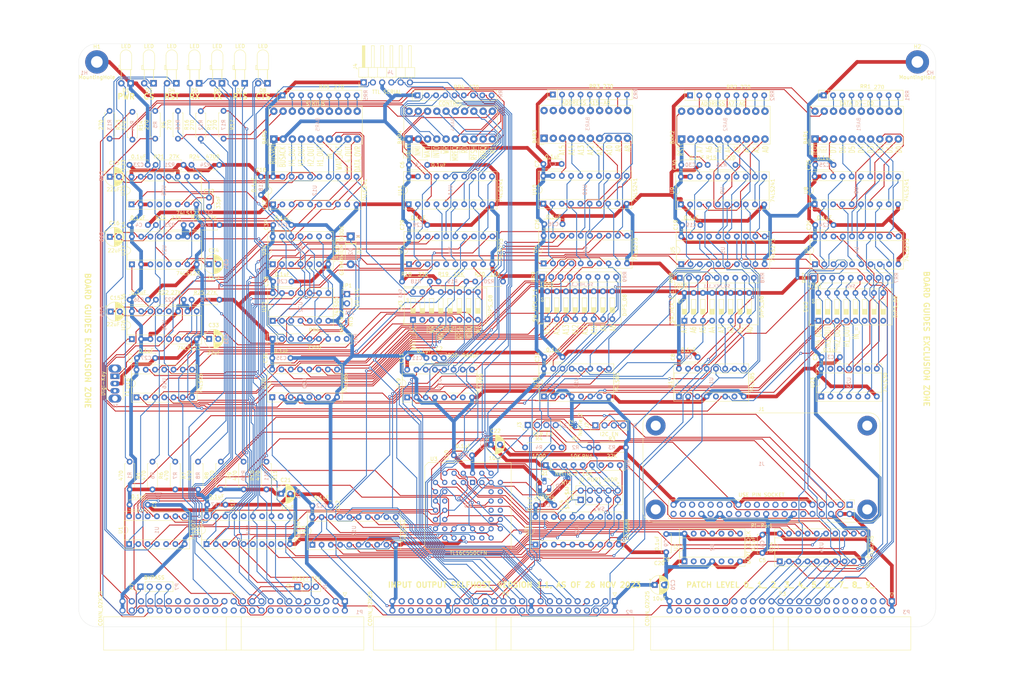
<source format=kicad_pcb>
(kicad_pcb (version 20211014) (generator pcbnew)
  (layers (0 "F.Cu" signal) (31 "B.Cu" signal) (34 "B.Paste" user) (35 "F.Paste" user) (36 "B.SilkS" user "B.Silkscreen") (37 "F.SilkS" user "F.Silkscreen") (38 "B.Mask" user) (39 "F.Mask" user) (44 "Edge.Cuts" user))
  (net 0 "")
  (net 1 "GND")
  (net 2 "VCC")
  (net 4 "I2C_SDA")
  (net 5 "I2C_SCL")
  (net 7 "Net-(RN1-Pad9)")
  (net 8 "Net-(RN1-Pad5)")
  (net 9 "Net-(RN1-Pad4)")
  (net 10 "Net-(RN1-Pad3)")
  (net 11 "Net-(RN1-Pad2)")
  (net 12 "Net-(D1-Pad2)")
  (net 13 "-12V")
  (net 14 "TX-3.3")
  (net 15 "RX-3.3")
  (net 23 "~{M1}")
  (net 24 "~{IORQ}")
  (net 25 "~{WR}")
  (net 26 "~{RD}")
  (net 27 "A0")
  (net 28 "A1")
  (net 29 "A2")
  (net 30 "A3")
  (net 31 "A4")
  (net 32 "A5")
  (net 33 "A6")
  (net 34 "A7")
  (net 35 "+12V")
  (net 36 "D0")
  (net 37 "D1")
  (net 38 "D2")
  (net 39 "D3")
  (net 40 "D4")
  (net 41 "D5")
  (net 42 "D6")
  (net 43 "D7")
  (net 44 "ONE")
  (net 45 "ZERO")
  (net 46 "bD6")
  (net 47 "bD5")
  (net 48 "bD4")
  (net 49 "bD3")
  (net 50 "bD2")
  (net 51 "bD1")
  (net 52 "bD0")
  (net 53 "~{bWR}")
  (net 54 "~{bRD}")
  (net 55 "bA0")
  (net 56 "bD7")
  (net 57 "~{bRESET}")
  (net 58 "~{bM1}")
  (net 59 "bA7")
  (net 60 "bA6")
  (net 61 "bA5")
  (net 62 "bA4")
  (net 63 "~{bIORQ}")
  (net 64 "bA1")
  (net 65 "bA2")
  (net 66 "bA3")
  (net 84 "Net-(BAR1-Pad3)")
  (net 85 "/bus/~{EIRQ7}")
  (net 86 "/bus/~{EIRQ6}")
  (net 87 "/bus/~{EIRQ5}")
  (net 88 "/bus/~{EIRQ4}")
  (net 89 "/bus/~{EIRQ3}")
  (net 90 "/bus/~{EIRQ2}")
  (net 91 "/bus/~{EIRQ1}")
  (net 92 "/bus/~{EIRQ0}")
  (net 93 "/bus/~{TEND1}")
  (net 94 "/bus/~{DREQ1}")
  (net 95 "/bus/~{TEND0}")
  (net 96 "/bus/~{DREQ0}")
  (net 97 "Net-(Q1-Pad2)")
  (net 102 "UART-CLK")
  (net 108 "Net-(U3-Pad10)")
  (net 110 "Net-(D3-Pad1)")
  (net 111 "~{CS-UART}")
  (net 120 "Net-(D3-Pad2)")
  (net 123 "RESET")
  (net 124 "/bus/D15")
  (net 125 "/bus/D31")
  (net 126 "/bus/D14")
  (net 127 "/bus/D30")
  (net 128 "/bus/D13")
  (net 129 "/bus/D29")
  (net 130 "/bus/D12")
  (net 131 "/bus/D28")
  (net 132 "/bus/D11")
  (net 133 "/bus/D27")
  (net 134 "/bus/D10")
  (net 135 "/bus/D26")
  (net 136 "/bus/D9")
  (net 137 "/bus/D25")
  (net 138 "/bus/D8")
  (net 139 "/bus/D24")
  (net 140 "/bus/D23")
  (net 141 "/bus/D22")
  (net 142 "/bus/D21")
  (net 143 "/bus/D20")
  (net 144 "/bus/D19")
  (net 145 "/bus/D18")
  (net 146 "/bus/D17")
  (net 147 "/bus/D16")
  (net 148 "/bus/~{BUSERR}")
  (net 149 "/bus/UDS")
  (net 150 "/bus/~{VPA}")
  (net 151 "/bus/LDS")
  (net 152 "/bus/~{VMA}")
  (net 153 "/bus/S2")
  (net 154 "/bus/~{BHE}")
  (net 155 "/bus/S1")
  (net 156 "/bus/IPL2")
  (net 157 "/bus/S0")
  (net 158 "/bus/IPL1")
  (net 159 "/bus/AUXCLK3")
  (net 160 "/bus/IPL0")
  (net 161 "/bus/AUXCLK2")
  (net 162 "Net-(BAR1-Pad4)")
  (net 163 "/bus/A31")
  (net 164 "Net-(BAR1-Pad5)")
  (net 165 "/bus/A30")
  (net 166 "Net-(BAR1-Pad6)")
  (net 167 "/bus/A29")
  (net 168 "Net-(BAR1-Pad7)")
  (net 169 "/bus/A28")
  (net 170 "Net-(BAR1-Pad8)")
  (net 171 "/bus/A27")
  (net 172 "Net-(BAR1-Pad9)")
  (net 173 "/bus/A26")
  (net 174 "Net-(BAR1-Pad10)")
  (net 175 "/bus/A25")
  (net 176 "Net-(BAR1-Pad11)")
  (net 177 "/bus/A24")
  (net 178 "Net-(BAR3-Pad3)")
  (net 179 "Net-(BAR3-Pad4)")
  (net 180 "Net-(BAR3-Pad5)")
  (net 181 "Net-(BAR3-Pad6)")
  (net 182 "Net-(BAR3-Pad7)")
  (net 183 "Net-(BAR3-Pad8)")
  (net 184 "Net-(BAR3-Pad9)")
  (net 185 "Net-(BAR3-Pad10)")
  (net 186 "/bus/IC3")
  (net 187 "/bus/IC2")
  (net 188 "/bus/IC1")
  (net 189 "/bus/IC0")
  (net 190 "/bus/AUXCLK1")
  (net 191 "/bus/AUXCLK0")
  (net 192 "/bus/E")
  (net 193 "/bus/ST")
  (net 194 "/bus/PHI")
  (net 195 "Net-(BAR1-Pad12)")
  (net 196 "/bus/~{INT2}")
  (net 197 "/bus/~{INT1}")
  (net 198 "Net-(BAR1-Pad13)")
  (net 199 "/bus/CRUCLK")
  (net 200 "/bus/CLK")
  (net 201 "/bus/CRUOUT")
  (net 202 "/bus/CRUIN")
  (net 203 "Net-(BAR1-Pad14)")
  (net 204 "~{RES_IN}")
  (net 205 "~{RES_OUT}")
  (net 206 "/bus/USER8")
  (net 207 "Net-(BAR1-Pad15)")
  (net 208 "/bus/USER7")
  (net 209 "Net-(BAR4-Pad11)")
  (net 210 "/bus/USER6")
  (net 211 "Net-(BAR1-Pad16)")
  (net 212 "/bus/USER5")
  (net 213 "Net-(BAR1-Pad17)")
  (net 214 "/bus/USER4")
  (net 215 "/bus/USER3")
  (net 216 "/bus/USER2")
  (net 217 "/bus/USER1")
  (net 218 "/bus/USER0")
  (net 219 "~{BAI}")
  (net 220 "~{BAO}")
  (net 221 "~{IEI}")
  (net 222 "~{IEO}")
  (net 230 "Net-(RN1-Pad6)")
  (net 235 "Net-(J1-Pad3)")
  (net 236 "Net-(J1-Pad5)")
  (net 237 "Net-(J1-Pad8)")
  (net 238 "Net-(J1-Pad10)")
  (net 239 "Net-(D4-Pad1)")
  (net 240 "Net-(D4-Pad2)")
  (net 241 "Net-(D5-Pad1)")
  (net 242 "Net-(D5-Pad2)")
  (net 243 "Net-(D6-Pad1)")
  (net 244 "Net-(D6-Pad2)")
  (net 245 "Net-(D7-Pad1)")
  (net 246 "Net-(D7-Pad2)")
  (net 247 "Net-(D8-Pad1)")
  (net 248 "Net-(D8-Pad2)")
  (net 249 "~{RTS}")
  (net 250 "TX")
  (net 251 "~{CTS}")
  (net 252 "Net-(BAR1-Pad18)")
  (net 253 "Net-(BAR1-Pad19)")
  (net 254 "Net-(BAR1-Pad20)")
  (net 256 "Net-(BAR2-Pad3)")
  (net 257 "Net-(BAR2-Pad4)")
  (net 258 "Net-(BAR2-Pad5)")
  (net 259 "Net-(BAR2-Pad6)")
  (net 260 "Net-(BAR2-Pad7)")
  (net 261 "Net-(BAR2-Pad8)")
  (net 262 "Net-(BAR2-Pad9)")
  (net 263 "Net-(BAR2-Pad10)")
  (net 264 "Net-(BAR2-Pad11)")
  (net 265 "Net-(BAR2-Pad12)")
  (net 266 "Net-(BAR2-Pad13)")
  (net 267 "Net-(BAR2-Pad14)")
  (net 268 "Net-(BAR2-Pad15)")
  (net 269 "Net-(BAR2-Pad16)")
  (net 270 "Net-(BAR2-Pad17)")
  (net 271 "Net-(BAR2-Pad18)")
  (net 273 "Net-(BAR2-Pad20)")
  (net 276 "Net-(BAR4-Pad12)")
  (net 277 "Net-(BAR4-Pad13)")
  (net 278 "Net-(BAR4-Pad14)")
  (net 279 "Net-(BAR4-Pad15)")
  (net 280 "Net-(BAR4-Pad16)")
  (net 281 "Net-(BAR4-Pad17)")
  (net 282 "Net-(BAR4-Pad18)")
  (net 283 "Net-(BAR4-Pad19)")
  (net 284 "Net-(BAR3-Pad11)")
  (net 285 "Net-(BAR3-Pad12)")
  (net 286 "Net-(BAR3-Pad13)")
  (net 287 "Net-(BAR3-Pad14)")
  (net 288 "Net-(BAR3-Pad15)")
  (net 289 "Net-(BAR3-Pad16)")
  (net 290 "Net-(BAR3-Pad17)")
  (net 291 "Net-(BAR3-Pad18)")
  (net 294 "Net-(BAR4-Pad3)")
  (net 295 "Net-(BAR4-Pad4)")
  (net 296 "Net-(BAR4-Pad5)")
  (net 297 "Net-(BAR4-Pad6)")
  (net 298 "Net-(BAR4-Pad7)")
  (net 299 "Net-(BAR4-Pad8)")
  (net 300 "Net-(BAR4-Pad9)")
  (net 301 "Net-(BAR4-Pad10)")
  (net 302 "Net-(BAR4-Pad20)")
  (net 303 "Net-(BAR5-Pad3)")
  (net 304 "Net-(BAR5-Pad4)")
  (net 305 "Net-(BAR5-Pad5)")
  (net 306 "Net-(BAR5-Pad6)")
  (net 307 "Net-(BAR5-Pad7)")
  (net 308 "Net-(BAR5-Pad8)")
  (net 309 "Net-(BAR5-Pad9)")
  (net 310 "Net-(BAR5-Pad10)")
  (net 311 "Net-(BAR5-Pad19)")
  (net 312 "Net-(BAR5-Pad20)")
  (net 313 "Net-(BAR5-Pad11)")
  (net 314 "Net-(BAR5-Pad12)")
  (net 315 "Net-(BAR5-Pad13)")
  (net 316 "Net-(BAR5-Pad14)")
  (net 317 "Net-(BAR5-Pad15)")
  (net 318 "Net-(BAR5-Pad16)")
  (net 319 "Net-(BAR5-Pad17)")
  (net 320 "Net-(BAR5-Pad18)")
  (net 321 "/BusMonitor/WAIT_LOGIC")
  (net 322 "Net-(C2-Pad2)")
  (net 323 "Net-(C15-Pad1)")
  (net 324 "Net-(C15-Pad2)")
  (net 325 "Net-(C16-Pad1)")
  (net 326 "Net-(C16-Pad2)")
  (net 327 "Net-(C32-Pad1)")
  (net 328 "Net-(C32-Pad2)")
  (net 329 "Net-(C33-Pad1)")
  (net 330 "Net-(C33-Pad2)")
  (net 331 "/BusMonitor/FF_2_OUT")
  (net 332 "~{WAIT}")
  (net 333 "/BusMonitor/LED_LATCH")
  (net 334 "/BusMonitor/WAIT_ACTIVE")
  (net 335 "/BusMonitor/FF_1_OUT")
  (net 336 "~{MREQ}")
  (net 337 "~{BUSACK}")
  (net 338 "~{INT0}")
  (net 339 "~{NMI}")
  (net 340 "~{BUSRQ}")
  (net 341 "~{HALT}")
  (net 342 "~{RFSH}")
  (net 343 "A15")
  (net 344 "A14")
  (net 345 "A13")
  (net 346 "A12")
  (net 347 "A11")
  (net 348 "A10")
  (net 349 "A9")
  (net 350 "A8")
  (net 351 "/BusMonitor/MAS_RESET")
  (net 352 "/BusMonitor/IN_=")
  (net 353 "/BusMonitor/FF_3_OUT")
  (net 354 "/BusMonitor/FF_4_OUT")
  (net 357 "/BusMonitor/S2_1")
  (net 358 "/BusMonitor/S2_2")
  (net 359 "/BusMonitor/S2_3")
  (net 360 "/BusMonitor/S2_4")
  (net 361 "/BusMonitor/S2_5")
  (net 362 "/BusMonitor/S2_6")
  (net 363 "/BusMonitor/S2_7")
  (net 364 "/BusMonitor/S2_8")
  (net 365 "/BusMonitor/H_A7")
  (net 366 "/BusMonitor/H_A6")
  (net 367 "/BusMonitor/H_A5")
  (net 368 "/BusMonitor/H_A4")
  (net 369 "/BusMonitor/H_A3")
  (net 370 "/BusMonitor/H_A2")
  (net 371 "/BusMonitor/H_A1")
  (net 372 "/BusMonitor/H_A0")
  (net 373 "/BusMonitor/H_A15")
  (net 374 "/BusMonitor/H_A14")
  (net 375 "/BusMonitor/H_A13")
  (net 376 "/BusMonitor/H_A12")
  (net 377 "/BusMonitor/H_A11")
  (net 378 "/BusMonitor/H_A10")
  (net 379 "/BusMonitor/H_A9")
  (net 380 "/BusMonitor/H_A8")
  (net 381 "/BusMonitor/H4_OUT_=")
  (net 382 "/BusMonitor/H3_OUT_=")
  (net 383 "/BusMonitor/H2_OUT_=")
  (net 384 "/BusMonitor/H1_OUT_=")
  (net 389 "Net-(SW3-Pad3)")
  (net 390 "Net-(SW3-Pad4)")
  (net 391 "Net-(SW3-Pad5)")
  (net 392 "Net-(SW3-Pad6)")
  (net 393 "Net-(SW3-Pad7)")
  (net 394 "Net-(SW3-Pad8)")
  (net 396 "Net-(C13-Pad1)")
  (net 397 "Net-(C13-Pad2)")
  (net 398 "Net-(C34-Pad1)")
  (net 399 "Net-(C34-Pad2)")
  (net 400 "Net-(U10-Pad2)")
  (net 401 "Net-(U10-Pad4)")
  (net 402 "Net-(U10-Pad6)")
  (net 403 "Net-(U10-Pad8)")
  (net 404 "Net-(U10-Pad11)")
  (net 405 "Net-(U10-Pad13)")
  (net 406 "Net-(U10-Pad15)")
  (net 407 "Net-(U10-Pad17)")
  (net 408 "Net-(U11-Pad2)")
  (net 409 "Net-(U11-Pad4)")
  (net 410 "Net-(U11-Pad6)")
  (net 411 "Net-(U11-Pad8)")
  (net 412 "Net-(U11-Pad11)")
  (net 413 "Net-(U11-Pad13)")
  (net 414 "Net-(U11-Pad15)")
  (net 415 "Net-(U11-Pad17)")
  (net 416 "/BusMonitor/H4_LED")
  (net 417 "/BusMonitor/H3_LED")
  (net 418 "/BusMonitor/H2_LED")
  (net 419 "/BusMonitor/H1_LED")
  (net 420 "/BusMonitor/DATA_OVER")
  (net 429 "Net-(U22-Pad3)")
  (net 430 "/BusMonitor/WAIT_FF")
  (net 431 "Net-(U22-Pad6)")
  (net 432 "Net-(U22-Pad8)")
  (net 433 "Net-(U22-Pad11)")
  (net 434 "Net-(U23-Pad8)")
  (net 441 "~{RESET}")
  (net 442 "Net-(U4-Pad2)")
  (net 443 "Net-(U4-Pad5)")
  (net 444 "Net-(U4-Pad6)")
  (net 445 "Net-(U4-Pad9)")
  (net 446 "Net-(U4-Pad12)")
  (net 447 "Net-(U4-Pad15)")
  (net 448 "Net-(U4-Pad16)")
  (net 449 "Net-(U4-Pad19)")
  (net 450 "Net-(U5-Pad2)")
  (net 451 "Net-(U5-Pad5)")
  (net 452 "Net-(U5-Pad6)")
  (net 453 "Net-(U5-Pad9)")
  (net 454 "Net-(U5-Pad12)")
  (net 455 "Net-(U5-Pad15)")
  (net 456 "Net-(U5-Pad16)")
  (net 457 "Net-(U5-Pad19)")
  (net 458 "/bus/A16")
  (net 459 "/bus/A17")
  (net 460 "/bus/A18")
  (net 461 "/bus/A19")
  (net 462 "/bus/A20")
  (net 463 "/bus/A21")
  (net 464 "/bus/A22")
  (net 465 "/bus/A23")
  (footprint "MountingHole:MountingHole_3.2mm_M3_Pad" (layer "F.Cu") (at 265 75)
    (fp_text reference "H2")
    (fp_text value "MountingHole")
  )
  (footprint "MountingHole:MountingHole_3.2mm_M3_Pad" (layer "F.Cu") (at 40 75)
    (fp_text reference "H1")
    (fp_text value "MountingHole")
  )
  (footprint "Connector_IDC:IDC-Header_2x25_P2.54mm_Horizontal" (layer "F.Cu") (at 182 223 -90)
    (fp_text reference "P2")
    (fp_text value "CONN_02X25")
  )
  (footprint "Connector_IDC:IDC-Header_2x25_P2.54mm_Horizontal" (layer "F.Cu") (at 258 223 -90)
    (fp_text reference "P3")
    (fp_text value "CONN_02X25")
  )
  (footprint "Connector_IDC:IDC-Header_2x25_P2.54mm_Horizontal" (layer "F.Cu") (at 108 223 -90)
    (fp_text reference "P1")
    (fp_text value "CONN_02X25")
  )
  (footprint "Resistor_THT:R_Axial_DIN0207_L6.3mm_D2.5mm_P7.62mm_Horizontal" (layer "F.Cu") (at 61.5 184.69 -90)
    (fp_text reference "R7")
    (fp_text value "470")
  )
  (footprint "Resistor_THT:R_Axial_DIN0207_L6.3mm_D2.5mm_P7.62mm_Horizontal" (layer "F.Cu") (at 123.69 135.25)
    (fp_text reference "R18")
    (fp_text value "330")
  )
  (footprint "Button_Switch_THT:SW_DIP_SPSTx08_Slide_9.78x22.5mm_W7.62mm_P2.54mm" (layer "F.Cu") (at 126.7 145.7675 90)
    (fp_text reference "SW3")
    (fp_text value "DIPS_08")
  )
  (footprint "Capacitor_THT:C_Disc_D5.0mm_W2.5mm_P5.00mm" (layer "F.Cu") (at 125.6 119.75)
    (fp_text reference "C29")
    (fp_text value "0.1uF")
  )
  (footprint "LED_THT:LED_D3.0mm_Horizontal_O3.81mm_Z2.0mm" (layer "F.Cu") (at 74.29 80.85 180)
    (fp_text reference "D6")
    (fp_text value "LED")
  )
  (footprint "Display:HDSP-48xx" (layer "F.Cu") (at 125.6 96.155 90)
    (fp_text reference "BAR4")
    (fp_text value "CONTROL")
  )
  (footprint "Pi-Port:Pi-Port" (layer "F.Cu") (at 222.25 197.8 180)
    (fp_text reference "J1")
    (fp_text value "Pi-Port")
  )
  (footprint "Capacitor_THT:CP_Radial_D5.0mm_P2.50mm" (layer "F.Cu") (at 43.7949 143.5)
    (fp_text reference "C15")
    (fp_text value "22uF")
  )
  (footprint "Capacitor_THT:C_Disc_D5.0mm_W2.5mm_P5.00mm" (layer "F.Cu") (at 49 140.25)
    (fp_text reference "C36")
    (fp_text value "0.1uF")
  )
  (footprint "Resistor_THT:R_Axial_DIN0207_L6.3mm_D2.5mm_P7.62mm_Horizontal" (layer "F.Cu") (at 167.44 180.79)
    (fp_text reference "R2")
    (fp_text value "10K")
  )
  (footprint "Package_DIP:DIP-20_W7.62mm_Socket" (layer "F.Cu") (at 125.6 130.5 90)
    (fp_text reference "U7")
    (fp_text value "74LS273")
  )
  (footprint "Capacitor_THT:CP_Radial_D5.0mm_P2.50mm" (layer "F.Cu") (at 148.0449 180)
    (fp_text reference "C22")
    (fp_text value "10uF")
  )
  (footprint "Capacitor_THT:C_Disc_D5.0mm_W2.5mm_P5.00mm" (layer "F.Cu") (at 142.9 182.94 180)
    (fp_text reference "C10")
    (fp_text value "0.1uF")
  )
  (footprint "Capacitor_THT:CP_Radial_D5.0mm_P2.50mm" (layer "F.Cu") (at 70.7949 130.5)
    (fp_text reference "C34")
    (fp_text value "22uF")
  )
  (footprint "Connector_PinHeader_2.54mm:PinHeader_1x04_P2.54mm_Vertical" (layer "F.Cu") (at 176.7 174.72 90)
    (fp_text reference "J2")
    (fp_text value "I2C EN")
  )
  (footprint "Package_DIP:DIP-14_W7.62mm_Socket" (layer "F.Cu") (at 88.225 130.5 90)
    (fp_text reference "U24")
    (fp_text value "74LS07N")
  )
  (footprint "LED_THT:LED_D3.0mm_Horizontal_O3.81mm_Z2.0mm" (layer "F.Cu") (at 49.25 80.85 180)
    (fp_text reference "D1")
    (fp_text value "LED")
  )
  (footprint "Capacitor_THT:C_Disc_D5.0mm_W2.5mm_P5.00mm" (layer "F.Cu") (at 160.425 196.65)
    (fp_text reference "C14")
    (fp_text value "0.1uF")
  )
  (footprint "Capacitor_THT:C_Disc_D5.0mm_W2.5mm_P5.00mm" (layer "F.Cu") (at 162.45 103)
    (fp_text reference "C7")
    (fp_text value "0.1uF")
  )
  (footprint "Resistor_THT:R_Axial_DIN0207_L6.3mm_D2.5mm_P7.62mm_Horizontal" (layer "F.Cu") (at 66 140.25)
    (fp_text reference "R25")
    (fp_text value "27K")
  )
  (footprint "Capacitor_THT:CP_Radial_D5.0mm_P2.50mm" (layer "F.Cu") (at 193 218.5)
    (fp_text reference "C20")
    (fp_text value "10uF")
  )
  (footprint "Resistor_THT:R_Array_SIP9" (layer "F.Cu") (at 199.825 134.25)
    (fp_text reference "RR8")
    (fp_text value "1000")
  )
  (footprint "Package_DIP:DIP-16_W7.62mm_Socket" (layer "F.Cu") (at 88.1 167 90)
    (fp_text reference "U20")
    (fp_text value "74LS85")
  )
  (footprint "Package_DIP:DIP-14_W7.62mm_Socket" (layer "F.Cu") (at 238.625 166.8 90)
    (fp_text reference "U23")
    (fp_text value "74LS30")
  )
  (footprint "NetTie:NetTie-2_THT_Pad0.3mm" (layer "F.Cu") (at 108.35 145.65 -90)
    (fp_text reference "NT3")
    (fp_text value "NetTie_2")
  )
  (footprint "Package_DIP:DIP-20_W7.62mm_Socket" (layer "F.Cu") (at 160.25 207.45 90)
    (fp_text reference "U21")
    (fp_text value "74LS688")
  )
  (footprint "Package_DIP:DIP-20_W7.62mm_Socket" (layer "F.Cu") (at 236.9275 130.5 90)
    (fp_text reference "U4")
    (fp_text value "74LS273")
  )
  (footprint "Capacitor_THT:C_Disc_D5.0mm_W2.5mm_P5.00mm" (layer "F.Cu") (at 238.75 156)
    (fp_text reference "C3")
    (fp_text value "0.1uF")
  )
  (footprint "Resistor_THT:R_Axial_DIN0207_L6.3mm_D2.5mm_P7.62mm_Horizontal" (layer "F.Cu") (at 65.94 103.25)
    (fp_text reference "R24")
    (fp_text value "4700")
  )
  (footprint "Capacitor_THT:C_Disc_D5.0mm_W2.5mm_P5.00mm" (layer "F.Cu") (at 196.125 204.55 -90)
    (fp_text reference "C9")
    (fp_text value "0.1uF")
  )
  (footprint "Button_Switch_THT:SW_DIP_SPSTx08_Slide_9.78x22.5mm_W7.62mm_P2.54mm" (layer "F.Cu") (at 237.85 146.0175 90)
    (fp_text reference "SW2")
    (fp_text value "DIPS_08")
  )
  (footprint "Capacitor_THT:C_Disc_D5.0mm_W2.5mm_P5.00mm" (layer "F.Cu") (at 88.35 119.75)
    (fp_text reference "C37")
    (fp_text value "0.1uF")
  )
  (footprint "Connector_PinHeader_2.54mm:PinHeader_1x03_P2.54mm_Vertical" (layer "F.Cu") (at 94.975 219 90)
    (fp_text reference "J9")
    (fp_text value "RESET SEL")
  )
  (footprint "Resistor_THT:R_Axial_DIN0207_L6.3mm_D2.5mm_P7.62mm_Horizontal" (layer "F.Cu") (at 49 184.69 -90)
    (fp_text reference "R1")
    (fp_text value "470")
  )
  (footprint "Package_DIP:DIP-16_W7.62mm_Socket" (layer "F.Cu") (at 162.6 166.8 90)
    (fp_text reference "U18")
    (fp_text value "74LS85")
  )
  (footprint "Package_DIP:DIP-20_W7.62mm_Socket" (layer "F.Cu") (at 88.3225 114.1 90)
    (fp_text reference "U12")
    (fp_text value "74LS241")
  )
  (footprint "Package_DIP:DIP-20_W7.62mm_Socket" (layer "F.Cu") (at 162.4225 113.9 90)
    (fp_text reference "U10")
    (fp_text value "74LS241")
  )
  (footprint "Capacitor_THT:C_Disc_D5.0mm_W2.5mm_P5.00mm" (layer "F.Cu") (at 200.5 119.75)
    (fp_text reference "C19")
    (fp_text value "0.1uF")
  )
  (footprint "Resistor_THT:R_Axial_DIN0207_L6.3mm_D2.5mm_P7.62mm_Horizontal" (layer "F.Cu") (at 133.69 135.25)
    (fp_text reference "R19")
    (fp_text value "10K")
  )
  (footprint "Capacitor_THT:C_Disc_D5.0mm_W2.5mm_P5.00mm" (layer "F.Cu") (at 125.6 103.25)
    (fp_text reference "C6")
    (fp_text value "0.1uF")
  )
  (footprint "Package_DIP:DIP-20_W7.62mm_Socket" (layer "F.Cu") (at 227.25 212.05 90)
    (fp_text reference "U14")
    (fp_text value "74LS245")
  )
  (footprint "Resistor_THT:R_Array_SIP9" (layer "F.Cu") (at 162.075 134)
    (fp_text reference "RR9")
    (fp_text value "1000")
  )
  (footprint "Connector_PinHeader_2.54mm:PinHeader_1x04_P2.54mm_Vertical" (layer "F.Cu") (at 51.95 219 90)
    (fp_text reference "P7")
    (fp_text value "BYPASS")
  )
  (footprint "Button_Switch_THT:SW_DIP_SPSTx08_Slide_9.78x22.5mm_W7.62mm_P2.54mm" (layer "F.Cu") (at 163.55 145.5675 90)
    (fp_text reference "SW_HEX_3_1")
    (fp_text value "DIPS_08")
  )
  (footprint "Diode_THT:D_DO-41_SOD81_P7.62mm_Horizontal" (layer "F.Cu") (at 109.6 122.89 -90)
    (fp_text reference "D2")
    (fp_text value "GERMANIUM DIODE")
  )
  (footprint "Resistor_THT:R_Array_SIP9" (layer "F.Cu") (at 202.675 84.155)
    (fp_text reference "RR2")
    (fp_text value "270")
  )
  (footprint "Capacitor_THT:C_Disc_D5.0mm_W2.5mm_P5.00mm" (layer "F.Cu") (at 85 106.5 -90)
    (fp_text reference "C18")
    (fp_text value "0.1uF")
  )
  (footprint "Resistor_THT:R_Axial_DIN0207_L6.3mm_D2.5mm_P7.62mm_Horizontal" (layer "F.Cu") (at 157.44 180.79)
    (fp_text reference "R4")
    (fp_text value "1000")
  )
  (footprint "Display:HDSP-48xx" (layer "F.Cu") (at 236.9275 96.155 90)
    (fp_text reference "BAR1")
    (fp_text value "DATA D7-D0")
  )
  (footprint "Capacitor_THT:CP_Radial_D5.0mm_P2.50mm" (layer "F.Cu") (at 43.5449 123)
    (fp_text reference "C16")
    (fp_text value "22uF")
  )
  (footprint "Package_DIP:DIP-14_W7.62mm_Socket" (layer "F.Cu") (at 88.225 146.05 90)
    (fp_text reference "U22")
    (fp_text value "74LS00")
  )
  (footprint "Capacitor_THT:C_Disc_D5.0mm_W2.5mm_P5.00mm" (layer "F.Cu") (at 88.35 135.25)
    (fp_text reference "C28")
    (fp_text value "0.1uF")
  )
  (footprint "Resistor_THT:R_Axial_DIN0207_L6.3mm_D2.5mm_P7.62mm_Horizontal" (layer "F.Cu") (at 56.13 103.25)
    (fp_text reference "R21")
    (fp_text value "27K")
  )
  (footprint "Resistor_THT:R_Axial_DIN0207_L6.3mm_D2.5mm_P7.62mm_Horizontal" (layer "F.Cu") (at 49.75 88.69 -90)
    (fp_text reference "R14")
    (fp_text value "270")
  )
  (footprint "Capacitor_THT:C_Disc_D5.0mm_W2.5mm_P5.00mm" (layer "F.Cu") (at 162.7 119.5)
    (fp_text reference "C26")
    (fp_text value "0.1uF")
  )
  (footprint "Capacitor_THT:CP_Radial_D5.0mm_P2.50mm" (layer "F.Cu") (at 90.5449 193.5)
    (fp_text reference "C21")
    (fp_text value "10uF")
  )
  (footprint "Capacitor_THT:C_Disc_D5.0mm_W2.5mm_P5.00mm" (layer "F.Cu") (at 99.0898 196.75)
    (fp_text reference "C12")
    (fp_text value "0.1uF")
  )
  (footprint "Resistor_THT:R_Array_SIP9" (layer "F.Cu") (at 239.325 84.155)
    (fp_text reference "RR1")
    (fp_text value "270")
  )
  (footprint "Resistor_THT:R_Array_SIP9" (layer "F.Cu") (at 127.925 84.155)
    (fp_text reference "RR4")
    (fp_text value "270")
  )
  (footprint "NetTie:NetTie-2_THT_Pad0.3mm" (layer "F.Cu") (at 169.35 189.25 180)
    (fp_text reference "NT1")
    (fp_text value "NetTie_2")
  )
  (footprint "Resistor_THT:R_Axial_DIN0207_L6.3mm_D2.5mm_P7.62mm_Horizontal" (layer "F.Cu") (at 74.75 88.44 -90)
    (fp_text reference "R17")
    (fp_text value "270")
  )
  (footprint "Package_DIP:DIP-20_W7.62mm_Socket" (layer "F.Cu") (at 162.525 130.3 90)
    (fp_text reference "U6")
    (fp_text value "74LS273")
  )
  (footprint "Resistor_THT:R_Axial_DIN0207_L6.3mm_D2.5mm_P7.62mm_Horizontal" (layer "F.Cu") (at 74 184.69 -90)
    (fp_text reference "R9")
    (fp_text value "470")
  )
  (footprint "Capacitor_THT:C_Disc_D5.0mm_W2.5mm_P5.00mm" (layer "F.Cu") (at 88.1 156.25)
    (fp_text reference "C35")
    (fp_text value "0.1uF")
  )
  (footprint "Resistor_THT:R_Axial_DIN0207_L6.3mm_D2.5mm_P7.62mm_Horizontal" (layer "F.Cu") (at 207.5 103.25)
    (fp_text reference "R15")
    (fp_text value "270")
  )
  (footprint "Resistor_THT:R_Array_SIP9" (layer "F.Cu") (at 165.025 83.955)
    (fp_text reference "RR3")
    (fp_text value "270")
  )
  (footprint "Resistor_THT:R_Axial_DIN0207_L6.3mm_D2.5mm_P7.62mm_Horizontal" (layer "F.Cu") (at 177.44 180.79)
    (fp_text reference "R3")
    (fp_text value "22K")
  )
  (footprint "Capacitor_THT:CP_Radial_D5.0mm_P2.50mm" (layer "F.Cu") (at 43.5449 106.5)
    (fp_text reference "C13")
    (fp_text value "22uF")
  )
  (footprint "Connector_PinHeader_2.54mm:PinHeader_1x02_P2.54mm_Vertical" (layer "F.Cu") (at 108.6 138.725)
    (fp_text reference "JP1")
    (fp_text value "LED LTC")
  )
  (footprint "Connector_PinHeader_2.54mm:PinHeader_2x05_P2.54mm_Vertical" (layer "F.Cu") (at 172.675 195.175 90)
    (fp_text reference "SW1")
    (fp_text value "IO PORT ADDR")
  )
  (footprint "Capacitor_THT:C_Disc_D5.0mm_W2.5mm_P5.00mm" (layer "F.Cu") (at 48.9648 196.5)
    (fp_text reference "C1")
    (fp_text value "0.1uF")
  )
  (footprint "LED_THT:LED_D3.0mm_Horizontal_O3.81mm_Z2.0mm" (layer "F.Cu") (at 68.04 80.85 180)
    (fp_text reference "D5")
    (fp_text value "LED")
  )
  (footprint "Resistor_THT:R_Axial_DIN0207_L6.3mm_D2.5mm_P7.62mm_Horizontal" (layer "F.Cu") (at 56.19 119.75)
    (fp_text reference "R23")
    (fp_text value "27K")
  )
  (footprint "Display:HDSP-48xx" (layer "F.Cu") (at 200.35 96.155 90)
    (fp_text reference "BAR2")
    (fp_text value "ADDRESS A7-A0")
  )
  (footprint "Capacitor_THT:C_Disc_D5.0mm_W2.5mm_P5.00mm" (layer "F.Cu") (at 237 103.25)
    (fp_text reference "C25")
    (fp_text value "0.1uF")
  )
  (footprint "Resistor_THT:R_Axial_DIN0207_L6.3mm_D2.5mm_P7.62mm_Horizontal" (layer "F.Cu") (at 143.75 135.25)
    (fp_text reference "R20")
    (fp_text value "10K")
  )
  (footprint "Button_Switch_THT:SW_DIP_SPSTx08_Slide_9.78x22.5mm_W7.62mm_P2.54mm" (layer "F.Cu") (at 201.1 146 90)
    (fp_text reference "SW_HEX_1_1")
    (fp_text value "DIPS_08")
  )
  (footprint "Capacitor_THT:C_Disc_D5.0mm_W2.5mm_P5.00mm" (layer "F.Cu") (at 49 119.75)
    (fp_text reference "C4")
    (fp_text value "0.1uF")
  )
  (footprint "Capacitor_THT:C_Disc_D3.8mm_W2.6mm_P2.50mm" (layer "F.Cu") (at 132.6 156.25)
    (fp_text reference "C2")
    (fp_text value "220-560pF")
  )
  (footprint "Package_DIP:DIP-20_W7.62mm_Socket" (layer "F.Cu") (at 200.2475 130.5 90)
    (fp_text reference "U5")
    (fp_text value "74LS273")
  )
  (footprint "Resistor_THT:R_Axial_DIN0207_L6.3mm_D2.5mm_P7.62mm_Horizontal" (layer "F.Cu") (at 43.5 88.44 -90)
    (fp_text reference "R13")
    (fp_text value "270")
  )
  (footprint "LED_THT:LED_D3.0mm_Horizontal_O3.81mm_Z2.0mm" (layer "F.Cu") (at 55.54 80.85 180)
    (fp_text reference "D3")
    (fp_text value "LED")
  )
  (footprint "Package_DIP:DIP-14_W7.62mm_Socket" (layer "F.Cu") (at 50.875 167.05 90)
    (fp_text reference "U16")
    (fp_text value "74LS05")
  )
  (footprint "Package_DIP:DIP-14_W7.62mm_Socket" (layer "F.Cu") (at 48.8398 207.3 90)
    (fp_text reference "U1")
    (fp_text value "74LS07")
  )
  (footprint "Resistor_THT:R_Axial_DIN0207_L6.3mm_D2.5mm_P7.62mm_Horizontal" (layer "F.Cu") (at 56.19 140.25)
    (fp_text reference "R22")
    (fp_text value "27K")
  )
  (footprint "Package_DIP:DIP-16_W7.62mm_Socket" (layer "F.Cu") (at 125.1 167.05 90)
    (fp_text reference "U19")
    (fp_text value "74LS85")
  )
  (footprint "Resistor_THT:R_Axial_DIN0207_L6.3mm_D2.5mm_P7.62mm_Horizontal" (layer "F.Cu") (at 62.25 88.44 -90)
    (fp_text reference "R16")
    (fp_text value "270")
  )
  (footprint "Resistor_THT:R_Array_SIP9" (layer "F.Cu") (at 88.175 151)
    (fp_text reference "RR6")
    (fp_text value "2200")
  )
  (footprint "Capacitor_THT:C_Disc_D5.0mm_W2.5mm_P5.00mm" (layer "F.Cu") (at 125.35 156.25)
    (fp_text reference "C11")
    (fp_text value "0.1uF")
  )
  (footprint "Capacitor_THT:CP_Radial_D5.0mm_P2.50mm" (layer "F.Cu") (at 70.7949 151)
    (fp_text reference "C33")
    (fp_text value "22uF")
  )
  (footprint "Capacitor_THT:C_Disc_D5.0mm_W2.5mm_P5.00mm" (layer "F.Cu") (at 70.2648 196.5)
    (fp_text reference "C17")
    (fp_text value "0.1uF")
  )
  (footprint "Capacitor_THT:C_Disc_D5.0mm_W2.5mm_P5.00mm" (layer "F.Cu") (at 48.94 103.25)
    (fp_text reference "C23")
    (fp_text value "0.1uF")
  )
  (footprint "NetTie:NetTie-2_THT_Pad0.3mm" (layer "F.Cu") (at 171.25 175.1 90)
    (fp_text reference "NT2")
    (fp_text value "NetTie_2")
  )
  (footprint "Package_DIP:DIP-14_W7.62mm_Socket" (layer "F.Cu") (at 201.125 212.05 90)
    (fp_text reference "U2")
    (fp_text value "UART CLOCK")
  )
  (footprint "Package_DIP:DIP-20_W7.62mm_Socket" (layer "F.Cu") (at 99.0898 207.5 90)
    (fp_text reference "U13")
    (fp_text value "74LS244")
  )
  (footprint "Resistor_THT:R_Axial_DIN0207_L6.3mm_D2.5mm_P7.62mm_Horizontal" (layer "F.Cu") (at 66 119.75)
    (fp_text reference "R26")
    (fp_text value "27K")
  )
  (footprint "Capacitor_THT:C_Disc_D5.0mm_W2.5mm_P5.00mm" (layer "F.Cu") (at 237 119.75)
    (fp_text reference "C24")
    (fp_text value "0.1uF")
  )
  (footprint "Capacitor_THT:C_Disc_D3.8mm_W2.6mm_P2.50mm" (layer "F.Cu") (at 70.75 114.75 90)
    (fp_text reference "C32")
    (fp_text value "33pF")
  )
  (footprint "Capacitor_THT:C_Disc_D5.0mm_W2.5mm_P5.00mm" (layer "F.Cu") (at 200.25 103.25)
    (fp_text reference "C30")
    (fp_text value "0.1uF")
  )
  (footprint "Resistor_THT:R_Axial_DIN0207_L6.3mm_D2.5mm_P7.62mm_Horizontal" (layer "F.Cu") (at 56 88.44 -90)
    (fp_text reference "R5")
    (fp_text value "270")
  )
  (footprint "Resistor_THT:R_Axial_DIN0207_L6.3mm_D2.5mm_P7.62mm_Horizontal" (layer "F.Cu") (at 67.75 184.69 -90)
    (fp_text reference "R8")
    (fp_text value "470")
  )
  (footprint "Connector_PinHeader_2.54mm:PinHeader_1x04_P2.54mm_Vertical" (layer "F.Cu") (at 158.2 174.65 90)
    (fp_text reference "J3")
    (fp_text value "SER EN")
  )
  (footprint "LED_THT:LED_D3.0mm_Horizontal_O3.81mm_Z2.0mm" (layer "F.Cu") (at 86.79 80.85 180)
    (fp_text reference "D8")
    (fp_text value "LED")
  )
  (footprint "Resistor_THT:R_Axial_DIN0207_L6.3mm_D2.5mm_P7.62mm_Horizontal" (layer "F.Cu") (at 86.5 184.69 -90)
    (fp_text reference "R11")
    (fp_text value "470")
  )
  (footprint "Package_DIP:DIP-20_W7.62mm_Socket" (layer "F.Cu") (at 200.145 114.1 90)
    (fp_text reference "U9")
    (fp_text value "74LS241")
  )
  (footprint "Resistor_THT:R_Array_SIP9" (layer "F.Cu") (at 236.575 134.25)
    (fp_text reference "RR7")
    (fp_text value "4700")
  )
  (footprint "Package_DIP:DIP-16_W7.62mm_Socket" (layer "F.Cu") (at 49.6 130.55 90)
    (fp_text reference "U27")
    (fp_text value "74LS123")
  )
  (footprint "LED_THT:LED_D3.0mm_Horizontal_O3.81mm_Z2.0mm" (layer "F.Cu") (at 80.54 80.85 180)
    (fp_text reference "D7")
    (fp_text value "LED")
  )
  (footprint "Package_DIP:DIP-20_W7.62mm_Socket" (layer "F.Cu") (at 236.825 114.05 90)
    (fp_text reference "U8")
    (fp_text value "74LS241")
  )
  (footprint "Package_DIP:DIP-20_W7.62mm_Socket" (layer "F.Cu") (at 70.0898 207.3 90)
    (fp_text reference "U15")
    (fp_text value "74LS244")
  )
  (footprint "Capacitor_THT:C_Disc_D5.0mm_W2.5mm_P5.00mm" (layer "F.Cu") (at 222.5 204.75 -90)
    (fp_text reference "C5")
    (fp_text value "0.1uF")
  )
  (footprint "Package_DIP:DIP-20_W7.62mm_Socket" (layer "F.Cu") (at 125.4975 114.05 90)
    (fp_text reference "U11")
    (fp_text value "74LS241")
  )
  (footprint "Capacitor_THT:C_Disc_D5.0mm_W2.5mm_P5.00mm" (layer "F.Cu") (at 162.7 156)
    (fp_text reference "C31")
    (fp_text value "0.1uF")
  )
  (footprint "Connector_PinHeader_2.54mm:PinHeader_1x06_P2.54mm_Horizontal" (layer "F.Cu") (at 113.15 80.625 90)
    (fp_text reference "J4")
    (fp_text value "TTL SERIAL")
  )
  (footprint "Display:HDSP-48xx" (layer "F.Cu") (at 162.6275 95.955 90)
    (fp_text reference "BAR3")
    (fp_text value "ADDRESS A15-A8")
  )
  (footprint "Package_LCC:PLCC-44_THT-Socket" (layer "F.Cu") (at 143.02 190.4)
    (fp_text reference "U3")
    (fp_text value "TL16C550CFN")
  )
  (footprint "Resistor_THT:R_Axial_DIN0207_L6.3mm_D2.5mm_P7.62mm_Horizontal" (layer "F.Cu") (at 68.5 88.5 -90)
    (fp_text reference "R12")
    (fp_text value "270")
  )
  (footprint "LED_THT:LED_D3.0mm_Horizontal_O3.81mm_Z2.0mm" (layer "F.Cu") (at 61.79 80.85 180)
    (fp_text reference "D4")
    (fp_text value "LED")
  )
  (footprint "Resistor_THT:R_Axial_DIN0207_L6.3mm_D2.5mm_P7.62mm_Horizontal" (layer "F.Cu") (at 55.25 184.69 -90)
    (fp_text reference "R6")
    (fp_text value "470")
  )
  (footprint "Button_Switch_THT:SW_Slide_1P2T_CK_OS102011MS2Q" (layer "F.Cu") (at 44.9525 161.25 -90)
    (fp_text reference "T1")
    (fp_text value "Digi-Key")
  )
  (footprint "Display:HDSP-48xx" (layer "F.Cu") (at 88.5275 96.155 90)
    (fp_text reference "BAR5")
    (fp_text value "STATUS")
  )
  (footprint "Package_DIP:DIP-16_W7.62mm_Socket" (layer "F.Cu") (at 49.4975 114.1 90)
    (fp_text reference "U25")
    (fp_text value "74LS123")
  )
  (footprint "Resistor_THT:R_Array_SIP9" (layer "F.Cu") (at 163.075 185.65)
    (fp_text reference "RN1")
    (fp_text value "10K")
  )
  (footprint "Capacitor_THT:C_Disc_D5.0mm_W2.5mm_P5.00mm" (layer "F.Cu") (at 51 156.25)
    (fp_text reference "C27")
    (fp_text value "0.1uF")
  )
  (footprint "Resistor_THT:R_Axial_DIN0207_L6.3mm_D2.5mm_P7.62mm_Horizontal" (layer "F.Cu") (at 80.25 184.69 -90)
    (fp_text reference "R10")
    (fp_text value "470")
  )
  (footprint "Package_TO_SOT_THT:TO-92_HandSolder" (layer "F.Cu") (at 161.48 191.67)
    (fp_text reference "Q1")
    (fp_text value "2N3904")
  )
  (footprint "Capacitor_THT:C_Disc_D5.0mm_W2.5mm_P5.00mm" (layer "F.Cu") (at 199.75 156)
    (fp_text reference "C8")
    (fp_text value "0.1uF")
  )
  (footprint "Package_DIP:DIP-16_W7.62mm_Socket" (layer "F.Cu") (at 199.6 166.8 90)
    (fp_text reference "U17")
    (fp_text value "74LS85")
  )
  (footprint "Package_DIP:DIP-16_W7.62mm_Socket" (layer "F.Cu") (at 49.6 151.05 90)
    (fp_text reference "U26")
    (fp_text value "74LS123")
  )
  (footprint "Resistor_THT:R_Array_SIP9" (layer "F.Cu") (at 90.925 84.155)
    (fp_text reference "RR5")
    (fp_text value "270")
  )
  (gr_line (start 35 75) (end 35 225) (layer "Edge.Cuts") (width 0.05))
  (gr_line (start 40 230) (end 265 230) (layer "Edge.Cuts") (width 0.05))
  (gr_line (start 270 225) (end 270 75) (layer "Edge.Cuts") (width 0.05))
  (gr_line (start 265 70) (end 40 70) (layer "Edge.Cuts") (width 0.05))
  (gr_arc (start 265 70) (mid 268.535534 71.464466) (end 270 75) (layer "Edge.Cuts") (width 0.05))
  (gr_arc (start 40 230) (mid 36.464466 228.535534) (end 35 225) (layer "Edge.Cuts") (width 0.05))
  (gr_arc (start 35 75) (mid 36.464466 71.464466) (end 40 70) (layer "Edge.Cuts") (width 0.05))
  (gr_arc (start 270 225) (mid 268.535534 228.535534) (end 265 230) (layer "Edge.Cuts") (width 0.05))
  (gr_text "BOARD GUIDES EXCLUSION ZONE" (at 267.5 151 270) (layer "F.SilkS") (effects (font (size 1.5 1.5) (thickness 0.3))))
  (gr_text "BOARD GUIDES EXCLUSION ZONE" (at 37.5 151.5 270) (layer "F.SilkS") (effects (font (size 1.5 1.5) (thickness 0.3))))
  (gr_text "RTS" (at 79.29 84.5) (layer "F.SilkS") (effects (font (size 1.5 1.5) (thickness 0.3))))
  (gr_text "~{RST}\n\nA7\nA6\nA5\nA4\nA3\nA2\nA1\nA0" (at 211.78 98 90) (layer "F.SilkS") (effects (font (size 1.6 1)) (justify right)))
  (gr_text "CS" (at 54.29 84.5) (layer "F.SilkS") (effects (font (size 1.5 1.5) (thickness 0.3))))
  (gr_text "A15\nA14\nA13\nA12\nA11\nA10\nA9\nA8" (at 172.5 147 90) (layer "F.SilkS") (effects (font (size 1.6 1)) (justify right)))
  (gr_text "RX" (at 66.79 84.5) (layer "F.SilkS") (effects (font (size 1.5 1.5) (thickness 0.3))))
  (gr_text "TX" (at 73.04 84.5) (layer "F.SilkS") (effects (font (size 1.5 1.5) (thickness 0.3))))
  (gr_text "*" (at 172.475 190.9) (layer "F.SilkS") (effects (font (size 1 1))))
  (gr_text "INPUT OUTPUT SELFHOST, VERSION 1.1, AS OF 26 NOV 2023" (at 154.5 218.5) (layer "F.SilkS") (effects (font (size 1.5 1.5) (thickness 0.3))))
  (gr_text "\n\nA15\nA14\nA13\nA12\nA11\nA10\nA9\nA8" (at 174.0575 97.75 90) (layer "F.SilkS") (effects (font (size 1.6 1)) (justify right)))
  (gr_text "CTS" (at 85.54 84.5) (layer "F.SilkS") (effects (font (size 1.5 1.5) (thickness 0.3))))
  (gr_text "*" (at 177.975 190.9) (layer "F.SilkS") (effects (font (size 1 1))))
  (gr_text "~{IEO}\n~{IEI}\nD7\nD6\nD5\nD4\nD3\nD2\nD1\nD0" (at 248.3575 98 90) (layer "F.SilkS") (effects (font (size 1.6 1)) (justify right)))
  (gr_text "USE PIN SOCKET" (at 222.25 193.8) (layer "F.SilkS") (effects (font (size 1 1))))
  (gr_text "RST" (at 60.54 84.5) (layer "F.SilkS") (effects (font (size 1.5 1.5) (thickness 0.3))))
  (gr_text "PWR" (at 48.04 84.5) (layer "F.SilkS") (effects (font (size 1.5 1.5) (thickness 0.3))))
  (gr_text "$A8-$AF" (at 168.975 194.5 90) (layer "F.SilkS") (effects (font (size 1 1))))
  (gr_text "H4_OUT\nH3_OUT\nH2_OUT\nH1_OUT\nIN_=" (at 243 147.5 90) (layer "F.SilkS") (effects (font (size 1.6 1)) (justify right)))
  (gr_text "~{BUSRQ}\n~{BUSACK}\nH4_OUT\nH3_OUT\nH2_OUT\nH1_OUT\nIN_=\nWAIT_ACT\nFF_4_OUT\nDATA_OVR" (at 99.966336 97.975195 90) (layer "F.SilkS") (effects (font (size 1.6 1)) (justify right)))
  (gr_text "PATCH LEVEL 0_ 1_ 2_ 3_ 4_ 5_ 6_ 7_ 8_ 9_" (at 227.5 218.5) (layer "F.SilkS") (effects (font (size 1.5 1.5) (thickness 0.3))))
  (gr_text "A7\nA6\nA5\nA4\nA3\nA2\nA1\nA0" (at 210 147.5 90) (layer "F.SilkS") (effects (font (size 1.6 1)) (justify right)))
  (gr_text "*" (at 182.975 190.9) (layer "F.SilkS") (effects (font (size 1 1))))
  (gr_text "~{HALT}\n~{NMI}\n~{WAIT}\n~{INT0}\n~{WR}\n~{MREQ}\n~{RD}\n~{RFSH}\n~{IORQ}\n~{M1}" (at 137 98 90) (layer "F.SilkS") (effects (font (size 1.6 1)) (justify right)))
  (gr_text "WAIT_LGC\n\n~{WR}\n~{MREQ}\n~{RD}\n~{RFSH}\n~{IORQ}\n~{M1}" (at 135.75 147.25 90) (layer "F.SilkS") (effects (font (size 1.6 1)) (justify right)))
  (segment (start 261.3459 127.4413) (end 259.7875 128.9997) (width 1) (layer "F.Cu") (net 1))
  (segment (start 259.685 115.4881) (end 259.685 115.5503) (width 1) (layer "F.Cu") (net 1))
  (segment (start 226.3466 166.8) (end 233.9905 159.1561) (width 1) (layer "F.Cu") (net 1))
  (segment (start 184.6103 207.45) (end 186.7103 209.55) (width 1) (layer "F.Cu") (net 1))
  (segment (start 153.3097 182.7648) (end 181.5849 182.7648) (width 1) (layer "F.Cu") (net 1))
  (segment (start 141.0374 186.0774) (end 157.0877 186.0774) (width 1) (layer "F.Cu") (net 1))
  (segment (start 222.5 209.75) (end 220.1653 209.75) (width 1) (layer "F.Cu") (net 1))
  (segment (start 199.825 134.25) (end 198.3247 134.25) (width 1) (layer "F.Cu") (net 1))
  (segment (start 85 111.5) (end 86.8222 113.3222) (width 1) (layer "F.Cu") (net 1))
  (segment (start 197.5474 111.5024) (end 189.1804 111.5024) (width 1) (layer "F.Cu") (net 1))
  (segment (start 183.11 207.45) (end 184.6103 207.45) (width 1) (layer "F.Cu") (net 1))
  (segment (start 151.37 135.25) (end 151.37 133.7497) (width 1) (layer "F.Cu") (net 1))
  (segment (start 149.8578 113.9375) (end 149.8953 113.9) (width 1) (layer "F.Cu") (net 1))
  (segment (start 93.0449 193.625) (end 93.0449 193.5) (width 1) (layer "F.Cu") (net 1))
  (segment (start 43.4 75) (end 49.25 80.85) (width 1) (layer "F.Cu") (net 1))
  (segment (start 205.5 118.587) (end 218.518 118.587) (width 1) (layer "F.Cu") (net 1))
  (segment (start 90.1699 196.5) (end 75.2648 196.5) (width 1) (layer "F.Cu") (net 1))
  (segment (start 237.8003 115.5503) (end 242 119.75) (width 1) (layer "F.Cu") (net 1))
  (segment (start 181.8803 166.8) (end 183.3806 168.3003) (width 1) (layer "F.Cu") (net 1))
  (segment (start 180.38 166.8) (end 181.8803 166.8) (width 1) (layer "F.Cu") (net 1))
  (segment (start 198.14 196.5) (end 198.14 194.9497) (width 1) (layer "F.Cu") (net 1))
  (segment (start 67.2775 114.1) (end 67.2775 115.6003) (width 1) (layer "F.Cu") (net 1))
  (segment (start 236.4668 159.1561) (end 241.3402 164.0296) (width 1) (layer "F.Cu") (net 1))
  (segment (start 165.14 166.8) (end 165.14 165.2997) (width 1) (layer "F.Cu") (net 1))
  (segment (start 53.9553 84.155) (end 90.925 84.155) (width 1) (layer "F.Cu") (net 1))
  (segment (start 210.3349 213.6399) (end 214.7751 213.6399) (width 1) (layer "F.Cu") (net 1))
  (segment (start 111.1825 114.1) (end 112.6828 114.1) (width 1) (layer "F.Cu") (net 1))
  (segment (start 208.745 212.05) (end 210.3349 213.6399) (width 1) (layer "F.Cu") (net 1))
  (segment (start 242.0975 157.6525) (end 243.75 156) (width 1) (layer "F.Cu") (net 1))
  (segment (start 160.8775 98.25) (end 160.8775 86.6022) (width 1) (layer "F.Cu") (net 1))
  (segment (start 259.685 115.5503) (end 257.1382 118.0971) (width 1) (layer "F.Cu") (net 1))
  (segment (start 112.7328 114.05) (end 112.6828 114.1) (width 1) (layer "F.Cu") (net 1))
  (segment (start 185.06 180.79) (end 185.06 182.2903) (width 1) (layer "F.Cu") (net 1))
  (segment (start 73.0511 196.5) (end 75.2648 196.5) (width 1) (layer "F.Cu") (net 1))
  (segment (start 157.0877 186.0774) (end 161.48 190.4697) (width 1) (layer "F.Cu") (net 1))
  (segment (start 237.9704 157.6525) (end 242.0975 157.6525) (width 1) (layer "F.Cu") (net 1))
  (segment (start 67.2775 115.6003) (end 67.2775 116.3066) (width 1) (layer "F.Cu") (net 1))
  (segment (start 197.5474 111.5024) (end 197.5474 105.3699) (width 1) (layer "F.Cu") (net 1))
  (segment (start 217.38 166.8) (end 226.3466 166.8) (width 1) (layer "F.Cu") (net 1))
  (segment (start 200.145 114.1) (end 200.145 112.5997) (width 1) (layer "F.Cu") (net 1))
  (segment (start 165.025 83.955) (end 163.5247 83.955) (width 1) (layer "F.Cu") (net 1))
  (segment (start 148.3575 114.05) (end 149.8578 114.05) (width 1) (layer "F.Cu") (net 1))
  (segment (start 137.9 182.94) (end 141.0374 186.0774) (width 1) (layer "F.Cu") (net 1))
  (segment (start 200.145 114.1) (end 204.632 118.587) (width 1) (layer "F.Cu") (net 1))
  (segment (start 197.5474 105.3699) (end 198.1655 104.7518) (width 1) (layer "F.Cu") (net 1))
  (segment (start 84.6156 116.3066) (end 86.8222 114.1) (width 1) (layer "F.Cu") (net 1))
  (segment (start 54.3204 157.9296) (end 56 156.25) (width 1) (layer "F.Cu") (net 1))
  (segment (start 90.925 84.155) (end 94.455 80.625) (width 1) (layer "F.Cu") (net 1))
  (segment (start 247.81 209.75) (end 222.5 209.75) (width 1) (layer "F.Cu") (net 1))
  (segment (start 257.1382 118.0971) (end 261.3459 122.3049) (width 1) (layer "F.Cu") (net 1))
  (segment (start 50.8503 80.85) (end 50.8503 81.05) (width 1) (layer "F.Cu") (net 1))
  (segment (start 261.3459 122.3049) (end 261.3459 127.4413) (width 1) (layer "F.Cu") (net 1))
  (segment (start 67.2775 116.3066) (end 84.6156 116.3066) (width 1) (layer "F.Cu") (net 1))
  (segment (start 189.1804 111.5024) (end 186.7828 113.9) (width 1) (layer "F.Cu") (net 1))
  (segment (start 125.4975 114.05) (end 112.7328 114.05) (width 1) (layer "F.Cu") (net 1))
  (segment (start 40 75) (end 43.4 75) (width 1) (layer "F.Cu") (net 1))
  (segment (start 167.45 103) (end 164.0569 103) (width 1) (layer "F.Cu") (net 1))
  (segment (start 144.3803 167.05) (end 146.1306 165.2997) (width 1) (layer "F.Cu") (net 1))
  (segment (start 202.14 166.8) (end 202.14 168.3003) (width 1) (layer "F.Cu") (net 1))
  (segment (start 236.825 114.05) (end 236.825 115.5503) (width 1) (layer "F.Cu") (net 1))
  (segment (start 202.675 84.155) (end 201.1747 84.155) (width 1) (layer "F.Cu") (net 1))
  (segment (start 207.22 166.8) (end 205.7197 168.3003) (width 1) (layer "F.Cu") (net 1))
  (segment (start 142.6575 119.75) (end 148.3575 114.05) (width 1) (layer "F.Cu") (net 1))
  (segment (start 160.5747 134) (end 160.3244 133.7497) (width 1) (layer "F.Cu") (net 1))
  (segment (start 183.3806 168.3003) (end 202.14 168.3003) (width 1) (layer "F.Cu") (net 1))
  (segment (start 140.48 205.64) (end 139.0068 207.1132) (width 1) (layer "F.Cu") (net 1))
  (segment (start 71.5486 198.0025) (end 73.0511 196.5) (width 1) (layer "F.Cu") (net 1))
  (segment (start 92.9498 207.3) (end 94.4501 207.3) (width 1) (layer "F.Cu") (net 1))
  (segment (start 220.1653 209.75) (end 217.8653 212.05) (width 1) (layer "F.Cu") (net 1))
  (segment (start 185.06 180.79) (end 183.5597 180.79) (width 1) (layer "F.Cu") (net 1))
  (segment (start 100.9648 193.625) (end 93.0449 193.625) (width 1) (layer "F.Cu") (net 1))
  (segment (start 217.4778 194.9422) (end 215.92 196.5) (width 1) (layer "F.Cu") (net 1))
  (segment (start 236.4667 159.1561) (end 236.4668 159.1561) (width 1) (layer "F.Cu") (net 1))
  (segment (start 150.5449 180) (end 153.3097 182.7648) (width 1) (layer "F.Cu") (net 1))
  (segment (start 57.4434 116.3066) (end 54 119.75) (width 1) (layer "F.Cu") (net 1))
  (segment (start 250.11 212.05) (end 247.81 209.75) (width 1) (layer "F.Cu") (net 1))
  (segment (start 216.365 212.05) (end 217.8653 212.05) (width 1) (layer "F.Cu") (net 1))
  (segment (start 67.38 130.55) (end 61.6064 136.3236) (width 1) (layer "F.Cu") (net 1))
  (segment (start 162.075 134) (end 160.5747 134) (width 1) (layer "F.Cu") (net 1))
  (segment (start 185.2825 113.9) (end 186.7828 113.9) (width 1) (layer "F.Cu") (net 1))
  (segment (start 67.2775 116.3066) (end 57.4434 116.3066) (width 1) (layer "F.Cu") (net 1))
  (segment (start 198.1655 87.1642) (end 201.1747 84.155) (width 1) (layer "F.Cu") (net 1))
  (segment (start 125.4975 114.05) (end 125.4975 115.5503) (width 1) (layer "F.Cu") (net 1))
  (segment (start 164.0569 103.5343) (end 164.0569 103) (width 1) (layer "F.Cu") (net 1))
  (segment (start 103.465 130.5) (end 98.715 135.25) (width 1) (layer "F.Cu") (net 1))
  (segment (start 198.1655 104.7518) (end 198.1655 87.1642) (width 1) (layer "F.Cu") (net 1))
  (segment (start 218.518 118.587) (end 223.005 114.1) (width 1) (layer "F.Cu") (net 1))
  (segment (start 236.4668 159.1561) (end 237.9704 157.6525) (width 1) (layer "F.Cu") (net 1))
  (segment (start 93.0449 193.625) (end 90.1699 196.5) (width 1) (layer "F.Cu") (net 1))
  (segment (start 205.5 119.75) (end 205.5 118.587) (width 1) (layer "F.Cu") (net 1))
  (segment (start 257.1382 118.0971) (end 255.4853 119.75) (width 1) (layer "F.Cu") (net 1))
  (segment (start 94.455 80.625) (end 113.15 80.625) (width 1) (layer "F.Cu") (net 1))
  (segment (start 236.825 115.5503) (end 237.8003 115.5503) (width 1) (layer "F.Cu") (net 1))
  (segment (start 149.8953 113.9) (end 149.8953 105.7497) (width 1) (layer "F.Cu") (net 1))
  (segment (start 205.7197 168.3003) (end 202.14 168.3003) (width 1) (layer "F.Cu") (net 1))
  (segment (start 147.3956 103.25) (end 130.6 103.25) (width 1) (layer "F.Cu") (net 1))
  (segment (start 104.0898 196.75) (end 100.9648 193.625) (width 1) (layer "F.Cu") (net 1))
  (segment (start 123.8369 207.1132) (end 123.4501 207.5) (width 1) (layer "F.Cu") (net 1))
  (segment (start 139.0068 207.1132) (end 123.8369 207.1132) (width 1) (layer "F.Cu") (net 1))
  (segment (start 57.9264 136.3236) (end 54 140.25) (width 1) (layer "F.Cu") (net 1))
  (segment (start 146.1306 165.2997) (end 165.14 165.2997) (width 1) (layer "F.Cu") (net 1))
  (segment (start 203.7482 104.7518) (end 198.1655 104.7518) (width 1) (layer "F.Cu") (net 1))
  (segment (start 167.7 156) (end 169.2329 154.4671) (width 1) (layer "F.Cu") (net 1))
  (segment (start 233.9905 159.1561) (end 236.4667 159.1561) (width 1) (layer "F.Cu") (net 1))
  (segment (start 161.48 191.67) (end 161.48 190.4697) (width 1) (layer "F.Cu") (net 1))
  (segment (start 164.0569 103) (end 164.0569 101.4294) (width 1) (layer "F.Cu") (net 1))
  (segment (start 167.7 117.2637) (end 181.9188 117.2637) (width 1) (layer "F.Cu") (net 1))
  (segment (start 251.0946 164.0296) (end 253.865 166.8) (width 1) (layer "F.Cu") (net 1))
  (segment (start 62.18 156.25) (end 56 156.25) (width 1) (layer "F.Cu") (net 1))
  (segment (start 67.38 151.05) (end 62.18 156.25) (width 1) (layer "F.Cu") (net 1))
  (segment (start 259.685 114.05) (end 259.685 115.4881) (width 1) (layer "F.Cu") (net 1))
  (segment (start 162.4225 113.9) (end 160.9222 113.9) (width 1) (layer "F.Cu") (net 1))
  (segment (start 194.3747 130.3) (end 198.3247 134.25) (width 1) (layer "F.Cu") (net 1))
  (segment (start 46.9028 163.25) (end 46.9028 161.2403) (width 1) (layer "F.Cu") (net 1))
  (segment (start 205.25 103.25) (end 203.7482 104.7518) (width 1) (layer "F.Cu") (net 1))
  (segment (start 185.385 130.3) (end 194.3747 130.3) (width 1) (layer "F.Cu") (net 1))
  (segment (start 165.7862 117.2637) (end 167.7 117.2637) (width 1) (layer "F.Cu") (net 1))
  (segment (start 130.6 119.75) (end 142.6575 119.75) (width 1) (layer "F.Cu") (net 1))
  (segment (start 142.88 167.05) (end 144.3803 167.05) (width 1) (layer "F.Cu") (net 1))
  (segment (start 88.3225 114.1) (end 86.8222 114.1) (width 1) (layer "F.Cu") (net 1))
  (segment (start 181.9188 117.2637) (end 185.2825 113.9) (width 1) (layer "F.Cu") (net 1))
  (segment (start 120.4456 205.9958) (end 121.9498 207.5) (width 1) (layer "F.Cu") (net 1))
  (segment (start 50.2135 157.9296) (end 54.3204 157.9296) (width 1) (layer "F.Cu") (net 1))
  (segment (start 126.4003 115.5503) (end 130.6 119.75) (width 1) (layer "F.Cu") (net 1))
  (segment (start 164.0569 101.4294) (end 160.8775 98.25) (width 1) (layer "F.Cu") (net 1))
  (segment (start 239.325 84.155) (end 248.48 75) (width 1) (layer "F.Cu") (net 1))
  (segment (start 49.25 80.85) (end 50.8503 80.85) (width 1) (layer "F.Cu") (net 1))
  (segment (start 204.632 118.587) (end 205.5 118.587) (width 1) (layer "F.Cu") (net 1))
  (segment (start 160.3244 133.7497) (end 151.37 133.7497) (width 1) (layer "F.Cu") (net 1))
  (segment (start 95.7543 205.9958) (end 120.4456 205.9958) (width 1) (layer "F.Cu") (net 1))
  (segment (start 255.4853 119.75) (end 242 119.75) (width 1) (layer "F.Cu") (net 1))
  (segment (start 161.081 104.5314) (end 163.0598 104.5314) (width 1) (layer "F.Cu") (net 1))
  (segment (start 181.5849 182.7648) (end 183.5597 180.79) (width 1) (layer "F.Cu") (net 1))
  (segment (start 214.7751 213.6399) (end 216.365 212.05) (width 1) (layer "F.Cu") (net 1))
  (segment (start 44.9525 163.25) (end 46.9028 163.25) (width 1) (layer "F.Cu") (net 1))
  (segment (start 46.9028 161.2403) (end 50.2135 157.9296) (width 1) (layer "F.Cu") (net 1))
  (segment (start 162.4225 113.9) (end 165.7862 117.2637) (width 1) (layer "F.Cu") (net 1))
  (segment (start 55.4673 198.0025) (end 71.5486 198.0025) (width 1) (layer "F.Cu") (net 1))
  (segment (start 169.2329 154.4671) (end 203.2171 154.4671) (width 1) (layer "F.Cu") (net 1))
  (segment (start 125.4975 115.5503) (end 126.4003 115.5503) (width 1) (layer "F.Cu") (net 1))
  (segment (start 163.0598 104.5314) (end 164.0569 103.5343) (width 1) (layer "F.Cu") (net 1))
  (segment (start 160.9222 113.9) (end 160.9222 104.6902) (width 1) (layer "F.Cu") (net 1))
  (segment (start 150.2094 133.7497) (end 151.37 133.7497) (width 1) (layer "F.Cu") (net 1))
  (segment (start 198.6447 112.5997) (end 197.5474 111.5024) (width 1) (layer "F.Cu") (net 1))
  (segment (start 86.8222 113.3222) (end 86.8222 114.1) (width 1) (layer "F.Cu") (net 1))
  (segment (start 236.24 196.5) (end 234.6822 194.9422) (width 1) (layer "F.Cu") (net 1))
  (segment (start 94.4501 207.3) (end 95.7543 205.9958) (width 1) (layer "F.Cu") (net 1))
  (segment (start 50.8503 81.05) (end 53.9553 84.155) (width 1) (layer "F.Cu") (net 1))
  (segment (start 185.06 182.2903) (end 197.7194 194.9497) (width 1) (layer "F.Cu") (net 1))
  (segment (start 248.48 75) (end 265 75) (width 1) (layer "F.Cu") (net 1))
  (segment (start 197.7194 194.9497) (end 198.14 194.9497) (width 1) (layer "F.Cu") (net 1))
  (segment (start 148.46 132.0003) (end 150.2094 133.7497) (width 1) (layer "F.Cu") (net 1))
  (segment (start 203.2171 154.4671) (end 204.75 156) (width 1) (layer "F.Cu") (net 1))
  (segment (start 148.46 130.5) (end 148.46 132.0003) (width 1) (layer "F.Cu") (net 1))
  (segment (start 149.8953 105.7497) (end 147.3956 103.25) (width 1) (layer "F.Cu") (net 1))
  (segment (start 98.715 135.25) (end 93.35 135.25) (width 1) (layer "F.Cu") (net 1))
  (segment (start 234.6822 194.9422) (end 217.4778 194.9422) (width 1) (layer "F.Cu") (net 1))
  (segment (start 160.9222 104.6902) (end 161.081 104.5314) (width 1) (layer "F.Cu") (net 1))
  (segment (start 160.8775 86.6022) (end 163.5247 83.955) (width 1) (layer "F.Cu") (net 1))
  (segment (start 167.7 119.5) (end 167.7 117.2637) (width 1) (layer "F.Cu") (net 1))
  (segment (start 200.145 112.5997) (end 198.6447 112.5997) (width 1) (layer "F.Cu") (net 1))
  (segment (start 121.9498 207.5) (end 123.4501 207.5) (width 1) (layer "F.Cu") (net 1))
  (segment (start 53.9648 196.5) (end 55.4673 198.0025) (width 1) (layer "F.Cu") (net 1))
  (segment (start 259.7875 130.5) (end 259.7875 128.9997) (width 1) (layer "F.Cu") (net 1))
  (segment (start 149.8578 114.05) (end 149.8578 113.9375) (width 1) (layer "F.Cu") (net 1))
  (segment (start 241.3402 164.0296) (end 251.0946 164.0296) (width 1) (layer "F.Cu") (net 1))
  (segment (start 186.7103 209.55) (end 196.125 209.55) (width 1) (layer "F.Cu") (net 1))
  (segment (start 149.8953 113.9) (end 160.9222 113.9) (width 1) (layer "F.Cu") (net 1))
  (segment (start 61.6064 136.3236) (end 57.9264 136.3236) (width 1) (layer "F.Cu") (net 1))
  (segment (start 88.3225 115.6003) (end 89.2003 115.6003) (width 1) (layer "B.Cu") (net 1))
  (segment (start 242 103.25) (end 240.4804 101.7304) (width 1) (layer "B.Cu") (net 1))
  (segment (start 195.8125 218.5) (end 195.5 218.5) (width 1) (layer "B.Cu") (net 1))
  (segment (start 67.6167 152.787) (end 67.38 152.5503) (width 1) (layer "B.Cu") (net 1))
  (segment (start 198.14 196.5) (end 199.7042 194.9358) (width 1) (layer "B.Cu") (net 1))
  (segment (start 223.1075 130.5) (end 223.1075 128.9997) (width 1) (layer "B.Cu") (net 1))
  (segment (start 185.385 130.3) (end 185.385 128.7997) (width 1) (layer "B.Cu") (net 1))
  (segment (start 224.0348 208.2152) (end 222.5 209.75) (width 1) (layer "B.Cu") (net 1))
  (segment (start 170.2468 168.3003) (end 170.2468 174.3315) (width 1) (layer "B.Cu") (net 1))
  (segment (start 251.6114 209.0483) (end 250.11 210.5497) (width 1) (layer "B.Cu") (net 1))
  (segment (start 53.9648 196.5) (end 54.0318 196.567) (width 1) (layer "B.Cu") (net 1))
  (segment (start 65.5838 199.0617) (end 65.5838 204.2957) (width 1) (layer "B.Cu") (net 1))
  (segment (start 236.825 114.05) (end 236.825 112.5497) (width 1) (layer "B.Cu") (net 1))
  (segment (start 180.38 168.3003) (end 170.2468 168.3003) (width 1) (layer "B.Cu") (net 1))
  (segment (start 89.2003 115.6003) (end 93.35 119.75) (width 1) (layer "B.Cu") (net 1))
  (segment (start 250.11 212.05) (end 250.11 210.5497) (width 1) (layer "B.Cu") (net 1))
  (segment (start 54.0318 196.567) (end 63.0891 196.567) (width 1) (layer "B.Cu") (net 1))
  (segment (start 103.465 128.9997) (end 104.9653 127.4994) (width 1) (layer "B.Cu") (net 1))
  (segment (start 185.06 180.79) (end 185.06 203.9389) (width 1) (layer "B.Cu") (net 1))
  (segment (start 121.9498 222.0902) (end 121.04 223) (width 1) (layer "B.Cu") (net 1))
  (segment (start 49.25 82.4503) (end 53.94 87.1403) (width 1) (layer "B.Cu") (net 1))
  (segment (start 195.8125 221.7725) (end 197.04 223) (width 1) (layer "B.Cu") (net 1))
  (segment (start 224.6079 127.4993) (end 223.1075 128.9997) (width 1) (layer "B.Cu") (net 1))
  (segment (start 94.4501 194.9052) (end 93.0449 193.5) (width 1) (layer "B.Cu") (net 1))
  (segment (start 168.6775 165.2575) (end 170.22 166.8) (width 1) (layer "B.Cu") (net 1))
  (segment (start 90.64 167) (end 92.1404 168.5004) (width 1) (layer "B.Cu") (net 1))
  (segment (start 166.6825 165.2575) (end 168.6775 165.2575) (width 1) (layer "B.Cu") (net 1))
  (segment (start 127.64 167.05) (end 127.64 165.5497) (width 1) (layer "B.Cu") (net 1))
  (segment (start 207.2106 213.5844) (end 208.745 212.05) (width 1) (layer "B.Cu") (net 1))
  (segment (start 235.2111 86.7686) (end 235.2111 100.6226) (width 1) (layer "B.Cu") (net 1))
  (segment (start 215.8706 165.2906) (end 217.38 166.8) (width 1) (layer "B.Cu") (net 1))
  (segment (start 223.005 114.1) (end 223.005 115.6003) (width 1) (layer "B.Cu") (net 1))
  (segment (start 185.385 128.7997) (end 186.8933 127.2914) (width 1) (layer "B.Cu") (net 1))
  (segment (start 107.0497 141.265) (end 108.6 141.265) (width 1) (layer "B.Cu") (net 1))
  (segment (start 162.4453 193.6703) (end 165.425 196.65) (width 1) (layer "B.Cu") (net 1))
  (segment (start 88.3225 114.1) (end 88.3225 115.6003) (width 1) (layer "B.Cu") (net 1))
  (segment (start 124.4449 160.9419) (end 123.5759 160.0729) (width 1) (layer "B.Cu") (net 1))
  (segment (start 161.48 193.6703) (end 162.4453 193.6703) (width 1) (layer "B.Cu") (net 1))
  (segment (start 104.9653 127.4994) (end 104.9653 121.8175) (width 1) (layer "B.Cu") (net 1))
  (segment (start 251.6114 203.8096) (end 251.6114 209.0483) (width 1) (layer "B.Cu") (net 1))
  (segment (start 64.0798 207.3) (end 64.0798 205.7997) (width 1) (layer "B.Cu") (net 1))
  (segment (start 235.3247 102.7246) (end 235.3247 111.0494) (width 1) (layer "B.Cu") (net 1))
  (segment (start 149.9635 125.845) (end 148.46 127.3485) (width 1) (layer "B.Cu") (net 1))
  (segment (start 210.84 199.04) (end 212.3903 200.5903) (width 1) (layer "B.Cu") (net 1))
  (segment (start 66.115 167.05) (end 66.115 165.5497) (width 1) (layer "B.Cu") (net 1))
  (segment (start 107.2714 158.4077) (end 107.4095 158.5459) (width 1) (layer "B.Cu") (net 1))
  (segment (start 90.925 84.155) (end 90.4562 84.155) (width 1) (layer "B.Cu") (net 1))
  (segment (start 49.25 80.85) (end 49.25 82.4503) (width 1) (layer "B.Cu") (net 1))
  (segment (start 90.4562 84.155) (end 86.6712 87.94) (width 1) (layer "B.Cu") (net 1))
  (segment (start 207.3202 200.6002) (end 205.76 199.04) (width 1) (layer "B.Cu") (net 1))
  (segment (start 102.8978 119.75) (end 93.35 119.75) (width 1) (layer "B.Cu") (net 1))
  (segment (start 171.0153 175.1) (end 171.25 175.1) (width 1) (layer "B.Cu") (net 1))
  (segment (start 185.8791 173.7994) (end 185.8791 178.4706) (width 1) (layer "B.Cu") (net 1))
  (segment (start 210.84 199.04) (end 209.2798 200.6002) (width 1) (layer "B.Cu") (net 1))
  (segment (start 196.125 213.5844) (end 207.2106 213.5844) (width 1) (layer "B.Cu") (net 1))
  (segment (start 207.22 166.8) (end 208.7294 165.2906) (width 1) (layer "B.Cu") (net 1))
  (segment (start 104.9653 121.8175) (end 102.8978 119.75) (width 1) (layer "B.Cu") (net 1))
  (segment (start 63.0891 196.567) (end 65.5838 199.0617) (width 1) (layer "B.Cu") (net 1))
  (segment (start 196.125 218.1875) (end 195.8125 218.5) (width 1) (layer "B.Cu") (net 1))
  (segment (start 235.3247 114.05) (end 232.1715 117.2032) (width 1) (layer "B.Cu") (net 1))
  (segment (start 67.2775 114.1) (end 67.2775 117.6802) (width 1) (layer "B.Cu") (net 1))
  (segment (start 105.1136 156.25) (end 107.2714 158.4077) (width 1) (layer "B.Cu") (net 1))
  (segment (start 86.6712 87.94) (end 86.6712 109.8288) (width 1) (layer "B.Cu") (net 1))
  (segment (start 197.04 225.54) (end 197.04 223) (width 1) (layer "B.Cu") (net 1))
  (segment (start 137.9 182.94) (end 137.9 173.5303) (width 1) (layer "B.Cu") (net 1))
  (segment (start 224.0348 201.0851) (end 229.1149 201.0851) (width 1) (layer "B.Cu") (net 1))
  (segment (start 93.1 156.25) (end 105.1136 156.25) (width 1) (layer "B.Cu") (net 1))
  (segment (start 123.5759 155.8306) (end 124.6859 154.7206) (width 1) (layer "B.Cu") (net 1))
  (segment (start 128.8206 154.7206) (end 130.35 156.25) (width 1) (layer "B.Cu") (net 1))
  (segment (start 148.3575 115.5503) (end 149.9635 117.1563) (width 1) (layer "B.Cu") (net 1))
  (segment (start 94.2196 168.5004) (end 95.72 167) (width 1) (layer "B.Cu") (net 1))
  (segment (start 92.9498 205.7997) (end 94.4501 204.2994) (width 1) (layer "B.Cu") (net 1))
  (segment (start 148.3575 114.05) (end 148.3575 115.5503) (width 1) (layer "B.Cu") (net 1))
  (segment (start 127.64 167.05) (end 129.1403 168.5503) (width 1) (layer "B.Cu") (net 1))
  (segment (start 65.5838 204.2957) (end 64.0798 205.7997) (width 1) (layer "B.Cu") (net 1))
  (segment (start 92.1404 168.5004) (end 94.2196 168.5004) (width 1) (layer "B.Cu") (net 1))
  (segment (start 209.2798 200.6002) (end 207.3202 200.6002) (width 1) (layer "B.Cu") (net 1))
  (segment (start 67.2775 117.6802) (end 68.8987 119.3014) (width 1) (layer "B.Cu") (net 1))
  (segment (start 170.22 166.8) (end 170.22 168.3003) (width 1) (layer "B.Cu") (net 1))
  (segment (start 111.1825 114.1) (end 111.1825 115.6003) (width 1) (layer "B.Cu") (net 1))
  (segment (start 47.04 223) (end 47.04 225.54) (width 1) (layer "B.Cu") (net 1))
  (segment (start 214.3558 194.9358) (end 215.92 196.5) (width 1) (layer "B.Cu") (net 1))
  (segment (start 104.9653 121.8175) (end 111.1825 115.6003) (width 1) (layer "B.Cu") (net 1))
  (segment (start 186.8933 127.2914) (end 186.8933 117.0111) (width 1) (layer "B.Cu") (net 1))
  (segment (start 123.5759 155.8306) (end 123.408 155.6627) (width 1) (layer "B.Cu") (net 1))
  (segment (start 67.38 132.0503) (end 68.8804 133.5507) (width 1) (layer "B.Cu") (net 1))
  (segment (start 236.825 114.05) (end 235.3247 114.05) (width 1) (layer "B.Cu") (net 1))
  (segment (start 66.115 165.5497) (end 67.6167 164.048) (width 1) (layer "B.Cu") (net 1))
  (segment (start 55.5809 215.7989) (end 52.3588 215.7989) (width 1) (layer "B.Cu") (net 1))
  (segment (start 162.075 134) (end 162.075 135.5003) (width 1) (layer "B.Cu") (net 1))
  (segment (start 185.06 203.9389) (end 183.11 205.8889) (width 1) (layer "B.Cu") (net 1))
  (segment (start 195.8125 218.5) (end 195.8125 221.7725) (width 1) (layer "B.Cu") (net 1))
  (segment (start 223.54 199.04) (end 223.54 200.5903) (width 1) (layer "B.Cu") (net 1))
  (segment (start 104.0898 168.5004) (end 97.2204 168.5004) (width 1) (layer "B.Cu") (net 1))
  (segment (start 103.465 132.0003) (end 107.0497 135.585) (width 1) (layer "B.Cu") (net 1))
  (segment (start 68.8804 149.5496) (end 67.38 151.05) (width 1) (layer "B.Cu") (net 1))
  (segment (start 92.9498 207.3) (end 92.9498 205.7997) (width 1) (layer "B.Cu") (net 1))
  (segment (start 67.38 151.05) (end 67.38 152.5503) (width 1) (layer "B.Cu") (net 1))
  (segment (start 235.3247 111.0494) (end 236.825 112.5497) (width 1) (layer "B.Cu") (net 1))
  (segment (start 241.32 199.04) (end 245.2096 202.9296) (width 1) (layer "B.Cu") (net 1))
  (segment (start 170.2468 174.3315) (end 171.0153 175.1) (width 1) (layer "B.Cu") (net 1))
  (segment (start 67.38 128.052) (end 67.38 130.55) (width 1) (layer "B.Cu") (net 1))
  (segment (start 105.88 167) (end 104.3796 168.5004) (width 1) (layer "B.Cu") (net 1))
  (segment (start 107.2714 158.4077) (end 110.0164 155.6627) (width 1) (layer "B.Cu") (net 1))
  (segment (start 123.408 155.6627) (end 110.0164 155.6627) (width 1) (layer "B.Cu") (net 1))
  (segment (start 240.4804 101.7304) (end 236.3189 101.7304) (width 1) (layer "B.Cu") (net 1))
  (segment (start 107.0497 141.265) (end 107.0497 144.6931) (width 1) (layer "B.Cu") (net 1))
  (segment (start 180.38 168.3003) (end 185.8791 173.7994) (width 1) (layer "B.Cu") (net 1))
  (segment (start 212.3903 200.5903) (end 223.54 200.5903) (width 1) (layer "B.Cu") (net 1))
  (segment (start 236.3189 101.7304) (end 235.3247 102.7246) (width 1) (layer "B.Cu") (net 1))
  (segment (start 137.7 173.5303) (end 132.72 168.5503) (width 1) (layer "B.Cu") (net 1))
  (segment (start 237.8247 84.155) (end 235.2111 86.7686) (width 1) (layer "B.Cu") (net 1))
  (segment (start 239.325 84.155) (end 237.8247 84.155) (width 1) (layer "B.Cu") (net 1))
  (segment (start 129.1403 168.5503) (end 132.72 168.5503) (width 1) (layer "B.Cu") (net 1))
  (segment (start 121.9498 207.5) (end 121.9498 222.0902) (width 1) (layer "B.Cu") (net 1))
  (segment (start 224.0348 201.0851) (end 224.0348 208.2152) (width 1) (layer "B.Cu") (net 1))
  (segment (start 185.2825 113.9) (end 185.2825 115.4003) (width 1) (layer "B.Cu") (net 1))
  (segment (start 196.125 213.5844) (end 196.125 218.1875) (width 1) (layer "B.Cu") (net 1))
  (segment (start 162.0496 150.3496) (end 167.7 156) (width 1) (layer "B.Cu") (net 1))
  (segment (start 97.2204 168.5004) (end 95.72 167) (width 1) (layer "B.Cu") (net 1))
  (segment (start 121.04 223) (end 121.04 225.54) (width 1) (layer "B.Cu") (net 1))
  (segment (start 137.9 173.5303) (end 137.7 173.5303) (width 1) (layer "B.Cu") (net 1))
  (segment (start 86.6712 109.8288) (end 85 111.5) (width 1) (layer "B.Cu") (net 1))
  (segment (start 67.38 130.55) (end 67.38 132.0503) (width 1) (layer "B.Cu") (net 1))
  (segment (start 224.6079 117.2032) (end 224.6079 127.4993) (width 1) (layer "B.Cu") (net 1))
  (segment (start 107.0497 135.585) (end 107.0497 141.265) (width 1) (layer "B.Cu") (net 1))
  (segment (start 64.0798 207.3) (end 55.5809 215.7989) (width 1) (layer "B.Cu") (net 1))
  (segment (start 68.8987 126.5333) (end 67.38 128.052) (width 1) (layer "B.Cu") (net 1))
  (segment (start 127.64 162.0168) (end 126.5651 160.9419) (width 1) (layer "B.Cu") (net 1))
  (segment (start 127.64 165.5497) (end 127.64 162.0168) (width 1) (layer "B.Cu") (net 1))
  (segment (start 180.38 166.8) (end 180.38 168.3003) (width 1) (layer "B.Cu") (net 1))
  (segment (start 199.7042 194.9358) (end 214.3558 194.9358) (width 1) (layer "B.Cu") (net 1))
  (segment (start 107.0497 144.6931) (end 105.6928 146.05) (width 1) (layer "B.Cu") (net 1))
  (segment (start 196.125 209.55) (end 196.125 213.5844) (width 1) (layer "B.Cu") (net 1))
  (segment (start 183.11 205.8889) (end 183.11 207.45) (width 1) (layer "B.Cu") (net 1))
  (segment (start 105.6928 146.05) (end 103.465 146.05) (width 1) (layer "B.Cu") (net 1))
  (segment (start 232.1715 117.2032) (end 224.6079 117.2032) (width 1) (layer "B.Cu") (net 1))
  (segment (start 103.465 130.5) (end 103.465 132.0003) (width 1) (layer "B.Cu") (net 1))
  (segment (start 185.8791 178.4706) (end 185.06 179.2897) (width 1) (layer "B.Cu") (net 1))
  (segment (start 107.4095 163.9702) (end 105.88 165.4997) (width 1) (layer "B.Cu") (net 1))
  (segment (start 52.3588 215.7989) (end 47.04 221.1177) (width 1) (layer "B.Cu") (net 1))
  (segment (start 148.46 127.3485) (end 148.46 130.5) (width 1) (layer "B.Cu") (net 1))
  (segment (start 104.3796 168.5004) (end 104.0898 168.5004) (width 1) (layer "B.Cu") (net 1))
  (segment (start 124.6859 154.7206) (end 128.8206 154.7206) (width 1) (layer "B.Cu") (net 1))
  (segment (start 53.94 87.1403) (end 53.94 103.25) (width 1) (layer "B.Cu") (net 1))
  (segment (start 149.9635 117.1563) (end 149.9635 125.845) (width 1) (layer "B.Cu") (net 1))
  (segment (start 123.5759 160.0729) (end 123.5759 155.8306) (width 1) (layer "B.Cu") (net 1))
  (segment (start 245.2096 202.9296) (end 250.7314 202.9296) (width 1) (layer "B.Cu") (net 1))
  (segment (start 107.4095 158.5459) (end 107.4095 163.9702) (width 1) (layer "B.Cu") (net 1))
  (segment (start 162.0496 135.5257) (end 162.0496 150.3496) (width 1) (layer "B.Cu") (net 1))
  (segment (start 186.8933 117.0111) (end 185.2825 115.4003) (width 1) (layer "B.Cu") (net 1))
  (segment (start 223.54 200.5903) (end 224.0348 201.0851) (width 1) (layer "B.Cu") (net 1))
  (segment (start 162.075 135.5003) (end 162.0496 135.5257) (width 1) (layer "B.Cu") (net 1))
  (segment (start 103.465 130.5) (end 103.465 128.9997) (width 1) (layer "B.Cu") (net 1))
  (segment (start 132.72 167.05) (end 132.72 168.5503) (width 1) (layer "B.Cu") (net 1))
  (segment (start 142.88 167.05) (end 142.88 168.5503) (width 1) (layer "B.Cu") (net 1))
  (segment (start 229.1149 201.0851) (end 231.16 199.04) (width 1) (layer "B.Cu") (net 1))
  (segment (start 67.6167 164.048) (end 67.6167 152.787) (width 1) (layer "B.Cu") (net 1))
  (segment (start 250.7314 202.9296) (end 251.6114 203.8096) (width 1) (layer "B.Cu") (net 1))
  (segment (start 47.04 221.1177) (end 47.04 223) (width 1) (layer "B.Cu") (net 1))
  (segment (start 110.0164 155.6627) (end 110.0164 150.3736) (width 1) (layer "B.Cu") (net 1))
  (segment (start 110.0164 150.3736) (end 105.6928 146.05) (width 1) (layer "B.Cu") (net 1))
  (segment (start 208.7294 165.2906) (end 215.8706 165.2906) (width 1) (layer "B.Cu") (net 1))
  (segment (start 165.14 166.8) (end 166.6825 165.2575) (width 1) (layer "B.Cu") (net 1))
  (segment (start 68.8804 133.5507) (end 68.8804 149.5496) (width 1) (layer "B.Cu") (net 1))
  (segment (start 223.005 115.6003) (end 224.6079 117.2032) (width 1) (layer "B.Cu") (net 1))
  (segment (start 105.88 167) (end 105.88 165.4997) (width 1) (layer "B.Cu") (net 1))
  (segment (start 104.0898 196.75) (end 104.0898 168.5004) (width 1) (layer "B.Cu") (net 1))
  (segment (start 126.5651 160.9419) (end 124.4449 160.9419) (width 1) (layer "B.Cu") (net 1))
  (segment (start 161.48 191.67) (end 161.48 193.6703) (width 1) (layer "B.Cu") (net 1))
  (segment (start 68.8987 119.3014) (end 68.8987 126.5333) (width 1) (layer "B.Cu") (net 1))
  (segment (start 185.06 180.79) (end 185.06 179.2897) (width 1) (layer "B.Cu") (net 1))
  (segment (start 170.2468 168.3003) (end 170.22 168.3003) (width 1) (layer "B.Cu") (net 1))
  (segment (start 94.4501 204.2994) (end 94.4501 194.9052) (width 1) (layer "B.Cu") (net 1))
  (segment (start 137.9 173.5303) (end 142.88 168.5503) (width 1) (layer "B.Cu") (net 1))
  (segment (start 235.2111 100.6226) (end 236.3189 101.7304) (width 1) (layer "B.Cu") (net 1))
  (segment (start 250.739 205.9304) (end 251.6162 205.0532) (width 1) (layer "F.Cu") (net 2))
  (segment (start 239.365 106.43) (end 237.8647 106.43) (width 1) (layer "F.Cu") (net 2))
  (segment (start 88.3225 106.48) (end 85.02 106.48) (width 1) (layer "F.Cu") (net 2))
  (segment (start 72.0597 103.25) (end 70.5553 104.7544) (width 1) (layer "F.Cu") (net 2))
  (segment (start 236.825 107.9303) (end 235.3246 109.4307) (width 1) (layer "F.Cu") (net 2))
  (segment (start 74.3702 140.25) (end 73.62 140.25) (width 1) (layer "F.Cu") (net 2))
  (segment (start 88.35 119.75) (end 73.62 119.75) (width 1) (layer "F.Cu") (net 2))
  (segment (start 48.8398 196.625) (end 48.8398 199.68) (width 1) (layer "F.Cu") (net 2))
  (segment (start 90.5449 193.5) (end 89.0446 193.5) (width 1) (layer "F.Cu") (net 2))
  (segment (start 173.71 137.9475) (end 176.25 137.9475) (width 1) (layer "F.Cu") (net 2))
  (segment (start 65.0753 122.93) (end 64.84 122.93) (width 1) (layer "F.Cu") (net 2))
  (segment (start 82.1803 138.43) (end 88.225 138.43) (width 1) (layer "F.Cu") (net 2))
  (segment (start 70.5553 104.7544) (end 65.2544 104.7544) (width 1) (layer "F.Cu") (net 2))
  (segment (start 54.68 149.5497) (end 56.1803 149.5497) (width 1) (layer "F.Cu") (net 2))
  (segment (start 250.739 205.9304) (end 228.7504 205.9304) (width 1) (layer "F.Cu") (net 2))
  (segment (start 237.1146 107.1801) (end 237.8647 106.43) (width 1) (layer "F.Cu") (net 2))
  (segment (start 68.2553 119.75) (end 65.0753 122.93) (width 1) (layer "F.Cu") (net 2))
  (segment (start 73.56 103.25) (end 72.0597 103.25) (width 1) (layer "F.Cu") (net 2))
  (segment (start 222.5 204.75) (end 221.318 205.932) (width 1) (layer "F.Cu") (net 2))
  (segment (start 50.0836 104.3936) (end 48.94 103.25) (width 1) (layer "F.Cu") (net 2))
  (segment (start 54.5775 114.1) (end 52.0375 114.1) (width 1) (layer "F.Cu") (net 2))
  (segment (start 213.8 138.38) (end 216.34 138.38) (width 1) (layer "F.Cu") (net 2))
  (segment (start 128.14 96.155) (end 125.6 96.155) (width 1) (layer "F.Cu") (net 2))
  (segment (start 143.6046 182.94) (end 142.9 182.94) (width 1) (layer "F.Cu") (net 2))
  (segment (start 78.8927 141.7176) (end 77.425 140.25) (width 1) (layer "F.Cu") (net 2))
  (segment (start 56.1803 149.5497) (end 62.3 143.43) (width 1) (layer "F.Cu") (net 2))
  (segment (start 169.35 189.25) (end 169.35 189.7779) (width 1) (layer "F.Cu") (net 2))
  (segment (start 258 223) (end 258 213.1914) (width 1) (layer "F.Cu") (net 2))
  (segment (start 227.25 204.43) (end 222.82 204.43) (width 1) (layer "F.Cu") (net 2))
  (segment (start 91.0675 96.155) (end 88.5275 96.155) (width 1) (layer "F.Cu") (net 2))
  (segment (start 132.1873 133.7473) (end 133.69 135.25) (width 1) (layer "F.Cu") (net 2))
  (segment (start 236.825 107.1801) (end 237.1146 107.1801) (width 1) (layer "F.Cu") (net 2))
  (segment (start 235.3246 118.0746) (end 237 119.75) (width 1) (layer "F.Cu") (net 2))
  (segment (start 160.3514 184.4267) (end 152.4716 184.4267) (width 1) (layer "F.Cu") (net 2))
  (segment (start 162.7 156) (end 161.4496 154.7496) (width 1) (layer "F.Cu") (net 2))
  (segment (start 199.75 156) (end 199.6 156.15) (width 1) (layer "F.Cu") (net 2))
  (segment (start 61.4473 104.2294) (end 62.2497 103.427) (width 1) (layer "F.Cu") (net 2))
  (segment (start 166.09 137.9475) (end 163.55 137.9475) (width 1) (layer "F.Cu") (net 2))
  (segment (start 86.6747 151) (end 86.6747 149.4997) (width 1) (layer "F.Cu") (net 2))
  (segment (start 49.4975 106.48) (end 49.4975 104.9797) (width 1) (layer "F.Cu") (net 2))
  (segment (start 201.1 138.38) (end 203.64 138.38) (width 1) (layer "F.Cu") (net 2))
  (segment (start 236.9275 122.88) (end 235.4272 122.88) (width 1) (layer "F.Cu") (net 2))
  (segment (start 126.8504 154.7496) (end 125.35 156.25) (width 1) (layer "F.Cu") (net 2))
  (segment (start 130.5694 98.5844) (end 128.14 96.155) (width 1) (layer "F.Cu") (net 2))
  (segment (start 125.1927 133.7473) (end 132.1873 133.7473) (width 1) (layer "F.Cu") (net 2))
  (segment (start 55.25 192.31) (end 61.5 192.31) (width 1) (layer "F.Cu") (net 2))
  (segment (start 201.125 212.05) (end 199.45 212.05) (width 1) (layer "F.Cu") (net 2))
  (segment (start 67.75 192.31) (end 66.2497 192.31) (width 1) (layer "F.Cu") (net 2))
  (segment (start 73.56 103.25) (end 81.75 103.25) (width 1) (layer "F.Cu") (net 2))
  (segment (start 208.72 138.38) (end 211.26 138.38) (width 1) (layer "F.Cu") (net 2))
  (segment (start 77.425 140.25) (end 75.1203 140.25) (width 1) (layer "F.Cu") (net 2))
  (segment (start 181.33 137.9475) (end 199.1672 137.9475) (width 1) (layer "F.Cu") (net 2))
  (segment (start 178.79 137.9475) (end 181.33 137.9475) (width 1) (layer "F.Cu") (net 2))
  (segment (start 74.3702 140.25) (end 75.1203 140.25) (width 1) (layer "F.Cu") (net 2))
  (segment (start 48.9648 196.5) (end 48.8398 196.625) (width 1) (layer "F.Cu") (net 2))
  (segment (start 78.8927 141.7176) (end 82.1803 138.43) (width 1) (layer "F.Cu") (net 2))
  (segment (start 216.34 138.38) (end 218.88 138.38) (width 1) (layer "F.Cu") (net 2))
  (segment (start 152.4716 184.4267) (end 148.0449 180) (width 1) (layer "F.Cu") (net 2))
  (segment (start 236.575 134.25) (end 232.0914 134.25) (width 1) (layer "F.Cu") (net 2))
  (segment (start 66.2497 192.31) (end 61.5 192.31) (width 1) (layer "F.Cu") (net 2))
  (segment (start 235.4272 122.88) (end 233.8965 124.4107) (width 1) (layer "F.Cu") (net 2))
  (segment (start 203.64 138.38) (end 206.18 138.38) (width 1) (layer "F.Cu") (net 2))
  (segment (start 171.17 137.9475) (end 173.71 137.9475) (width 1) (layer "F.Cu") (net 2))
  (segment (start 168.63 137.9475) (end 171.17 137.9475) (width 1) (layer "F.Cu") (net 2))
  (segment (start 163.55 137.9475) (end 161.0199 137.9475) (width 1) (layer "F.Cu") (net 2))
  (segment (start 169.35 189.7779) (end 162.4779 196.65) (width 1) (layer "F.Cu") (net 2))
  (segment (start 88.0003 192.4557) (end 89.0446 193.5) (width 1) (layer "F.Cu") (net 2))
  (segment (start 86.6747 149.4997) (end 78.8927 141.7176) (width 1) (layer "F.Cu") (net 2))
  (segment (start 239.4675 96.155) (end 237 96.155) (width 1) (layer "F.Cu") (net 2))
  (segment (start 86.5 192.31) (end 88.0003 192.31) (width 1) (layer "F.Cu") (net 2))
  (segment (start 158.0344 98.5844) (end 130.5694 98.5844) (width 1) (layer "F.Cu") (net 2))
  (segment (start 49.4975 104.9797) (end 50.0836 104.3936) (width 1) (layer "F.Cu") (net 2))
  (segment (start 227.9614 138.38) (end 232.0914 134.25) (width 1) (layer "F.Cu") (net 2))
  (segment (start 61.4473 104.2294) (end 62.1975 104.9797) (width 1) (layer "F.Cu") (net 2))
  (segment (start 85.02 106.48) (end 85 106.5) (width 1) (layer "F.Cu") (net 2))
  (segment (start 237 96.155) (end 237 103.25) (width 1) (layer "F.Cu") (net 2))
  (segment (start 228.7504 205.9304) (end 227.25 204.43) (width 1) (layer "F.Cu") (net 2))
  (segment (start 63.75 103.25) (end 62.2497 103.25) (width 1) (layer "F.Cu") (net 2))
  (segment (start 251.6162 205.0532) (end 251.6162 203.8089) (width 1) (layer "F.Cu") (net 2))
  (segment (start 199.6 156.15) (end 199.6 159.18) (width 1) (layer "F.Cu") (net 2))
  (segment (start 62.2497 103.427) (end 62.2497 103.25) (width 1) (layer "F.Cu") (net 2))
  (segment (start 237 96.155) (end 236.9275 96.155) (width 1) (layer "F.Cu") (net 2))
  (segment (start 125.1 156.5) (end 125.1 159.43) (width 1) (layer "F.Cu") (net 2))
  (segment (start 161.0199 137.9475) (end 160.5654 138.402) (width 1) (layer "F.Cu") (net 2))
  (segment (start 65.1 143.43) (end 64.84 143.43) (width 1) (layer "F.Cu") (net 2))
  (segment (start 88.3225 106.48) (end 90.8625 106.48) (width 1) (layer "F.Cu") (net 2))
  (segment (start 61.4473 104.2294) (end 60.9169 104.7598) (width 1) (layer "F.Cu") (net 2))
  (segment (start 246.8473 199.04) (end 246.4 199.04) (width 1) (layer "F.Cu") (net 2))
  (segment (start 73.62 140.25) (end 68.28 140.25) (width 1) (layer "F.Cu") (net 2))
  (segment (start 199.45 212.05) (end 193 218.5) (width 1) (layer "F.Cu") (net 2))
  (segment (start 222.82 204.43) (end 222.5 204.75) (width 1) (layer "F.Cu") (net 2))
  (segment (start 123.69 135.25) (end 125.1927 133.7473) (width 1) (layer "F.Cu") (net 2))
  (segment (start 221.318 205.932) (end 202.627 205.932) (width 1) (layer "F.Cu") (net 2))
  (segment (start 54.68 130.55) (end 52.14 130.55) (width 1) (layer "F.Cu") (net 2))
  (segment (start 68.28 140.25) (end 65.1 143.43) (width 1) (layer "F.Cu") (net 2))
  (segment (start 235.3246 109.4307) (end 235.3246 118.0746) (width 1) (layer "F.Cu") (net 2))
  (segment (start 60.9169 104.7598) (end 50.4498 104.7598) (width 1) (layer "F.Cu") (net 2))
  (segment (start 258 213.1914) (end 250.739 205.9304) (width 1) (layer "F.Cu") (net 2))
  (segment (start 49 192.31) (end 55.25 192.31) (width 1) (layer "F.Cu") (net 2))
  (segment (start 236.825 107.1801) (end 236.825 107.9303) (width 1) (layer "F.Cu") (net 2))
  (segment (start 236.825 106.43) (end 236.825 107.1801) (width 1) (layer "F.Cu") (net 2))
  (segment (start 246.4 199.04) (end 243.86 199.04) (width 1) (layer "F.Cu") (net 2))
  (segment (start 162.4779 196.65) (end 160.425 196.65) (width 1) (layer "F.Cu") (net 2))
  (segment (start 50.4498 104.7598) (end 50.0836 104.3936) (width 1) (layer "F.Cu") (net 2))
  (segment (start 251.6162 203.8089) (end 246.8473 199.04) (width 1) (layer "F.Cu") (net 2))
  (segment (start 88.175 151) (end 86.6747 151) (width 1) (layer "F.Cu") (net 2))
  (segment (start 233.8965 124.4107) (end 201.7782 124.4107) (width 1) (layer "F.Cu") (net 2))
  (segment (start 161.4496 154.7496) (end 126.8504 154.7496) (width 1) (layer "F.Cu") (net 2))
  (segment (start 54.68 151.05) (end 54.68 149.5497) (width 1) (layer "F.Cu") (net 2))
  (segment (start 125.35 156.25) (end 125.1 156.5) (width 1) (layer "F.Cu") (net 2))
  (segment (start 146.5446 180) (end 143.6046 182.94) (width 1) (layer "F.Cu") (net 2))
  (segment (start 163.075 185.65) (end 161.5747 185.65) (width 1) (layer "F.Cu") (net 2))
  (segment (start 200.145 106.48) (end 202.685 106.48) (width 1) (layer "F.Cu") (net 2))
  (segment (start 176.25 137.9475) (end 178.79 137.9475) (width 1) (layer "F.Cu") (net 2))
  (segment (start 148.0449 180) (end 146.5446 180) (width 1) (layer "F.Cu") (net 2))
  (segment (start 201.7782 124.4107) (end 200.2475 122.88) (width 1) (layer "F.Cu") (net 2))
  (segment (start 125.4975 106.43) (end 128.0375 106.43) (width 1) (layer "F.Cu") (net 2))
  (segment (start 80.25 192.31) (end 86.5 192.31) (width 1) (layer "F.Cu") (net 2))
  (segment (start 211.26 138.38) (end 213.8 138.38) (width 1) (layer "F.Cu") (net 2))
  (segment (start 199.1672 137.9475) (end 199.5997 138.38) (width 1) (layer "F.Cu") (net 2))
  (segment (start 202.627 205.932) (end 201.125 204.43) (width 1) (layer "F.Cu") (net 2))
  (segment (start 218.88 138.38) (end 227.9614 138.38) (width 1) (layer "F.Cu") (net 2))
  (segment (start 88.0003 192.31) (end 88.0003 192.4557) (width 1) (layer "F.Cu") (net 2))
  (segment (start 81.75 103.25) (end 85 106.5) (width 1) (layer "F.Cu") (net 2))
  (segment (start 166.09 137.9475) (end 168.63 137.9475) (width 1) (layer "F.Cu") (net 2))
  (segment (start 161.5747 185.65) (end 160.3514 184.4267) (width 1) (layer "F.Cu") (net 2))
  (segment (start 162.45 103) (end 158.0344 98.5844) (width 1) (layer "F.Cu") (net 2))
  (segment (start 62.1975 106.48) (end 62.1975 104.9797) (width 1) (layer "F.Cu") (net 2))
  (segment (start 201.1 138.38) (end 199.5997 138.38) (width 1) (layer "F.Cu") (net 2))
  (segment (start 73.62 119.75) (end 68.2553 119.75) (width 1) (layer "F.Cu") (net 2))
  (segment (start 65.2544 104.7544) (end 63.75 103.25) (width 1) (layer "F.Cu") (net 2))
  (via (at 232.0914 134.25) (size 0.8) (drill 0.4) (layers "F.Cu" "B.Cu") (net 2))
  (via (at 160.5654 138.402) (size 0.8) (drill 0.4) (layers "F.Cu" "B.Cu") (net 2))
  (segment (start 119.0249 86.8901) (end 119.0249 91.2962) (width 1) (layer "B.Cu") (net 2))
  (segment (start 70.2648 195.3938) (end 70.2648 196.5) (width 1) (layer "B.Cu") (net 2))
  (segment (start 118.23 80.625) (end 118.23 82.1753) (width 1) (layer "B.Cu") (net 2))
  (segment (start 52.14 147.4703) (end 52.14 151.05) (width 1) (layer "B.Cu") (net 2))
  (segment (start 123.9971 118.1471) (end 125.6 119.75) (width 1) (layer "B.Cu") (net 2))
  (segment (start 160.25 196.825) (end 160.25 199.83) (width 1) (layer "B.Cu") (net 2))
  (segment (start 62.3 143.43) (end 62.3 141.9297) (width 1) (layer "B.Cu") (net 2))
  (segment (start 254.6503 199.2085) (end 252.6585 201.2003) (width 1) (layer "B.Cu") (net 2))
  (segment (start 74 192.31) (end 72.4997 192.31) (width 1) (layer "B.Cu") (net 2))
  (segment (start 49.6 144.9303) (end 52.14 147.4703) (width 1) (layer "B.Cu") (net 2))
  (segment (start 148.0449 175.2354) (end 148.0449 178.4997) (width 1) (layer "B.Cu") (net 2))
  (segment (start 160.9221 109.2807) (end 160.9221 117.7221) (width 1) (layer "B.Cu") (net 2))
  (segment (start 80.25 192.31) (end 74 192.31) (width 1) (layer "B.Cu") (net 2))
  (segment (start 258 225.54) (end 258 223) (width 1) (layer "B.Cu") (net 2))
  (segment (start 49.3746 182.8314) (end 50.5206 183.9774) (width 1) (layer "B.Cu") (net 2))
  (segment (start 162.7 119.5) (end 162.525 119.675) (width 1) (layer "B.Cu") (net 2))
  (segment (start 236.3496 135.9757) (end 236.3496 153.5996) (width 1) (layer "B.Cu") (net 2))
  (segment (start 162.6 159.18) (end 162.6 160.6803) (width 1) (layer "B.Cu") (net 2))
  (segment (start 127.925 84.155) (end 121.76 84.155) (width 1) (layer "B.Cu") (net 2))
  (segment (start 50.875 156.375) (end 50.875 159.43) (width 1) (layer "B.Cu") (net 2))
  (segment (start 88.225 135.375) (end 88.225 138.43) (width 1) (layer "B.Cu") (net 2))
  (segment (start 143.02 183.06) (end 143.02 187.86) (width 1) (layer "B.Cu") (net 2))
  (segment (start 63.9894 121.4297) (end 63.8003 121.6188) (width 1) (layer "B.Cu") (net 2))
  (segment (start 108 225.54) (end 108 223) (width 1) (layer "B.Cu") (net 2))
  (segment (start 247.6814 199.04) (end 246.4 199.04) (width 1) (layer "B.Cu") (net 2))
  (segment (start 69.8404 194.9693) (end 70.2648 195.3938) (width 1) (layer "B.Cu") (net 2))
  (segment (start 162.45 106.28) (end 164.9625 106.28) (width 1) (layer "B.Cu") (net 2))
  (segment (start 49.6 140.85) (end 49 140.25) (width 1) (layer "B.Cu") (net 2))
  (segment (start 48.9648 196.5) (end 49 196.4648) (width 1) (layer "B.Cu") (net 2))
  (segment (start 88.35 135.25) (end 88.225 135.375) (width 1) (layer "B.Cu") (net 2))
  (segment (start 99.0898 199.88) (end 99.0898 201.3803) (width 1) (layer "B.Cu") (net 2))
  (segment (start 52.14 137.11) (end 52.14 130.55) (width 1) (layer "B.Cu") (net 2))
  (segment (start 200.35 103.15) (end 200.35 96.155) (width 1) (layer "B.Cu") (net 2))
  (segment (start 165.6323 188.2073) (end 168.5291 188.2073) (width 1) (layer "B.Cu") (net 2))
  (segment (start 206.18 138.38) (end 208.72 138.38) (width 1) (layer "B.Cu") (net 2))
  (segment (start 120.9849 84.9301) (end 119.0249 86.8901) (width 1) (layer "B.Cu") (net 2))
  (segment (start 52.14 126.9703) (end 49.6 124.4303) (width 1) (layer "B.Cu") (net 2))
  (segment (start 160.5654 138.402) (end 160.5654 153.8654) (width 1) (layer "B.Cu") (net 2))
  (segment (start 67.75 193.8103) (end 68.6813 193.8103) (width 1) (layer "B.Cu") (net 2))
  (segment (start 198.6032 109.5221) (end 198.6032 117.8532) (width 1) (layer "B.Cu") (net 2))
  (segment (start 70.0898 199.68) (end 70.0898 196.675) (width 1) (layer "B.Cu") (net 2))
  (segment (start 200.145 107.9803) (end 198.6032 109.5221) (width 1) (layer "B.Cu") (net 2))
  (segment (start 119.0249 91.2962) (end 95.9263 91.2962) (width 1) (layer "B.Cu") (net 2))
  (segment (start 49.4975 106.48) (end 49.4975 107.9803) (width 1) (layer "B.Cu") (net 2))
  (segment (start 97.559 202.9111) (end 97.559 212.559) (width 1) (layer "B.Cu") (net 2))
  (segment (start 162.4225 106.28) (end 162.45 106.28) (width 1) (layer "B.Cu") (net 2))
  (segment (start 236.9275 124.3803) (end 232.0914 129.2164) (width 1) (layer "B.Cu") (net 2))
  (segment (start 237.1246 162.1807) (end 237.1246 171.581) (width 1) (layer "B.Cu") (net 2))
  (segment (start 163.075 185.65) (end 165.6323 188.2073) (width 1) (layer "B.Cu") (net 2))
  (segment (start 70.0898 196.675) (end 70.2648 196.5) (width 1) (layer "B.Cu") (net 2))
  (segment (start 63.8003 121.6188) (end 63.8003 122.93) (width 1) (layer "B.Cu") (net 2))
  (segment (start 86.7246 133.6246) (end 86.7246 125.8807) (width 1) (layer "B.Cu") (net 2))
  (segment (start 64.84 121.4297) (end 63.9894 121.4297) (width 1) (layer "B.Cu") (net 2))
  (segment (start 88.175 151) (end 88.175 152.5003) (width 1) (layer "B.Cu") (net 2))
  (segment (start 68.6813 193.8103) (end 69.8404 194.9693) (width 1) (layer "B.Cu") (net 2))
  (segment (start 88.1 156.25) (end 88.1 159.38) (width 1) (layer "B.Cu") (net 2))
  (segment (start 236.3496 153.5996) (end 238.75 156) (width 1) (layer "B.Cu") (net 2))
  (segment (start 125.4975 106.43) (end 125.4975 103.3525) (width 1) (layer "B.Cu") (net 2))
  (segment (start 125.4975 103.3525) (end 125.6 103.25) (width 1) (layer "B.Cu") (net 2))
  (segment (start 88.225 122.88) (end 88.225 124.3803) (width 1) (layer "B.Cu") (net 2))
  (segment (start 88.3225 106.48) (end 88.3225 98.0763) (width 1) (layer "B.Cu") (net 2))
  (segment (start 99.0898 201.3803) (end 97.559 202.9111) (width 1) (layer "B.Cu") (net 2))
  (segment (start 63.81 141.9297) (end 63.81 141.7503) (width 1) (layer "B.Cu") (net 2))
  (segment (start 160.425 196.65) (end 160.25 196.825) (width 1) (layer "B.Cu") (net 2))
  (segment (start 50.875 160.9303) (end 49.3746 162.4307) (width 1) (layer "B.Cu") (net 2))
  (segment (start 238.625 159.18) (end 238.625 160.6803) (width 1) (layer "B.Cu") (net 2))
  (segment (start 88.1 152.5753) (end 88.1 156.25) (width 1) (layer "B.Cu") (net 2))
  (segment (start 236.575 135.7503) (end 236.3496 135.9757) (width 1) (layer "B.Cu") (net 2))
  (segment (start 160.5654 126.1399) (end 160.5654 138.402) (width 1) (layer "B.Cu") (net 2))
  (segment (start 64.84 143.43) (end 64.84 141.9297) (width 1) (layer "B.Cu") (net 2))
  (segment (start 182 225.54) (end 182 223) (width 1) (layer "B.Cu") (net 2))
  (segment (start 162.525 124.1803) (end 160.5654 126.1399) (width 1) (layer "B.Cu") (net 2))
  (segment (start 50.5206 189.2891) (end 49 190.8097) (width 1) (layer "B.Cu") (net 2))
  (segment (start 49.3746 162.4307) (end 49.3746 182.8314) (width 1) (layer "B.Cu") (net 2))
  (segment (start 200.2475 122.88) (end 200.2475 120.0025) (width 1) (layer "B.Cu") (net 2))
  (segment (start 247.6814 199.0401) (end 247.6814 199.04) (width 1) (layer "B.Cu") (net 2))
  (segment (start 121.76 84.155) (end 120.9849 84.9301) (width 1) (layer "B.Cu") (net 2))
  (segment (start 198.6032 117.8532) (end 200.5 119.75) (width 1) (layer "B.Cu") (net 2))
  (segment (start 125.6 119.75) (end 125.6 122.88) (width 1) (layer "B.Cu") (net 2))
  (segment (start 232.0914 129.2164) (end 232.0914 134.25) (width 1) (layer "B.Cu") (net 2))
  (segment (start 52.14 151.05) (end 52.14 155.11) (width 1) (layer "B.Cu") (net 2))
  (segment (start 63.81 140.25) (end 63.81 141.7503) (width 1) (layer "B.Cu") (net 2))
  (segment (start 162.6 156.1) (end 162.7 156) (width 1) (layer "B.Cu") (net 2))
  (segment (start 49 119.75) (end 52.0375 116.7125) (width 1) (layer "B.Cu") (net 2))
  (segment (start 125.4975 107.9303) (end 123.9971 109.4307) (width 1) (layer "B.Cu") (net 2))
  (segment (start 88.35 135.25) (end 86.7246 133.6246) (width 1) (layer "B.Cu") (net 2))
  (segment (start 237 104.7547) (end 237 103.25) (width 1) (layer "B.Cu") (net 2))
  (segment (start 63.81 119.75) (end 63.81 121.2503) (width 1) (layer "B.Cu") (net 2))
  (segment (start 50.5206 183.9774) (end 50.5206 189.2891) (width 1) (layer "B.Cu") (net 2))
  (segment (start 49 192.31) (end 49 190.8097) (width 1) (layer "B.Cu") (net 2))
  (segment (start 200.145 103.355) (end 200.25 103.25) (width 1) (layer "B.Cu") (net 2))
  (segment (start 52.0375 116.7125) (end 52.0375 114.1) (width 1) (layer "B.Cu") (net 2))
  (segment (start 86.7246 125.8807) (end 88.225 124.3803) (width 1) (layer "B.Cu") (net 2))
  (segment (start 125.6 124.3803) (end 123.69 126.2903) (width 1) (layer "B.Cu") (net 2))
  (segment (start 162.6 159.18) (end 162.6 156.1) (width 1) (layer "B.Cu") (net 2))
  (segment (start 118.23 82.1753) (end 120.9849 84.9301) (width 1) (layer "B.Cu") (net 2))
  (segment (start 160.5654 153.8654) (end 162.7 156) (width 1) (layer "B.Cu") (net 2))
  (segment (start 97.559 212.559) (end 108 223) (width 1) (layer "B.Cu") (net 2))
  (segment (start 162.45 106.28) (end 162.45 103) (width 1) (layer "B.Cu") (net 2))
  (segment (start 162.6 160.6803) (end 148.0449 175.2354) (width 1) (layer "B.Cu") (net 2))
  (segment (start 72.4997 192.31) (end 69.8404 194.9693) (width 1) (layer "B.Cu") (net 2))
  (segment (start 49.6 143.43) (end 49.6 140.85) (width 1) (layer "B.Cu") (net 2))
  (segment (start 125.6 96.155) (end 123.8837 96.155) (width 1) (layer "B.Cu") (net 2))
  (segment (start 169.35 189.0282) (end 169.35 189.25) (width 1) (layer "B.Cu") (net 2))
  (segment (start 201.1 139.8803) (end 199.5996 141.3807) (width 1) (layer "B.Cu") (net 2))
  (segment (start 238.625 160.6803) (end 237.1246 162.1807) (width 1) (layer "B.Cu") (net 2))
  (segment (start 162.4225 106.28) (end 162.4225 107.7803) (width 1) (layer "B.Cu") (net 2))
  (segment (start 186.5 218.5) (end 182 223) (width 1) (layer "B.Cu") (net 2))
  (segment (start 99.0898 196.75) (end 99.0898 199.88) (width 1) (layer "B.Cu") (net 2))
  (segment (start 201.1 138.38) (end 201.1 139.8803) (width 1) (layer "B.Cu") (net 2))
  (segment (start 88.175 152.5003) (end 88.1 152.5753) (width 1) (layer "B.Cu") (net 2))
  (segment (start 199.5996 155.8496) (end 199.75 156) (width 1) (layer "B.Cu") (net 2))
  (segment (start 162.525 122.68) (end 162.525 124.1803) (width 1) (layer "B.Cu") (net 2))
  (segment (start 125.6 122.88) (end 125.6 124.3803) (width 1) (layer "B.Cu") (net 2))
  (segment (start 51 156.25) (end 50.875 156.375) (width 1) (layer "B.Cu") (net 2))
  (segment (start 236.9275 119.8225) (end 236.9275 122.88) (width 1) (layer "B.Cu") (net 2))
  (segment (start 123.8837 96.155) (end 119.0249 91.2962) (width 1) (layer "B.Cu") (net 2))
  (segment (start 92.1034 191.9415) (end 94.2813 191.9415) (width 1) (layer "B.Cu") (net 2))
  (segment (start 50.875 159.43) (end 50.875 160.9303) (width 1) (layer "B.Cu") (net 2))
  (segment (start 200.145 106.48) (end 200.145 103.355) (width 1) (layer "B.Cu") (net 2))
  (segment (start 123.69 126.2903) (end 123.69 135.25) (width 1) (layer "B.Cu") (net 2))
  (segment (start 125.4975 106.43) (end 125.4975 107.9303) (width 1) (layer "B.Cu") (net 2))
  (segment (start 148.0449 180) (end 148.0449 178.4997) (width 1) (layer "B.Cu") (net 2))
  (segment (start 49.6 143.43) (end 49.6 144.9303) (width 1) (layer "B.Cu") (net 2))
  (segment (start 162.4225 107.7803) (end 160.9221 109.2807) (width 1) (layer "B.Cu") (net 2))
  (segment (start 88.35 119.75) (end 88.225 119.875) (width 1) (layer "B.Cu") (net 2))
  (segment (start 49.6 122.93) (end 49.6 120.35) (width 1) (layer "B.Cu") (net 2))
  (segment (start 160.9221 117.7221) (end 162.7 119.5) (width 1) (layer "B.Cu") (net 2))
  (segment (start 252.6585 201.2003) (end 249.8416 201.2003) (width 1) (layer "B.Cu") (net 2))
  (segment (start 52.14 155.11) (end 51 156.25) (width 1) (layer "B.Cu") (net 2))
  (segment (start 236.825 106.43) (end 236.825 104.9297) (width 1) (layer "B.Cu") (net 2))
  (segment (start 200.145 106.48) (end 200.145 107.9803) (width 1) (layer "B.Cu") (net 2))
  (segment (start 168.5291 188.2073) (end 169.35 189.0282) (width 1) (layer "B.Cu") (net 2))
  (segment (start 249.8416 201.2003) (end 247.6814 199.0401) (width 1) (layer "B.Cu") (net 2))
  (segment (start 238.75 156) (end 238.625 156.125) (width 1) (layer "B.Cu") (net 2))
  (segment (start 236.825 104.9297) (end 237 104.7547) (width 1) (layer "B.Cu") (net 2))
  (segment (start 193 218.5) (end 186.5 218.5) (width 1) (layer "B.Cu") (net 2))
  (segment (start 90.5449 193.5) (end 92.1034 191.9415) (width 1) (layer "B.Cu") (net 2))
  (segment (start 95.9263 91.2962) (end 91.0675 96.155) (width 1) (layer "B.Cu") (net 2))
  (segment (start 200.2475 120.0025) (end 200.5 119.75) (width 1) (layer "B.Cu") (net 2))
  (segment (start 62.3 122.93) (end 63.8003 122.93) (width 1) (layer "B.Cu") (net 2))
  (segment (start 162.525 119.675) (end 162.525 122.68) (width 1) (layer "B.Cu") (net 2))
  (segment (start 52.14 130.55) (end 52.14 126.9703) (width 1) (layer "B.Cu") (net 2))
  (segment (start 64.84 141.9297) (end 63.81 141.9297) (width 1) (layer "B.Cu") (net 2))
  (segment (start 236.575 134.25) (end 236.575 135.7503) (width 1) (layer "B.Cu") (net 2))
  (segment (start 237.1246 171.581) (end 254.6503 189.1067) (width 1) (layer "B.Cu") (net 2))
  (segment (start 64.84 122.93) (end 64.84 121.4297) (width 1) (layer "B.Cu") (net 2))
  (segment (start 49.6 120.35) (end 49 119.75) (width 1) (layer "B.Cu") (net 2))
  (segment (start 123.9971 109.4307) (end 123.9971 118.1471) (width 1) (layer "B.Cu") (net 2))
  (segment (start 49.6 122.93) (end 49.6 124.4303) (width 1) (layer "B.Cu") (net 2))
  (segment (start 52.14 151.05) (end 53.1797 151.05) (width 1) (layer "B.Cu") (net 2))
  (segment (start 254.6503 189.1067) (end 254.6503 199.2085) (width 1) (layer "B.Cu") (net 2))
  (segment (start 88.225 119.875) (end 88.225 122.88) (width 1) (layer "B.Cu") (net 2))
  (segment (start 67.75 192.31) (end 67.75 193.8103) (width 1) (layer "B.Cu") (net 2))
  (segment (start 88.3225 98.0763) (end 88.5275 97.8713) (width 1) (layer "B.Cu") (net 2))
  (segment (start 201.125 204.43) (end 201.125 204.55) (width 1) (layer "B.Cu") (net 2))
  (segment (start 200.25 103.25) (end 200.35 103.15) (width 1) (layer "B.Cu") (net 2))
  (segment (start 54.68 151.05) (end 53.1797 151.05) (width 1) (layer "B.Cu") (net 2))
  (segment (start 201.125 204.55) (end 201.125 212.05) (width 1) (layer "B.Cu") (net 2))
  (segment (start 201.125 204.55) (end 196.125 204.55) (width 1) (layer "B.Cu") (net 2))
  (segment (start 94.2813 191.9415) (end 99.0898 196.75) (width 1) (layer "B.Cu") (net 2))
  (segment (start 238.625 156.125) (end 238.625 159.18) (width 1) (layer "B.Cu") (net 2))
  (segment (start 142.9 182.94) (end 143.02 183.06) (width 1) (layer "B.Cu") (net 2))
  (segment (start 199.5996 141.3807) (end 199.5996 155.8496) (width 1) (layer "B.Cu") (net 2))
  (segment (start 49 196.4648) (end 49 192.31) (width 1) (layer "B.Cu") (net 2))
  (segment (start 52.0375 110.5203) (end 52.0375 114.1) (width 1) (layer "B.Cu") (net 2))
  (segment (start 236.9275 122.88) (end 236.9275 124.3803) (width 1) (layer "B.Cu") (net 2))
  (segment (start 237 119.75) (end 236.9275 119.8225) (width 1) (layer "B.Cu") (net 2))
  (segment (start 49.4975 107.9803) (end 52.0375 110.5203) (width 1) (layer "B.Cu") (net 2))
  (segment (start 63.81 141.9297) (end 62.3 141.9297) (width 1) (layer "B.Cu") (net 2))
  (segment (start 88.5275 96.155) (end 88.5275 97.8713) (width 1) (layer "B.Cu") (net 2))
  (segment (start 125.6 103.25) (end 125.6 96.155) (width 1) (layer "B.Cu") (net 2))
  (segment (start 49 140.25) (end 52.14 137.11) (width 1) (layer "B.Cu") (net 2))
  (segment (start 63.9894 121.4297) (end 63.81 121.2503) (width 1) (layer "B.Cu") (net 2))
  (segment (start 173.3253 172.5206) (end 89.1309 172.5206) (width 0.25) (layer "F.Cu") (net 4))
  (segment (start 50.1953 196.7284) (end 50.1953 219.6153) (width 0.25) (layer "F.Cu") (net 4))
  (segment (start 50.7937 220.2137) (end 50.7937 224.3263) (width 0.25) (layer "F.Cu") (net 4))
  (segment (start 68.2095 193.442) (end 57.7493 193.442) (width 0.25) (layer "F.Cu") (net 4))
  (segment (start 55.9258 193.442) (end 53.4817 193.442) (width 0.25) (layer "F.Cu") (net 4))
  (segment (start 55.9773 193.3905) (end 55.9258 193.442) (width 0.25) (layer "F.Cu") (net 4))
  (segment (start 53.4817 193.442) (end 50.1953 196.7284) (width 0.25) (layer "F.Cu") (net 4))
  (segment (start 50.1953 219.6153) (end 50.7937 220.2137) (width 0.25) (layer "F.Cu") (net 4))
  (segment (start 89.1309 172.5206) (end 68.2095 193.442) (width 0.25) (layer "F.Cu") (net 4))
  (segment (start 175.5247 174.72) (end 173.3253 172.5206) (width 0.25) (layer "F.Cu") (net 4))
  (segment (start 57.6978 193.3905) (end 55.9773 193.3905) (width 0.25) (layer "F.Cu") (net 4))
  (segment (start 57.7493 193.442) (end 57.6978 193.3905) (width 0.25) (layer "F.Cu") (net 4))
  (segment (start 50.7937 224.3263) (end 49.58 225.54) (width 0.25) (layer "F.Cu") (net 4))
  (segment (start 176.7 174.72) (end 175.5247 174.72) (width 0.25) (layer "F.Cu") (net 4))
  (segment (start 52.663 190.6852) (end 71.2824 172.0658) (width 0.25) (layer "F.Cu") (net 5))
  (segment (start 47.7144 221.1344) (end 47.7144 191.9996) (width 0.25) (layer "F.Cu") (net 5))
  (segment (start 47.7144 191.9996) (end 49.0288 190.6852) (width 0.25) (layer "F.Cu") (net 5))
  (segment (start 49.0288 190.6852) (end 52.663 190.6852) (width 0.25) (layer "F.Cu") (net 5))
  (segment (start 71.2824 172.0658) (end 179.1313 172.0658) (width 0.25) (layer "F.Cu") (net 5))
  (segment (start 49.58 223) (end 47.7144 221.1344) (width 0.25) (layer "F.Cu") (net 5))
  (via (at 179.1313 172.0658) (size 0.8) (drill 0.4) (layers "F.Cu" "B.Cu") (net 5))
  (segment (start 184.32 174.72) (end 183.1447 174.72) (width 0.25) (layer "B.Cu") (net 5))
  (segment (start 183.1447 174.72) (end 183.1447 174.3527) (width 0.25) (layer "B.Cu") (net 5))
  (segment (start 183.1447 174.3527) (end 180.8578 172.0658) (width 0.25) (layer "B.Cu") (net 5))
  (segment (start 180.8578 172.0658) (end 179.1313 172.0658) (width 0.25) (layer "B.Cu") (net 5))
  (segment (start 175.49 207.45) (end 172.95 207.45) (width 0.25) (layer "F.Cu") (net 7))
  (segment (start 181.6596 196.4649) (end 179.5439 198.5806) (width 0.25) (layer "F.Cu") (net 7))
  (segment (start 172.95 207.45) (end 170.41 207.45) (width 0.25) (layer "F.Cu") (net 7))
  (segment (start 183.395 186.7753) (end 184.0238 187.4041) (width 0.25) (layer "F.Cu") (net 7))
  (segment (start 182.5271 193.8104) (end 181.6596 194.6779) (width 0.25) (layer "F.Cu") (net 7))
  (segment (start 167.87 207.45) (end 165.33 207.45) (width 0.25) (layer "F.Cu") (net 7))
  (segment (start 170.41 207.45) (end 167.87 207.45) (width 0.25) (layer "F.Cu") (net 7))
  (segment (start 184.0238 193.1814) (end 183.3948 193.8104) (width 0.25) (layer "F.Cu") (net 7))
  (segment (start 183.3948 193.8104) (end 182.5271 193.8104) (width 0.25) (layer "F.Cu") (net 7))
  (segment (start 184.0238 187.4041) (end 184.0238 193.1814) (width 0.25) (layer "F.Cu") (net 7))
  (segment (start 181.6596 194.6779) (end 181.6596 196.4649) (width 0.25) (layer "F.Cu") (net 7))
  (segment (start 183.395 185.65) (end 183.395 186.7753) (width 0.25) (layer "F.Cu") (net 7))
  (via (at 179.5439 198.5806) (size 0.8) (drill 0.4) (layers "F.Cu" "B.Cu") (net 7))
  (segment (start 179.3777 198.7468) (end 179.5439 198.5806) (width 0.25) (layer "B.Cu") (net 7))
  (segment (start 175.49 206.3247) (end 179.3777 202.437) (width 0.25) (layer "B.Cu") (net 7))
  (segment (start 175.49 207.45) (end 175.49 206.3247) (width 0.25) (layer "B.Cu") (net 7))
  (segment (start 179.3777 202.437) (end 179.3777 198.7468) (width 0.25) (layer "B.Cu") (net 7))
  (segment (start 179.1197 192.238) (end 173.657 186.7753) (width 0.25) (layer "B.Cu") (net 8))
  (segment (start 180.295 195.175) (end 180.295 193.9997) (width 0.25) (layer "B.Cu") (net 8))
  (segment (start 173.657 186.7753) (end 173.235 186.7753) (width 0.25) (layer "B.Cu") (net 8))
  (segment (start 179.9276 193.9997) (end 179.1197 193.1918) (width 0.25) (layer "B.Cu") (net 8))
  (segment (start 180.295 193.9997) (end 179.9276 193.9997) (width 0.25) (layer "B.Cu") (net 8))
  (segment (start 180.295 195.175) (end 180.295 198.4297) (width 0.25) (layer "B.Cu") (net 8))
  (segment (start 173.235 185.65) (end 173.235 186.7753) (width 0.25) (layer "B.Cu") (net 8))
  (segment (start 180.57 199.83) (end 180.57 198.7047) (width 0.25) (layer "B.Cu") (net 8))
  (segment (start 179.1197 193.1918) (end 179.1197 192.238) (width 0.25) (layer "B.Cu") (net 8))
  (segment (start 180.295 198.4297) (end 180.57 198.7047) (width 0.25) (layer "B.Cu") (net 8))
  (segment (start 177.755 195.175) (end 177.755 196.3503) (width 0.25) (layer "F.Cu") (net 9))
  (segment (start 175.49 199.83) (end 175.49 198.6153) (width 0.25) (layer "F.Cu") (net 9))
  (segment (start 175.49 198.6153) (end 177.755 196.3503) (width 0.25) (layer "F.Cu") (net 9))
  (segment (start 170.695 186.7753) (end 171.117 186.7753) (width 0.25) (layer "B.Cu") (net 9))
  (segment (start 177.3876 193.9997) (end 177.755 193.9997) (width 0.25) (layer "B.Cu") (net 9))
  (segment (start 170.695 185.65) (end 170.695 186.7753) (width 0.25) (layer "B.Cu") (net 9))
  (segment (start 176.5797 193.1918) (end 177.3876 193.9997) (width 0.25) (layer "B.Cu") (net 9))
  (segment (start 176.5797 192.238) (end 176.5797 193.1918) (width 0.25) (layer "B.Cu") (net 9))
  (segment (start 177.755 195.175) (end 177.755 193.9997) (width 0.25) (layer "B.Cu") (net 9))
  (segment (start 171.117 186.7753) (end 176.5797 192.238) (width 0.25) (layer "B.Cu") (net 9))
  (segment (start 168.155 185.65) (end 174.0397 191.5347) (width 0.25) (layer "B.Cu") (net 10))
  (segment (start 171.4071 198.7047) (end 170.41 198.7047) (width 0.25) (layer "B.Cu") (net 10))
  (segment (start 174.0397 191.5347) (end 174.0397 195.175) (width 0.25) (layer "B.Cu") (net 10))
  (segment (start 174.0397 195.175) (end 174.0397 196.0721) (width 0.25) (layer "B.Cu") (net 10))
  (segment (start 170.41 199.83) (end 170.41 198.7047) (width 0.25) (layer "B.Cu") (net 10))
  (segment (start 175.215 195.175) (end 174.0397 195.175) (width 0.25) (layer "B.Cu") (net 10))
  (segment (start 174.0397 196.0721) (end 171.4071 198.7047) (width 0.25) (layer "B.Cu") (net 10))
  (segment (start 166.7403 185.65) (end 166.7403 185.9314) (width 0.25) (layer "B.Cu") (net 11))
  (segment (start 166.4553 199.83) (end 166.4553 198.8994) (width 0.25) (layer "B.Cu") (net 11))
  (segment (start 168.2671 186.7753) (end 170.1797 188.6879) (width 0.25) (layer "B.Cu") (net 11))
  (segment (start 165.33 199.83) (end 166.4553 199.83) (width 0.25) (layer "B.Cu") (net 11))
  (segment (start 167.5842 186.7753) (end 168.2671 186.7753) (width 0.25) (layer "B.Cu") (net 11))
  (segment (start 166.7403 185.9314) (end 167.5842 186.7753) (width 0.25) (layer "B.Cu") (net 11))
  (segment (start 165.615 185.65) (end 166.7403 185.65) (width 0.25) (layer "B.Cu") (net 11))
  (segment (start 170.1797 188.6879) (end 170.1797 195.175) (width 0.25) (layer "B.Cu") (net 11))
  (segment (start 166.4553 198.8994) (end 170.1797 195.175) (width 0.25) (layer "B.Cu") (net 11))
  (segment (start 170.1797 195.175) (end 172.675 195.175) (width 0.25) (layer "B.Cu") (net 11))
  (segment (start 47.8147 183.5047) (end 47.8147 81.9547) (width 0.25) (layer "B.Cu") (net 12))
  (segment (start 47.8147 81.9547) (end 46.71 80.85) (width 0.25) (layer "B.Cu") (net 12))
  (segment (start 49 184.69) (end 47.8147 183.5047) (width 0.25) (layer "B.Cu") (net 12))
  (segment (start 136.28 225.54) (end 136.28 223) (width 1) (layer "B.Cu") (net 13))
  (segment (start 177.44 180.79) (end 175.06 180.79) (width 0.25) (layer "F.Cu") (net 14))
  (segment (start 173.1353 180.79) (end 175.06 180.79) (width 0.25) (layer "B.Cu") (net 14))
  (segment (start 165.82 174.65) (end 166.9953 174.65) (width 0.25) (layer "B.Cu") (net 14))
  (segment (start 166.9953 174.65) (end 173.1353 180.79) (width 0.25) (layer "B.Cu") (net 14))
  (segment (start 130.8814 198.3014) (end 105.4705 198.3014) (width 0.25) (layer "F.Cu") (net 15))
  (segment (start 133.3009 199.0662) (end 131.6462 199.0662) (width 0.25) (layer "F.Cu") (net 15))
  (segment (start 105.3015 198.4704) (end 97.4642 198.4704) (width 0.25) (layer "F.Cu") (net 15))
  (segment (start 58.9998 207.3) (end 60.1251 207.3) (width 0.25) (layer "F.Cu") (net 15))
  (segment (start 132.86 195.48) (end 133.9316 196.5516) (width 0.25) (layer "F.Cu") (net 15))
  (segment (start 105.4705 198.3014) (end 105.3015 198.4704) (width 0.25) (layer "F.Cu") (net 15))
  (segment (start 131.6462 199.0662) (end 130.8814 198.3014) (width 0.25) (layer "F.Cu") (net 15))
  (segment (start 93.408 202.5266) (end 64.6172 202.5266) (width 0.25) (layer "F.Cu") (net 15))
  (segment (start 97.4642 198.4704) (end 93.408 202.5266) (width 0.25) (layer "F.Cu") (net 15))
  (segment (start 133.9316 196.5516) (end 133.9316 198.4355) (width 0.25) (layer "F.Cu") (net 15))
  (segment (start 133.9316 198.4355) (end 133.3009 199.0662) (width 0.25) (layer "F.Cu") (net 15))
  (segment (start 64.6172 202.5266) (end 60.1251 207.0187) (width 0.25) (layer "F.Cu") (net 15))
  (segment (start 60.1251 207.0187) (end 60.1251 207.3) (width 0.25) (layer "F.Cu") (net 15))
  (segment (start 149.1679 85.3059) (end 145.21 85.3059) (width 0.25) (layer "B.Cu") (net 15))
  (segment (start 149.9827 184.0426) (end 149.9827 184.0427) (width 0.25) (layer "B.Cu") (net 15))
  (segment (start 148.3577 189.13) (end 145.283 189.13) (width 0.25) (layer "B.Cu") (net 15))
  (segment (start 134.2782 193.4249) (end 132.86 194.8431) (width 0.25) (layer "B.Cu") (net 15))
  (segment (start 140.0988 79.4451) (end 122.7579 79.4451) (width 0.25) (layer "B.Cu") (net 15))
  (segment (start 153.7542 136.5235) (end 153.7542 89.289) (width 0.25) (layer "B.Cu") (net 15))
  (segment (start 149.9827 184.0427) (end 149.9827 187.505) (width 0.25) (layer "B.Cu") (net 15))
  (segment (start 145.21 85.3059) (end 144.435 84.5309) (width 0.25) (layer "B.Cu") (net 15))
  (segment (start 135.8275 191.9008) (end 134.9708 191.9008) (width 0.25) (layer "B.Cu") (net 15))
  (segment (start 138.3891 194.8999) (end 138.3891 194.4624) (width 0.25) (layer "B.Cu") (net 15))
  (segment (start 132.86 194.8431) (end 132.86 195.48) (width 0.25) (layer "B.Cu") (net 15))
  (segment (start 120.77 80.625) (end 121.9453 80.625) (width 0.25) (layer "B.Cu") (net 15))
  (segment (start 153.3189 165.254) (end 153.3189 136.9588) (width 0.25) (layer "B.Cu") (net 15))
  (segment (start 121.9453 80.2577) (end 121.9453 80.625) (width 0.25) (layer "B.Cu") (net 15))
  (segment (start 134.9708 191.9008) (end 134.2782 192.5934) (width 0.25) (layer "B.Cu") (net 15))
  (segment (start 146.9035 178.427) (end 147.2128 178.1177) (width 0.25) (layer "B.Cu") (net 15))
  (segment (start 153.3189 136.9588) (end 153.7542 136.5235) (width 0.25) (layer "B.Cu") (net 15))
  (segment (start 149.9827 187.505) (end 148.3577 189.13) (width 0.25) (layer "B.Cu") (net 15))
  (segment (start 153.7542 89.289) (end 149.8302 85.365) (width 0.25) (layer "B.Cu") (net 15))
  (segment (start 138.9268 195.4376) (end 138.3891 194.8999) (width 0.25) (layer "B.Cu") (net 15))
  (segment (start 139.8944 195.4376) (end 138.9268 195.4376) (width 0.25) (layer "B.Cu") (net 15))
  (segment (start 147.2128 171.3601) (end 153.3189 165.254) (width 0.25) (layer "B.Cu") (net 15))
  (segment (start 149.8302 85.365) (end 149.227 85.365) (width 0.25) (layer "B.Cu") (net 15))
  (segment (start 145.283 189.13) (end 144.3641 190.0489) (width 0.25) (layer "B.Cu") (net 15))
  (segment (start 147.2128 178.1177) (end 147.2128 171.3601) (width 0.25) (layer "B.Cu") (net 15))
  (segment (start 122.7579 79.4451) (end 121.9453 80.2577) (width 0.25) (layer "B.Cu") (net 15))
  (segment (start 144.435 84.5309) (end 144.435 83.7813) (width 0.25) (layer "B.Cu") (net 15))
  (segment (start 144.435 83.7813) (end 140.0988 79.4451) (width 0.25) (layer "B.Cu") (net 15))
  (segment (start 144.3641 190.0489) (end 144.3641 190.9679) (width 0.25) (layer "B.Cu") (net 15))
  (segment (start 149.9827 184.0426) (end 146.9035 180.9635) (width 0.25) (layer "B.Cu") (net 15))
  (segment (start 149.227 85.365) (end 149.1679 85.3059) (width 0.25) (layer "B.Cu") (net 15))
  (segment (start 134.2782 192.5934) (end 134.2782 193.4249) (width 0.25) (layer "B.Cu") (net 15))
  (segment (start 138.3891 194.4624) (end 135.8275 191.9008) (width 0.25) (layer "B.Cu") (net 15))
  (segment (start 158.2 174.65) (end 158.2 175.8253) (width 0.25) (layer "B.Cu") (net 15))
  (segment (start 149.9827 184.0426) (end 158.2 175.8253) (width 0.25) (layer "B.Cu") (net 15))
  (segment (start 146.9035 180.9635) (end 146.9035 178.427) (width 0.25) (layer "B.Cu") (net 15))
  (segment (start 144.3641 190.9679) (end 139.8944 195.4376) (width 0.25) (layer "B.Cu") (net 15))
  (segment (start 54.5403 159.7113) (end 55.8823 161.0533) (width 0.25) (layer "F.Cu") (net 23))
  (segment (start 54.5403 159.43) (end 54.5403 159.7113) (width 0.25) (layer "F.Cu") (net 23))
  (segment (start 87.4424 126.6437) (end 84.2469 129.8392) (width 0.25) (layer "F.Cu") (net 23))
  (segment (start 53.415 159.43) (end 54.5403 159.43) (width 0.25) (layer "F.Cu") (net 23))
  (segment (start 87.4424 126.6436) (end 87.4424 126.6437) (width 0.25) (layer "F.Cu") (net 23))
  (segment (start 94.4143 126.6436) (end 87.4424 126.6436) (width 0.25) (layer "F.Cu") (net 23))
  (segment (start 96.5682 124.4897) (end 94.4143 126.6436) (width 0.25) (layer "F.Cu") (net 23))
  (segment (start 130.68 122.88) (end 129.5547 122.88) (width 0.25) (layer "F.Cu") (net 23))
  (segment (start 128.2263 124.4897) (end 96.5682 124.4897) (width 0.25) (layer "F.Cu") (net 23))
  (segment (start 129.5547 122.88) (end 129.5547 123.1613) (width 0.25) (layer "F.Cu") (net 23))
  (segment (start 55.8823 161.0533) (end 83.6234 161.0533) (width 0.25) (layer "F.Cu") (net 23))
  (segment (start 129.5547 123.1613) (end 128.2263 124.4897) (width 0.25) (layer "F.Cu") (net 23))
  (via (at 84.2469 129.8392) (size 0.8) (drill 0.4) (layers "F.Cu" "B.Cu") (net 23))
  (via (at 83.6234 161.0533) (size 0.8) (drill 0.4) (layers "F.Cu" "B.Cu") (net 23))
  (segment (start 83.8984 132.8157) (end 83.5223 132.4396) (width 0.25) (layer "B.Cu") (net 23))
  (segment (start 83.6234 161.0533) (end 83.3483 160.7782) (width 0.25) (layer "B.Cu") (net 23))
  (segment (start 84.9232 186.3185) (end 84.9232 162.3531) (width 0.25) (layer "B.Cu") (net 23))
  (segment (start 87.8698 199.68) (end 87.8698 200.8053) (width 0.25) (layer "B.Cu") (net 23))
  (segment (start 83.5223 132.4396) (end 83.5223 130.5638) (width 0.25) (layer "B.Cu") (net 23))
  (segment (start 87.8698 189.2651) (end 84.9232 186.3185) (width 0.25) (layer "B.Cu") (net 23))
  (segment (start 87.8698 200.8053) (end 88.9951 201.9306) (width 0.25) (layer "B.Cu") (net 23))
  (segment (start 84.9232 162.3531) (end 83.6234 161.0533) (width 0.25) (layer "B.Cu") (net 23))
  (segment (start 83.5223 130.5638) (end 84.2469 129.8392) (width 0.25) (layer "B.Cu") (net 23))
  (segment (start 83.3483 160.7782) (end 83.3483 142.5676) (width 0.25) (layer "B.Cu") (net 23))
  (segment (start 83.8984 142.0175) (end 83.8984 132.8157) (width 0.25) (layer "B.Cu") (net 23))
  (segment (start 83.3483 142.5676) (end 83.8984 142.0175) (width 0.25) (layer "B.Cu") (net 23))
  (segment (start 87.8698 199.68) (end 87.8698 198.5547) (width 0.25) (layer "B.Cu") (net 23))
  (segment (start 88.9951 201.9306) (end 88.9951 216.6951) (width 0.25) (layer "B.Cu") (net 23))
  (segment (start 88.9951 216.6951) (end 95.3 223) (width 0.25) (layer "B.Cu") (net 23))
  (segment (start 87.8698 198.5547) (end 87.8698 189.2651) (width 0.25) (layer "B.Cu") (net 23))
  (segment (start 132.0947 123.1613) (end 132.0947 122.88) (width 0.25) (layer "F.Cu") (net 24))
  (segment (start 75.387 160.0529) (end 84.0737 160.0529) (width 0.25) (layer "F.Cu") (net 24))
  (segment (start 74.8846 160.5553) (end 75.387 160.0529) (width 0.25) (layer "F.Cu") (net 24))
  (segment (start 60.4642 160.5553) (end 74.8846 160.5553) (width 0.25) (layer "F.Cu") (net 24))
  (segment (start 59.6203 159.7114) (end 60.4642 160.5553) (width 0.25) (layer "F.Cu") (net 24))
  (segment (start 88.1648 128.222) (end 94.4733 128.222) (width 0.25) (layer "F.Cu") (net 24))
  (segment (start 59.6203 159.43) (end 59.6203 159.7114) (width 0.25) (layer "F.Cu") (net 24))
  (segment (start 130.3095 124.9465) (end 132.0947 123.1613) (width 0.25) (layer "F.Cu") (net 24))
  (segment (start 58.495 159.43) (end 59.6203 159.43) (width 0.25) (layer "F.Cu") (net 24))
  (segment (start 133.22 122.88) (end 132.0947 122.88) (width 0.25) (layer "F.Cu") (net 24))
  (segment (start 94.4733 128.222) (end 97.7488 124.9465) (width 0.25) (layer "F.Cu") (net 24))
  (segment (start 97.7488 124.9465) (end 130.3095 124.9465) (width 0.25) (layer "F.Cu") (net 24))
  (segment (start 84.2476 132.1392) (end 88.1648 128.222) (width 0.25) (layer "F.Cu") (net 24))
  (via (at 84.0737 160.0529) (size 0.8) (drill 0.4) (layers "F.Cu" "B.Cu") (net 24))
  (via (at 84.2476 132.1392) (size 0.8) (drill 0.4) (layers "F.Cu" "B.Cu") (net 24))
  (segment (start 92.9498 198.5547) (end 89.4195 195.0244) (width 0.25) (layer "B.Cu") (net 24))
  (segment (start 89.4195 190.1779) (end 85.3735 186.1319) (width 0.25) (layer "B.Cu") (net 24))
  (segment (start 84.3487 159.7779) (end 84.3487 132.2403) (width 0.25) (layer "B.Cu") (net 24))
  (segment (start 98.785 221.405) (end 100.38 223) (width 0.25) (layer "B.Cu") (net 24))
  (segment (start 91.8004 201.9547) (end 91.8004 209.5701) (width 0.25) (layer "B.Cu") (net 24))
  (segment (start 92.9498 199.68) (end 92.9498 198.5547) (width 0.25) (layer "B.Cu") (net 24))
  (segment (start 89.4195 195.0244) (end 89.4195 190.1779) (width 0.25) (layer "B.Cu") (net 24))
  (segment (start 85.3735 186.1319) (end 85.3735 161.7776) (width 0.25) (layer "B.Cu") (net 24))
  (segment (start 98.785 216.5547) (end 98.785 221.405) (width 0.25) (layer "B.Cu") (net 24))
  (segment (start 92.9498 200.2426) (end 92.9498 199.68) (width 0.25) (layer "B.Cu") (net 24))
  (segment (start 84.0737 160.0529) (end 84.3487 159.7779) (width 0.25) (layer "B.Cu") (net 24))
  (segment (start 84.3487 132.2403) (end 84.2476 132.1392) (width 0.25) (layer "B.Cu") (net 24))
  (segment (start 84.0737 160.4778) (end 84.0737 160.0529) (width 0.25) (layer "B.Cu") (net 24))
  (segment (start 91.8004 209.5701) (end 98.785 216.5547) (width 0.25) (layer "B.Cu") (net 24))
  (segment (start 85.3735 161.7776) (end 84.0737 160.4778) (width 0.25) (layer "B.Cu") (net 24))
  (segment (start 92.9498 200.2426) (end 92.9498 200.8053) (width 0.25) (layer "B.Cu") (net 24))
  (segment (start 92.9498 200.8053) (end 91.8004 201.9547) (width 0.25) (layer "B.Cu") (net 24))
  (segment (start 53.8364 169.1157) (end 52.0003 167.2796) (width 0.25) (layer "F.Cu") (net 25))
  (segment (start 70.484 168.8278) (end 68.2977 168.8278) (width 0.25) (layer "F.Cu") (net 25))
  (segment (start 52.0003 167.2796) (end 52.0003 167.05) (width 0.25) (layer "F.Cu") (net 25))
  (segment (start 126.2282 153.4279) (end 132.646 153.4279) (width 0.25) (layer "F.Cu") (net 25))
  (segment (start 70.6771 169.0209) (end 70.484 168.8278) (width 0.25) (layer "F.Cu") (net 25))
  (segment (start 83.5141 169.0078) (end 83.501 169.0209) (width 0.25) (layer "F.Cu") (net 25))
  (segment (start 83.501 169.0209) (end 70.6771 169.0209) (width 0.25) (layer "F.Cu") (net 25))
  (segment (start 50.875 167.05) (end 52.0003 167.05) (width 0.25) (layer "F.Cu") (net 25))
  (segment (start 68.2977 168.8278) (end 68.0098 169.1157) (width 0.25) (layer "F.Cu") (net 25))
  (segment (start 88.6228 163.8991) (end 115.757 163.8991) (width 0.25) (layer "F.Cu") (net 25))
  (segment (start 83.5141 169.0078) (end 88.6228 163.8991) (width 0.25) (layer "F.Cu") (net 25))
  (segment (start 68.0098 169.1157) (end 53.8364 169.1157) (width 0.25) (layer "F.Cu") (net 25))
  (segment (start 115.757 163.8991) (end 126.2282 153.4279) (width 0.25) (layer "F.Cu") (net 25))
  (segment (start 132.646 153.4279) (end 133.0299 153.044) (width 0.25) (layer "F.Cu") (net 25))
  (via (at 83.5141 169.0078) (size 0.8) (drill 0.4) (layers "F.Cu" "B.Cu") (net 25))
  (via (at 133.0299 153.044) (size 0.8) (drill 0.4) (layers "F.Cu" "B.Cu") (net 25))
  (segment (start 82.7898 199.68) (end 82.7898 200.8053) (width 0.25) (layer "B.Cu") (net 25))
  (segment (start 83.9151 214.792) (end 91.5846 222.4615) (width 0.25) (layer "B.Cu") (net 25))
  (segment (start 133.0299 150.0834) (end 133.0299 153.044) (width 0.25) (layer "B.Cu") (net 25))
  (segment (start 92.1779 224.1852) (end 101.7348 224.1852) (width 0.25) (layer "B.Cu") (net 25))
  (segment (start 82.7898 200.8053) (end 83.9151 201.9306) (width 0.25) (layer "B.Cu") (net 25))
  (segment (start 83.9151 201.9306) (end 83.9151 214.792) (width 0.25) (layer "B.Cu") (net 25))
  (segment (start 101.7348 224.1852) (end 102.92 223) (width 0.25) (layer "B.Cu") (net 25))
  (segment (start 83.8972 169.3909) (end 83.5141 169.0078) (width 0.25) (layer "B.Cu") (net 25))
  (segment (start 91.5846 222.4615) (end 91.5846 223.5919) (width 0.25) (layer "B.Cu") (net 25))
  (segment (start 138.038 134.4273) (end 138.038 140.299) (width 0.25) (layer "B.Cu") (net 25))
  (segment (start 140.84 130.5) (end 140.84 131.6253) (width 0.25) (layer "B.Cu") (net 25))
  (segment (start 82.7898 199.68) (end 82.7898 198.5547) (width 0.25) (layer "B.Cu") (net 25))
  (segment (start 135.6987 142.6383) (end 135.6987 147.4146) (width 0.25) (layer "B.Cu") (net 25))
  (segment (start 84.1722 186.8413) (end 83.8972 186.5663) (width 0.25) (layer "B.Cu") (net 25))
  (segment (start 82.7898 198.5547) (end 84.1722 197.1723) (width 0.25) (layer "B.Cu") (net 25))
  (segment (start 135.6987 147.4146) (end 133.0299 150.0834) (width 0.25) (layer "B.Cu") (net 25))
  (segment (start 91.5846 223.5919) (end 92.1779 224.1852) (width 0.25) (layer "B.Cu") (net 25))
  (segment (start 84.1722 197.1723) (end 84.1722 186.8413) (width 0.25) (layer "B.Cu") (net 25))
  (segment (start 138.038 140.299) (end 135.6987 142.6383) (width 0.25) (layer "B.Cu") (net 25))
  (segment (start 83.8972 186.5663) (end 83.8972 169.3909) (width 0.25) (layer "B.Cu") (net 25))
  (segment (start 140.84 131.6253) (end 138.038 134.4273) (width 0.25) (layer "B.Cu") (net 25))
  (segment (start 224.0273 212.05) (end 227.25 212.05) (width 0.25) (layer "F.Cu") (net 26))
  (segment (start 142.2547 122.88) (end 142.2547 123.1613) (width 0.25) (layer "F.Cu") (net 26))
  (segment (start 90.9521 128.6724) (end 89.6322 129.9923) (width 0.25) (layer "F.Cu") (net 26))
  (segment (start 105.46 222.7375) (end 99.1514 216.4289) (width 0.25) (layer "F.Cu") (net 26))
  (segment (start 99.1514 216.4289) (end 87.7085 216.4289) (width 0.25) (layer "F.Cu") (net 26))
  (segment (start 62.1603 167.2627) (end 63.1127 168.2151) (width 0.25) (layer "F.Cu") (net 26))
  (segment (start 142.2547 123.1613) (end 139.078 126.338) (width 0.25) (layer "F.Cu") (net 26))
  (segment (start 98.4453 126.338) (end 96.1109 128.6724) (width 0.25) (layer "F.Cu") (net 26))
  (segment (start 105.46 223) (end 106.7305 224.2705) (width 0.25) (layer "F.Cu") (net 26))
  (segment (start 106.7305 224.2705) (end 116.0093 224.2705) (width 0.25) (layer "F.Cu") (net 26))
  (segment (start 213.55 222.5273) (end 224.0273 212.05) (width 0.25) (layer "F.Cu") (net 26))
  (segment (start 67.4116 168.2151) (end 67.7909 167.8358) (width 0.25) (layer "F.Cu") (net 26))
  (segment (start 63.1127 168.2151) (end 67.4116 168.2151) (width 0.25) (layer "F.Cu") (net 26))
  (segment (start 139.078 126.338) (end 98.4453 126.338) (width 0.25) (layer "F.Cu") (net 26))
  (segment (start 212.8056 224.1754) (end 213.55 223.431) (width 0.25) (layer "F.Cu") (net 26))
  (segment (start 105.46 223) (end 105.46 222.7375) (width 0.25) (layer "F.Cu") (net 26))
  (segment (start 85.2007 135.5888) (end 81.8222 135.5888) (width 0.25) (layer "F.Cu") (net 26))
  (segment (start 62.1603 167.05) (end 62.1603 167.2627) (width 0.25) (layer "F.Cu") (net 26))
  (segment (start 118.4747 226.7359) (end 192.0781 226.7359) (width 0.25) (layer "F.Cu") (net 26))
  (segment (start 192.0781 226.7359) (end 194.6386 224.1754) (width 0.25) (layer "F.Cu") (net 26))
  (segment (start 194.6386 224.1754) (end 212.8056 224.1754) (width 0.25) (layer "F.Cu") (net 26))
  (segment (start 78.8707 207.5911) (end 78.8707 205.9835) (width 0.25) (layer "F.Cu") (net 26))
  (segment (start 96.1109 128.6724) (end 90.9521 128.6724) (width 0.25) (layer "F.Cu") (net 26))
  (segment (start 67.7909 167.8358) (end 81.86 167.8358) (width 0.25) (layer "F.Cu") (net 26))
  (segment (start 87.7085 216.4289) (end 78.8707 207.5911) (width 0.25) (layer "F.Cu") (net 26))
  (segment (start 213.55 223.431) (end 213.55 222.5273) (width 0.25) (layer "F.Cu") (net 26))
  (segment (start 61.035 167.05) (end 62.1603 167.05) (width 0.25) (layer "F.Cu") (net 26))
  (segment (start 116.0093 224.2705) (end 118.4747 226.7359) (width 0.25) (layer "F.Cu") (net 26))
  (segment (start 143.38 122.88) (end 142.2547 122.88) (width 0.25) (layer "F.Cu") (net 26))
  (segment (start 89.6322 131.1573) (end 85.2007 135.5888) (width 0.25) (layer "F.Cu") (net 26))
  (segment (start 89.6322 129.9923) (end 89.6322 131.1573) (width 0.25) (layer "F.Cu") (net 26))
  (via (at 78.8707 205.9835) (size 0.8) (drill 0.4) (layers "F.Cu" "B.Cu") (net 26))
  (via (at 81.8222 135.5888) (size 0.8) (drill 0.4) (layers "F.Cu" "B.Cu") (net 26))
  (via (at 81.86 167.8358) (size 0.8) (drill 0.4) (layers "F.Cu" "B.Cu") (net 26))
  (segment (start 81.86 181.2427) (end 81.86 167.8358) (width 0.25) (layer "B.Cu") (net 26))
  (segment (start 81.5471 167.5229) (end 81.86 167.8358) (width 0.25) (layer "B.Cu") (net 26))
  (segment (start 81.8222 135.5888) (end 81.5471 135.8639) (width 0.25) (layer "B.Cu") (net 26))
  (segment (start 82.7661 193.4984) (end 82.7661 187.3459) (width 0.25) (layer "B.Cu") (net 26))
  (segment (start 77.7098 198.5547) (end 82.7661 193.4984) (width 0.25) (layer "B.Cu") (net 26))
  (segment (start 81.5471 135.8639) (end 81.5471 167.5229) (width 0.25) (layer "B.Cu") (net 26))
  (segment (start 77.7098 199.68) (end 77.7098 198.5547) (width 0.25) (layer "B.Cu") (net 26))
  (segment (start 82.3794 186.9592) (end 82.3794 181.7621) (width 0.25) (layer "B.Cu") (net 26))
  (segment (start 82.7661 187.3459) (end 82.3794 186.9592) (width 0.25) (layer "B.Cu") (net 26))
  (segment (start 82.3794 181.7621) (end 81.86 181.2427) (width 0.25) (layer "B.Cu") (net 26))
  (segment (start 78.8707 205.9835) (end 77.7098 204.8226) (width 0.25) (layer "B.Cu") (net 26))
  (segment (start 77.7098 204.8226) (end 77.7098 199.68) (width 0.25) (layer "B.Cu") (net 26))
  (segment (start 177.565 209.5126) (end 158.7403 209.5126) (width 0.25) (layer "F.Cu") (net 27))
  (segment (start 179.3 207.7776) (end 177.565 209.5126) (width 0.25) (layer "F.Cu") (net 27))
  (segment (start 185.4986 205.6932) (end 185.317 205.5116) (width 0.25) (layer "F.Cu") (net 27))
  (segment (start 179.3 207.0796) (end 179.3 207.7776) (width 0.25) (layer "F.Cu") (net 27))
  (segment (start 180.868 205.5116) (end 179.3 207.0796) (width 0.25) (layer "F.Cu") (net 27))
  (segment (start 143.2083 218.6117) (end 138.82 223) (width 0.25) (layer "F.Cu") (net 27))
  (segment (start 185.317 205.5116) (end 180.868 205.5116) (width 0.25) (layer "F.Cu") (net 27))
  (segment (start 158.7403 209.5126) (end 149.6412 218.6117) (width 0.25) (layer "F.Cu") (net 27))
  (segment (start 149.6412 218.6117) (end 143.2083 218.6117) (width 0.25) (layer "F.Cu") (net 27))
  (via (at 185.4986 205.6932) (size 0.8) (drill 0.4) (layers "F.Cu" "B.Cu") (net 27))
  (segment (start 207.3006 158.0547) (end 209.8454 155.5099) (width 0.25) (layer "B.Cu") (net 27))
  (segment (start 188.7983 202.3935) (end 185.4986 205.6932) (width 0.25) (layer "B.Cu") (net 27))
  (segment (start 209.8454 155.5099) (end 209.8454 137.3167) (width 0.25) (layer "B.Cu") (net 27))
  (segment (start 207.22 159.18) (end 207.22 160.3053) (width 0.25) (layer "B.Cu") (net 27))
  (segment (start 101.6298 208.6253) (end 119.7214 226.7169) (width 0.25) (layer "B.Cu") (net 27))
  (segment (start 207.22 158.9171) (end 207.22 159.18) (width 0.25) (layer "B.Cu") (net 27))
  (segment (start 207.22 158.9171) (end 207.22 158.0547) (width 0.25) (layer "B.Cu") (net 27))
  (segment (start 206.9387 160.3053) (end 200.7254 166.5186) (width 0.25) (layer "B.Cu") (net 27))
  (segment (start 200.7254 173.8594) (end 188.7983 185.7865) (width 0.25) (layer "B.Cu") (net 27))
  (segment (start 209.8454 137.3167) (end 211.1465 136.0156) (width 0.25) (layer "B.Cu") (net 27))
  (segment (start 211.1465 136.0156) (end 211.1465 133.8029) (width 0.25) (layer "B.Cu") (net 27))
  (segment (start 119.7214 226.7169) (end 136.7844 226.7169) (width 0.25) (layer "B.Cu") (net 27))
  (segment (start 137.55 225.9513) (end 137.55 224.27) (width 0.25) (layer "B.Cu") (net 27))
  (segment (start 209.1375 130.1163) (end 205.3275 126.3063) (width 0.25) (layer "B.Cu") (net 27))
  (segment (start 136.7844 226.7169) (end 137.55 225.9513) (width 0.25) (layer "B.Cu") (net 27))
  (segment (start 200.7254 166.5186) (end 200.7254 173.8594) (width 0.25) (layer "B.Cu") (net 27))
  (segment (start 211.1465 133.8029) (end 209.1375 131.7939) (width 0.25) (layer "B.Cu") (net 27))
  (segment (start 205.3275 126.3063) (end 205.3275 122.88) (width 0.25) (layer "B.Cu") (net 27))
  (segment (start 188.7983 185.7865) (end 188.7983 202.3935) (width 0.25) (layer "B.Cu") (net 27))
  (segment (start 207.22 158.0547) (end 207.3006 158.0547) (width 0.25) (layer "B.Cu") (net 27))
  (segment (start 207.22 160.3053) (end 206.9387 160.3053) (width 0.25) (layer "B.Cu") (net 27))
  (segment (start 209.1375 131.7939) (end 209.1375 130.1163) (width 0.25) (layer "B.Cu") (net 27))
  (segment (start 101.6298 207.5) (end 101.6298 208.6253) (width 0.25) (layer "B.Cu") (net 27))
  (segment (start 137.55 224.27) (end 138.82 223) (width 0.25) (layer "B.Cu") (net 27))
  (segment (start 184.4932 206.2369) (end 182.7025 206.2369) (width 0.25) (layer "F.Cu") (net 28))
  (segment (start 158.8016 210.0882) (end 148.6352 220.2546) (width 0.25) (layer "F.Cu") (net 28))
  (segment (start 148.6352 220.2546) (end 144.1054 220.2546) (width 0.25) (layer "F.Cu") (net 28))
  (segment (start 203.2653 158.9852) (end 204.1958 158.0547) (width 0.25) (layer "F.Cu") (net 28))
  (segment (start 181.84 207.7719) (end 179.5237 210.0882) (width 0.25) (layer "F.Cu") (net 28))
  (segment (start 204.3289 158.0547) (end 215.07 147.3136) (width 0.25) (layer "F.Cu") (net 28))
  (segment (start 204.1958 158.0547) (end 204.3289 158.0547) (width 0.25) (layer "F.Cu") (net 28))
  (segment (start 181.84 207.0994) (end 181.84 207.7719) (width 0.25) (layer "F.Cu") (net 28))
  (segment (start 182.7025 206.2369) (end 181.84 207.0994) (width 0.25) (layer "F.Cu") (net 28))
  (segment (start 203.2653 159.18) (end 203.2653 158.9852) (width 0.25) (layer "F.Cu") (net 28))
  (segment (start 202.14 159.18) (end 203.2653 159.18) (width 0.25) (layer "F.Cu") (net 28))
  (segment (start 215.07 144.3596) (end 219.8372 139.5924) (width 0.25) (layer "F.Cu") (net 28))
  (segment (start 144.1054 220.2546) (end 141.36 223) (width 0.25) (layer "F.Cu") (net 28))
  (segment (start 215.07 147.3136) (end 215.07 144.3596) (width 0.25) (layer "F.Cu") (net 28))
  (segment (start 179.5237 210.0882) (end 158.8016 210.0882) (width 0.25) (layer "F.Cu") (net 28))
  (via (at 184.4932 206.2369) (size 0.8) (drill 0.4) (layers "F.Cu" "B.Cu") (net 28))
  (via (at 219.8372 139.5924) (size 0.8) (drill 0.4) (layers "F.Cu" "B.Cu") (net 28))
  (segment (start 107.8351 207.7814) (end 108.679 208.6253) (width 0.25) (layer "B.Cu") (net 28))
  (segment (start 123.9134 206.3607) (end 140.5527 223) (width 0.25) (layer "B.Cu") (net 28))
  (segment (start 120.6798 207.1428) (end 121.4619 206.3607) (width 0.25) (layer "B.Cu") (net 28))
  (segment (start 212.8021 132.0191) (end 211.7089 130.9259) (width 0.25) (layer "B.Cu") (net 28))
  (segment (start 211.7089 130.9259) (end 211.7089 127.8467) (width 0.25) (layer "B.Cu") (net 28))
  (segment (start 120.6798 207.8841) (end 120.6798 207.1428) (width 0.25) (layer "B.Cu") (net 28))
  (segment (start 119.9386 208.6253) (end 120.6798 207.8841) (width 0.25) (layer "B.Cu") (net 28))
  (segment (start 140.5527 223) (end 141.36 223) (width 0.25) (layer "B.Cu") (net 28))
  (segment (start 202.14 160.3053) (end 187.2026 175.2427) (width 0.25) (layer "B.Cu") (net 28))
  (segment (start 107.8351 207.5) (end 107.8351 207.7814) (width 0.25) (layer "B.Cu") (net 28))
  (segment (start 218.875 133.9061) (end 216.988 132.0191) (width 0.25) (layer "B.Cu") (net 28))
  (segment (start 219.8372 139.5924) (end 220.0062 139.4234) (width 0.25) (layer "B.Cu") (net 28))
  (segment (start 184.4932 205.6729) (end 184.4932 206.2369) (width 0.25) (layer "B.Cu") (net 28))
  (segment (start 187.2026 202.9635) (end 184.4932 205.6729) (width 0.25) (layer "B.Cu") (net 28))
  (segment (start 216.988 132.0191) (end 212.8021 132.0191) (width 0.25) (layer "B.Cu") (net 28))
  (segment (start 187.2026 175.2427) (end 187.2026 202.9635) (width 0.25) (layer "B.Cu") (net 28))
  (segment (start 202.14 159.18) (end 202.14 160.3053) (width 0.25) (layer "B.Cu") (net 28))
  (segment (start 108.679 208.6253) (end 119.9386 208.6253) (width 0.25) (layer "B.Cu") (net 28))
  (segment (start 106.7098 207.5) (end 107.8351 207.5) (width 0.25) (layer "B.Cu") (net 28))
  (segment (start 211.7089 127.8467) (end 207.8675 124.0053) (width 0.25) (layer "B.Cu") (net 28))
  (segment (start 121.4619 206.3607) (end 123.9134 206.3607) (width 0.25) (layer "B.Cu") (net 28))
  (segment (start 207.8675 122.88) (end 207.8675 124.0053) (width 0.25) (layer "B.Cu") (net 28))
  (segment (start 220.0062 139.4234) (end 220.0062 137.038) (width 0.25) (layer "B.Cu") (net 28))
  (segment (start 218.875 135.9068) (end 218.875 133.9061) (width 0.25) (layer "B.Cu") (net 28))
  (segment (start 220.0062 137.038) (end 218.875 135.9068) (width 0.25) (layer "B.Cu") (net 28))
  (segment (start 181.7886 210.4633) (end 181.7133 210.5386) (width 0.25) (layer "F.Cu") (net 29))
  (segment (start 148.396 221.1307) (end 145.7693 221.1307) (width 0.25) (layer "F.Cu") (net 29))
  (segment (start 158.9881 210.5386) (end 148.396 221.1307) (width 0.25) (layer "F.Cu") (net 29))
  (segment (start 145.7693 221.1307) (end 143.9 223) (width 0.25) (layer "F.Cu") (net 29))
  (segment (start 181.7133 210.5386) (end 158.9881 210.5386) (width 0.25) (layer "F.Cu") (net 29))
  (via (at 181.7886 210.4633) (size 0.8) (drill 0.4) (layers "F.Cu" "B.Cu") (net 29))
  (segment (start 216.9021 130.3087) (end 216.9021 131.0105) (width 0.25) (layer "B.Cu") (net 29))
  (segment (start 215.4027 159.18) (end 214.84 159.18) (width 0.25) (layer "B.Cu") (net 29))
  (segment (start 143.9 223) (end 137.7963 216.8963) (width 0.25) (layer "B.Cu") (net 29))
  (segment (start 213.7147 159.18) (end 213.7147 159.4613) (width 0.25) (layer "B.Cu") (net 29))
  (segment (start 217.8634 160.3435) (end 216.8475 160.3435) (width 0.25) (layer "B.Cu") (net 29))
  (segment (start 215.4875 128.8941) (end 216.9021 130.3087) (width 0.25) (layer "B.Cu") (net 29))
  (segment (start 189.7742 186.0844) (end 189.7742 202.4777) (width 0.25) (layer "B.Cu") (net 29))
  (segment (start 217.5169 131.6253) (end 219.1448 131.6253) (width 0.25) (layer "B.Cu") (net 29))
  (segment (start 208.424 158.9125) (end 208.424 160.2353) (width 0.25) (layer "B.Cu") (net 29))
  (segment (start 209.2944 158.0421) (end 208.424 158.9125) (width 0.25) (layer "B.Cu") (net 29))
  (segment (start 221.2737 133.7542) (end 221.2737 156.9332) (width 0.25) (layer "B.Cu") (net 29))
  (segment (start 203.41 165.2493) (end 203.41 172.4486) (width 0.25) (layer "B.Cu") (net 29))
  (segment (start 215.9653 159.4613) (end 215.9653 159.18) (width 0.25) (layer "B.Cu") (net 29))
  (segment (start 213.7147 159.4613) (end 212.8706 160.3054) (width 0.25) (layer "B.Cu") (net 29))
  (segment (start 189.7742 202.4777) (end 181.7886 210.4633) (width 0.25) (layer "B.Cu") (net 29))
  (segment (start 136.2502 216.8963) (end 124.7936 205.4397) (width 0.25) (layer "B.Cu") (net 29))
  (segment (start 124.7936 205.4397) (end 114.6941 205.4397) (width 0.25) (layer "B.Cu") (net 29))
  (segment (start 211.8279 160.3054) (end 211.03 159.5075) (width 0.25) (layer "B.Cu") (net 29))
  (segment (start 215.4875 122.88) (end 215.4875 128.8941) (width 0.25) (layer "B.Cu") (net 29))
  (segment (start 221.2737 156.9332) (end 217.8634 160.3435) (width 0.25) (layer "B.Cu") (net 29))
  (segment (start 215.4027 159.18) (end 215.9653 159.18) (width 0.25) (layer "B.Cu") (net 29))
  (segment (start 214.84 159.18) (end 213.7147 159.18) (width 0.25) (layer "B.Cu") (net 29))
  (segment (start 112.9151 207.2187) (end 112.9151 207.5) (width 0.25) (layer "B.Cu") (net 29))
  (segment (start 210.2138 158.0421) (end 209.2944 158.0421) (width 0.25) (layer "B.Cu") (net 29))
  (segment (start 137.7963 216.8963) (end 136.2502 216.8963) (width 0.25) (layer "B.Cu") (net 29))
  (segment (start 114.6941 205.4397) (end 112.9151 207.2187) (width 0.25) (layer "B.Cu") (net 29))
  (segment (start 216.9021 131.0105) (end 217.5169 131.6253) (width 0.25) (layer "B.Cu") (net 29))
  (segment (start 219.1448 131.6253) (end 221.2737 133.7542) (width 0.25) (layer "B.Cu") (net 29))
  (segment (start 211.03 159.5075) (end 211.03 158.8583) (width 0.25) (layer "B.Cu") (net 29))
  (segment (start 203.41 172.4486) (end 189.7742 186.0844) (width 0.25) (layer "B.Cu") (net 29))
  (segment (start 211.03 158.8583) (end 210.2138 158.0421) (width 0.25) (layer "B.Cu") (net 29))
  (segment (start 216.8475 160.3435) (end 215.9653 159.4613) (width 0.25) (layer "B.Cu") (net 29))
  (segment (start 212.8706 160.3054) (end 211.8279 160.3054) (width 0.25) (layer "B.Cu") (net 29))
  (segment (start 208.424 160.2353) (end 203.41 165.2493) (width 0.25) (layer "B.Cu") (net 29))
  (segment (start 111.7898 207.5) (end 112.9151 207.5) (width 0.25) (layer "B.Cu") (net 29))
  (segment (start 116.8698 207.5) (end 117.9951 207.5) (width 0.25) (layer "B.Cu") (net 30))
  (segment (start 146.44 223) (end 145.2646 224.1754) (width 0.25) (layer "B.Cu") (net 30))
  (segment (start 217.151 161.6928) (end 221.7747 157.0691) (width 0.25) (layer "B.Cu") (net 30))
  (segment (start 155.33 225.9542) (end 156.5782 227.2024) (width 0.25) (layer "B.Cu") (net 30))
  (segment (start 142.63 223.431) (end 142.63 222.4999) (width 0.25) (layer "B.Cu") (net 30))
  (segment (start 209.76 159.18) (end 209.76 159.5863) (width 0.25) (layer "B.Cu") (net 30))
  (segment (start 147.71 224.27) (end 154.5399 224.27) (width 0.25) (layer "B.Cu") (net 30))
  (segment (start 146.44 223) (end 147.71 224.27) (width 0.25) (layer "B.Cu") (net 30))
  (segment (start 179.0678 224.27) (end 179.8872 224.27) (width 0.25) (layer "B.Cu") (net 30))
  (segment (start 180.7295 215.3832) (end 190.2246 205.8881) (width 0.25) (layer "B.Cu") (net 30))
  (segment (start 145.2646 224.1754) (end 143.3744 224.1754) (width 0.25) (layer "B.Cu") (net 30))
  (segment (start 119.3237 205.8901) (end 117.9951 207.2187) (width 0.25) (layer "B.Cu") (net 30))
  (segment (start 179.8872 224.27) (end 180.7295 223.4277) (width 0.25) (layer "B.Cu") (net 30))
  (segment (start 219.2975 129.6803) (end 218.0275 128.4103) (width 0.25) (layer "B.Cu") (net 30))
  (segment (start 178.19 226.0146) (end 178.19 225.1478) (width 0.25) (layer "B.Cu") (net 30))
  (segment (start 180.7295 223.4277) (end 180.7295 215.3832) (width 0.25) (layer "B.Cu") (net 30))
  (segment (start 117.9951 207.2187) (end 117.9951 207.5) (width 0.25) (layer "B.Cu") (net 30))
  (segment (start 143.3744 224.1754) (end 142.63 223.431) (width 0.25) (layer "B.Cu") (net 30))
  (segment (start 138.7596 218.6295) (end 137.0827 218.6295) (width 0.25) (layer "B.Cu") (net 30))
  (segment (start 190.2246 205.8881) (end 190.2246 194.8285) (width 0.25) (layer "B.Cu") (net 30))
  (segment (start 177.0022 227.2024) (end 178.19 226.0146) (width 0.25) (layer "B.Cu") (net 30))
  (segment (start 124.3433 205.8901) (end 119.3237 205.8901) (width 0.25) (layer "B.Cu") (net 30))
  (segment (start 178.19 225.1478) (end 179.0678 224.27) (width 0.25) (layer "B.Cu") (net 30))
  (segment (start 221.7747 133.5075) (end 219.2975 131.0303) (width 0.25) (layer "B.Cu") (net 30))
  (segment (start 219.2975 131.0303) (end 219.2975 129.6803) (width 0.25) (layer "B.Cu") (net 30))
  (segment (start 210.6363 161.6928) (end 217.151 161.6928) (width 0.25) (layer "B.Cu") (net 30))
  (segment (start 205.95 166.3791) (end 210.6363 161.6928) (width 0.25) (layer "B.Cu") (net 30))
  (segment (start 190.2246 194.8285) (end 205.95 179.1031) (width 0.25) (layer "B.Cu") (net 30))
  (segment (start 218.0275 128.4103) (end 218.0275 122.88) (width 0.25) (layer "B.Cu") (net 30))
  (segment (start 209.76 160.8165) (end 210.6363 161.6928) (width 0.25) (layer "B.Cu") (net 30))
  (segment (start 155.33 225.0601) (end 155.33 225.9542) (width 0.25) (layer "B.Cu") (net 30))
  (segment (start 205.95 179.1031) (end 205.95 166.3791) (width 0.25) (layer "B.Cu") (net 30))
  (segment (start 142.63 222.4999) (end 138.7596 218.6295) (width 0.25) (layer "B.Cu") (net 30))
  (segment (start 209.76 159.5863) (end 209.76 160.8165) (width 0.25) (layer "B.Cu") (net 30))
  (segment (start 154.5399 224.27) (end 155.33 225.0601) (width 0.25) (layer "B.Cu") (net 30))
  (segment (start 156.5782 227.2024) (end 177.0022 227.2024) (width 0.25) (layer "B.Cu") (net 30))
  (segment (start 221.7747 157.0691) (end 221.7747 133.5075) (width 0.25) (layer "B.Cu") (net 30))
  (segment (start 137.0827 218.6295) (end 124.3433 205.8901) (width 0.25) (layer "B.Cu") (net 30))
  (segment (start 148.98 223) (end 148.98 222.9261) (width 0.25) (layer "F.Cu") (net 31))
  (segment (start 219.1528 130.7814) (end 219.1528 130.5) (width 0.25) (layer "F.Cu") (net 31))
  (segment (start 237.7004 135.237) (end 237.7004 133.2566) (width 0.25) (layer "F.Cu") (net 31))
  (segment (start 148.98 222.9261) (end 160.1607 211.7454) (width 0.25) (layer "F.Cu") (net 31))
  (segment (start 218.0275 130.5) (end 219.1528 130.5) (width 0.25) (layer "F.Cu") (net 31))
  (segment (start 160.1607 211.7454) (end 161.4271 211.7454) (width 0.25) (layer "F.Cu") (net 31))
  (segment (start 206.1256 161.9151) (end 208.49 159.5507) (width 0.25) (layer "F.Cu") (net 31))
  (segment (start 197.0144 161.9151) (end 206.1256 161.9151) (width 0.25) (layer "F.Cu") (net 31))
  (segment (start 223.4782 149.4592) (end 237.7004 135.237) (width 0.25) (layer "F.Cu") (net 31))
  (segment (start 208.49 159.5507) (end 208.49 158.8359) (width 0.25) (layer "F.Cu") (net 31))
  (segment (start 219.9967 131.6253) (end 219.1528 130.7814) (width 0.25) (layer "F.Cu") (net 31))
  (segment (start 217.8667 149.4592) (end 223.4782 149.4592) (width 0.25) (layer "F.Cu") (net 31))
  (segment (start 237.7004 133.2566) (end 236.0691 131.6253) (width 0.25) (layer "F.Cu") (net 31))
  (segment (start 208.49 158.8359) (end 217.8667 149.4592) (width 0.25) (layer "F.Cu") (net 31))
  (segment (start 236.0691 131.6253) (end 219.9967 131.6253) (width 0.25) (layer "F.Cu") (net 31))
  (via (at 161.4271 211.7454) (size 0.8) (drill 0.4) (layers "F.Cu" "B.Cu") (net 31))
  (via (at 197.0144 161.9151) (size 0.8) (drill 0.4) (layers "F.Cu" "B.Cu") (net 31))
  (segment (start 161.5732 198.0093) (end 161.3988 198.1837) (width 0.25) (layer "B.Cu") (net 31))
  (segment (start 161.3988 211.7171) (end 161.4271 211.7454) (width 0.25) (layer "B.Cu") (net 31))
  (segment (start 164.4831 172.9078) (end 164.4831 179.6369) (width 0.25) (layer "B.Cu") (net 31))
  (segment (start 142.6761 220.8974) (end 131.9687 210.19) (width 0.25) (layer "B.Cu") (net 31))
  (segment (start 131.9687 210.19) (end 131.1345 210.19) (width 0.25) (layer "B.Cu") (net 31))
  (segment (start 146.8774 220.8974) (end 142.6761 220.8974) (width 0.25) (layer "B.Cu") (net 31))
  (segment (start 163.7253 166.8) (end 163.7253 172.15) (width 0.25) (layer "B.Cu") (net 31))
  (segment (start 164.4831 179.6369) (end 160.5975 183.5225) (width 0.25) (layer "B.Cu") (net 31))
  (segment (start 168.3289 161.9151) (end 197.0144 161.9151) (width 0.25) (layer "B.Cu") (net 31))
  (segment (start 162.6 166.8) (end 163.7253 166.8) (width 0.25) (layer "B.Cu") (net 31))
  (segment (start 160.5975 183.5225) (end 160.5975 194.4069) (width 0.25) (layer "B.Cu") (net 31))
  (segment (start 161.5732 195.3826) (end 161.5732 198.0093) (width 0.25) (layer "B.Cu") (net 31))
  (segment (start 163.7253 166.8) (end 163.7253 166.5187) (width 0.25) (layer "B.Cu") (net 31))
  (segment (start 161.3988 198.1837) (end 161.3988 211.7171) (width 0.25) (layer "B.Cu") (net 31))
  (segment (start 163.7253 166.5187) (end 168.3289 161.9151) (width 0.25) (layer "B.Cu") (net 31))
  (segment (start 148.98 223) (end 146.8774 220.8974) (width 0.25) (layer "B.Cu") (net 31))
  (segment (start 160.5975 194.4069) (end 161.5732 195.3826) (width 0.25) (layer "B.Cu") (net 31))
  (segment (start 163.7253 172.15) (end 164.4831 172.9078) (width 0.25) (layer "B.Cu") (net 31))
  (segment (start 121.9498 199.88) (end 121.9498 201.0053) (width 0.25) (layer "B.Cu") (net 31))
  (segment (start 131.1345 210.19) (end 121.9498 201.0053) (width 0.25) (layer "B.Cu") (net 31))
  (segment (start 151.52 223) (end 151.52 221.4735) (width 0.25) (layer "F.Cu") (net 32))
  (segment (start 214.3622 130.5) (end 214.3622 130.7814) (width 0.25) (layer "F.Cu") (net 32))
  (segment (start 213.5183 131.6253) (end 208.3996 131.6253) (width 0.25) (layer "F.Cu") (net 32))
  (segment (start 151.52 221.4735) (end 158.9765 214.017) (width 0.25) (layer "F.Cu") (net 32))
  (segment (start 204.0225 136.7276) (end 182.2023 136.7276) (width 0.25) (layer "F.Cu") (net 32))
  (segment (start 214.3622 130.7814) (end 213.5183 131.6253) (width 0.25) (layer "F.Cu") (net 32))
  (segment (start 208.3996 131.6253) (end 206.175 133.8499) (width 0.25) (layer "F.Cu") (net 32))
  (segment (start 206.175 134.5751) (end 204.0225 136.7276) (width 0.25) (layer "F.Cu") (net 32))
  (segment (start 215.4875 130.5) (end 214.3622 130.5) (width 0.25) (layer "F.Cu") (net 32))
  (segment (start 206.175 133.8499) (end 206.175 134.5751) (width 0.25) (layer "F.Cu") (net 32))
  (via (at 182.2023 136.7276) (size 0.8) (drill 0.4) (layers "F.Cu" "B.Cu") (net 32))
  (via (at 158.9765 214.017) (size 0.8) (drill 0.4) (layers "F.Cu" "B.Cu") (net 32))
  (segment (start 122.4619 198.7467) (end 118.8519 198.7467) (width 0.25) (layer "B.Cu") (net 32))
  (segment (start 118.8519 198.7467) (end 117.9951 199.6035) (width 0.25) (layer "B.Cu") (net 32))
  (segment (start 167.68 159.1801) (end 167.4536 159.1801) (width 0.25) (layer "B.Cu") (net 32))
  (segment (start 159.9989 212.9946) (end 158.9765 214.017) (width 0.25) (layer "B.Cu") (net 32))
  (segment (start 180.1826 146.6774) (end 167.68 159.18) (width 0.25) (layer "B.Cu") (net 32))
  (segment (start 182.4774 142.0722) (end 180.1826 144.367) (width 0.25) (layer "B.Cu") (net 32))
  (segment (start 117.9951 199.6035) (end 117.9951 199.88) (width 0.25) (layer "B.Cu") (net 32))
  (segment (start 125.8638 202.1486) (end 122.4619 198.7467) (width 0.25) (layer "B.Cu") (net 32))
  (segment (start 182.2023 136.7276) (end 182.4774 137.0027) (width 0.25) (layer "B.Cu") (net 32))
  (segment (start 135.276 212.8604) (end 125.8639 203.4483) (width 0.25) (layer "B.Cu") (net 32))
  (segment (start 182.4774 137.0027) (end 182.4774 142.0722) (width 0.25) (layer "B.Cu") (net 32))
  (segment (start 167.68 159.18) (end 167.68 159.1801) (width 0.25) (layer "B.Cu") (net 32))
  (segment (start 125.8639 203.4483) (end 125.8638 203.4483) (width 0.25) (layer "B.Cu") (net 32))
  (segment (start 116.8698 199.88) (end 117.9951 199.88) (width 0.25) (layer "B.Cu") (net 32))
  (segment (start 159.9989 210.9276) (end 159.9989 212.9946) (width 0.25) (layer "B.Cu") (net 32))
  (segment (start 159.3754 177.3648) (end 158.6504 178.0898) (width 0.25) (layer "B.Cu") (net 32))
  (segment (start 158.6504 209.5791) (end 159.9989 210.9276) (width 0.25) (layer "B.Cu") (net 32))
  (segment (start 151.52 223) (end 141.3804 212.8604) (width 0.25) (layer "B.Cu") (net 32))
  (segment (start 141.3804 212.8604) (end 135.276 212.8604) (width 0.25) (layer "B.Cu") (net 32))
  (segment (start 158.6504 178.0898) (end 158.6504 209.5791) (width 0.25) (layer "B.Cu") (net 32))
  (segment (start 159.3754 167.2583) (end 159.3754 177.3648) (width 0.25) (layer "B.Cu") (net 32))
  (segment (start 125.8638 203.4483) (end 125.8638 202.1486) (width 0.25) (layer "B.Cu") (net 32))
  (segment (start 180.1826 144.367) (end 180.1826 146.6774) (width 0.25) (layer "B.Cu") (net 32))
  (segment (start 167.4536 159.1801) (end 159.3754 167.2583) (width 0.25) (layer "B.Cu") (net 32))
  (segment (start 175.2686 163.4475) (end 179.2547 159.4614) (width 0.25) (layer "F.Cu") (net 33))
  (segment (start 180.38 159.18) (end 179.2547 159.18) (width 0.25) (layer "F.Cu") (net 33))
  (segment (start 132.5121 164.5737) (end 133.6383 163.4475) (width 0.25) (layer "F.Cu") (net 33))
  (segment (start 120.3167 166.8215) (end 121.3506 166.8215) (width 0.25) (layer "F.Cu") (net 33))
  (segment (start 133.6383 163.4475) (end 175.2686 163.4475) (width 0.25) (layer "F.Cu") (net 33))
  (segment (start 179.2547 159.4614) (end 179.2547 159.18) (width 0.25) (layer "F.Cu") (net 33))
  (segment (start 121.3506 166.8215) (end 123.5984 164.5737) (width 0.25) (layer "F.Cu") (net 33))
  (segment (start 123.5984 164.5737) (end 132.5121 164.5737) (width 0.25) (layer "F.Cu") (net 33))
  (via (at 120.3167 166.8215) (size 0.8) (drill 0.4) (layers "F.Cu" "B.Cu") (net 33))
  (segment (start 154.06 223) (end 143.0199 211.9599) (width 0.25) (layer "B.Cu") (net 33))
  (segment (start 206.7422 130.7813) (end 206.7422 130.5) (width 0.25) (layer "B.Cu") (net 33))
  (segment (start 105.5383 200.3563) (end 105.5383 197.6366) (width 0.25) (layer "B.Cu") (net 33))
  (segment (start 126.4345 202.0823) (end 122.6317 198.2795) (width 0.25) (layer "B.Cu") (net 33))
  (segment (start 143.0199 211.9599) (end 135.0141 211.9599) (width 0.25) (layer "B.Cu") (net 33))
  (segment (start 106.1873 201.0053) (end 105.5383 200.3563) (width 0.25) (layer "B.Cu") (net 33))
  (segment (start 126.4345 203.3803) (end 126.4345 202.0823) (width 0.25) (layer "B.Cu") (net 33))
  (segment (start 135.0141 211.9599) (end 126.4345 203.3803) (width 0.25) (layer "B.Cu") (net 33))
  (segment (start 180.38 150.998) (end 199.1763 132.2017) (width 0.25) (layer "B.Cu") (net 33))
  (segment (start 110.6645 199.88) (end 110.6645 200.1614) (width 0.25) (layer "B.Cu") (net 33))
  (segment (start 111.7898 199.88) (end 111.2272 199.88) (width 0.25) (layer "B.Cu") (net 33))
  (segment (start 110.6645 200.1614) (end 109.8206 201.0053) (width 0.25) (layer "B.Cu") (net 33))
  (segment (start 111.2272 199.88) (end 110.6645 199.88) (width 0.25) (layer "B.Cu") (net 33))
  (segment (start 180.38 159.18) (end 180.38 150.998) (width 0.25) (layer "B.Cu") (net 33))
  (segment (start 105.5383 197.6366) (end 120.3167 182.8582) (width 0.25) (layer "B.Cu") (net 33))
  (segment (start 109.8206 201.0053) (end 106.1873 201.0053) (width 0.25) (layer "B.Cu") (net 33))
  (segment (start 207.8675 130.5) (end 206.7422 130.5) (width 0.25) (layer "B.Cu") (net 33))
  (segment (start 205.3218 132.2017) (end 206.7422 130.7813) (width 0.25) (layer "B.Cu") (net 33))
  (segment (start 120.3167 182.8582) (end 120.3167 166.8215) (width 0.25) (layer "B.Cu") (net 33))
  (segment (start 122.6317 198.2795) (end 112.8277 198.2795) (width 0.25) (layer "B.Cu") (net 33))
  (segment (start 112.8277 198.2795) (end 111.2272 199.88) (width 0.25) (layer "B.Cu") (net 33))
  (segment (start 199.1763 132.2017) (end 205.3218 132.2017) (width 0.25) (layer "B.Cu") (net 33))
  (segment (start 174.1747 159.4614) (end 172.4143 161.2218) (width 0.25) (layer "F.Cu") (net 34))
  (segment (start 123.0357 164.1106) (end 121.0898 166.0565) (width 0.25) (layer "F.Cu") (net 34))
  (segment (start 172.4143 161.2218) (end 134.5903 161.2218) (width 0.25) (layer "F.Cu") (net 34))
  (segment (start 134.5903 161.2218) (end 131.7015 164.1106) (width 0.25) (layer "F.Cu") (net 34))
  (segment (start 174.1747 159.18) (end 174.1747 159.4614) (width 0.25) (layer "F.Cu") (net 34))
  (segment (start 175.3 159.18) (end 174.1747 159.18) (width 0.25) (layer "F.Cu") (net 34))
  (segment (start 131.7015 164.1106) (end 123.0357 164.1106) (width 0.25) (layer "F.Cu") (net 34))
  (via (at 121.0898 166.0565) (size 0.8) (drill 0.4) (layers "F.Cu" "B.Cu") (net 34))
  (segment (start 121.0898 166.0565) (end 121.0898 197.3922) (width 0.25) (layer "B.Cu") (net 34))
  (segment (start 203.3583 131.6253) (end 199.1158 131.6253) (width 0.25) (layer "B.Cu") (net 34))
  (segment (start 110.0416 197.3922) (end 121.0898 197.3922) (width 0.25) (layer "B.Cu") (net 34))
  (segment (start 106.7098 199.88) (end 107.8351 199.88) (width 0.25) (layer "B.Cu") (net 34))
  (segment (start 199.1158 131.6253) (end 175.3 155.4411) (width 0.25) (layer "B.Cu") (net 34))
  (segment (start 204.2022 130.7814) (end 203.3583 131.6253) (width 0.25) (layer "B.Cu") (net 34))
  (segment (start 135.2167 211.5095) (end 127.2692 203.562) (width 0.25) (layer "B.Cu") (net 34))
  (segment (start 204.2022 130.5) (end 204.2022 130.7814) (width 0.25) (layer "B.Cu") (net 34))
  (segment (start 122.4155 197.3922) (end 121.0898 197.3922) (width 0.25) (layer "B.Cu") (net 34))
  (segment (start 145.1095 211.5095) (end 135.2167 211.5095) (width 0.25) (layer "B.Cu") (net 34))
  (segment (start 107.8351 199.5987) (end 110.0416 197.3922) (width 0.25) (layer "B.Cu") (net 34))
  (segment (start 205.3275 130.5) (end 204.2022 130.5) (width 0.25) (layer "B.Cu") (net 34))
  (segment (start 107.8351 199.88) (end 107.8351 199.5987) (width 0.25) (layer "B.Cu") (net 34))
  (segment (start 156.6 223) (end 145.1095 211.5095) (width 0.25) (layer "B.Cu") (net 34))
  (segment (start 127.2692 202.2459) (end 122.4155 197.3922) (width 0.25) (layer "B.Cu") (net 34))
  (segment (start 175.3 155.4411) (end 175.3 159.18) (width 0.25) (layer "B.Cu") (net 34))
  (segment (start 127.2692 203.562) (end 127.2692 202.2459) (width 0.25) (layer "B.Cu") (net 34))
  (segment (start 159.14 225.54) (end 159.14 223) (width 1) (layer "B.Cu") (net 35))
  (segment (start 255.177 135.6097) (end 254.0588 135.6097) (width 0.25) (layer "F.Cu") (net 36))
  (segment (start 258.8524 224.2335) (end 259.2053 223.8806) (width 0.25) (layer "F.Cu") (net 36))
  (segment (start 229.79 212.05) (end 230.9153 212.05) (width 0.25) (layer "F.Cu") (net 36))
  (segment (start 253.085 133.0325) (end 250.8975 130.845) (width 0.25) (layer "F.Cu") (net 36))
  (segment (start 243.1328 123.1614) (end 243.1328 122.88) (width 0.25) (layer "F.Cu") (net 36))
  (segment (start 250.8975 130.1133) (end 244.7895 124.0053) (width 0.25) (layer "F.Cu") (net 36))
  (segment (start 257.2 224.2335) (end 258.8524 224.2335) (width 0.25) (layer "F.Cu") (net 36))
  (segment (start 253.085 134.6359) (end 253.085 133.0325) (width 0.25) (layer "F.Cu") (net 36))
  (segment (start 230.9153 212.05) (end 230.9153 212.3313) (width 0.25) (layer "F.Cu") (net 36))
  (segment (start 235.2192 216.6352) (end 250.783 216.6352) (width 0.25) (layer "F.Cu") (net 36))
  (segment (start 230.9153 212.3313) (end 235.2192 216.6352) (width 0.25) (layer "F.Cu") (net 36))
  (segment (start 259.2053 139.638) (end 255.177 135.6097) (width 0.25) (layer "F.Cu") (net 36))
  (segment (start 250.783 216.6352) (end 256.7295 222.5817) (width 0.25) (layer "F.Cu") (net 36))
  (segment (start 242.0075 122.88) (end 243.1328 122.88) (width 0.25) (layer "F.Cu") (net 36))
  (segment (start 243.9767 124.0053) (end 243.1328 123.1614) (width 0.25) (layer "F.Cu") (net 36))
  (segment (start 259.2053 223.8806) (end 259.2053 139.638) (width 0.25) (layer "F.Cu") (net 36))
  (segment (start 244.7895 124.0053) (end 243.9767 124.0053) (width 0.25) (layer "F.Cu") (net 36))
  (segment (start 250.8975 130.845) (end 250.8975 130.1133) (width 0.25) (layer "F.Cu") (net 36))
  (segment (start 256.7295 222.5817) (end 256.7295 223.763) (width 0.25) (layer "F.Cu") (net 36))
  (segment (start 256.7295 223.763) (end 257.2 224.2335) (width 0.25) (layer "F.Cu") (net 36))
  (segment (start 254.0588 135.6097) (end 253.085 134.6359) (width 0.25) (layer "F.Cu") (net 36))
  (segment (start 228.6647 212.7534) (end 228.2428 213.1753) (width 0.25) (layer "B.Cu") (net 36))
  (segment (start 228.2428 213.1753) (end 227.1847 213.1753) (width 0.25) (layer "B.Cu") (net 36))
  (segment (start 227.1847 213.1753) (end 217.36 223) (width 0.25) (layer "B.Cu") (net 36))
  (segment (start 228.6647 212.05) (end 228.6647 212.7534) (width 0.25) (layer "B.Cu") (net 36))
  (segment (start 229.79 212.05) (end 228.6647 212.05) (width 0.25) (layer "B.Cu") (net 36))
  (segment (start 244.5475 122.88) (end 244.5475 124.0053) (width 0.25) (layer "B.Cu") (net 37))
  (segment (start 231.2047 212.05) (end 231.2047 212.3314) (width 0.25) (layer "B.Cu") (net 37))
  (segment (start 244.5475 124.0053) (end 240.7375 127.8153) (width 0.25) (layer "B.Cu") (net 37))
  (segment (start 231.2047 212.3314) (end 220.5361 223) (width 0.25) (layer "B.Cu") (net 37))
  (segment (start 235.5715 131.8759) (end 234.1168 133.3306) (width 0.25) (layer "B.Cu") (net 37))
  (segment (start 234.1168 192.5181) (end 232.5085 194.1264) (width 0.25) (layer "B.Cu") (net 37))
  (segment (start 234.1168 133.3306) (end 234.1168 192.5181) (width 0.25) (layer "B.Cu") (net 37))
  (segment (start 220.5361 223) (end 219.9 223) (width 0.25) (layer "B.Cu") (net 37))
  (segment (start 240.7375 130.8401) (end 239.7017 131.8759) (width 0.25) (layer "B.Cu") (net 37))
  (segment (start 233.4553 202.0139) (end 233.4553 209.7994) (width 0.25) (layer "B.Cu") (net 37))
  (segment (start 240.7375 127.8153) (end 240.7375 130.8401) (width 0.25) (layer "B.Cu") (net 37))
  (segment (start 232.33 212.05) (end 232.33 210.9247) (width 0.25) (layer "B.Cu") (net 37))
  (segment (start 232.5085 194.1264) (end 232.5085 201.0671) (width 0.25) (layer "B.Cu") (net 37))
  (segment (start 232.33 212.05) (end 231.2047 212.05) (width 0.25) (layer "B.Cu") (net 37))
  (segment (start 233.4553 209.7994) (end 232.33 210.9247) (width 0.25) (layer "B.Cu") (net 37))
  (segment (start 232.5085 201.0671) (end 233.4553 202.0139) (width 0.25) (layer "B.Cu") (net 37))
  (segment (start 239.7017 131.8759) (end 235.5715 131.8759) (width 0.25) (layer "B.Cu") (net 37))
  (segment (start 234.87 212.05) (end 235.9953 212.05) (width 0.25) (layer "F.Cu") (net 38))
  (segment (start 235.9953 212.05) (end 235.9953 212.3313) (width 0.25) (layer "F.Cu") (net 38))
  (segment (start 249.0561 214.7623) (end 252.4231 211.3953) (width 0.25) (layer "F.Cu") (net 38))
  (segment (start 235.9953 212.3313) (end 238.4263 214.7623) (width 0.25) (layer "F.Cu") (net 38))
  (segment (start 252.4231 211.3953) (end 252.4231 210.3181) (width 0.25) (layer "F.Cu") (net 38))
  (segment (start 238.4263 214.7623) (end 249.0561 214.7623) (width 0.25) (layer "F.Cu") (net 38))
  (via (at 252.4231 210.3181) (size 0.8) (drill 0.4) (layers "F.Cu" "B.Cu") (net 38))
  (segment (start 233.7447 212.05) (end 233.7447 212.3314) (width 0.25) (layer "B.Cu") (net 38))
  (segment (start 254.36 141.4677) (end 254.36 157.91) (width 0.25) (layer "B.Cu") (net 38))
  (segment (start 233.7447 212.3314) (end 223.0761 223) (width 0.25) (layer "B.Cu") (net 38))
  (segment (start 251.0422 125.1306) (end 251.0422 131.8621) (width 0.25) (layer "B.Cu") (net 38))
  (segment (start 252.1675 122.88) (end 252.1675 124.0053) (width 0.25) (layer "B.Cu") (net 38))
  (segment (start 255.4843 159.0343) (end 255.4843 207.2569) (width 0.25) (layer "B.Cu") (net 38))
  (segment (start 252.9765 136.1156) (end 251.9642 137.1279) (width 0.25) (layer "B.Cu") (net 38))
  (segment (start 223.0761 223) (end 222.44 223) (width 0.25) (layer "B.Cu") (net 38))
  (segment (start 254.36 157.91) (end 255.4843 159.0343) (width 0.25) (layer "B.Cu") (net 38))
  (segment (start 251.9642 137.1279) (end 251.9642 139.0719) (width 0.25) (layer "B.Cu") (net 38))
  (segment (start 255.4843 207.2569) (end 252.4231 210.3181) (width 0.25) (layer "B.Cu") (net 38))
  (segment (start 252.1675 124.0053) (end 251.0422 125.1306) (width 0.25) (layer "B.Cu") (net 38))
  (segment (start 234.87 212.05) (end 233.7447 212.05) (width 0.25) (layer "B.Cu") (net 38))
  (segment (start 252.9765 133.7964) (end 252.9765 136.1156) (width 0.25) (layer "B.Cu") (net 38))
  (segment (start 251.0422 131.8621) (end 252.9765 133.7964) (width 0.25) (layer "B.Cu") (net 38))
  (segment (start 251.9642 139.0719) (end 254.36 141.4677) (width 0.25) (layer "B.Cu") (net 38))
  (segment (start 238.8554 222.7003) (end 238.8554 223.5833) (width 0.25) (layer "B.Cu") (net 39))
  (segment (start 248.7881 216.3155) (end 245.2402 216.3155) (width 0.25) (layer "B.Cu") (net 39))
  (segment (start 245.2402 216.3155) (end 238.8554 222.7003) (width 0.25) (layer "B.Cu") (net 39))
  (segment (start 254.7075 124.0053) (end 258.4722 127.77) (width 0.25) (layer "B.Cu") (net 39))
  (segment (start 258.4722 206.6314) (end 248.7881 216.3155) (width 0.25) (layer "B.Cu") (net 39))
  (segment (start 254.7075 122.88) (end 254.7075 124.0053) (width 0.25) (layer "B.Cu") (net 39))
  (segment (start 238.8554 223.5833) (end 238.2545 224.1842) (width 0.25) (layer "B.Cu") (net 39))
  (segment (start 237.41 212.05) (end 236.2847 212.05) (width 0.25) (layer "B.Cu") (net 39))
  (segment (start 238.2545 224.1842) (end 226.9955 224.1842) (width 0.25) (layer "B.Cu") (net 39))
  (segment (start 226.9955 224.1842) (end 225.6762 222.8649) (width 0.25) (layer "B.Cu") (net 39))
  (segment (start 236.2847 212.05) (end 236.2847 212.2564) (width 0.25) (layer "B.Cu") (net 39))
  (segment (start 225.6762 222.8649) (end 225.5411 223) (width 0.25) (layer "B.Cu") (net 39))
  (segment (start 258.4722 127.77) (end 258.4722 206.6314) (width 0.25) (layer "B.Cu") (net 39))
  (segment (start 236.2847 212.2564) (end 225.6762 222.8649) (width 0.25) (layer "B.Cu") (net 39))
  (segment (start 225.5411 223) (end 224.98 223) (width 0.25) (layer "B.Cu") (net 39))
  (segment (start 242.7756 214.0316) (end 248.6289 214.0316) (width 0.25) (layer "F.Cu") (net 40))
  (segment (start 241.0753 212.05) (end 241.0753 212.3313) (width 0.25) (layer "F.Cu") (net 40))
  (segment (start 239.95 212.05) (end 241.0753 212.05) (width 0.25) (layer "F.Cu") (net 40))
  (segment (start 241.0753 212.3313) (end 242.7756 214.0316) (width 0.25) (layer "F.Cu") (net 40))
  (via (at 248.6289 214.0316) (size 0.8) (drill 0.4) (layers "F.Cu" "B.Cu") (net 40))
  (segment (start 255.8328 130.5) (end 255.8328 131.5905) (width 0.25) (layer "B.Cu") (net 40))
  (segment (start 239.95 212.05) (end 238.8247 212.05) (width 0.25) (layer "B.Cu") (net 40))
  (segment (start 255.8328 131.5905) (end 258.0219 133.7796) (width 0.25) (layer "B.Cu") (net 40))
  (segment (start 238.8247 212.3314) (end 228.1561 223) (width 0.25) (layer "B.Cu") (net 40))
  (segment (start 258.0219 133.7796) (end 258.0219 206.4404) (width 0.25) (layer "B.Cu") (net 40))
  (segment (start 250.4307 214.0316) (end 248.6289 214.0316) (width 0.25) (layer "B.Cu") (net 40))
  (segment (start 258.0219 206.4404) (end 250.4307 214.0316) (width 0.25) (layer "B.Cu") (net 40))
  (segment (start 228.1561 223) (end 227.52 223) (width 0.25) (layer "B.Cu") (net 40))
  (segment (start 238.8247 212.05) (end 238.8247 212.3314) (width 0.25) (layer "B.Cu") (net 40))
  (segment (start 254.7075 130.5) (end 255.8328 130.5) (width 0.25) (layer "B.Cu") (net 40))
  (segment (start 243.6153 212.3313) (end 244.4594 213.1754) (width 0.25) (layer "F.Cu") (net 41))
  (segment (start 243.6153 212.05) (end 243.6153 212.3313) (width 0.25) (layer "F.Cu") (net 41))
  (segment (start 242.49 212.05) (end 243.6153 212.05) (width 0.25) (layer "F.Cu") (net 41))
  (segment (start 244.4594 213.1754) (end 249.2168 213.1754) (width 0.25) (layer "F.Cu") (net 41))
  (via (at 249.2168 213.1754) (size 0.8) (drill 0.4) (layers "F.Cu" "B.Cu") (net 41))
  (segment (start 253.2928 131.5726) (end 255.5165 133.7963) (width 0.25) (layer "B.Cu") (net 41))
  (segment (start 256.7631 142.4034) (end 256.7631 207.0609) (width 0.25) (layer "B.Cu") (net 41))
  (segment (start 254.5018 137.1316) (end 254.5018 140.1421) (width 0.25) (layer "B.Cu") (net 41))
  (segment (start 255.5165 133.7963) (end 255.5165 136.1169) (width 0.25) (layer "B.Cu") (net 41))
  (segment (start 253.2928 130.5) (end 253.2928 131.5726) (width 0.25) (layer "B.Cu") (net 41))
  (segment (start 255.5165 136.1169) (end 254.5018 137.1316) (width 0.25) (layer "B.Cu") (net 41))
  (segment (start 241.3647 212.05) (end 241.3647 212.3314) (width 0.25) (layer "B.Cu") (net 41))
  (segment (start 242.49 212.05) (end 241.3647 212.05) (width 0.25) (layer "B.Cu") (net 41))
  (segment (start 256.7631 207.0609) (end 250.6486 213.1754) (width 0.25) (layer "B.Cu") (net 41))
  (segment (start 250.6486 213.1754) (end 249.2168 213.1754) (width 0.25) (layer "B.Cu") (net 41))
  (segment (start 254.5018 140.1421) (end 256.7631 142.4034) (width 0.25) (layer "B.Cu") (net 41))
  (segment (start 230.6961 223) (end 230.06 223) (width 0.25) (layer "B.Cu") (net 41))
  (segment (start 241.3647 212.3314) (end 230.6961 223) (width 0.25) (layer "B.Cu") (net 41))
  (segment (start 252.1675 130.5) (end 253.2928 130.5) (width 0.25) (layer "B.Cu") (net 41))
  (segment (start 245.03 212.05) (end 243.9047 212.05) (width 0.25) (layer "B.Cu") (net 42))
  (segment (start 243.9047 212.3314) (end 233.2361 223) (width 0.25) (layer "B.Cu") (net 42))
  (segment (start 244.5475 130.5) (end 243.4222 130.5) (width 0.25) (layer "B.Cu") (net 42))
  (segment (start 243.4222 130.5) (end 243.4222 130.7813) (width 0.25) (layer "B.Cu") (net 42))
  (segment (start 237.51 199.4515) (end 241.22 203.1615) (width 0.25) (layer "B.Cu") (net 42))
  (segment (start 241.22 208.0115) (end 243.9047 210.6962) (width 0.25) (layer "B.Cu") (net 42))
  (segment (start 237.51 194.5478) (end 237.51 199.4515) (width 0.25) (layer "B.Cu") (net 42))
  (segment (start 243.9047 212.05) (end 243.9047 212.3314) (width 0.25) (layer "B.Cu") (net 42))
  (segment (start 235.758 132.3263) (end 234.9919 133.0924) (width 0.25) (layer "B.Cu") (net 42))
  (segment (start 234.9919 192.0297) (end 237.51 194.5478) (width 0.25) (layer "B.Cu") (net 42))
  (segment (start 234.9919 133.0924) (end 234.9919 192.0297) (width 0.25) (layer "B.Cu") (net 42))
  (segment (start 241.22 203.1615) (end 241.22 208.0115) (width 0.25) (layer "B.Cu") (net 42))
  (segment (start 233.2361 223) (end 232.6 223) (width 0.25) (layer "B.Cu") (net 42))
  (segment (start 243.4222 130.7813) (end 241.8772 132.3263) (width 0.25) (layer "B.Cu") (net 42))
  (segment (start 241.8772 132.3263) (end 235.758 132.3263) (width 0.25) (layer "B.Cu") (net 42))
  (segment (start 243.9047 210.6962) (end 243.9047 212.05) (width 0.25) (layer "B.Cu") (net 42))
  (segment (start 240.05 200.1898) (end 240.05 193.2768) (width 0.25) (layer "B.Cu") (net 43))
  (segment (start 245.7224 130.009) (end 245.0568 129.3434) (width 0.25) (layer "B.Cu") (net 43))
  (segment (start 243.6567 209.0851) (end 243.6567 203.7965) (width 0.25) (layer "B.Cu") (net 43))
  (segment (start 235.4423 133.2789) (end 235.7196 133.0016) (width 0.25) (layer "B.Cu") (net 43))
  (segment (start 240.05 193.2768) (end 235.4423 188.6691) (width 0.25) (layer "B.Cu") (net 43))
  (segment (start 235.7196 133.0016) (end 243.6925 133.0016) (width 0.25) (layer "B.Cu") (net 43))
  (segment (start 245.0568 129.3434) (end 243.1641 129.3434) (width 0.25) (layer "B.Cu") (net 43))
  (segment (start 246.6216 212.05) (end 243.6567 209.0851) (width 0.25) (layer "B.Cu") (net 43))
  (segment (start 246.6216 212.05) (end 235.6716 223) (width 0.25) (layer "B.Cu") (net 43))
  (segment (start 247.57 212.05) (end 246.6216 212.05) (width 0.25) (layer "B.Cu") (net 43))
  (segment (start 235.6716 223) (end 235.14 223) (width 0.25) (layer "B.Cu") (net 43))
  (segment (start 243.1641 129.3434) (end 242.0075 130.5) (width 0.25) (layer "B.Cu") (net 43))
  (segment (start 245.7224 130.9717) (end 245.7224 130.009) (width 0.25) (layer "B.Cu") (net 43))
  (segment (start 243.6925 133.0016) (end 245.7224 130.9717) (width 0.25) (layer "B.Cu") (net 43))
  (segment (start 235.4423 188.6691) (end 235.4423 133.2789) (width 0.25) (layer "B.Cu") (net 43))
  (segment (start 243.6567 203.7965) (end 240.05 200.1898) (width 0.25) (layer "B.Cu") (net 43))
  (segment (start 164.1722 193.7884) (end 168.15 189.8106) (width 0.25) (layer "F.Cu") (net 44))
  (segment (start 156.7442 193.7884) (end 164.1722 193.7884) (width 0.25) (layer "F.Cu") (net 44))
  (segment (start 146.5965 191.4365) (end 154.3923 191.4365) (width 0.25) (layer "F.Cu") (net 44))
  (segment (start 135.4 198.02) (end 132.86 200.56) (width 0.25) (layer "F.Cu") (net 44))
  (segment (start 168.15 189.8106) (end 168.15 189.25) (width 0.25) (layer "F.Cu") (net 44))
  (segment (start 145.56 190.4) (end 146.5965 191.4365) (width 0.25) (layer "F.Cu") (net 44))
  (segment (start 154.3923 191.4365) (end 156.7442 193.7884) (width 0.25) (layer "F.Cu") (net 44))
  (segment (start 145.56 190.491) (end 145.56 190.4) (width 0.25) (layer "B.Cu") (net 44))
  (segment (start 138.031 198.02) (end 145.56 190.491) (width 0.25) (layer "B.Cu") (net 44))
  (segment (start 135.4 198.02) (end 138.031 198.02) (width 0.25) (layer "B.Cu") (net 44))
  (segment (start 100.5045 200.1141) (end 100.5045 199.88) (width 0.25) (layer "F.Cu") (net 45))
  (segment (start 146.83 204.37) (end 148.1 205.64) (width 0.25) (layer "F.Cu") (net 45))
  (segment (start 172.675 192.635) (end 171.4997 192.635) (width 0.25) (layer "F.Cu") (net 45))
  (segment (start 145.56 187.86) (end 148.1 190.4) (width 0.25) (layer "F.Cu") (net 45))
  (segment (start 102.7551 200.1613) (end 102.7551 199.88) (width 0.25) (layer "F.Cu") (net 45))
  (segment (start 97.5564 203.0622) (end 100.5045 200.1141) (width 0.25) (layer "F.Cu") (net 45))
  (segment (start 180.295 192.635) (end 177.755 192.635) (width 0.25) (layer "F.Cu") (net 45))
  (segment (start 144.29 204.37) (end 146.83 204.37) (width 0.25) (layer "F.Cu") (net 45))
  (segment (start 101.6298 199.88) (end 102.7551 199.88) (width 0.25) (layer "F.Cu") (net 45))
  (segment (start 75.276 203.0622) (end 97.5564 203.0622) (width 0.25) (layer "F.Cu") (net 45))
  (segment (start 143.02 203.1) (end 144.29 204.37) (width 0.25) (layer "F.Cu") (net 45))
  (segment (start 70.0898 207.3) (end 71.2151 207.3) (width 0.25) (layer "F.Cu") (net 45))
  (segment (start 71.2151 207.1231) (end 75.276 203.0622) (width 0.25) (layer "F.Cu") (net 45))
  (segment (start 71.2151 207.3) (end 71.2151 207.1231) (width 0.25) (layer "F.Cu") (net 45))
  (segment (start 101.6298 199.88) (end 100.5045 199.88) (width 0.25) (layer "F.Cu") (net 45))
  (segment (start 158.0475 197.7943) (end 157.9083 197.6551) (width 0.25) (layer "F.Cu") (net 45))
  (segment (start 166.3404 197.7943) (end 158.0475 197.7943) (width 0.25) (layer "F.Cu") (net 45))
  (segment (start 137.94 203.1) (end 136.9034 204.1366) (width 0.25) (layer "F.Cu") (net 45))
  (segment (start 171.4997 192.635) (end 166.3404 197.7943) (width 0.25) (layer "F.Cu") (net 45))
  (segment (start 136.9034 204.1366) (end 106.7304 204.1366) (width 0.25) (layer "F.Cu") (net 45))
  (segment (start 182.835 192.635) (end 180.295 192.635) (width 0.25) (layer "F.Cu") (net 45))
  (segment (start 106.7304 204.1366) (end 102.7551 200.1613) (width 0.25) (layer "F.Cu") (net 45))
  (segment (start 175.215 192.635) (end 172.675 192.635) (width 0.25) (layer "F.Cu") (net 45))
  (segment (start 177.755 192.635) (end 175.215 192.635) (width 0.25) (layer "F.Cu") (net 45))
  (via (at 157.9083 197.6551) (size 0.8) (drill 0.4) (layers "F.Cu" "B.Cu") (net 45))
  (segment (start 101.6298 199.88) (end 101.6298 203.8347) (width 0.25) (layer "B.Cu") (net 45))
  (segment (start 149.1366 191.4366) (end 151.6898 191.4366) (width 0.25) (layer "B.Cu") (net 45))
  (segment (start 142.0489 202.0381) (end 139.0019 202.0381) (width 0.25) (layer "B.Cu") (net 45))
  (segment (start 176.25 178.9) (end 171.25 173.9) (width 0.25) (layer "B.Cu") (net 45))
  (segment (start 148.1 190.4) (end 147.4491 190.4) (width 0.25) (layer "B.Cu") (net 45))
  (segment (start 177.1653 186.1573) (end 177.1653 183.6885) (width 0.25) (layer "B.Cu") (net 45))
  (segment (start 72.6298 203.6347) (end 72.6298 199.68) (width 0.25) (layer "B.Cu") (net 45))
  (segment (start 101.6298 203.8347) (end 99.0898 206.3747) (width 0.25) (layer "B.Cu") (net 45))
  (segment (start 143.02 203.0092) (end 142.0489 202.0381) (width 0.25) (layer "B.Cu") (net 45))
  (segment (start 139.0019 202.0381) (end 137.94 203.1) (width 0.25) (layer "B.Cu") (net 45))
  (segment (start 176.25 182.7732) (end 176.25 178.9) (width 0.25) (layer "B.Cu") (net 45))
  (segment (start 147.4491 190.4) (end 142.0489 195.8002) (width 0.25) (layer "B.Cu") (net 45))
  (segment (start 182.835 192.635) (end 182.835 191.4597) (width 0.25) (layer "B.Cu") (net 45))
  (segment (start 70.0898 207.3) (end 70.0898 206.1747) (width 0.25) (layer "B.Cu") (net 45))
  (segment (start 182.835 191.4597) (end 182.4677 191.4597) (width 0.25) (layer "B.Cu") (net 45))
  (segment (start 148.1 190.4) (end 149.1366 191.4366) (width 0.25) (layer "B.Cu") (net 45))
  (segment (start 177.1653 183.6885) (end 176.25 182.7732) (width 0.25) (layer "B.Cu") (net 45))
  (segment (start 143.02 203.1) (end 143.02 203.0092) (width 0.25) (layer "B.Cu") (net 45))
  (segment (start 151.6898 191.4366) (end 157.9083 197.6551) (width 0.25) (layer "B.Cu") (net 45))
  (segment (start 142.0489 195.8002) (end 142.0489 202.0381) (width 0.25) (layer "B.Cu") (net 45))
  (segment (start 99.0898 207.5) (end 99.0898 206.3747) (width 0.25) (layer "B.Cu") (net 45))
  (segment (start 70.0898 206.1747) (end 72.6298 203.6347) (width 0.25) (layer "B.Cu") (net 45))
  (segment (start 182.4677 191.4597) (end 177.1653 186.1573) (width 0.25) (layer "B.Cu") (net 45))
  (segment (start 134.3589 184.8834) (end 134.3589 189.3589) (width 0.25) (layer "F.Cu") (net 46))
  (segment (start 174.3604 185.4612) (end 174.3604 186.1304) (width 0.25) (layer "F.Cu") (net 46))
  (segment (start 184.2088 184.4713) (end 175.3503 184.4713) (width 0.25) (layer "F.Cu") (net 46))
  (segment (start 246.4447 204.43) (end 246.4447 204.2372) (width 0.25) (layer "F.Cu") (net 46))
  (segment (start 246.4447 204.2372) (end 242.4229 200.2154) (width 0.25) (layer "F.Cu") (net 46))
  (segment (start 174.3604 186.1304) (end 173.699 186.7918) (width 0.25) (layer "F.Cu") (net 46))
  (segment (start 242.4229 200.2154) (end 197.6102 200.2154) (width 0.25) (layer "F.Cu") (net 46))
  (segment (start 196.5214 199.1266) (end 196.5214 196.7839) (width 0.25) (layer "F.Cu") (net 46))
  (segment (start 196.5214 196.7839) (end 184.2088 184.4713) (width 0.25) (layer "F.Cu") (net 46))
  (segment (start 157.4296 185.252) (end 143.4737 185.252) (width 0.25) (layer "F.Cu") (net 46))
  (segment (start 197.6102 200.2154) (end 196.5214 199.1266) (width 0.25) (layer "F.Cu") (net 46))
  (segment (start 134.3589 189.3589) (end 135.4 190.4) (width 0.25) (layer "F.Cu") (net 46))
  (segment (start 158.9694 186.7918) (end 157.4296 185.252) (width 0.25) (layer "F.Cu") (net 46))
  (segment (start 247.57 204.43) (end 246.4447 204.43) (width 0.25) (layer "F.Cu") (net 46))
  (segment (start 173.699 186.7918) (end 158.9694 186.7918) (width 0.25) (layer "F.Cu") (net 46))
  (segment (start 137.4415 181.8008) (end 134.3589 184.8834) (width 0.25) (layer "F.Cu") (net 46))
  (segment (start 175.3503 184.4713) (end 174.3604 185.4612) (width 0.25) (layer "F.Cu") (net 46))
  (segment (start 143.4737 185.252) (end 140.0225 181.8008) (width 0.25) (layer "F.Cu") (net 46))
  (segment (start 140.0225 181.8008) (end 137.4415 181.8008) (width 0.25) (layer "F.Cu") (net 46))
  (segment (start 134.13 191.67) (end 138.693 191.67) (width 0.25) (layer "F.Cu") (net 47))
  (segment (start 162.0294 211.0201) (end 159.5323 211.0201) (width 0.25) (layer "F.Cu") (net 47))
  (segment (start 132.86 190.4) (end 134.13 191.67) (width 0.25) (layer "F.Cu") (net 47))
  (segment (start 162.2104 211.2011) (end 162.0294 211.0201) (width 0.25) (layer "F.Cu") (net 47))
  (segment (start 199.9442 208.5308) (end 197.2739 211.2011) (width 0.25) (layer "F.Cu") (net 47))
  (segment (start 197.2739 211.2011) (end 162.2104 211.2011) (width 0.25) (layer "F.Cu") (net 47))
  (segment (start 159.5323 211.0201) (end 159.2705 211.2819) (width 0.25) (layer "F.Cu") (net 47))
  (segment (start 244.4078 208.5308) (end 199.9442 208.5308) (width 0.25) (layer "F.Cu") (net 47))
  (segment (start 138.693 191.67) (end 142.9489 195.9259) (width 0.25) (layer "F.Cu") (net 47))
  (via (at 159.2705 211.2819) (size 0.8) (drill 0.4) (layers "F.Cu" "B.Cu") (net 47))
  (via (at 142.9489 195.9259) (size 0.8) (drill 0.4) (layers "F.Cu" "B.Cu") (net 47))
  (via (at 244.4078 208.5308) (size 0.8) (drill 0.4) (layers "F.Cu" "B.Cu") (net 47))
  (segment (start 245.03 207.9086) (end 244.4078 208.5308) (width 0.25) (layer "B.Cu") (net 47))
  (segment (start 142.9489 195.9259) (end 142.9489 196.8756) (width 0.25) (layer "B.Cu") (net 47))
  (segment (start 142.9489 196.8756) (end 147.9033 201.83) (width 0.25) (layer "B.Cu") (net 47))
  (segment (start 147.9033 201.83) (end 150.8989 201.83) (width 0.25) (layer "B.Cu") (net 47))
  (segment (start 245.03 204.43) (end 245.03 207.9086) (width 0.25) (layer "B.Cu") (net 47))
  (segment (start 150.8989 201.83) (end 157.9751 208.9062) (width 0.25) (layer "B.Cu") (net 47))
  (segment (start 157.9751 209.9865) (end 159.2705 211.2819) (width 0.25) (layer "B.Cu") (net 47))
  (segment (start 157.9751 208.9062) (end 157.9751 209.9865) (width 0.25) (layer "B.Cu") (net 47))
  (segment (start 241.3647 204.1487) (end 241.3647 204.43) (width 0.25) (layer "F.Cu") (net 48))
  (segment (start 238.1713 200.9553) (end 241.3647 204.1487) (width 0.25) (layer "F.Cu") (net 48))
  (segment (start 157.6901 198.4627) (end 165.5703 198.4627) (width 0.25) (layer "F.Cu") (net 48))
  (segment (start 166.6 199.4924) (end 166.6 200.1886) (width 0.25) (layer "F.Cu") (net 48))
  (segment (start 136.4481 186.8119) (end 138.3822 186.8119) (width 0.25) (layer "F.Cu") (net 48))
  (segment (start 140.0402 188.8966) (end 143.4043 188.8966) (width 0.25) (layer "F.Cu") (net 48))
  (segment (start 135.4 187.86) (end 136.4481 186.8119) (width 0.25) (layer "F.Cu") (net 48))
  (segment (start 242.49 204.43) (end 241.3647 204.43) (width 0.25) (layer "F.Cu") (net 48))
  (segment (start 166.6 200.1886) (end 167.3667 200.9553) (width 0.25) (layer "F.Cu") (net 48))
  (segment (start 151.1143 191.8869) (end 157.6901 198.4627) (width 0.25) (layer "F.Cu") (net 48))
  (segment (start 139.21 188.0664) (end 140.0402 188.8966) (width 0.25) (layer "F.Cu") (net 48))
  (segment (start 139.21 187.6397) (end 139.21 188.0664) (width 0.25) (layer "F.Cu") (net 48))
  (segment (start 138.3822 186.8119) (end 139.21 187.6397) (width 0.25) (layer "F.Cu") (net 48))
  (segment (start 144.1498 189.6421) (end 144.1498 190.5394) (width 0.25) (layer "F.Cu") (net 48))
  (segment (start 144.1498 190.5394) (end 145.4973 191.8869) (width 0.25) (layer "F.Cu") (net 48))
  (segment (start 143.4043 188.8966) (end 144.1498 189.6421) (width 0.25) (layer "F.Cu") (net 48))
  (segment (start 165.5703 198.4627) (end 166.6 199.4924) (width 0.25) (layer "F.Cu") (net 48))
  (segment (start 145.4973 191.8869) (end 151.1143 191.8869) (width 0.25) (layer "F.Cu") (net 48))
  (segment (start 167.3667 200.9553) (end 238.1713 200.9553) (width 0.25) (layer "F.Cu") (net 48))
  (segment (start 144.0019 195.9531) (end 138.4488 190.4) (width 0.25) (layer "F.Cu") (net 49))
  (segment (start 193.9136 203.9478) (end 156.3718 203.9478) (width 0.25) (layer "F.Cu") (net 49))
  (segment (start 197.4889 207.5231) (end 193.9136 203.9478) (width 0.25) (layer "F.Cu") (net 49))
  (segment (start 144.6434 195.9531) (end 144.0019 195.9531) (width 0.25) (layer "F.Cu") (net 49))
  (segment (start 156.3718 203.9478) (end 156.1214 204.1982) (width 0.25) (layer "F.Cu") (net 49))
  (segment (start 138.4488 190.4) (end 137.94 190.4) (width 0.25) (layer "F.Cu") (net 49))
  (segment (start 236.2183 207.5231) (end 197.4889 207.5231) (width 0.25) (layer "F.Cu") (net 49))
  (via (at 236.2183 207.5231) (size 0.8) (drill 0.4) (layers "F.Cu" "B.Cu") (net 49))
  (via (at 144.6434 195.9531) (size 0.8) (drill 0.4) (layers "F.Cu" "B.Cu") (net 49))
  (via (at 156.1214 204.1982) (size 0.8) (drill 0.4) (layers "F.Cu" "B.Cu") (net 49))
  (segment (start 144.6434 195.9531) (end 144.6434 196.033) (width 0.25) (layer "B.Cu") (net 49))
  (segment (start 236.2183 207.5231) (end 238.8247 204.9167) (width 0.25) (layer "B.Cu") (net 49))
  (segment (start 151.2132 199.29) (end 156.1214 204.1982) (width 0.25) (layer "B.Cu") (net 49))
  (segment (start 238.8247 204.9167) (end 238.8247 204.43) (width 0.25) (layer "B.Cu") (net 49))
  (segment (start 144.6434 196.033) (end 147.9004 199.29) (width 0.25) (layer "B.Cu") (net 49))
  (segment (start 147.9004 199.29) (end 151.2132 199.29) (width 0.25) (layer "B.Cu") (net 49))
  (segment (start 239.95 204.43) (end 238.8247 204.43) (width 0.25) (layer "B.Cu") (net 49))
  (segment (start 233.4647 201.4057) (end 163.8734 201.4057) (width 0.25) (layer "F.Cu") (net 50))
  (segment (start 139.427 189.347) (end 137.94 187.86) (width 0.25) (layer "F.Cu") (net 50))
  (segment (start 152.0002 193.9766) (end 144.6936 193.9766) (width 0.25) (layer "F.Cu") (net 50))
  (segment (start 158.979 200.9554) (end 152.0002 193.9766) (width 0.25) (layer "F.Cu") (net 50))
  (segment (start 236.2847 204.43) (end 236.2847 204.2257) (width 0.25) (layer "F.Cu") (net 50))
  (segment (start 144.6936 193.9766) (end 141.7416 191.0246) (width 0.25) (layer "F.Cu") (net 50))
  (segment (start 236.2847 204.2257) (end 233.4647 201.4057) (width 0.25) (layer "F.Cu") (net 50))
  (segment (start 141.7416 190.1818) (end 140.9068 189.347) (width 0.25) (layer "F.Cu") (net 50))
  (segment (start 163.4231 200.9554) (end 158.979 200.9554) (width 0.25) (layer "F.Cu") (net 50))
  (segment (start 163.8734 201.4057) (end 163.4231 200.9554) (width 0.25) (layer "F.Cu") (net 50))
  (segment (start 237.41 204.43) (end 236.2847 204.43) (width 0.25) (layer "F.Cu") (net 50))
  (segment (start 140.9068 189.347) (end 139.427 189.347) (width 0.25) (layer "F.Cu") (net 50))
  (segment (start 141.7416 191.0246) (end 141.7416 190.1818) (width 0.25) (layer "F.Cu") (net 50))
  (segment (start 163.2365 201.4057) (end 158.22 201.4057) (width 0.25) (layer "F.Cu") (net 51))
  (segment (start 231.452 201.856) (end 163.6868 201.856) (width 0.25) (layer "F.Cu") (net 51))
  (segment (start 163.6868 201.856) (end 163.2365 201.4057) (width 0.25) (layer "F.Cu") (net 51))
  (segment (start 151.2414 194.4271) (end 144.5071 194.4271) (width 0.25) (layer "F.Cu") (net 51))
  (segment (start 234.87 204.43) (end 233.7447 204.43) (width 0.25) (layer "F.Cu") (net 51))
  (segment (start 233.7447 204.43) (end 233.7447 204.1487) (width 0.25) (layer "F.Cu") (net 51))
  (segment (start 144.5071 194.4271) (end 140.48 190.4) (width 0.25) (layer "F.Cu") (net 51))
  (segment (start 233.7447 204.1487) (end 231.452 201.856) (width 0.25) (layer "F.Cu") (net 51))
  (segment (start 158.22 201.4057) (end 151.2414 194.4271) (width 0.25) (layer "F.Cu") (net 51))
  (segment (start 231.2047 204.1487) (end 229.3623 202.3063) (width 0.25) (layer "F.Cu") (net 52))
  (segment (start 141.7285 197.178) (end 139.2599 194.7094) (width 0.25) (layer "F.Cu") (net 52))
  (segment (start 146.5308 197.178) (end 141.7285 197.178) (width 0.25) (layer "F.Cu") (net 52))
  (segment (start 231.2047 204.43) (end 231.2047 204.1487) (width 0.25) (layer "F.Cu") (net 52))
  (segment (start 146.7528 196.956) (end 146.5308 197.178) (width 0.25) (layer "F.Cu") (net 52))
  (segment (start 157.9688 201.856) (end 153.0688 196.956) (width 0.25) (layer "F.Cu") (net 52))
  (segment (start 163.0499 201.856) (end 157.9688 201.856) (width 0.25) (layer "F.Cu") (net 52))
  (segment (start 229.3623 202.3063) (end 163.5002 202.3063) (width 0.25) (layer "F.Cu") (net 52))
  (segment (start 153.0688 196.956) (end 146.7528 196.956) (width 0.25) (layer "F.Cu") (net 52))
  (segment (start 163.5002 202.3063) (end 163.0499 201.856) (width 0.25) (layer "F.Cu") (net 52))
  (segment (start 232.33 204.43) (end 231.2047 204.43) (width 0.25) (layer "F.Cu") (net 52))
  (via (at 139.2599 194.7094) (size 0.8) (drill 0.4) (layers "F.Cu" "B.Cu") (net 52))
  (segment (start 141.5644 192.4049) (end 139.2599 194.7094) (width 0.25) (layer "B.Cu") (net 52))
  (segment (start 140.48 187.86) (end 141.5644 188.9444) (width 0.25) (layer "B.Cu") (net 52))
  (segment (start 141.5644 188.9444) (end 141.5644 192.4049) (width 0.25) (layer "B.Cu") (net 52))
  (segment (start 137.94 205.64) (end 136.887 204.587) (width 0.25) (layer "F.Cu") (net 53))
  (segment (start 134.9452 204.587) (end 133.9119 205.6203) (width 0.25) (layer "F.Cu") (net 53))
  (segment (start 83.2591 205.1347) (end 81.3751 207.0187) (width 0.25) (layer "F.Cu") (net 53))
  (segment (start 136.887 204.587) (end 134.9452 204.587) (width 0.25) (layer "F.Cu") (net 53))
  (segment (start 122.6643 205.1347) (end 83.2591 205.1347) (width 0.25) (layer "F.Cu") (net 53))
  (segment (start 123.1499 205.6203) (end 122.6643 205.1347) (width 0.25) (layer "F.Cu") (net 53))
  (segment (start 80.2498 207.3) (end 81.3751 207.3) (width 0.25) (layer "F.Cu") (net 53))
  (segment (start 81.3751 207.0187) (end 81.3751 207.3) (width 0.25) (layer "F.Cu") (net 53))
  (segment (start 133.9119 205.6203) (end 123.1499 205.6203) (width 0.25) (layer "F.Cu") (net 53))
  (segment (start 75.1698 207.3) (end 76.2951 207.3) (width 0.25) (layer "F.Cu") (net 54))
  (segment (start 76.2951 207.0187) (end 76.2951 207.3) (width 0.25) (layer "F.Cu") (net 54))
  (segment (start 133.2404 204.6843) (end 78.6295 204.6843) (width 0.25) (layer "F.Cu") (net 54))
  (segment (start 78.6295 204.6843) (end 76.2951 207.0187) (width 0.25) (layer "F.Cu") (net 54))
  (segment (start 133.429 204.8729) (end 133.2404 204.6843) (width 0.25) (layer "F.Cu") (net 54))
  (via (at 133.429 204.8729) (size 0.8) (drill 0.4) (layers "F.Cu" "B.Cu") (net 54))
  (segment (start 143.02 205.64) (end 141.9834 204.6034) (width 0.25) (layer "B.Cu") (net 54))
  (segment (start 141.9834 204.6034) (end 133.6985 204.6034) (width 0.25) (layer "B.Cu") (net 54))
  (segment (start 133.6985 204.6034) (end 133.429 204.8729) (width 0.25) (layer "B.Cu") (net 54))
  (segment (start 105.2951 199.6094) (end 105.2951 199.88) (width 0.25) (layer "F.Cu") (net 55))
  (segment (start 129.4617 198.7518) (end 106.1527 198.7518) (width 0.25) (layer "F.Cu") (net 55))
  (segment (start 106.1527 198.7518) (end 105.2951 199.6094) (width 0.25) (layer "F.Cu") (net 55))
  (segment (start 150.64 200.56) (end 149.6009 201.5991) (width 0.25) (layer "F.Cu") (net 55))
  (segment (start 104.1698 199.88) (end 105.2951 199.88) (width 0.25) (layer "F.Cu") (net 55))
  (segment (start 132.309 201.5991) (end 129.4617 198.7518) (width 0.25) (layer "F.Cu") (net 55))
  (segment (start 149.6009 201.5991) (end 132.309 201.5991) (width 0.25) (layer "F.Cu") (net 55))
  (segment (start 167.9563 181.9394) (end 168.5881 181.3076) (width 0.25) (layer "F.Cu") (net 56))
  (segment (start 180.5501 171.7018) (end 220.7305 171.7018) (width 0.25) (layer "F.Cu") (net 56))
  (segment (start 245.0704 196.0417) (end 245.0704 197.0072) (width 0.25) (layer "F.Cu") (net 56))
  (segment (start 248.9847 204.1486) (end 248.9847 204.43) (width 0.25) (layer "F.Cu") (net 56))
  (segment (start 131.7966 186.7959) (end 139.7179 178.8746) (width 0.25) (layer "F.Cu") (net 56))
  (segment (start 151.6176 178.8746) (end 154.6824 181.9394) (width 0.25) (layer "F.Cu") (net 56))
  (segment (start 177.8754 175.7511) (end 177.8754 174.3765) (width 0.25) (layer "F.Cu") (net 56))
  (segment (start 245.0704 197.0072) (end 244.213 197.8646) (width 0.25) (layer "F.Cu") (net 56))
  (segment (start 168.5881 181.3076) (end 168.5881 180.3411) (width 0.25) (layer "F.Cu") (net 56))
  (segment (start 159.5354 175.1614) (end 159.5354 174.1682) (width 0.25) (layer "F.Cu") (net 56))
  (segment (start 159.5354 174.1682) (end 160.6897 173.0139) (width 0.25) (layer "F.Cu") (net 56))
  (segment (start 132.86 192.94) (end 131.7966 191.8766) (width 0.25) (layer "F.Cu") (net 56))
  (segment (start 139.7179 178.8746) (end 151.6176 178.8746) (width 0.25) (layer "F.Cu") (net 56))
  (segment (start 220.7305 171.7018) (end 245.0704 196.0417) (width 0.25) (layer "F.Cu") (net 56))
  (segment (start 243.3344 197.8646) (end 242.6719 198.5271) (width 0.25) (layer "F.Cu") (net 56))
  (segment (start 246.3929 203.3047) (end 248.1408 203.3047) (width 0.25) (layer "F.Cu") (net 56))
  (segment (start 168.5881 180.3411) (end 164.5806 176.3336) (width 0.25) (layer "F.Cu") (net 56))
  (segment (start 154.6824 181.9394) (end 167.9563 181.9394) (width 0.25) (layer "F.Cu") (net 56))
  (segment (start 160.6897 173.0139) (end 168.0946 173.0139) (width 0.25) (layer "F.Cu") (net 56))
  (segment (start 170.9761 175.8954) (end 177.7311 175.8954) (width 0.25) (layer "F.Cu") (net 56))
  (segment (start 131.7966 191.8766) (end 131.7966 186.7959) (width 0.25) (layer "F.Cu") (net 56))
  (segment (start 248.1408 203.3047) (end 248.9847 204.1486) (width 0.25) (layer "F.Cu") (net 56))
  (segment (start 177.8754 174.3765) (end 180.5501 171.7018) (width 0.25) (layer "F.Cu") (net 56))
  (segment (start 242.6719 199.5837) (end 246.3929 203.3047) (width 0.25) (layer "F.Cu") (net 56))
  (segment (start 242.6719 198.5271) (end 242.6719 199.5837) (width 0.25) (layer "F.Cu") (net 56))
  (segment (start 244.213 197.8646) (end 243.3344 197.8646) (width 0.25) (layer "F.Cu") (net 56))
  (segment (start 164.5806 176.3336) (end 160.7076 176.3336) (width 0.25) (layer "F.Cu") (net 56))
  (segment (start 160.7076 176.3336) (end 159.5354 175.1614) (width 0.25) (layer "F.Cu") (net 56))
  (segment (start 168.0946 173.0139) (end 170.9761 175.8954) (width 0.25) (layer "F.Cu") (net 56))
  (segment (start 177.7311 175.8954) (end 177.8754 175.7511) (width 0.25) (layer "F.Cu") (net 56))
  (segment (start 250.11 204.43) (end 248.9847 204.43) (width 0.25) (layer "F.Cu") (net 56))
  (segment (start 59.9876 202.0762) (end 55.0451 207.0187) (width 0.25) (layer "F.Cu") (net 57))
  (segment (start 90.1304 178.4242) (end 155.0742 178.4242) (width 0.25) (layer "F.Cu") (net 57))
  (segment (start 55.0451 207.0187) (end 55.0451 207.3) (width 0.25) (layer "F.Cu") (net 57))
  (segment (start 53.9198 207.3) (end 55.0451 207.3) (width 0.25) (layer "F.Cu") (net 57))
  (segment (start 81.5516 188.1133) (end 81.5516 187.003) (width 0.25) (layer "F.Cu") (net 57))
  (segment (start 74.0445 199.68) (end 74.0445 199.8845) (width 0.25) (layer "F.Cu") (net 57))
  (segment (start 155.0742 178.4242) (end 157.44 180.79) (width 0.25) (layer "F.Cu") (net 57))
  (segment (start 71.8528 202.0762) (end 59.9876 202.0762) (width 0.25) (layer "F.Cu") (net 57))
  (segment (start 74.0445 199.8845) (end 71.8528 202.0762) (width 0.25) (layer "F.Cu") (net 57))
  (segment (start 81.5516 187.003) (end 90.1304 178.4242) (width 0.25) (layer "F.Cu") (net 57))
  (segment (start 75.1698 199.68) (end 74.0445 199.68) (width 0.25) (layer "F.Cu") (net 57))
  (via (at 81.5516 188.1133) (size 0.8) (drill 0.4) (layers "F.Cu" "B.Cu") (net 57))
  (segment (start 76.2951 198.5547) (end 81.8369 193.0129) (width 0.25) (layer "B.Cu") (net 57))
  (segment (start 81.8369 193.0129) (end 81.8369 188.3986) (width 0.25) (layer "B.Cu") (net 57))
  (segment (start 75.1698 198.5547) (end 76.2951 198.5547) (width 0.25) (layer "B.Cu") (net 57))
  (segment (start 75.1698 199.68) (end 75.1698 198.5547) (width 0.25) (layer "B.Cu") (net 57))
  (segment (start 81.8369 188.3986) (end 81.5516 188.1133) (width 0.25) (layer "B.Cu") (net 57))
  (segment (start 129.9485 210.9901) (end 89.8639 210.9901) (width 0.25) (layer "F.Cu") (net 58))
  (segment (start 130.7486 210.19) (end 129.9485 210.9901) (width 0.25) (layer "F.Cu") (net 58))
  (segment (start 156.327 210.19) (end 130.7486 210.19) (width 0.25) (layer "F.Cu") (net 58))
  (segment (start 86.4551 207.5813) (end 86.4551 207.3) (width 0.25) (layer "F.Cu") (net 58))
  (segment (start 162.79 207.45) (end 161.6647 207.45) (width 0.25) (layer "F.Cu") (net 58))
  (segment (start 157.9417 208.5753) (end 156.327 210.19) (width 0.25) (layer "F.Cu") (net 58))
  (segment (start 161.6647 207.45) (end 161.6647 208.1534) (width 0.25) (layer "F.Cu") (net 58))
  (segment (start 89.8639 210.9901) (end 86.4551 207.5813) (width 0.25) (layer "F.Cu") (net 58))
  (segment (start 161.2428 208.5753) (end 157.9417 208.5753) (width 0.25) (layer "F.Cu") (net 58))
  (segment (start 161.6647 208.1534) (end 161.2428 208.5753) (width 0.25) (layer "F.Cu") (net 58))
  (segment (start 85.3298 207.3) (end 86.4551 207.3) (width 0.25) (layer "F.Cu") (net 58))
  (segment (start 155.3169 209.2894) (end 130.3754 209.2894) (width 0.25) (layer "F.Cu") (net 59))
  (segment (start 104.1698 207.5) (end 105.2951 207.5) (width 0.25) (layer "F.Cu") (net 59))
  (segment (start 158.5822 206.0241) (end 155.3169 209.2894) (width 0.25) (layer "F.Cu") (net 59))
  (segment (start 105.2951 207.7813) (end 105.2951 207.5) (width 0.25) (layer "F.Cu") (net 59))
  (segment (start 129.614 210.0508) (end 107.5646 210.0508) (width 0.25) (layer "F.Cu") (net 59))
  (segment (start 107.5646 210.0508) (end 105.2951 207.7813) (width 0.25) (layer "F.Cu") (net 59))
  (segment (start 162.1242 206.0241) (end 158.5822 206.0241) (width 0.25) (layer "F.Cu") (net 59))
  (segment (start 130.3754 209.2894) (end 129.614 210.0508) (width 0.25) (layer "F.Cu") (net 59))
  (via (at 162.1242 206.0241) (size 0.8) (drill 0.4) (layers "F.Cu" "B.Cu") (net 59))
  (segment (start 167.193 200.9553) (end 162.1242 206.0241) (width 0.25) (layer "B.Cu") (net 59))
  (segment (start 167.87 199.83) (end 167.87 200.9553) (width 0.25) (layer "B.Cu") (net 59))
  (segment (start 167.87 200.9553) (end 167.193 200.9553) (width 0.25) (layer "B.Cu") (net 59))
  (segment (start 166.3035 205.5931) (end 166.0092 205.2988) (width 0.25) (layer "F.Cu") (net 60))
  (segment (start 158.6706 205.2988) (end 155.1303 208.8391) (width 0.25) (layer "F.Cu") (net 60))
  (segment (start 130.1888 208.8391) (end 129.4324 209.5955) (width 0.25) (layer "F.Cu") (net 60))
  (segment (start 110.3751 207.7813) (end 110.3751 207.5) (width 0.25) (layer "F.Cu") (net 60))
  (segment (start 129.4324 209.5955) (end 112.1893 209.5955) (width 0.25) (layer "F.Cu") (net 60))
  (segment (start 155.1303 208.8391) (end 130.1888 208.8391) (width 0.25) (layer "F.Cu") (net 60))
  (segment (start 109.2498 207.5) (end 110.3751 207.5) (width 0.25) (layer "F.Cu") (net 60))
  (segment (start 112.1893 209.5955) (end 110.3751 207.7813) (width 0.25) (layer "F.Cu") (net 60))
  (segment (start 166.0092 205.2988) (end 158.6706 205.2988) (width 0.25) (layer "F.Cu") (net 60))
  (via (at 166.3035 205.5931) (size 0.8) (drill 0.4) (layers "F.Cu" "B.Cu") (net 60))
  (segment (start 171.8247 200.0719) (end 166.3035 205.5931) (width 0.25) (layer "B.Cu") (net 60))
  (segment (start 172.95 199.83) (end 171.8247 199.83) (width 0.25) (layer "B.Cu") (net 60))
  (segment (start 171.8247 199.83) (end 171.8247 200.0719) (width 0.25) (layer "B.Cu") (net 60))
  (segment (start 129.2762 209.1148) (end 116.7886 209.1148) (width 0.25) (layer "F.Cu") (net 61))
  (segment (start 158.484 204.8485) (end 154.9437 208.3888) (width 0.25) (layer "F.Cu") (net 61))
  (segment (start 114.3298 207.5) (end 115.4551 207.5) (width 0.25) (layer "F.Cu") (net 61))
  (segment (start 171.7911 205.1507) (end 171.4889 204.8485) (width 0.25) (layer "F.Cu") (net 61))
  (segment (start 171.4889 204.8485) (end 158.484 204.8485) (width 0.25) (layer "F.Cu") (net 61))
  (segment (start 130.0022 208.3888) (end 129.2762 209.1148) (width 0.25) (layer "F.Cu") (net 61))
  (segment (start 116.7886 209.1148) (end 115.4551 207.7813) (width 0.25) (layer "F.Cu") (net 61))
  (segment (start 115.4551 207.7813) (end 115.4551 207.5) (width 0.25) (layer "F.Cu") (net 61))
  (segment (start 154.9437 208.3888) (end 130.0022 208.3888) (width 0.25) (layer "F.Cu") (net 61))
  (via (at 171.7911 205.1507) (size 0.8) (drill 0.4) (layers "F.Cu" "B.Cu") (net 61))
  (segment (start 176.9047 200.0371) (end 171.7911 205.1507) (width 0.25) (layer "B.Cu") (net 61))
  (segment (start 178.03 199.83) (end 176.9047 199.83) (width 0.25) (layer "B.Cu") (net 61))
  (segment (start 176.9047 199.83) (end 176.9047 200.0371) (width 0.25) (layer "B.Cu") (net 61))
  (segment (start 129.8156 207.9385) (end 129.1222 208.6319) (width 0.25) (layer "F.Cu") (net 62))
  (segment (start 121.3856 208.6319) (end 120.5351 207.7814) (width 0.25) (layer "F.Cu") (net 62))
  (segment (start 181.3151 204.7486) (end 180.9647 204.3982) (width 0.25) (layer "F.Cu") (net 62))
  (segment (start 120.5351 207.7814) (end 120.5351 207.5) (width 0.25) (layer "F.Cu") (net 62))
  (segment (start 158.1303 204.3982) (end 154.59 207.9385) (width 0.25) (layer "F.Cu") (net 62))
  (segment (start 119.4098 207.5) (end 120.5351 207.5) (width 0.25) (layer "F.Cu") (net 62))
  (segment (start 154.59 207.9385) (end 129.8156 207.9385) (width 0.25) (layer "F.Cu") (net 62))
  (segment (start 129.1222 208.6319) (end 121.3856 208.6319) (width 0.25) (layer "F.Cu") (net 62))
  (segment (start 180.9647 204.3982) (end 158.1303 204.3982) (width 0.25) (layer "F.Cu") (net 62))
  (via (at 181.3151 204.7486) (size 0.8) (drill 0.4) (layers "F.Cu" "B.Cu") (net 62))
  (segment (start 183.11 202.9537) (end 181.3151 204.7486) (width 0.25) (layer "B.Cu") (net 62))
  (segment (start 183.11 199.83) (end 183.11 202.9537) (width 0.25) (layer "B.Cu") (net 62))
  (segment (start 90.4098 207.3) (end 91.5351 207.3) (width 0.25) (layer "F.Cu") (net 63))
  (segment (start 160.25 207.45) (end 157.7932 207.45) (width 0.25) (layer "F.Cu") (net 63))
  (segment (start 94.4549 210.5011) (end 91.5351 207.5813) (width 0.25) (layer "F.Cu") (net 63))
  (segment (start 129.8006 210.5011) (end 94.4549 210.5011) (width 0.25) (layer "F.Cu") (net 63))
  (segment (start 157.7932 207.45) (end 155.5035 209.7397) (width 0.25) (layer "F.Cu") (net 63))
  (segment (start 155.5035 209.7397) (end 130.562 209.7397) (width 0.25) (layer "F.Cu") (net 63))
  (segment (start 91.5351 207.5813) (end 91.5351 207.3) (width 0.25) (layer "F.Cu") (net 63))
  (segment (start 130.562 209.7397) (end 129.8006 210.5011) (width 0.25) (layer "F.Cu") (net 63))
  (segment (start 109.2498 199.88) (end 110.3751 199.88) (width 0.25) (layer "F.Cu") (net 64))
  (segment (start 113.0173 202.7265) (end 131.3743 202.7265) (width 0.25) (layer "F.Cu") (net 64))
  (segment (start 110.3751 200.0843) (end 113.0173 202.7265) (width 0.25) (layer "F.Cu") (net 64))
  (segment (start 110.3751 199.88) (end 110.3751 200.0843) (width 0.25) (layer "F.Cu") (net 64))
  (via (at 131.3743 202.7265) (size 0.8) (drill 0.4) (layers "F.Cu" "B.Cu") (net 64))
  (segment (start 132.3954 204.1455) (end 131.3743 203.1244) (width 0.25) (layer "B.Cu") (net 64))
  (segment (start 148.1 203.1) (end 147.0545 204.1455) (width 0.25) (layer "B.Cu") (net 64))
  (segment (start 147.0545 204.1455) (end 132.3954 204.1455) (width 0.25) (layer "B.Cu") (net 64))
  (segment (start 131.3743 203.1244) (end 131.3743 202.7265) (width 0.25) (layer "B.Cu") (net 64))
  (segment (start 115.4551 199.88) (end 115.4551 200.1613) (width 0.25) (layer "F.Cu") (net 65))
  (segment (start 149.5895 202.0495) (end 150.64 203.1) (width 0.25) (layer "F.Cu") (net 65))
  (segment (start 131.9497 202.001) (end 131.9982 202.0495) (width 0.25) (layer "F.Cu") (net 65))
  (segment (start 115.4551 200.1613) (end 117.2948 202.001) (width 0.25) (layer "F.Cu") (net 65))
  (segment (start 131.9982 202.0495) (end 149.5895 202.0495) (width 0.25) (layer "F.Cu") (net 65))
  (segment (start 114.3298 199.88) (end 115.4551 199.88) (width 0.25) (layer "F.Cu") (net 65))
  (segment (start 117.2948 202.001) (end 131.9497 202.001) (width 0.25) (layer "F.Cu") (net 65))
  (segment (start 178.03 207.45) (end 176.9047 207.45) (width 0.25) (layer "F.Cu") (net 66))
  (segment (start 156.7007 210.9153) (end 131.3015 210.9153) (width 0.25) (layer "F.Cu") (net 66))
  (segment (start 175.6103 209.0257) (end 158.5903 209.0257) (width 0.25) (layer "F.Cu") (net 66))
  (segment (start 176.9047 207.45) (end 176.9047 207.7313) (width 0.25) (layer "F.Cu") (net 66))
  (segment (start 176.9047 207.7313) (end 175.6103 209.0257) (width 0.25) (layer "F.Cu") (net 66))
  (segment (start 158.5903 209.0257) (end 156.7007 210.9153) (width 0.25) (layer "F.Cu") (net 66))
  (via (at 131.3015 210.9153) (size 0.8) (drill 0.4) (layers "F.Cu" "B.Cu") (net 66))
  (segment (start 120.5351 200.2711) (end 120.5351 199.88) (width 0.25) (layer "B.Cu") (net 66))
  (segment (start 119.4098 199.88) (end 120.5351 199.88) (width 0.25) (layer "B.Cu") (net 66))
  (segment (start 131.3015 210.9153) (end 131.1793 210.9153) (width 0.25) (layer "B.Cu") (net 66))
  (segment (start 131.1793 210.9153) (end 120.5351 200.2711) (width 0.25) (layer "B.Cu") (net 66))
  (segment (start 240.8711 97.2914) (end 242.0075 96.155) (width 0.25) (layer "F.Cu") (net 84))
  (segment (start 241.905 106.43) (end 241.905 105.3047) (width 0.25) (layer "F.Cu") (net 84))
  (segment (start 241.905 105.3047) (end 240.8711 104.2708) (width 0.25) (layer "F.Cu") (net 84))
  (segment (start 240.8711 104.2708) (end 240.8711 97.2914) (width 0.25) (layer "F.Cu") (net 84))
  (segment (start 164.7435 181.9153) (end 161.9387 184.7201) (width 0.25) (layer "B.Cu") (net 97))
  (segment (start 165.06 180.79) (end 165.06 181.9153) (width 0.25) (layer "B.Cu") (net 97))
  (segment (start 165.06 181.9153) (end 164.7435 181.9153) (width 0.25) (layer "B.Cu") (net 97))
  (segment (start 161.9387 184.7201) (end 161.9387 189.5887) (width 0.25) (layer "B.Cu") (net 97))
  (segment (start 161.9387 189.5887) (end 162.75 190.4) (width 0.25) (layer "B.Cu") (net 97))
  (segment (start 215.2397 204.1486) (end 215.2397 204.43) (width 0.25) (layer "F.Cu") (net 102))
  (segment (start 209.8703 204.43) (end 209.8703 204.1486) (width 0.25) (layer "F.Cu") (net 102))
  (segment (start 207.6197 204.1486) (end 206.7758 203.3047) (width 0.25) (layer "F.Cu") (net 102))
  (segment (start 163.4577 203.4564) (end 154.361 203.4564) (width 0.25) (layer "F.Cu") (net 102))
  (segment (start 208.745 204.43) (end 207.6197 204.43) (width 0.25) (layer "F.Cu") (net 102))
  (segment (start 216.365 204.43) (end 215.2397 204.43) (width 0.25) (layer "F.Cu") (net 102))
  (segment (start 207.6197 204.43) (end 207.6197 204.1486) (width 0.25) (layer "F.Cu") (net 102))
  (segment (start 154.361 203.4564) (end 151.086 206.7314) (width 0.25) (layer "F.Cu") (net 102))
  (segment (start 206.7758 203.3047) (end 163.6094 203.3047) (width 0.25) (layer "F.Cu") (net 102))
  (segment (start 208.745 204.43) (end 209.8703 204.43) (width 0.25) (layer "F.Cu") (net 102))
  (segment (start 151.086 206.7314) (end 141.2662 206.7314) (width 0.25) (layer "F.Cu") (net 102))
  (segment (start 163.6094 203.3047) (end 163.4577 203.4564) (width 0.25) (layer "F.Cu") (net 102))
  (segment (start 209.8703 204.1486) (end 210.7142 203.3047) (width 0.25) (layer "F.Cu") (net 102))
  (segment (start 210.7142 203.3047) (end 214.3958 203.3047) (width 0.25) (layer "F.Cu") (net 102))
  (segment (start 214.3958 203.3047) (end 215.2397 204.1486) (width 0.25) (layer "F.Cu") (net 102))
  (via (at 141.2662 206.7314) (size 0.8) (drill 0.4) (layers "F.Cu" "B.Cu") (net 102))
  (segment (start 136.4914 206.7314) (end 141.2662 206.7314) (width 0.25) (layer "B.Cu") (net 102))
  (segment (start 135.4 205.64) (end 136.4914 206.7314) (width 0.25) (layer "B.Cu") (net 102))
  (segment (start 134.13 194.21) (end 135.4 192.94) (width 0.25) (layer "B.Cu") (net 108))
  (segment (start 132.86 203.1) (end 134.13 201.83) (width 0.25) (layer "B.Cu") (net 108))
  (segment (start 134.13 201.83) (end 134.13 194.21) (width 0.25) (layer "B.Cu") (net 108))
  (segment (start 51.3798 207.3) (end 50.2545 207.3) (width 0.25) (layer "B.Cu") (net 110))
  (segment (start 50.2545 208.0034) (end 49.8326 208.4253) (width 0.25) (layer "B.Cu") (net 110))
  (segment (start 45.4377 80.2915) (end 46.1045 79.6247) (width 0.25) (layer "B.Cu") (net 110))
  (segment (start 49.8326 208.4253) (end 47.8546 208.4253) (width 0.25) (layer "B.Cu") (net 110))
  (segment (start 47.1703 89.6893) (end 45.4377 87.9567) (width 0.25) (layer "B.Cu") (net 110))
  (segment (start 50.2545 207.3) (end 50.2545 208.0034) (width 0.25) (layer "B.Cu") (net 110))
  (segment (start 45.4377 87.9567) (end 45.4377 80.2915) (width 0.25) (layer "B.Cu") (net 110))
  (segment (start 46.1045 79.6247) (end 53.549 79.6247) (width 0.25) (layer "B.Cu") (net 110))
  (segment (start 47.8546 208.4253) (end 42.6153 203.186) (width 0.25) (layer "B.Cu") (net 110))
  (segment (start 53.549 79.6247) (end 54.3147 80.3904) (width 0.25) (layer "B.Cu") (net 110))
  (segment (start 42.6153 203.186) (end 42.6153 138.5474) (width 0.25) (layer "B.Cu") (net 110))
  (segment (start 47.1703 133.9924) (end 47.1703 89.6893) (width 0.25) (layer "B.Cu") (net 110))
  (segment (start 54.3147 80.3904) (end 54.3147 80.85) (width 0.25) (layer "B.Cu") (net 110))
  (segment (start 42.6153 138.5474) (end 47.1703 133.9924) (width 0.25) (layer "B.Cu") (net 110))
  (segment (start 55.54 80.85) (end 54.3147 80.85) (width 0.25) (layer "B.Cu") (net 110))
  (segment (start 157.3706 202.7272) (end 162.8951 202.7272) (width 0.25) (layer "F.Cu") (net 111))
  (segment (start 162.9245 202.7566) (end 162.8951 202.7272) (width 0.25) (layer "F.Cu") (net 111))
  (segment (start 228.6647 204.1487) (end 227.2726 202.7566) (width 0.25) (layer "F.Cu") (net 111))
  (segment (start 69.1975 195.4667) (end 56.8375 195.4667) (width 0.25) (layer "F.Cu") (net 111))
  (segment (start 73.4857 191.1785) (end 69.1975 195.4667) (width 0.25) (layer "F.Cu") (net 111))
  (segment (start 136.4418 199.5182) (end 154.1616 199.5182) (width 0.25) (layer "F.Cu") (net 111))
  (segment (start 229.79 204.43) (end 228.6647 204.43) (width 0.25) (layer "F.Cu") (net 111))
  (segment (start 228.6647 204.43) (end 228.6647 204.1487) (width 0.25) (layer "F.Cu") (net 111))
  (segment (start 135.8206 194.4328) (end 112.6966 194.4328) (width 0.25) (layer "F.Cu") (net 111))
  (segment (start 154.1616 199.5182) (end 157.3706 202.7272) (width 0.25) (layer "F.Cu") (net 111))
  (segment (start 227.2726 202.7566) (end 162.9245 202.7566) (width 0.25) (layer "F.Cu") (net 111))
  (segment (start 136.4418 195.054) (end 135.8206 194.4328) (width 0.25) (layer "F.Cu") (net 111))
  (segment (start 112.6966 194.4328) (end 109.4423 191.1785) (width 0.25) (layer "F.Cu") (net 111))
  (segment (start 135.4 200.56) (end 136.4418 199.5182) (width 0.25) (layer "F.Cu") (net 111))
  (segment (start 136.4418 199.5182) (end 136.4418 195.054) (width 0.25) (layer "F.Cu") (net 111))
  (segment (start 109.4423 191.1785) (end 73.4857 191.1785) (width 0.25) (layer "F.Cu") (net 111))
  (via (at 56.8375 195.4667) (size 0.8) (drill 0.4) (layers "F.Cu" "B.Cu") (net 111))
  (via (at 162.8951 202.7272) (size 0.8) (drill 0.4) (layers "F.Cu" "B.Cu") (net 111))
  (segment (start 52.6498 198.4941) (end 52.6498 202.3647) (width 0.25) (layer "B.Cu") (net 111))
  (segment (start 162.79 202.6221) (end 162.8951 202.7272) (width 0.25) (layer "B.Cu") (net 111))
  (segment (start 48.8398 207.3) (end 48.8398 206.1747) (width 0.25) (layer "B.Cu") (net 111))
  (segment (start 162.79 199.83) (end 162.79 202.6221) (width 0.25) (layer "B.Cu") (net 111))
  (segment (start 56.8375 195.4667) (end 56.6896 195.3188) (width 0.25) (layer "B.Cu") (net 111))
  (segment (start 52.8218 198.3221) (end 52.6498 198.4941) (width 0.25) (layer "B.Cu") (net 111))
  (segment (start 52.8218 196.0462) (end 52.8218 198.3221) (width 0.25) (layer "B.Cu") (net 111))
  (segment (start 56.6896 195.3188) (end 53.5492 195.3188) (width 0.25) (layer "B.Cu") (net 111))
  (segment (start 53.5492 195.3188) (end 52.8218 196.0462) (width 0.25) (layer "B.Cu") (net 111))
  (segment (start 52.6498 202.3647) (end 48.8398 206.1747) (width 0.25) (layer "B.Cu") (net 111))
  (segment (start 55.9399 105.2021) (end 57.2817 103.8603) (width 0.25) (layer "B.Cu") (net 120))
  (segment (start 54.8698 99.7801) (end 54.8698 82.7198) (width 0.25) (layer "B.Cu") (net 120))
  (segment (start 57.3392 118.0085) (end 55.9399 116.6092) (width 0.25) (layer "B.Cu") (net 120))
  (segment (start 57.1254 182.8146) (end 57.1254 154.4172) (width 0.25) (layer "B.Cu") (net 120))
  (segment (start 56.048 133.0957) (end 56.048 122.4904) (width 0.25) (layer "B.Cu") (net 120))
  (segment (start 54.8698 82.7198) (end 53 80.85) (width 0.25) (layer "B.Cu") (net 120))
  (segment (start 57.3356 134.3833) (end 56.048 133.0957) (width 0.25) (layer "B.Cu") (net 120))
  (segment (start 56.048 122.4904) (end 57.3392 121.1992) (width 0.25) (layer "B.Cu") (net 120))
  (segment (start 57.1254 154.4172) (end 56.048 153.3398) (width 0.25) (layer "B.Cu") (net 120))
  (segment (start 56.048 153.3398) (end 56.048 142.9904) (width 0.25) (layer "B.Cu") (net 120))
  (segment (start 57.3356 141.7028) (end 57.3356 134.3833) (width 0.25) (layer "B.Cu") (net 120))
  (segment (start 55.25 184.69) (end 57.1254 182.8146) (width 0.25) (layer "B.Cu") (net 120))
  (segment (start 57.2817 102.192) (end 54.8698 99.7801) (width 0.25) (layer "B.Cu") (net 120))
  (segment (start 55.9399 116.6092) (end 55.9399 105.2021) (width 0.25) (layer "B.Cu") (net 120))
  (segment (start 56.048 142.9904) (end 57.3356 141.7028) (width 0.25) (layer "B.Cu") (net 120))
  (segment (start 57.3392 121.1992) (end 57.3392 118.0085) (width 0.25) (layer "B.Cu") (net 120))
  (segment (start 57.2817 103.8603) (end 57.2817 102.192) (width 0.25) (layer "B.Cu") (net 120))
  (segment (start 179.7297 185.9313) (end 177.9452 187.7158) (width 0.25) (layer "F.Cu") (net 123))
  (segment (start 180.855 185.65) (end 179.7297 185.65) (width 0.25) (layer "F.Cu") (net 123))
  (segment (start 162.3946 193.2954) (end 160.6046 193.2954) (width 0.25) (layer "F.Cu") (net 123))
  (segment (start 164.02 191.67) (end 162.3946 193.2954) (width 0.25) (layer "F.Cu") (net 123))
  (segment (start 179.7297 185.65) (end 179.7297 185.9313) (width 0.25) (layer "F.Cu") (net 123))
  (segment (start 160.6046 193.2954) (end 157.7092 190.4) (width 0.25) (layer "F.Cu") (net 123))
  (segment (start 157.7092 190.4) (end 150.64 190.4) (width 0.25) (layer "F.Cu") (net 123))
  (segment (start 167.9742 187.7158) (end 164.02 191.67) (width 0.25) (layer "F.Cu") (net 123))
  (segment (start 177.9452 187.7158) (end 167.9742 187.7158) (width 0.25) (layer "F.Cu") (net 123))
  (segment (start 244.5475 102.8672) (end 244.5475 96.155) (width 0.25) (layer "B.Cu") (net 162))
  (segment (start 246.985 106.43) (end 246.985 105.3047) (width 0.25) (layer "B.Cu") (net 162))
  (segment (start 246.985 105.3047) (end 244.5475 102.8672) (width 0.25) (layer "B.Cu") (net 162))
  (segment (start 247.0875 96.155) (end 252.065 101.1325) (width 0.25) (layer "B.Cu") (net 164))
  (segment (start 252.065 101.1325) (end 252.065 106.43) (width 0.25) (layer "B.Cu") (net 164))
  (segment (start 257.145 103.6725) (end 249.6275 96.155) (width 0.25) (layer "B.Cu") (net 166))
  (segment (start 257.145 106.43) (end 257.145 103.6725) (width 0.25) (layer "B.Cu") (net 166))
  (segment (start 252.1675 96.155) (end 258.2784 102.2659) (width 0.25) (layer "B.Cu") (net 168))
  (segment (start 257.145 109.9331) (end 257.145 114.05) (width 0.25) (layer "B.Cu") (net 168))
  (segment (start 258.2784 102.2659) (end 258.2784 108.7997) (width 0.25) (layer "B.Cu") (net 168))
  (segment (start 258.2784 108.7997) (end 257.145 109.9331) (width 0.25) (layer "B.Cu") (net 168))
  (segment (start 261.1559 97.9407) (end 261.1559 95.5608) (width 0.25) (layer "F.Cu") (net 170))
  (segment (start 260.3994 94.8043) (end 256.0582 94.8043) (width 0.25) (layer "F.Cu") (net 170))
  (segment (start 255.875 103.2216) (end 261.1559 97.9407) (width 0.25) (layer "F.Cu") (net 170))
  (segment (start 252.065 112.9247) (end 255.875 109.1147) (width 0.25) (layer "F.Cu") (net 170))
  (segment (start 256.0582 94.8043) (end 254.7075 96.155) (width 0.25) (layer "F.Cu") (net 170))
  (segment (start 261.1559 95.5608) (end 260.3994 94.8043) (width 0.25) (layer "F.Cu") (net 170))
  (segment (start 252.065 114.05) (end 252.065 112.9247) (width 0.25) (layer "F.Cu") (net 170))
  (segment (start 255.875 109.1147) (end 255.875 103.2216) (width 0.25) (layer "F.Cu") (net 170))
  (segment (start 246.985 114.05) (end 246.985 112.9247) (width 0.25) (layer "F.Cu") (net 172))
  (segment (start 246.985 112.9247) (end 248.1103 111.7994) (width 0.25) (layer "F.Cu") (net 172))
  (segment (start 248.1103 105.2922) (end 257.2475 96.155) (width 0.25) (layer "F.Cu") (net 172))
  (segment (start 248.1103 111.7994) (end 248.1103 105.2922) (width 0.25) (layer "F.Cu") (net 172))
  (segment (start 243.0303 114.05) (end 243.0303 114.3313) (width 0.25) (layer "F.Cu") (net 174))
  (segment (start 253.335 102.6075) (end 259.7875 96.155) (width 0.25) (layer "F.Cu") (net 174))
  (segment (start 243.8999 115.2009) (end 247.4908 115.2009) (width 0.25) (layer "F.Cu") (net 174))
  (segment (start 248.255 114.4367) (end 248.255 113.4479) (width 0.25) (layer "F.Cu") (net 174))
  (segment (start 247.4908 115.2009) (end 248.255 114.4367) (width 0.25) (layer "F.Cu") (net 174))
  (segment (start 253.335 108.3679) (end 253.335 102.6075) (width 0.25) (layer "F.Cu") (net 174))
  (segment (start 243.0303 114.3313) (end 243.8999 115.2009) (width 0.25) (layer "F.Cu") (net 174))
  (segment (start 241.905 114.05) (end 243.0303 114.05) (width 0.25) (layer "F.Cu") (net 174))
  (segment (start 248.255 113.4479) (end 253.335 108.3679) (width 0.25) (layer "F.Cu") (net 174))
  (segment (start 259.645 84.155) (end 259.645 85.2803) (width 0.25) (layer "B.Cu") (net 176))
  (segment (start 259.7875 85.4228) (end 259.7875 88.535) (width 0.25) (layer "B.Cu") (net 176))
  (segment (start 259.645 85.2803) (end 259.7875 85.4228) (width 0.25) (layer "B.Cu") (net 176))
  (segment (start 167.5025 105.1547) (end 168.5754 104.0818) (width 0.25) (layer "F.Cu") (net 178))
  (segment (start 168.5754 96.8229) (end 167.7075 95.955) (width 0.25) (layer "F.Cu") (net 178))
  (segment (start 168.5754 104.0818) (end 168.5754 96.8229) (width 0.25) (layer "F.Cu") (net 178))
  (segment (start 167.5025 106.28) (end 167.5025 105.1547) (width 0.25) (layer "F.Cu") (net 178))
  (segment (start 172.5825 105.1547) (end 170.2475 102.8197) (width 0.25) (layer "B.Cu") (net 179))
  (segment (start 170.2475 102.8197) (end 170.2475 95.955) (width 0.25) (layer "B.Cu") (net 179))
  (segment (start 172.5825 106.28) (end 172.5825 105.1547) (width 0.25) (layer "B.Cu") (net 179))
  (segment (start 172.7875 95.955) (end 177.6625 100.83) (width 0.25) (layer "B.Cu") (net 180))
  (segment (start 177.6625 100.83) (end 177.6625 106.28) (width 0.25) (layer "B.Cu") (net 180))
  (segment (start 175.3275 95.955) (end 182.7425 103.37) (width 0.25) (layer "F.Cu") (net 181))
  (segment (start 182.7425 103.37) (end 182.7425 106.28) (width 0.25) (layer "F.Cu") (net 181))
  (segment (start 184.0125 105.7498) (end 184.0125 107.0997) (width 0.25) (layer "B.Cu") (net 182))
  (segment (start 186.8501 95.3514) (end 186.8501 102.9122) (width 0.25) (layer "B.Cu") (net 182))
  (segment (start 186.8501 102.9122) (end 184.0125 105.7498) (width 0.25) (layer "B.Cu") (net 182))
  (segment (start 184.0125 107.0997) (end 182.7425 108.3697) (width 0.25) (layer "B.Cu") (net 182))
  (segment (start 177.8675 95.955) (end 179.2379 94.5846) (width 0.25) (layer "B.Cu") (net 182))
  (segment (start 182.7425 108.3697) (end 182.7425 113.9) (width 0.25) (layer "B.Cu") (net 182))
  (segment (start 186.0833 94.5846) (end 186.8501 95.3514) (width 0.25) (layer "B.Cu") (net 182))
  (segment (start 179.2379 94.5846) (end 186.0833 94.5846) (width 0.25) (layer "B.Cu") (net 182))
  (segment (start 178.9325 107.0997) (end 177.6625 108.3697) (width 0.25) (layer "B.Cu") (net 183))
  (segment (start 178.9325 97.43) (end 178.9325 107.0997) (width 0.25) (layer "B.Cu") (net 183))
  (segment (start 180.4075 95.955) (end 178.9325 97.43) (width 0.25) (layer "B.Cu") (net 183))
  (segment (start 177.6625 108.3697) (end 177.6625 113.9) (width 0.25) (layer "B.Cu") (net 183))
  (segment (start 174.5517 112.7747) (end 177.8407 112.7747) (width 0.25) (layer "F.Cu") (net 184))
  (segment (start 177.8407 112.7747) (end 183.8794 106.736) (width 0.25) (layer "F.Cu") (net 184))
  (segment (start 183.8794 106.736) (end 183.8794 96.8869) (width 0.25) (layer "F.Cu") (net 184))
  (segment (start 173.7078 113.6186) (end 174.5517 112.7747) (width 0.25) (layer "F.Cu") (net 184))
  (segment (start 173.7078 113.9) (end 173.7078 113.6186) (width 0.25) (layer "F.Cu") (net 184))
  (segment (start 183.8794 96.8869) (end 182.9475 95.955) (width 0.25) (layer "F.Cu") (net 184))
  (segment (start 172.5825 113.9) (end 173.7078 113.9) (width 0.25) (layer "F.Cu") (net 184))
  (segment (start 186.4107 96.8782) (end 185.4875 95.955) (width 0.25) (layer "F.Cu") (net 185))
  (segment (start 178.2062 115.0253) (end 178.9325 114.299) (width 0.25) (layer "F.Cu") (net 185))
  (segment (start 183.9032 109.2855) (end 186.4107 106.778) (width 0.25) (layer "F.Cu") (net 185))
  (segment (start 168.6278 114.1814) (end 169.4717 115.0253) (width 0.25) (layer "F.Cu") (net 185))
  (segment (start 186.4107 106.778) (end 186.4107 96.8782) (width 0.25) (layer "F.Cu") (net 185))
  (segment (start 183.2195 109.2855) (end 183.9032 109.2855) (width 0.25) (layer "F.Cu") (net 185))
  (segment (start 169.4717 115.0253) (end 178.2062 115.0253) (width 0.25) (layer "F.Cu") (net 185))
  (segment (start 168.6278 113.9) (end 168.6278 114.1814) (width 0.25) (layer "F.Cu") (net 185))
  (segment (start 178.9325 114.299) (end 178.9325 113.5725) (width 0.25) (layer "F.Cu") (net 185))
  (segment (start 178.9325 113.5725) (end 183.2195 109.2855) (width 0.25) (layer "F.Cu") (net 185))
  (segment (start 167.5025 113.9) (end 168.6278 113.9) (width 0.25) (layer "F.Cu") (net 185))
  (segment (start 257.105 85.2803) (end 257.2475 85.4228) (width 0.25) (layer "B.Cu") (net 195))
  (segment (start 257.105 84.155) (end 257.105 85.2803) (width 0.25) (layer "B.Cu") (net 195))
  (segment (start 257.2475 85.4228) (end 257.2475 88.535) (width 0.25) (layer "B.Cu") (net 195))
  (segment (start 254.565 85.2803) (end 254.7075 85.4228) (width 0.25) (layer "B.Cu") (net 198))
  (segment (start 254.7075 85.4228) (end 254.7075 88.535) (width 0.25) (layer "B.Cu") (net 198))
  (segment (start 254.565 84.155) (end 254.565 85.2803) (width 0.25) (layer "B.Cu") (net 198))
  (segment (start 252.025 84.155) (end 252.025 85.2803) (width 0.25) (layer "B.Cu") (net 203))
  (segment (start 252.1675 85.4228) (end 252.1675 88.535) (width 0.25) (layer "B.Cu") (net 203))
  (segment (start 252.025 85.2803) (end 252.1675 85.4228) (width 0.25) (layer "B.Cu") (net 203))
  (segment (start 82.169 224.27) (end 83.87 224.27) (width 0.25) (layer "F.Cu") (net 204))
  (segment (start 81.4246 222.5111) (end 81.4246 223.5256) (width 0.25) (layer "F.Cu") (net 204))
  (segment (start 94.975 219) (end 84.9357 219) (width 0.25) (layer "F.Cu") (net 204))
  (segment (start 81.4246 223.5256) (end 82.169 224.27) (width 0.25) (layer "F.Cu") (net 204))
  (segment (start 84.9357 219) (end 81.4246 222.5111) (width 0.25) (layer "F.Cu") (net 204))
  (segment (start 83.87 224.27) (end 85.14 225.54) (width 0.25) (layer "F.Cu") (net 204))
  (segment (start 98.8797 219.3674) (end 98.0718 220.1753) (width 0.25) (layer "F.Cu") (net 205))
  (segment (start 100.055 219) (end 98.8797 219) (width 0.25) (layer "F.Cu") (net 205))
  (segment (start 85.4247 220.1753) (end 82.6 223) (width 0.25) (layer "F.Cu") (net 205))
  (segment (start 98.8797 219) (end 98.8797 219.3674) (width 0.25) (layer "F.Cu") (net 205))
  (segment (start 98.0718 220.1753) (end 85.4247 220.1753) (width 0.25) (layer "F.Cu") (net 205))
  (segment (start 249.6275 85.4228) (end 249.6275 88.535) (width 0.25) (layer "B.Cu") (net 207))
  (segment (start 249.485 84.155) (end 249.485 85.2803) (width 0.25) (layer "B.Cu") (net 207))
  (segment (start 249.485 85.2803) (end 249.6275 85.4228) (width 0.25) (layer "B.Cu") (net 207))
  (segment (start 124.2586 94.9564) (end 128.9475 90.2675) (width 0.25) (layer "F.Cu") (net 209))
  (segment (start 146.7275 90.2675) (end 148.46 88.535) (width 0.25) (layer "F.Cu") (net 209))
  (segment (start 130.5775 112.9247) (end 131.7096 111.7926) (width 0.25) (layer "F.Cu") (net 209))
  (segment (start 131.7096 111.7926) (end 131.7096 105.951) (width 0.25) (layer "F.Cu") (net 209))
  (segment (start 130.5775 114.05) (end 130.5775 112.9247) (width 0.25) (layer "F.Cu") (net 209))
  (segment (start 128.9475 90.2675) (end 146.7275 90.2675) (width 0.25) (layer "F.Cu") (net 209))
  (segment (start 131.7096 105.951) (end 124.2586 98.5) (width 0.25) (layer "F.Cu") (net 209))
  (segment (start 124.2586 98.5) (end 124.2586 94.9564) (width 0.25) (layer "F.Cu") (net 209))
  (segment (start 246.945 85.2803) (end 247.0875 85.4228) (width 0.25) (layer "B.Cu") (net 211))
  (segment (start 247.0875 85.4228) (end 247.0875 88.535) (width 0.25) (layer "B.Cu") (net 211))
  (segment (start 246.945 84.155) (end 246.945 85.2803) (width 0.25) (layer "B.Cu") (net 211))
  (segment (start 244.405 85.2803) (end 244.5475 85.4228) (width 0.25) (layer "B.Cu") (net 213))
  (segment (start 244.5475 85.4228) (end 244.5475 88.535) (width 0.25) (layer "B.Cu") (net 213))
  (segment (start 244.405 84.155) (end 244.405 85.2803) (width 0.25) (layer "B.Cu") (net 213))
  (segment (start 58.5387 221.2066) (end 58.5387 224.3387) (width 0.25) (layer "B.Cu") (net 219))
  (segment (start 58.5387 224.3387) (end 59.74 225.54) (width 0.25) (layer "B.Cu") (net 219))
  (segment (start 59.57 219) (end 59.57 220.1753) (width 0.25) (layer "B.Cu") (net 219))
  (segment (start 59.57 220.1753) (end 58.5387 221.2066) (width 0.25) (layer "B.Cu") (net 219))
  (segment (start 57.03 219) (end 57.03 220.1753) (width 0.25) (layer "B.Cu") (net 220))
  (segment (start 55.9987 221.2066) (end 55.9987 224.3387) (width 0.25) (layer "B.Cu") (net 220))
  (segment (start 55.9987 224.3387) (end 57.2 225.54) (width 0.25) (layer "B.Cu") (net 220))
  (segment (start 57.03 220.1753) (end 55.9987 221.2066) (width 0.25) (layer "B.Cu") (net 220))
  (segment (start 47.0356 227.2388) (end 52.9612 227.2388) (width 0.25) (layer "F.Cu") (net 221))
  (segment (start 49.1975 88.69) (end 40.9792 96.9083) (width 0.25) (layer "F.Cu") (net 221))
  (segment (start 40.9792 221.1824) (end 47.0356 227.2388) (width 0.25) (layer "F.Cu") (net 221))
  (segment (start 52.9612 227.2388) (end 54.66 225.54) (width 0.25) (layer "F.Cu") (net 221))
  (segment (start 49.75 88.69) (end 49.1975 88.69) (width 0.25) (layer "F.Cu") (net 221))
  (segment (start 40.9792 96.9083) (end 40.9792 221.1824) (width 0.25) (layer "F.Cu") (net 221))
  (segment (start 54.66 225.54) (end 53.4588 224.3388) (width 0.25) (layer "B.Cu") (net 221))
  (segment (start 53.4588 221.2065) (end 54.49 220.1753) (width 0.25) (layer "B.Cu") (net 221))
  (segment (start 54.49 219) (end 54.49 220.1753) (width 0.25) (layer "B.Cu") (net 221))
  (segment (start 53.4588 224.3388) (end 53.4588 221.2065) (width 0.25) (layer "B.Cu") (net 221))
  (segment (start 41.659 221.8521) (end 46.5311 226.7242) (width 0.25) (layer "B.Cu") (net 222))
  (segment (start 41.659 90.281) (end 41.659 221.8521) (width 0.25) (layer "B.Cu") (net 222))
  (segment (start 50.9007 225.54) (end 50.9007 221.2246) (width 0.25) (layer "B.Cu") (net 222))
  (segment (start 51.95 219) (end 51.95 220.1753) (width 0.25) (layer "B.Cu") (net 222))
  (segment (start 52.12 225.54) (end 50.9007 225.54) (width 0.25) (layer "B.Cu") (net 222))
  (segment (start 50.0596 226.7242) (end 50.9007 225.8831) (width 0.25) (layer "B.Cu") (net 222))
  (segment (start 46.5311 226.7242) (end 50.0596 226.7242) (width 0.25) (layer "B.Cu") (net 222))
  (segment (start 43.5 88.44) (end 41.659 90.281) (width 0.25) (layer "B.Cu") (net 222))
  (segment (start 50.9007 225.8831) (end 50.9007 225.54) (width 0.25) (layer "B.Cu") (net 222))
  (segment (start 50.9007 221.2246) (end 51.95 220.1753) (width 0.25) (layer "B.Cu") (net 222))
  (segment (start 180.57 203.3818) (end 180.57 207.45) (width 0.25) (layer "B.Cu") (net 230))
  (segment (start 175.775 186.7753) (end 176.197 186.7753) (width 0.25) (layer "B.Cu") (net 230))
  (segment (start 182.835 195.175) (end 182.835 193.9997) (width 0.25) (layer "B.Cu") (net 230))
  (segment (start 182.4676 193.9997) (end 182.835 193.9997) (width 0.25) (layer "B.Cu") (net 230))
  (segment (start 176.197 186.7753) (end 181.6597 192.238) (width 0.25) (layer "B.Cu") (net 230))
  (segment (start 181.84 197.3453) (end 181.84 202.1118) (width 0.25) (layer "B.Cu") (net 230))
  (segment (start 182.835 196.3503) (end 181.84 197.3453) (width 0.25) (layer "B.Cu") (net 230))
  (segment (start 181.6597 192.238) (end 181.6597 193.1918) (width 0.25) (layer "B.Cu") (net 230))
  (segment (start 181.84 202.1118) (end 180.57 203.3818) (width 0.25) (layer "B.Cu") (net 230))
  (segment (start 175.775 185.65) (end 175.775 186.7753) (width 0.25) (layer "B.Cu") (net 230))
  (segment (start 182.835 195.175) (end 182.835 196.3503) (width 0.25) (layer "B.Cu") (net 230))
  (segment (start 181.6597 193.1918) (end 182.4676 193.9997) (width 0.25) (layer "B.Cu") (net 230))
  (segment (start 190.364 178.012) (end 224.564 178.012) (width 0.25) (layer "F.Cu") (net 235))
  (segment (start 242.6847 196.1327) (end 242.6847 196.5) (width 0.25) (layer "F.Cu") (net 235))
  (segment (start 181.2422 173.5258) (end 185.8778 173.5258) (width 0.25) (layer "F.Cu") (net 235))
  (segment (start 180.4153 174.72) (end 180.4153 174.3527) (width 0.25) (layer "F.Cu") (net 235))
  (segment (start 180.4153 174.3527) (end 181.2422 173.5258) (width 0.25) (layer "F.Cu") (net 235))
  (segment (start 179.24 174.72) (end 180.4153 174.72) (width 0.25) (layer "F.Cu") (net 235))
  (segment (start 243.86 196.5) (end 242.6847 196.5) (width 0.25) (layer "F.Cu") (net 235))
  (segment (start 185.8778 173.5258) (end 190.364 178.012) (width 0.25) (layer "F.Cu") (net 235))
  (segment (start 224.564 178.012) (end 242.6847 196.1327) (width 0.25) (layer "F.Cu") (net 235))
  (segment (start 240.1447 196.1327) (end 240.1447 196.5) (width 0.25) (layer "F.Cu") (net 236))
  (segment (start 182.9553 175.0873) (end 186.3304 178.4624) (width 0.25) (layer "F.Cu") (net 236))
  (segment (start 186.3304 178.4624) (end 222.4744 178.4624) (width 0.25) (layer "F.Cu") (net 236))
  (segment (start 181.78 174.72) (end 182.9553 174.72) (width 0.25) (layer "F.Cu") (net 236))
  (segment (start 182.9553 174.72) (end 182.9553 175.0873) (width 0.25) (layer "F.Cu") (net 236))
  (segment (start 222.4744 178.4624) (end 240.1447 196.1327) (width 0.25) (layer "F.Cu") (net 236))
  (segment (start 241.32 196.5) (end 240.1447 196.5) (width 0.25) (layer "F.Cu") (net 236))
  (segment (start 237.6047 197.0568) (end 237.6047 196.2023) (width 0.25) (layer "F.Cu") (net 237))
  (segment (start 220.3152 178.9128) (end 172.5895 178.9128) (width 0.25) (layer "F.Cu") (net 237))
  (segment (start 161.9153 174.2826) (end 161.9153 174.65) (width 0.25) (layer "F.Cu") (net 237))
  (segment (start 160.74 174.65) (end 161.9153 174.65) (width 0.25) (layer "F.Cu") (net 237))
  (segment (start 238.78 197.8647) (end 238.4126 197.8647) (width 0.25) (layer "F.Cu") (net 237))
  (segment (start 237.6047 196.2023) (end 220.3152 178.9128) (width 0.25) (layer "F.Cu") (net 237))
  (segment (start 238.4126 197.8647) (end 237.6047 197.0568) (width 0.25) (layer "F.Cu") (net 237))
  (segment (start 172.5895 178.9128) (end 167.1514 173.4747) (width 0.25) (layer "F.Cu") (net 237))
  (segment (start 238.78 199.04) (end 238.78 197.8647) (width 0.25) (layer "F.Cu") (net 237))
  (segment (start 162.7232 173.4747) (end 161.9153 174.2826) (width 0.25) (layer "F.Cu") (net 237))
  (segment (start 167.1514 173.4747) (end 162.7232 173.4747) (width 0.25) (layer "F.Cu") (net 237))
  (segment (start 197.9056 179.3632) (end 168.8327 179.3632) (width 0.25) (layer "F.Cu") (net 238))
  (segment (start 236.24 199.04) (end 235.0647 199.04) (width 0.25) (layer "F.Cu") (net 238))
  (segment (start 235.0647 199.04) (end 235.0647 198.6726) (width 0.25) (layer "F.Cu") (net 238))
  (segment (start 214.7446 196.2022) (end 197.9056 179.3632) (width 0.25) (layer "F.Cu") (net 238))
  (segment (start 168.8327 179.3632) (end 164.4553 174.9858) (width 0.25) (layer "F.Cu") (net 238))
  (segment (start 214.7446 197.0841) (end 214.7446 196.2022) (width 0.25) (layer "F.Cu") (net 238))
  (segment (start 164.4553 174.9858) (end 164.4553 174.65) (width 0.25) (layer "F.Cu") (net 238))
  (segment (start 215.5252 197.8647) (end 214.7446 197.0841) (width 0.25) (layer "F.Cu") (net 238))
  (segment (start 234.2568 197.8647) (end 215.5252 197.8647) (width 0.25) (layer "F.Cu") (net 238))
  (segment (start 163.28 174.65) (end 164.4553 174.65) (width 0.25) (layer "F.Cu") (net 238))
  (segment (start 235.0647 198.6726) (end 234.2568 197.8647) (width 0.25) (layer "F.Cu") (net 238))
  (segment (start 44.6702 119.0707) (end 42.1649 121.576) (width 0.25) (layer "B.Cu") (net 239))
  (segment (start 45.9318 79.1592) (end 44.6702 80.4208) (width 0.25) (layer "B.Cu") (net 239))
  (segment (start 60.5647 80.3905) (end 59.3334 79.1592) (width 0.25) (layer "B.Cu") (net 239))
  (segment (start 60.5647 80.85) (end 60.5647 80.3905) (width 0.25) (layer "B.Cu") (net 239))
  (segment (start 42.1649 203.3739) (end 47.6988 208.9078) (width 0.25) (layer "B.Cu") (net 239))
  (segment (start 59.3334 79.1592) (end 45.9318 79.1592) (width 0.25) (layer "B.Cu") (net 239))
  (segment (start 61.79 80.85) (end 60.5647 80.85) (width 0.25) (layer "B.Cu") (net 239))
  (segment (start 55.3345 207.5813) (end 55.3345 207.3) (width 0.25) (layer "B.Cu") (net 239))
  (segment (start 54.008 208.9078) (end 55.3345 207.5813) (width 0.25) (layer "B.Cu") (net 239))
  (segment (start 42.1649 121.576) (end 42.1649 203.3739) (width 0.25) (layer "B.Cu") (net 239))
  (segment (start 56.4598 207.3) (end 55.3345 207.3) (width 0.25) (layer "B.Cu") (net 239))
  (segment (start 47.6988 208.9078) (end 54.008 208.9078) (width 0.25) (layer "B.Cu") (net 239))
  (segment (start 44.6702 80.4208) (end 44.6702 119.0707) (width 0.25) (layer "B.Cu") (net 239))
  (segment (start 58.49 157.6248) (end 59.6289 158.7637) (width 0.25) (layer "B.Cu") (net 240))
  (segment (start 59.6289 182.8189) (end 61.5 184.69) (width 0.25) (layer "B.Cu") (net 240))
  (segment (start 58.49 81.61) (end 58.49 157.6248) (width 0.25) (layer "B.Cu") (net 240))
  (segment (start 59.6289 158.7637) (end 59.6289 182.8189) (width 0.25) (layer "B.Cu") (net 240))
  (segment (start 59.25 80.85) (end 58.49 81.61) (width 0.25) (layer "B.Cu") (net 240))
  (segment (start 61.5398 207.3) (end 62.6651 207.3) (width 0.25) (layer "F.Cu") (net 241))
  (segment (start 62.6651 207.0955) (end 64.656 205.1046) (width 0.25) (layer "F.Cu") (net 241))
  (segment (start 64.656 205.1046) (end 68.0774 205.1046) (width 0.25) (layer "F.Cu") (net 241))
  (segment (start 62.6651 207.3) (end 62.6651 207.0955) (width 0.25) (layer "F.Cu") (net 241))
  (via (at 68.0774 205.1046) (size 0.8) (drill 0.4) (layers "F.Cu" "B.Cu") (net 241))
  (segment (start 75.9857 80.2838) (end 75.9857 81.1314) (width 0.25) (layer "B.Cu") (net 241))
  (segment (start 66.6099 194.0876) (end 68.7992 196.2769) (width 0.25) (layer "B.Cu") (net 241))
  (segment (start 66.6099 191.793) (end 66.6099 194.0876) (width 0.25) (layer "B.Cu") (net 241))
  (segment (start 68.0774 201.1925) (end 68.0774 205.1046) (width 0.25) (layer "B.Cu") (net 241))
  (segment (start 75.9857 81.1314) (end 77.2117 82.3574) (width 0.25) (layer "B.Cu") (net 241))
  (segment (start 67.2359 191.167) (end 66.6099 191.793) (width 0.25) (layer "B.Cu") (net 241))
  (segment (start 69.7967 191.167) (end 67.2359 191.167) (width 0.25) (layer "B.Cu") (net 241))
  (segment (start 77.2117 183.752) (end 69.7967 191.167) (width 0.25) (layer "B.Cu") (net 241))
  (segment (start 68.04 80.85) (end 69.2653 80.85) (width 0.25) (layer "B.Cu") (net 241))
  (segment (start 69.2653 80.85) (end 70.4906 79.6247) (width 0.25) (layer "B.Cu") (net 241))
  (segment (start 68.7992 196.2769) (end 68.7992 200.4707) (width 0.25) (layer "B.Cu") (net 241))
  (segment (start 70.4906 79.6247) (end 75.3266 79.6247) (width 0.25) (layer "B.Cu") (net 241))
  (segment (start 75.3266 79.6247) (end 75.9857 80.2838) (width 0.25) (layer "B.Cu") (net 241))
  (segment (start 77.2117 82.3574) (end 77.2117 183.752) (width 0.25) (layer "B.Cu") (net 241))
  (segment (start 68.7992 200.4707) (end 68.0774 201.1925) (width 0.25) (layer "B.Cu") (net 241))
  (segment (start 75.8607 176.5793) (end 75.8607 99.7501) (width 0.25) (layer "B.Cu") (net 242))
  (segment (start 67.75 184.69) (end 75.8607 176.5793) (width 0.25) (layer "B.Cu") (net 242))
  (segment (start 65.5 89.3894) (end 65.5 80.85) (width 0.25) (layer "B.Cu") (net 242))
  (segment (start 75.8607 99.7501) (end 65.5 89.3894) (width 0.25) (layer "B.Cu") (net 242))
  (segment (start 64.0798 199.68) (end 68.0493 199.68) (width 0.25) (layer "F.Cu") (net 243))
  (via (at 68.0493 199.68) (size 0.8) (drill 0.4) (layers "F.Cu" "B.Cu") (net 243))
  (segment (start 76.7613 84.5466) (end 76.7613 183.5203) (width 0.25) (layer "B.Cu") (net 243))
  (segment (start 68.0493 196.1639) (end 68.0493 199.68) (width 0.25) (layer "B.Cu") (net 243))
  (segment (start 74.29 80.85) (end 74.29 82.0753) (width 0.25) (layer "B.Cu") (net 243))
  (segment (start 76.7613 183.5203) (end 69.565 190.7166) (width 0.25) (layer "B.Cu") (net 243))
  (segment (start 66.1595 194.2741) (end 68.0493 196.1639) (width 0.25) (layer "B.Cu") (net 243))
  (segment (start 74.29 82.0753) (end 76.7613 84.5466) (width 0.25) (layer "B.Cu") (net 243))
  (segment (start 67.0494 190.7166) (end 66.1595 191.6065) (width 0.25) (layer "B.Cu") (net 243))
  (segment (start 66.1595 191.6065) (end 66.1595 194.2741) (width 0.25) (layer "B.Cu") (net 243))
  (segment (start 69.565 190.7166) (end 67.0494 190.7166) (width 0.25) (layer "B.Cu") (net 243))
  (segment (start 76.311 85.411) (end 76.311 182.379) (width 0.25) (layer "B.Cu") (net 244))
  (segment (start 71.75 80.85) (end 76.311 85.411) (width 0.25) (layer "B.Cu") (net 244))
  (segment (start 76.311 182.379) (end 74 184.69) (width 0.25) (layer "B.Cu") (net 244))
  (segment (start 61.4729 201.3091) (end 60.1251 199.9613) (width 0.25) (layer "F.Cu") (net 245))
  (segment (start 60.1251 199.9613) (end 60.1251 199.68) (width 0.25) (layer "F.Cu") (net 245))
  (segment (start 58.9998 199.68) (end 60.1251 199.68) (width 0.25) (layer "F.Cu") (net 245))
  (segment (start 68.9865 201.3091) (end 61.4729 201.3091) (width 0.25) (layer "F.Cu") (net 245))
  (via (at 68.9865 201.3091) (size 0.8) (drill 0.4) (layers "F.Cu" "B.Cu") (net 245))
  (segment (start 81.3866 192.8263) (end 79.5443 194.6686) (width 0.25) (layer "B.Cu") (net 245))
  (segment (start 75.4468 194.6686) (end 71.3598 198.7556) (width 0.25) (layer "B.Cu") (net 245))
  (segment (start 80.54 82.0753) (end 79.9211 82.6942) (width 0.25) (layer "B.Cu") (net 245))
  (segment (start 81.389 183.6076) (end 81.389 187.2502) (width 0.25) (layer "B.Cu") (net 245))
  (segment (start 79.5443 194.6686) (end 75.4468 194.6686) (width 0.25) (layer "B.Cu") (net 245))
  (segment (start 79.9211 182.1397) (end 81.389 183.6076) (width 0.25) (layer "B.Cu") (net 245))
  (segment (start 80.8263 187.8129) (end 80.8263 190.1971) (width 0.25) (layer "B.Cu") (net 245))
  (segment (start 71.3598 198.7556) (end 71.3598 200.0534) (width 0.25) (layer "B.Cu") (net 245))
  (segment (start 71.3598 200.0534) (end 70.1041 201.3091) (width 0.25) (layer "B.Cu") (net 245))
  (segment (start 79.9211 82.6942) (end 79.9211 182.1397) (width 0.25) (layer "B.Cu") (net 245))
  (segment (start 80.8263 190.1971) (end 81.3866 190.7574) (width 0.25) (layer "B.Cu") (net 245))
  (segment (start 81.3866 190.7574) (end 81.3866 192.8263) (width 0.25) (layer "B.Cu") (net 245))
  (segment (start 80.54 80.85) (end 80.54 82.0753) (width 0.25) (layer "B.Cu") (net 245))
  (segment (start 70.1041 201.3091) (end 68.9865 201.3091) (width 0.25) (layer "B.Cu") (net 245))
  (segment (start 81.389 187.2502) (end 80.8263 187.8129) (width 0.25) (layer "B.Cu") (net 245))
  (segment (start 78 182.44) (end 78 80.85) (width 0.25) (layer "B.Cu") (net 246))
  (segment (start 80.25 184.69) (end 78 182.44) (width 0.25) (layer "B.Cu") (net 246))
  (segment (start 56.2904 194.3512) (end 53.8463 194.3512) (width 0.25) (layer "F.Cu") (net 247))
  (segment (start 52.3804 197.2918) (end 53.9198 198.8312) (width 0.25) (layer "F.Cu") (net 247))
  (segment (start 57.3847 194.3512) (end 57.3246 194.2911) (width 0.25) (layer "F.Cu") (net 247))
  (segment (start 53.8463 194.3512) (end 52.3804 195.8171) (width 0.25) (layer "F.Cu") (net 247))
  (segment (start 80.7066 182.267) (end 68.6224 194.3512) (width 0.25) (layer "F.Cu") (net 247))
  (segment (start 57.3246 194.2911) (end 56.3505 194.2911) (width 0.25) (layer "F.Cu") (net 247))
  (segment (start 53.9198 198.8312) (end 53.9198 199.68) (width 0.25) (layer "F.Cu") (net 247))
  (segment (start 81.0895 182.267) (end 80.7066 182.267) (width 0.25) (layer "F.Cu") (net 247))
  (segment (start 56.3505 194.2911) (end 56.2904 194.3512) (width 0.25) (layer "F.Cu") (net 247))
  (segment (start 68.6224 194.3512) (end 57.3847 194.3512) (width 0.25) (layer "F.Cu") (net 247))
  (segment (start 52.3804 195.8171) (end 52.3804 197.2918) (width 0.25) (layer "F.Cu") (net 247))
  (via (at 81.0895 182.267) (size 0.8) (drill 0.4) (layers "F.Cu" "B.Cu") (net 247))
  (segment (start 84.7913 79.6171) (end 85.5647 80.3905) (width 0.25) (layer "B.Cu") (net 247))
  (segment (start 85.5647 80.3905) (end 85.5647 80.85) (width 0.25) (layer "B.Cu") (net 247))
  (segment (start 83.69 79.6171) (end 84.7913 79.6171) (width 0.25) (layer "B.Cu") (net 247))
  (segment (start 81.0895 182.267) (end 80.3715 181.549) (width 0.25) (layer "B.Cu") (net 247))
  (segment (start 82.7564 89.6005) (end 82.7564 80.5507) (width 0.25) (layer "B.Cu") (net 247))
  (segment (start 82.7564 80.5507) (end 83.69 79.6171) (width 0.25) (layer "B.Cu") (net 247))
  (segment (start 86.79 80.85) (end 85.5647 80.85) (width 0.25) (layer "B.Cu") (net 247))
  (segment (start 80.3715 91.9854) (end 82.7564 89.6005) (width 0.25) (layer "B.Cu") (net 247))
  (segment (start 80.3715 181.549) (end 80.3715 91.9854) (width 0.25) (layer "B.Cu") (net 247))
  (segment (start 84.9729 160.6394) (end 84.9729 125.9467) (width 0.25) (layer "B.Cu") (net 248))
  (segment (start 85.8238 161.4903) (end 84.9729 160.6394) (width 0.25) (layer "B.Cu") (net 248))
  (segment (start 84.9729 125.9467) (end 83.2068 124.1806) (width 0.25) (layer "B.Cu") (net 248))
  (segment (start 83.2068 124.1806) (end 83.2068 81.8932) (width 0.25) (layer "B.Cu") (net 248))
  (segment (start 85.8238 184.0138) (end 85.8238 161.4903) (width 0.25) (layer "B.Cu") (net 248))
  (segment (start 86.5 184.69) (end 85.8238 184.0138) (width 0.25) (layer "B.Cu") (net 248))
  (segment (start 83.2068 81.8932) (end 84.25 80.85) (width 0.25) (layer "B.Cu") (net 248))
  (segment (start 116.2994 187.0952) (end 87.1537 187.0952) (width 0.25) (layer "F.Cu") (net 249))
  (segment (start 85.3746 185.3161) (end 85.3746 184.2238) (width 0.25) (layer "F.Cu") (net 249))
  (segment (start 148.1 195.48) (end 147.5919 195.48) (width 0.25) (layer "F.Cu") (net 249))
  (segment (start 55.3345 199.68) (end 55.3345 199.4961) (width 0.25) (layer "F.Cu") (net 249))
  (segment (start 68.8548 194.8015) (end 74.8177 188.8386) (width 0.25) (layer "F.Cu") (net 249))
  (segment (start 57.138 194.7414) (end 57.1981 194.8015) (width 0.25) (layer "F.Cu") (net 249))
  (segment (start 74.8177 188.8386) (end 81.8521 188.8386) (width 0.25) (layer "F.Cu") (net 249))
  (segment (start 142.3301 196.6933) (end 139.6191 193.9823) (width 0.25) (layer "F.Cu") (net 249))
  (segment (start 54.0357 194.8015) (end 56.477 194.8015) (width 0.25) (layer "F.Cu") (net 249))
  (segment (start 123.1865 193.9823) (end 116.2994 187.0952) (width 0.25) (layer "F.Cu") (net 249))
  (segment (start 147.5919 195.48) (end 146.3786 196.6933) (width 0.25) (layer "F.Cu") (net 249))
  (segment (start 57.1981 194.8015) (end 68.8548 194.8015) (width 0.25) (layer "F.Cu") (net 249))
  (segment (start 52.8378 196.9994) (end 52.8378 195.9994) (width 0.25) (layer "F.Cu") (net 249))
  (segment (start 146.3786 196.6933) (end 142.3301 196.6933) (width 0.25) (layer "F.Cu") (net 249))
  (segment (start 52.8378 195.9994) (end 54.0357 194.8015) (width 0.25) (layer "F.Cu") (net 249))
  (segment (start 55.3345 199.4961) (end 52.8378 196.9994) (width 0.25) (layer "F.Cu") (net 249))
  (segment (start 56.5371 194.7414) (end 57.138 194.7414) (width 0.25) (layer "F.Cu") (net 249))
  (segment (start 81.8521 188.8386) (end 85.3746 185.3161) (width 0.25) (layer "F.Cu") (net 249))
  (segment (start 85.3746 184.2238) (end 86.5492 183.0492) (width 0.25) (layer "F.Cu") (net 249))
  (segment (start 56.477 194.8015) (end 56.5371 194.7414) (width 0.25) (layer "F.Cu") (net 249))
  (segment (start 139.6191 193.9823) (end 123.1865 193.9823) (width 0.25) (layer "F.Cu") (net 249))
  (segment (start 87.1537 187.0952) (end 85.3746 185.3161) (width 0.25) (layer "F.Cu") (net 249))
  (segment (start 56.4598 199.68) (end 55.3345 199.68) (width 0.25) (layer "F.Cu") (net 249))
  (via (at 86.5492 183.0492) (size 0.8) (drill 0.4) (layers "F.Cu" "B.Cu") (net 249))
  (segment (start 86.5492 183.0492) (end 86.5492 161.1301) (width 0.25) (layer "B.Cu") (net 249))
  (segment (start 85.4232 160.0041) (end 85.4232 125.6019) (width 0.25) (layer "B.Cu") (net 249))
  (segment (start 83.6571 123.8358) (end 83.6571 89.3047) (width 0.25) (layer "B.Cu") (net 249))
  (segment (start 86.5492 161.1301) (end 85.4232 160.0041) (width 0.25) (layer "B.Cu") (net 249))
  (segment (start 85.4232 125.6019) (end 83.6571 123.8358) (width 0.25) (layer "B.Cu") (net 249))
  (segment (start 115.69 80.625) (end 114.5147 80.625) (width 0.25) (layer "B.Cu") (net 249))
  (segment (start 83.6571 89.3047) (end 91.1615 81.8003) (width 0.25) (layer "B.Cu") (net 249))
  (segment (start 114.1475 81.8003) (end 114.5147 81.4331) (width 0.25) (layer "B.Cu") (net 249))
  (segment (start 114.5147 81.4331) (end 114.5147 80.625) (width 0.25) (layer "B.Cu") (net 249))
  (segment (start 91.1615 81.8003) (end 114.1475 81.8003) (width 0.25) (layer "B.Cu") (net 249))
  (segment (start 70.5954 200.8053) (end 69.5085 200.8053) (width 0.25) (layer "F.Cu") (net 250))
  (segment (start 69.287 200.5838) (end 68.6861 200.5838) (width 0.25) (layer "F.Cu") (net 250))
  (segment (start 104.8897 198.02) (end 72.6983 198.02) (width 0.25) (layer "F.Cu") (net 250))
  (segment (start 63.509 200.8053) (end 62.6651 199.9614) (width 0.25) (layer "F.Cu") (net 250))
  (segment (start 71.5045 199.2138) (end 71.5045 199.8962) (width 0.25) (layer "F.Cu") (net 250))
  (segment (start 68.4646 200.8053) (end 63.509 200.8053) (width 0.25) (layer "F.Cu") (net 250))
  (segment (start 105.0586 197.8511) (end 104.8897 198.02) (width 0.25) (layer "F.Cu") (net 250))
  (segment (start 132.6911 197.8511) (end 105.0586 197.8511) (width 0.25) (layer "F.Cu") (net 250))
  (segment (start 72.6983 198.02) (end 71.5045 199.2138) (width 0.25) (layer "F.Cu") (net 250))
  (segment (start 69.5085 200.8053) (end 69.287 200.5838) (width 0.25) (layer "F.Cu") (net 250))
  (segment (start 68.6861 200.5838) (end 68.4646 200.8053) (width 0.25) (layer "F.Cu") (net 250))
  (segment (start 132.86 198.02) (end 132.6911 197.8511) (width 0.25) (layer "F.Cu") (net 250))
  (segment (start 61.5398 199.68) (end 62.6651 199.68) (width 0.25) (layer "F.Cu") (net 250))
  (segment (start 71.5045 199.8962) (end 70.5954 200.8053) (width 0.25) (layer "F.Cu") (net 250))
  (segment (start 62.6651 199.9614) (end 62.6651 199.68) (width 0.25) (layer "F.Cu") (net 250))
  (segment (start 164.2806 177.6306) (end 167.44 180.79) (width 0.25) (layer "F.Cu") (net 250))
  (segment (start 146.0372 177.6306) (end 164.2806 177.6306) (width 0.25) (layer "F.Cu") (net 250))
  (via (at 146.0372 177.6306) (size 0.8) (drill 0.4) (layers "F.Cu" "B.Cu") (net 250))
  (segment (start 141.8516 181.8162) (end 146.0372 177.6306) (width 0.25) (layer "B.Cu") (net 250))
  (segment (start 138.0797 185.5881) (end 138.201 185.5881) (width 0.25) (layer "B.Cu") (net 250))
  (segment (start 145.6813 177.2747) (end 145.6813 157.7332) (width 0.25) (layer "B.Cu") (net 250))
  (segment (start 141.8516 181.9375) (end 141.8516 181.8162) (width 0.25) (layer "B.Cu") (net 250))
  (segment (start 152.8535 135.9251) (end 152.8535 89.6621) (width 0.25) (layer "B.Cu") (net 250))
  (segment (start 137.2634 186.2072) (end 137.4606 186.2072) (width 0.25) (layer "B.Cu") (net 250))
  (segment (start 132.86 198.02) (end 131.786 196.946) (width 0.25) (layer "B.Cu") (net 250))
  (segment (start 123.31 80.625) (end 124.4853 80.625) (width 0.25) (layer "B.Cu") (net 250))
  (segment (start 146.0372 177.6306) (end 145.6813 177.2747) (width 0.25) (layer "B.Cu") (net 250))
  (segment (start 125.2932 81.8003) (end 124.4853 80.9924) (width 0.25) (layer "B.Cu") (net 250))
  (segment (start 152.4032 151.0113) (end 152.4032 136.3754) (width 0.25) (layer "B.Cu") (net 250))
  (segment (start 137.4606 186.2072) (end 138.0797 185.5881) (width 0.25) (layer "B.Cu") (net 250))
  (segment (start 124.4853 80.9924) (end 124.4853 80.625) (width 0.25) (layer "B.Cu") (net 250))
  (segment (start 138.201 185.5881) (end 141.8516 181.9375) (width 0.25) (layer "B.Cu") (net 250))
  (segment (start 135.5396 186.2459) (end 137.2247 186.2459) (width 0.25) (layer "B.Cu") (net 250))
  (segment (start 152.8535 89.6621) (end 149.457 86.2656) (width 0.25) (layer "B.Cu") (net 250))
  (segment (start 136.815 83.7587) (end 134.8566 81.8003) (width 0.25) (layer "B.Cu") (net 250))
  (segment (start 149.457 86.2656) (end 138.5913 86.2656) (width 0.25) (layer "B.Cu") (net 250))
  (segment (start 131.786 189.9995) (end 135.5396 186.2459) (width 0.25) (layer "B.Cu") (net 250))
  (segment (start 137.2247 186.2459) (end 137.2634 186.2072) (width 0.25) (layer "B.Cu") (net 250))
  (segment (start 145.6813 157.7332) (end 152.4032 151.0113) (width 0.25) (layer "B.Cu") (net 250))
  (segment (start 136.815 84.4893) (end 136.815 83.7587) (width 0.25) (layer "B.Cu") (net 250))
  (segment (start 138.5913 86.2656) (end 136.815 84.4893) (width 0.25) (layer "B.Cu") (net 250))
  (segment (start 131.786 196.946) (end 131.786 189.9995) (width 0.25) (layer "B.Cu") (net 250))
  (segment (start 134.8566 81.8003) (end 125.2932 81.8003) (width 0.25) (layer "B.Cu") (net 250))
  (segment (start 152.4032 136.3754) (end 152.8535 135.9251) (width 0.25) (layer "B.Cu") (net 250))
  (segment (start 51.3798 199.68) (end 51.3798 198.5547) (width 0.25) (layer "F.Cu") (net 251))
  (segment (start 146.4079 176.6024) (end 85.698 176.6024) (width 0.25) (layer "F.Cu") (net 251))
  (segment (start 53.6682 193.8924) (end 51.2612 196.2994) (width 0.25) (layer "F.Cu") (net 251))
  (segment (start 85.698 176.6024) (end 68.408 193.8924) (width 0.25) (layer "F.Cu") (net 251))
  (segment (start 57.5628 193.8924) (end 57.5112 193.8408) (width 0.25) (layer "F.Cu") (net 251))
  (segment (start 51.2612 196.2994) (end 51.2612 198.4361) (width 0.25) (layer "F.Cu") (net 251))
  (segment (start 51.2612 198.4361) (end 51.3798 198.5547) (width 0.25) (layer "F.Cu") (net 251))
  (segment (start 56.1639 193.8408) (end 56.1123 193.8924) (width 0.25) (layer "F.Cu") (net 251))
  (segment (start 56.1123 193.8924) (end 53.6682 193.8924) (width 0.25) (layer "F.Cu") (net 251))
  (segment (start 68.408 193.8924) (end 57.5628 193.8924) (width 0.25) (layer "F.Cu") (net 251))
  (segment (start 57.5112 193.8408) (end 56.1639 193.8408) (width 0.25) (layer "F.Cu") (net 251))
  (via (at 146.4079 176.6024) (size 0.8) (drill 0.4) (layers "F.Cu" "B.Cu") (net 251))
  (segment (start 146.4079 159.3521) (end 152.8536 152.9064) (width 0.25) (layer "B.Cu") (net 251))
  (segment (start 146.4079 186.1679) (end 146.4079 178.2857) (width 0.25) (layer "B.Cu") (net 251))
  (segment (start 139.355 84.536) (end 139.355 83.7828) (width 0.25) (layer "B.Cu") (net 251))
  (segment (start 136.1972 80.625) (end 125.85 80.625) (width 0.25) (layer "B.Cu") (net 251))
  (segment (start 140.6343 85.8153) (end 139.355 84.536) (width 0.25) (layer "B.Cu") (net 251))
  (segment (start 146.4079 178.2857) (end 146.7625 177.9311) (width 0.25) (layer "B.Cu") (net 251))
  (segment (start 152.8536 136.7872) (end 153.3039 136.3369) (width 0.25) (layer "B.Cu") (net 251))
  (segment (start 153.3039 89.4756) (end 149.6436 85.8153) (width 0.25) (layer "B.Cu") (net 251))
  (segment (start 152.8536 152.9064) (end 152.8536 136.7872) (width 0.25) (layer "B.Cu") (net 251))
  (segment (start 149.6436 85.8153) (end 140.6343 85.8153) (width 0.25) (layer "B.Cu") (net 251))
  (segment (start 146.4079 176.6024) (end 146.4079 159.3521) (width 0.25) (layer "B.Cu") (net 251))
  (segment (start 139.355 83.7828) (end 136.1972 80.625) (width 0.25) (layer "B.Cu") (net 251))
  (segment (start 146.7625 176.957) (end 146.4079 176.6024) (width 0.25) (layer "B.Cu") (net 251))
  (segment (start 146.7625 177.9311) (end 146.7625 176.957) (width 0.25) (layer "B.Cu") (net 251))
  (segment (start 148.1 187.86) (end 146.4079 186.1679) (width 0.25) (layer "B.Cu") (net 251))
  (segment (start 153.3039 136.3369) (end 153.3039 89.4756) (width 0.25) (layer "B.Cu") (net 251))
  (segment (start 241.865 85.2803) (end 242.0075 85.4228) (width 0.25) (layer "B.Cu") (net 252))
  (segment (start 241.865 84.155) (end 241.865 85.2803) (width 0.25) (layer "B.Cu") (net 252))
  (segment (start 242.0075 85.4228) (end 242.0075 88.535) (width 0.25) (layer "B.Cu") (net 252))
  (segment (start 238.1148 89.8877) (end 239.4675 88.535) (width 0.25) (layer "F.Cu") (net 253))
  (segment (start 123.4851 86.2928) (end 127.2138 82.5641) (width 0.25) (layer "F.Cu") (net 253))
  (segment (start 127.2138 82.5641) (end 228.4875 82.5641) (width 0.25) (layer "F.Cu") (net 253))
  (segment (start 49.75 93.0417) (end 56.4989 86.2928) (width 0.25) (layer "F.Cu") (net 253))
  (segment (start 49.75 96.31) (end 49.75 93.0417) (width 0.25) (layer "F.Cu") (net 253))
  (segment (start 228.4875 82.5641) (end 235.8111 89.8877) (width 0.25) (layer "F.Cu") (net 253))
  (segment (start 56.4989 86.2928) (end 123.4851 86.2928) (width 0.25) (layer "F.Cu") (net 253))
  (segment (start 235.8111 89.8877) (end 238.1148 89.8877) (width 0.25) (layer "F.Cu") (net 253))
  (segment (start 122.8938 85.669) (end 56.4858 85.669) (width 0.25) (layer "F.Cu") (net 254))
  (segment (start 46.0948 96.06) (end 43.5 96.06) (width 0.25) (layer "F.Cu") (net 254))
  (segment (start 230.5004 82.1079) (end 126.4549 82.1079) (width 0.25) (layer "F.Cu") (net 254))
  (segment (start 126.4549 82.1079) (end 122.8938 85.669) (width 0.25) (layer "F.Cu") (net 254))
  (segment (start 236.9275 88.535) (end 230.5004 82.1079) (width 0.25) (layer "F.Cu") (net 254))
  (segment (start 56.4858 85.669) (end 46.0948 96.06) (width 0.25) (layer "F.Cu") (net 254))
  (segment (start 204.0573 97.5277) (end 205.43 96.155) (width 0.25) (layer "B.Cu") (net 256))
  (segment (start 204.0573 104.187) (end 204.0573 97.5277) (width 0.25) (layer "B.Cu") (net 256))
  (segment (start 205.225 105.3547) (end 204.0573 104.187) (width 0.25) (layer "B.Cu") (net 256))
  (segment (start 205.225 106.48) (end 205.225 105.3547) (width 0.25) (layer "B.Cu") (net 256))
  (segment (start 210.305 106.48) (end 210.305 98.49) (width 0.25) (layer "B.Cu") (net 257))
  (segment (start 210.305 98.49) (end 207.97 96.155) (width 0.25) (layer "B.Cu") (net 257))
  (segment (start 215.385 106.48) (end 215.385 105.3547) (width 0.25) (layer "B.Cu") (net 258))
  (segment (start 215.385 105.3547) (end 211.7086 101.6783) (width 0.25) (layer "B.Cu") (net 258))
  (segment (start 211.7086 101.6783) (end 211.7086 97.3536) (width 0.25) (layer "B.Cu") (net 258))
  (segment (start 211.7086 97.3536) (end 210.51 96.155) (width 0.25) (layer "B.Cu") (net 258))
  (segment (start 220.465 105.3547) (end 213.05 97.9397) (width 0.25) (layer "B.Cu") (net 259))
  (segment (start 213.05 97.9397) (end 213.05 96.155) (width 0.25) (layer "B.Cu") (net 259))
  (segment (start 220.465 106.48) (end 220.465 105.3547) (width 0.25) (layer "B.Cu") (net 259))
  (segment (start 221.6144 102.1794) (end 221.6144 107.5422) (width 0.25) (layer "B.Cu") (net 260))
  (segment (start 221.6144 107.5422) (end 220.465 108.6916) (width 0.25) (layer "B.Cu") (net 260))
  (segment (start 215.59 96.155) (end 221.6144 102.1794) (width 0.25) (layer "B.Cu") (net 260))
  (segment (start 220.465 108.6916) (end 220.465 114.1) (width 0.25) (layer "B.Cu") (net 260))
  (segment (start 209.1796 105.1054) (end 218.13 96.155) (width 0.25) (layer "F.Cu") (net 261))
  (segment (start 209.1796 114.6235) (end 209.1796 105.1054) (width 0.25) (layer "F.Cu") (net 261))
  (segment (start 209.8158 115.2597) (end 209.1796 114.6235) (width 0.25) (layer "F.Cu") (net 261))
  (segment (start 213.3813 115.2597) (end 209.8158 115.2597) (width 0.25) (layer "F.Cu") (net 261))
  (segment (start 214.2597 114.3813) (end 213.3813 115.2597) (width 0.25) (layer "F.Cu") (net 261))
  (segment (start 215.385 114.1) (end 214.2597 114.1) (width 0.25) (layer "F.Cu") (net 261))
  (segment (start 214.2597 114.1) (end 214.2597 114.3813) (width 0.25) (layer "F.Cu") (net 261))
  (segment (start 214.115 109.1647) (end 214.115 105.8617) (width 0.25) (layer "F.Cu") (net 262))
  (segment (start 216.2852 103.6915) (end 216.2852 100.5398) (width 0.25) (layer "F.Cu") (net 262))
  (segment (start 214.115 105.8617) (end 216.2852 103.6915) (width 0.25) (layer "F.Cu") (net 262))
  (segment (start 210.305 112.9747) (end 214.115 109.1647) (width 0.25) (layer "F.Cu") (net 262))
  (segment (start 216.2852 100.5398) (end 220.67 96.155) (width 0.25) (layer "F.Cu") (net 262))
  (segment (start 210.305 114.1) (end 210.305 112.9747) (width 0.25) (layer "F.Cu") (net 262))
  (segment (start 219.195 100.17) (end 223.21 96.155) (width 0.25) (layer "F.Cu") (net 263))
  (segment (start 205.225 114.1) (end 206.3503 114.1) (width 0.25) (layer "F.Cu") (net 263))
  (segment (start 206.3503 114.3813) (end 207.6791 115.7101) (width 0.25) (layer "F.Cu") (net 263))
  (segment (start 219.195 107.8991) (end 219.195 100.17) (width 0.25) (layer "F.Cu") (net 263))
  (segment (start 216.5104 114.6306) (end 216.5104 110.5837) (width 0.25) (layer "F.Cu") (net 263))
  (segment (start 216.5104 110.5837) (end 219.195 107.8991) (width 0.25) (layer "F.Cu") (net 263))
  (segment (start 215.4309 115.7101) (end 216.5104 114.6306) (width 0.25) (layer "F.Cu") (net 263))
  (segment (start 206.3503 114.1) (end 206.3503 114.3813) (width 0.25) (layer "F.Cu") (net 263))
  (segment (start 207.6791 115.7101) (end 215.4309 115.7101) (width 0.25) (layer "F.Cu") (net 263))
  (segment (start 222.995 88.32) (end 222.995 84.155) (width 0.25) (layer "B.Cu") (net 264))
  (segment (start 223.21 88.535) (end 222.995 88.32) (width 0.25) (layer "B.Cu") (net 264))
  (segment (start 220.67 88.535) (end 220.455 88.32) (width 0.25) (layer "B.Cu") (net 265))
  (segment (start 220.455 88.32) (end 220.455 84.155) (width 0.25) (layer "B.Cu") (net 265))
  (segment (start 218.13 88.535) (end 217.915 88.32) (width 0.25) (layer "F.Cu") (net 266))
  (segment (start 217.915 88.32) (end 217.915 84.155) (width 0.25) (layer "F.Cu") (net 266))
  (segment (start 215.375 88.32) (end 215.375 84.155) (width 0.25) (layer "B.Cu") (net 267))
  (segment (start 215.59 88.535) (end 215.375 88.32) (width 0.25) (layer "B.Cu") (net 267))
  (segment (start 213.05 88.535) (end 212.835 88.32) (width 0.25) (layer "F.Cu") (net 268))
  (segment (start 212.835 88.32) (end 212.835 84.155) (width 0.25) (layer "F.Cu") (net 268))
  (segment (start 210.295 88.32) (end 210.295 84.155) (width 0.25) (layer "B.Cu") (net 269))
  (segment (start 210.51 88.535) (end 210.295 88.32) (width 0.25) (layer "B.Cu") (net 269))
  (segment (start 207.97 88.535) (end 207.755 88.32) (width 0.25) (layer "B.Cu") (net 270))
  (segment (start 207.755 88.32) (end 207.755 84.155) (width 0.25) (layer "B.Cu") (net 270))
  (segment (start 205.43 88.535) (end 205.215 88.32) (width 0.25) (layer "F.Cu") (net 271))
  (segment (start 205.215 88.32) (end 205.215 84.155) (width 0.25) (layer "F.Cu") (net 271))
  (segment (start 202.712 101.0698) (end 205.3198 101.0698) (width 0.25) (layer "F.Cu") (net 273))
  (segment (start 200.35 88.535) (end 199.0086 89.8764) (width 0.25) (layer "F.Cu") (net 273))
  (segment (start 205.3198 101.0698) (end 207.5 103.25) (width 0.25) (layer "F.Cu") (net 273))
  (segment (start 199.0086 89.8764) (end 199.0086 97.3664) (width 0.25) (layer "F.Cu") (net 273))
  (segment (start 199.0086 97.3664) (end 202.712 101.0698) (width 0.25) (layer "F.Cu") (net 273))
  (segment (start 142.0075 106.856) (end 142.0075 106.0092) (width 0.25) (layer "F.Cu") (net 276))
  (segment (start 135.6575 112.9247) (end 135.9388 112.9247) (width 0.25) (layer "F.Cu") (net 276))
  (segment (start 135.9388 112.9247) (end 142.0075 106.856) (width 0.25) (layer "F.Cu") (net 276))
  (segment (start 135.6575 114.05) (end 135.6575 112.9247) (width 0.25) (layer "F.Cu") (net 276))
  (segment (start 142.0075 106.0092) (end 143.5582 104.4585) (width 0.25) (layer "F.Cu") (net 276))
  (segment (start 143.5582 104.4585) (end 144.4643 104.4585) (width 0.25) (layer "F.Cu") (net 276))
  (via (at 144.4643 104.4585) (size 0.8) (drill 0.4) (layers "F.Cu" "B.Cu") (net 276))
  (segment (start 151.2004 93.8154) (end 151.2004 97.7224) (width 0.25) (layer "B.Cu") (net 276))
  (segment (start 145.92 88.535) (end 151.2004 93.8154) (width 0.25) (layer "B.Cu") (net 276))
  (segment (start 151.2004 97.7224) (end 144.4643 104.4585) (width 0.25) (layer "B.Cu") (net 276))
  (segment (start 150.7291 97.168) (end 142.0075 105.8896) (width 0.25) (layer "B.Cu") (net 277))
  (segment (start 143.38 88.535) (end 145.5779 90.7329) (width 0.25) (layer "B.Cu") (net 277))
  (segment (start 140.7375 108.126) (end 140.7375 114.05) (width 0.25) (layer "B.Cu") (net 277))
  (segment (start 146.3036 90.7329) (end 150.7291 95.1584) (width 0.25) (layer "B.Cu") (net 277))
  (segment (start 142.0075 106.856) (end 140.7375 108.126) (width 0.25) (layer "B.Cu") (net 277))
  (segment (start 145.5779 90.7329) (end 146.3036 90.7329) (width 0.25) (layer "B.Cu") (net 277))
  (segment (start 150.7291 95.1584) (end 150.7291 97.168) (width 0.25) (layer "B.Cu") (net 277))
  (segment (start 142.0075 105.8896) (end 142.0075 106.856) (width 0.25) (layer "B.Cu") (net 277))
  (segment (start 148.9912 87.1664) (end 142.2086 87.1664) (width 0.25) (layer "B.Cu") (net 278))
  (segment (start 151.6631 89.8383) (end 148.9912 87.1664) (width 0.25) (layer "B.Cu") (net 278))
  (segment (start 142.2086 87.1664) (end 140.84 88.535) (width 0.25) (layer "B.Cu") (net 278))
  (segment (start 145.8175 112.9247) (end 144.6734 111.7806) (width 0.25) (layer "B.Cu") (net 278))
  (segment (start 144.6734 111.7806) (end 144.6734 105.5744) (width 0.25) (layer "B.Cu") (net 278))
  (segment (start 144.6734 105.5744) (end 151.6631 98.5847) (width 0.25) (layer "B.Cu") (net 278))
  (segment (start 151.6631 98.5847) (end 151.6631 89.8383) (width 0.25) (layer "B.Cu") (net 278))
  (segment (start 145.8175 114.05) (end 145.8175 112.9247) (width 0.25) (layer "B.Cu") (net 278))
  (segment (start 140.119 86.716) (end 138.3 88.535) (width 0.25) (layer "B.Cu") (net 279))
  (segment (start 152.1135 89.6305) (end 149.199 86.716) (width 0.25) (layer "B.Cu") (net 279))
  (segment (start 152.1135 99.0087) (end 152.1135 89.6305) (width 0.25) (layer "B.Cu") (net 279))
  (segment (start 149.199 86.716) (end 140.119 86.716) (width 0.25) (layer "B.Cu") (net 279))
  (segment (start 145.8175 105.3047) (end 152.1135 99.0087) (width 0.25) (layer "B.Cu") (net 279))
  (segment (start 145.8175 106.43) (end 145.8175 105.3047) (width 0.25) (layer "B.Cu") (net 279))
  (segment (start 141.2615 94.0365) (end 135.76 88.535) (width 0.25) (layer "B.Cu") (net 280))
  (segment (start 150.2787 95.3449) (end 148.9703 94.0365) (width 0.25) (layer "B.Cu") (net 280))
  (segment (start 148.9703 94.0365) (end 141.2615 94.0365) (width 0.25) (layer "B.Cu") (net 280))
  (segment (start 140.7375 106.43) (end 150.2787 96.8888) (width 0.25) (layer "B.Cu") (net 280))
  (segment (start 150.2787 96.8888) (end 150.2787 95.3449) (width 0.25) (layer "B.Cu") (net 280))
  (segment (start 141.2259 105.3047) (end 149.8283 96.7023) (width 0.25) (layer "B.Cu") (net 281))
  (segment (start 136.7828 106.43) (end 136.7828 106.1486) (width 0.25) (layer "B.Cu") (net 281))
  (segment (start 136.7828 106.1486) (end 137.6267 105.3047) (width 0.25) (layer "B.Cu") (net 281))
  (segment (start 137.6267 105.3047) (end 141.2259 105.3047) (width 0.25) (layer "B.Cu") (net 281))
  (segment (start 139.4986 94.8136) (end 133.22 88.535) (width 0.25) (layer "B.Cu") (net 281))
  (segment (start 149.8283 96.7023) (end 149.8283 95.6046) (width 0.25) (layer "B.Cu") (net 281))
  (segment (start 149.8283 95.6046) (end 149.0373 94.8136) (width 0.25) (layer "B.Cu") (net 281))
  (segment (start 149.0373 94.8136) (end 139.4986 94.8136) (width 0.25) (layer "B.Cu") (net 281))
  (segment (start 135.6575 106.43) (end 136.7828 106.43) (width 0.25) (layer "B.Cu") (net 281))
  (segment (start 130.68 88.535) (end 130.0431 88.535) (width 0.25) (layer "F.Cu") (net 282))
  (segment (start 123.7973 99.6498) (end 130.5775 106.43) (width 0.25) (layer "F.Cu") (net 282))
  (segment (start 130.0431 88.535) (end 123.7973 94.7808) (width 0.25) (layer "F.Cu") (net 282))
  (segment (start 123.7973 94.7808) (end 123.7973 99.6498) (width 0.25) (layer "F.Cu") (net 282))
  (segment (start 122.4734 89.8877) (end 126.7873 89.8877) (width 0.25) (layer "F.Cu") (net 283))
  (segment (start 119.7793 87.1936) (end 122.4734 89.8877) (width 0.25) (layer "F.Cu") (net 283))
  (segment (start 69.8064 87.1936) (end 119.7793 87.1936) (width 0.25) (layer "F.Cu") (net 283))
  (segment (start 126.7873 89.8877) (end 128.14 88.535) (width 0.25) (layer "F.Cu") (net 283))
  (segment (start 68.5 88.5) (end 69.8064 87.1936) (width 0.25) (layer "F.Cu") (net 283))
  (segment (start 185.4875 88.335) (end 185.345 88.1925) (width 0.25) (layer "B.Cu") (net 284))
  (segment (start 185.345 88.1925) (end 185.345 83.955) (width 0.25) (layer "B.Cu") (net 284))
  (segment (start 182.9475 88.335) (end 182.805 88.1925) (width 0.25) (layer "F.Cu") (net 285))
  (segment (start 182.805 88.1925) (end 182.805 83.955) (width 0.25) (layer "F.Cu") (net 285))
  (segment (start 180.4075 88.335) (end 180.265 88.1925) (width 0.25) (layer "B.Cu") (net 286))
  (segment (start 180.265 88.1925) (end 180.265 83.955) (width 0.25) (layer "B.Cu") (net 286))
  (segment (start 177.725 88.1925) (end 177.725 83.955) (width 0.25) (layer "B.Cu") (net 287))
  (segment (start 177.8675 88.335) (end 177.725 88.1925) (width 0.25) (layer "B.Cu") (net 287))
  (segment (start 175.185 88.1925) (end 175.185 83.955) (width 0.25) (layer "B.Cu") (net 288))
  (segment (start 175.3275 88.335) (end 175.185 88.1925) (width 0.25) (layer "B.Cu") (net 288))
  (segment (start 172.7875 88.335) (end 172.645 88.1925) (width 0.25) (layer "B.Cu") (net 289))
  (segment (start 172.645 88.1925) (end 172.645 83.955) (width 0.25) (layer "B.Cu") (net 289))
  (segment (start 170.105 88.1925) (end 170.105 83.955) (width 0.25) (layer "B.Cu") (net 290))
  (segment (start 170.2475 88.335) (end 170.105 88.1925) (width 0.25) (layer "B.Cu") (net 290))
  (segment (start 167.565 88.1925) (end 167.565 83.955) (width 0.25) (layer "B.Cu") (net 291))
  (segment (start 167.7075 88.335) (end 167.565 88.1925) (width 0.25) (layer "B.Cu") (net 291))
  (segment (start 123.3341 89.452) (end 130.0371 96.155) (width 0.25) (layer "B.Cu") (net 294))
  (segment (start 129.3397 84.8139) (end 128.43 85.7236) (width 0.25) (layer "B.Cu") (net 294))
  (segment (start 125.1796 85.7236) (end 123.3341 87.5691) (width 0.25) (layer "B.Cu") (net 294))
  (segment (start 129.3397 84.155) (end 129.3397 84.8139) (width 0.25) (layer "B.Cu") (net 294))
  (segment (start 130.0371 96.155) (end 130.68 96.155) (width 0.25) (layer "B.Cu") (net 294))
  (segment (start 128.43 85.7236) (end 125.1796 85.7236) (width 0.25) (layer "B.Cu") (net 294))
  (segment (start 123.3341 87.5691) (end 123.3341 89.452) (width 0.25) (layer "B.Cu") (net 294))
  (segment (start 130.465 84.155) (end 129.3397 84.155) (width 0.25) (layer "B.Cu") (net 294))
  (segment (start 129.917 86.399) (end 131.8797 84.4363) (width 0.25) (layer "B.Cu") (net 295))
  (segment (start 125.168 86.399) (end 129.917 86.399) (width 0.25) (layer "B.Cu") (net 295))
  (segment (start 131.166 94.101) (end 128.62 94.101) (width 0.25) (layer "B.Cu") (net 295))
  (segment (start 128.62 94.101) (end 123.7885 89.2695) (width 0.25) (layer "B.Cu") (net 295))
  (segment (start 123.7885 89.2695) (end 123.7885 87.7785) (width 0.25) (layer "B.Cu") (net 295))
  (segment (start 133.22 96.155) (end 131.166 94.101) (width 0.25) (layer "B.Cu") (net 295))
  (segment (start 123.7885 87.7785) (end 125.168 86.399) (width 0.25) (layer "B.Cu") (net 295))
  (segment (start 133.005 84.155) (end 131.8797 84.155) (width 0.25) (layer "B.Cu") (net 295))
  (segment (start 131.8797 84.4363) (end 131.8797 84.155) (width 0.25) (layer "B.Cu") (net 295))
  (segment (start 131.9202 86.9358) (end 125.2819 86.9358) (width 0.25) (layer "B.Cu") (net 296))
  (segment (start 129.4814 89.8764) (end 135.76 96.155) (width 0.25) (layer "B.Cu") (net 296))
  (segment (start 135.545 84.155) (end 134.4197 84.155) (width 0.25) (layer "B.Cu") (net 296))
  (segment (start 124.2538 89.0888) (end 125.0414 89.8764) (width 0.25) (layer "B.Cu") (net 296))
  (segment (start 134.4197 84.4363) (end 131.9202 86.9358) (width 0.25) (layer "B.Cu") (net 296))
  (segment (start 134.4197 84.155) (end 134.4197 84.4363) (width 0.25) (layer "B.Cu") (net 296))
  (segment (start 125.2819 86.9358) (end 124.2538 87.9639) (width 0.25) (layer "B.Cu") (net 296))
  (segment (start 124.2538 87.9639) (end 124.2538 89.0888) (width 0.25) (layer "B.Cu") (net 296))
  (segment (start 125.0414 89.8764) (end 129.4814 89.8764) (width 0.25) (layer "B.Cu") (net 296))
  (segment (start 145.3485 93.5436) (end 140.9114 93.5436) (width 0.25) (layer "F.Cu") (net 297))
  (segment (start 138.085 84.155) (end 139.2103 84.155) (width 0.25) (layer "F.Cu") (net 297))
  (segment (start 149.8494 88.0127) (end 149.8494 89.0427) (width 0.25) (layer "F.Cu") (net 297))
  (segment (start 148.8673 87.0306) (end 149.8494 88.0127) (width 0.25) (layer "F.Cu") (net 297))
  (segment (start 141.8046 87.0306) (end 148.8673 87.0306) (width 0.25) (layer "F.Cu") (net 297))
  (segment (start 140.9114 93.5436) (end 138.3 96.155) (width 0.25) (layer "F.Cu") (net 297))
  (segment (start 139.2103 84.4363) (end 141.8046 87.0306) (width 0.25) (layer "F.Cu") (net 297))
  (segment (start 139.2103 84.155) (end 139.2103 84.4363) (width 0.25) (layer "F.Cu") (net 297))
  (segment (start 149.8494 89.0427) (end 145.3485 93.5436) (width 0.25) (layer "F.Cu") (net 297))
  (segment (start 149.0704 97.5088) (end 142.1938 97.5088) (width 0.25) (layer "F.Cu") (net 298))
  (segment (start 140.625 84.155) (end 141.7503 84.155) (width 0.25) (layer "F.Cu") (net 298))
  (segment (start 141.7503 83.8737) (end 142.6095 83.0145) (width 0.25) (layer "F.Cu") (net 298))
  (segment (start 148.7018 83.0145) (end 151.6602 85.9729) (width 0.25) (layer "F.Cu") (net 298))
  (segment (start 142.6095 83.0145) (end 148.7018 83.0145) (width 0.25) (layer "F.Cu") (net 298))
  (segment (start 151.6602 94.919) (end 149.0704 97.5088) (width 0.25) (layer "F.Cu") (net 298))
  (segment (start 141.7503 84.155) (end 141.7503 83.8737) (width 0.25) (layer "F.Cu") (net 298))
  (segment (start 151.6602 85.9729) (end 151.6602 94.919) (width 0.25) (layer "F.Cu") (net 298))
  (segment (start 142.1938 97.5088) (end 140.84 96.155) (width 0.25) (layer "F.Cu") (net 298))
  (segment (start 150.2997 87.8261) (end 148.895 86.4214) (width 0.25) (layer "F.Cu") (net 299))
  (segment (start 143.38 96.155) (end 150.2997 89.2353) (width 0.25) (layer "F.Cu") (net 299))
  (segment (start 146.2754 86.4214) (end 144.2903 84.4363) (width 0.25) (layer "F.Cu") (net 299))
  (segment (start 144.2903 84.4363) (end 144.2903 84.155) (width 0.25) (layer "F.Cu") (net 299))
  (segment (start 143.165 84.155) (end 144.2903 84.155) (width 0.25) (layer "F.Cu") (net 299))
  (segment (start 148.895 86.4214) (end 146.2754 86.4214) (width 0.25) (layer "F.Cu") (net 299))
  (segment (start 150.2997 89.2353) (end 150.2997 87.8261) (width 0.25) (layer "F.Cu") (net 299))
  (segment (start 148.9557 85.8452) (end 148.0985 85.8452) (width 0.25) (layer "F.Cu") (net 300))
  (segment (start 150.75 91.325) (end 150.75 87.6395) (width 0.25) (layer "F.Cu") (net 300))
  (segment (start 145.705 84.155) (end 146.8303 84.155) (width 0.25) (layer "F.Cu") (net 300))
  (segment (start 150.75 87.6395) (end 148.9557 85.8452) (width 0.25) (layer "F.Cu") (net 300))
  (segment (start 145.92 96.155) (end 150.75 91.325) (width 0.25) (layer "F.Cu") (net 300))
  (segment (start 148.0985 85.8452) (end 146.8303 84.577) (width 0.25) (layer "F.Cu") (net 300))
  (segment (start 146.8303 84.577) (end 146.8303 84.155) (width 0.25) (layer "F.Cu") (net 300))
  (segment (start 149.089 85.2803) (end 148.245 85.2803) (width 0.25) (layer "F.Cu") (net 301))
  (segment (start 148.46 96.155) (end 151.2003 93.4147) (width 0.25) (layer "F.Cu") (net 301))
  (segment (start 148.245 84.155) (end 148.245 85.2803) (width 0.25) (layer "F.Cu") (net 301))
  (segment (start 151.2003 93.4147) (end 151.2003 87.3916) (width 0.25) (layer "F.Cu") (net 301))
  (segment (start 151.2003 87.3916) (end 149.089 85.2803) (width 0.25) (layer "F.Cu") (net 301))
  (segment (start 57.6968 86.7432) (end 123.8082 86.7432) (width 0.25) (layer "F.Cu") (net 302))
  (segment (start 56 88.44) (end 57.6968 86.7432) (width 0.25) (layer "F.Cu") (net 302))
  (segment (start 123.8082 86.7432) (end 125.6 88.535) (width 0.25) (layer "F.Cu") (net 302))
  (segment (start 93.4025 96.36) (end 93.4025 106.48) (width 0.25) (layer "B.Cu") (net 303))
  (segment (start 93.6075 96.155) (end 93.4025 96.36) (width 0.25) (layer "B.Cu") (net 303))
  (segment (start 96.1475 103.0197) (end 96.1475 96.155) (width 0.25) (layer "B.Cu") (net 304))
  (segment (start 98.4825 105.3547) (end 96.1475 103.0197) (width 0.25) (layer "B.Cu") (net 304))
  (segment (start 98.4825 106.48) (end 98.4825 105.3547) (width 0.25) (layer "B.Cu") (net 304))
  (segment (start 103.5625 101.03) (end 98.6875 96.155) (width 0.25) (layer "B.Cu") (net 305))
  (segment (start 103.5625 106.48) (end 103.5625 101.03) (width 0.25) (layer "B.Cu") (net 305))
  (segment (start 108.6425 106.48) (end 108.6425 103.57) (width 0.25) (layer "F.Cu") (net 306))
  (segment (start 108.6425 103.57) (end 101.2275 96.155) (width 0.25) (layer "F.Cu") (net 306))
  (segment (start 113.2118 108.4054) (end 113.2118 95.3388) (width 0.25) (layer "F.Cu") (net 307))
  (segment (start 113.2118 95.3388) (end 112.2285 94.3555) (width 0.25) (layer "F.Cu") (net 307))
  (segment (start 105.567 94.3555) (end 103.7675 96.155) (width 0.25) (layer "F.Cu") (net 307))
  (segment (start 108.6425 114.1) (end 108.6425 112.9747) (width 0.25) (layer "F.Cu") (net 307))
  (segment (start 112.2285 94.3555) (end 105.567 94.3555) (width 0.25) (layer "F.Cu") (net 307))
  (segment (start 108.6425 112.9747) (end 113.2118 108.4054) (width 0.25) (layer "F.Cu") (net 307))
  (segment (start 111.9769 94.8129) (end 112.7614 95.5974) (width 0.25) (layer "F.Cu") (net 308))
  (segment (start 103.5625 114.1) (end 104.6878 114.1) (width 0.25) (layer "F.Cu") (net 308))
  (segment (start 107.6496 94.8129) (end 111.9769 94.8129) (width 0.25) (layer "F.Cu") (net 308))
  (segment (start 112.7614 106.5106) (end 106.2973 112.9747) (width 0.25) (layer "F.Cu") (net 308))
  (segment (start 106.2973 112.9747) (end 105.5317 112.9747) (width 0.25) (layer "F.Cu") (net 308))
  (segment (start 106.3075 96.155) (end 107.6496 94.8129) (width 0.25) (layer "F.Cu") (net 308))
  (segment (start 105.5317 112.9747) (end 104.6878 113.8186) (width 0.25) (layer "F.Cu") (net 308))
  (segment (start 104.6878 113.8186) (end 104.6878 114.1) (width 0.25) (layer "F.Cu") (net 308))
  (segment (start 112.7614 95.5974) (end 112.7614 106.5106) (width 0.25) (layer "F.Cu") (net 308))
  (segment (start 108.8475 96.155) (end 104.9064 100.0961) (width 0.25) (layer "B.Cu") (net 309))
  (segment (start 98.4825 114.1) (end 98.4825 112.9747) (width 0.25) (layer "B.Cu") (net 309))
  (segment (start 104.9064 100.0961) (end 104.9064 106.8321) (width 0.25) (layer "B.Cu") (net 309))
  (segment (start 98.7638 112.9747) (end 98.4825 112.9747) (width 0.25) (layer "B.Cu") (net 309))
  (segment (start 104.9064 106.8321) (end 98.7638 112.9747) (width 0.25) (layer "B.Cu") (net 309))
  (segment (start 109.7794 97.7631) (end 111.3875 96.155) (width 0.25) (layer "F.Cu") (net 310))
  (segment (start 109.7794 106.936) (end 109.7794 97.7631) (width 0.25) (layer "F.Cu") (net 310))
  (segment (start 94.5278 112.9747) (end 103.7407 112.9747) (width 0.25) (layer "F.Cu") (net 310))
  (segment (start 103.7407 112.9747) (end 109.7794 106.936) (width 0.25) (layer "F.Cu") (net 310))
  (segment (start 93.4025 114.1) (end 94.5278 112.9747) (width 0.25) (layer "F.Cu") (net 310))
  (segment (start 91.0675 88.535) (end 83.5425 96.06) (width 0.25) (layer "F.Cu") (net 311))
  (segment (start 83.5425 96.06) (end 74.75 96.06) (width 0.25) (layer "F.Cu") (net 311))
  (segment (start 82.1278 94.9347) (end 64.5006 94.9347) (width 0.25) (layer "F.Cu") (net 312))
  (segment (start 62.25 96.06) (end 63.3753 96.06) (width 0.25) (layer "F.Cu") (net 312))
  (segment (start 64.5006 94.9347) (end 63.3753 96.06) (width 0.25) (layer "F.Cu") (net 312))
  (segment (start 88.5275 88.535) (end 82.1278 94.9347) (width 0.25) (layer "F.Cu") (net 312))
  (segment (start 111.245 85.2803) (end 111.3875 85.4228) (width 0.25) (layer "B.Cu") (net 313))
  (segment (start 111.3875 85.4228) (end 111.3875 88.535) (width 0.25) (layer "B.Cu") (net 313))
  (segment (start 111.245 84.155) (end 111.245 85.2803) (width 0.25) (layer "B.Cu") (net 313))
  (segment (start 108.705 85.2803) (end 108.8475 85.4228) (width 0.25) (layer "B.Cu") (net 314))
  (segment (start 108.705 84.155) (end 108.705 85.2803) (width 0.25) (layer "B.Cu") (net 314))
  (segment (start 108.8475 85.4228) (end 108.8475 88.535) (width 0.25) (layer "B.Cu") (net 314))
  (segment (start 106.165 84.155) (end 106.165 85.2803) (width 0.25) (layer "B.Cu") (net 315))
  (segment (start 106.165 85.2803) (end 106.3075 85.4228) (width 0.25) (layer "B.Cu") (net 315))
  (segment (start 106.3075 85.4228) (end 106.3075 88.535) (width 0.25) (layer "B.Cu") (net 315))
  (segment (start 103.625 84.155) (end 103.625 85.2803) (width 0.25) (layer "B.Cu") (net 316))
  (segment (start 103.625 85.2803) (end 103.7675 85.4228) (width 0.25) (layer "B.Cu") (net 316))
  (segment (start 103.7675 85.4228) (end 103.7675 88.535) (width 0.25) (layer "B.Cu") (net 316))
  (segment (start 101.2275 85.4228) (end 101.2275 88.535) (width 0.25) (layer "B.Cu") (net 317))
  (segment (start 101.085 85.2803) (end 101.2275 85.4228) (width 0.25) (layer "B.Cu") (net 317))
  (segment (start 101.085 84.155) (end 101.085 85.2803) (width 0.25) (layer "B.Cu") (net 317))
  (segment (start 98.545 85.2803) (end 98.6875 85.4228) (width 0.25) (layer "B.Cu") (net 318))
  (segment (start 98.545 84.155) (end 98.545 85.2803) (width 0.25) (layer "B.Cu") (net 318))
  (segment (start 98.6875 85.4228) (end 98.6875 88.535) (width 0.25) (layer "B.Cu") (net 318))
  (segment (start 96.005 84.155) (end 96.005 85.2803) (width 0.25) (layer "B.Cu") (net 319))
  (segment (start 96.005 85.2803) (end 96.1475 85.4228) (width 0.25) (layer "B.Cu") (net 319))
  (segment (start 96.1475 85.4228) (end 96.1475 88.535) (width 0.25) (layer "B.Cu") (net 319))
  (segment (start 93.465 85.2803) (end 93.6075 85.4228) (width 0.25) (layer "B.Cu") (net 320))
  (segment (start 93.465 84.155) (end 93.465 85.2803) (width 0.25) (layer "B.Cu") (net 320))
  (segment (start 93.6075 85.4228) (end 93.6075 88.535) (width 0.25) (layer "B.Cu") (net 320))
  (segment (start 139.0594 136.3753) (end 131.9536 136.3753) (width 0.25) (layer "F.Cu") (net 321))
  (segment (start 130.51 137.8189) (end 130.51 138.4691) (width 0.25) (layer "F.Cu") (net 321))
  (segment (start 131.9536 136.3753) (end 130.51 137.8189) (width 0.25) (layer "F.Cu") (net 321))
  (segment (start 140.1847 135.25) (end 139.0594 136.3753) (width 0.25) (layer "F.Cu") (net 321))
  (segment (start 130.51 138.4691) (end 126.2098 142.7693) (width 0.25) (layer "F.Cu") (net 321))
  (segment (start 92.3497 142.7693) (end 89.3503 145.7687) (width 0.25) (layer "F.Cu") (net 321))
  (segment (start 88.225 146.05) (end 89.3503 146.05) (width 0.25) (layer "F.Cu") (net 321))
  (segment (start 141.31 135.25) (end 140.1847 135.25) (width 0.25) (layer "F.Cu") (net 321))
  (segment (start 89.3503 145.7687) (end 89.3503 146.05) (width 0.25) (layer "F.Cu") (net 321))
  (segment (start 143.75 135.25) (end 141.31 135.25) (width 0.25) (layer "F.Cu") (net 321))
  (segment (start 126.2098 142.7693) (end 92.3497 142.7693) (width 0.25) (layer "F.Cu") (net 321))
  (segment (start 135.5726 157.4038) (end 140.7732 152.2032) (width 0.25) (layer "B.Cu") (net 321))
  (segment (start 140.7732 136.9121) (end 141.31 136.3753) (width 0.25) (layer "B.Cu") (net 321))
  (segment (start 140.7732 152.2032) (end 140.7732 136.9121) (width 0.25) (layer "B.Cu") (net 321))
  (segment (start 132.6 156.25) (end 133.7538 157.4038) (width 0.25) (layer "B.Cu") (net 321))
  (segment (start 133.7538 157.4038) (end 135.5726 157.4038) (width 0.25) (layer "B.Cu") (net 321))
  (segment (start 141.31 135.25) (end 141.31 136.3753) (width 0.25) (layer "B.Cu") (net 321))
  (segment (start 126.7 145.7675) (end 126.7 148.3988) (width 0.25) (layer "B.Cu") (net 322))
  (segment (start 126.7 148.3988) (end 134.5512 156.25) (width 0.25) (layer "B.Cu") (net 322))
  (segment (start 134.5512 156.25) (end 135.1 156.25) (width 0.25) (layer "B.Cu") (net 322))
  (segment (start 45.8683 142.2706) (end 44.9202 143.2187) (width 0.25) (layer "F.Cu") (net 323))
  (segment (start 50.1366 142.2706) (end 45.8683 142.2706) (width 0.25) (layer "F.Cu") (net 323))
  (segment (start 52.14 143.43) (end 51.0147 143.43) (width 0.25) (layer "F.Cu") (net 323))
  (segment (start 44.9202 143.2187) (end 44.9202 143.5) (width 0.25) (layer "F.Cu") (net 323))
  (segment (start 43.7949 143.5) (end 44.9202 143.5) (width 0.25) (layer "F.Cu") (net 323))
  (segment (start 51.0147 143.43) (end 51.0147 143.1487) (width 0.25) (layer "F.Cu") (net 323))
  (segment (start 51.0147 143.1487) (end 50.1366 142.2706) (width 0.25) (layer "F.Cu") (net 323))
  (segment (start 53.2653 143.1747) (end 56.19 140.25) (width 0.25) (layer "B.Cu") (net 323))
  (segment (start 52.14 143.43) (end 53.2653 143.43) (width 0.25) (layer "B.Cu") (net 323))
  (segment (start 53.2653 143.43) (end 53.2653 143.1747) (width 0.25) (layer "B.Cu") (net 323))
  (segment (start 47.4016 144.6067) (end 46.2949 143.5) (width 0.25) (layer "F.Cu") (net 324))
  (segment (start 53.5547 143.43) (end 53.5547 143.7113) (width 0.25) (layer "F.Cu") (net 324))
  (segment (start 54.68 143.43) (end 53.5547 143.43) (width 0.25) (layer "F.Cu") (net 324))
  (segment (start 52.6593 144.6067) (end 47.4016 144.6067) (width 0.25) (layer "F.Cu") (net 324))
  (segment (start 53.5547 143.7113) (end 52.6593 144.6067) (width 0.25) (layer "F.Cu") (net 324))
  (segment (start 44.6702 122.7187) (end 44.6702 123) (width 0.25) (layer "F.Cu") (net 325))
  (segment (start 52.14 122.93) (end 51.0147 122.93) (width 0.25) (layer "F.Cu") (net 325))
  (segment (start 43.5449 123) (end 44.6702 123) (width 0.25) (layer "F.Cu") (net 325))
  (segment (start 51.0147 122.6487) (end 50.1635 121.7975) (width 0.25) (layer "F.Cu") (net 325))
  (segment (start 45.5914 121.7975) (end 44.6702 122.7187) (width 0.25) (layer "F.Cu") (net 325))
  (segment (start 51.0147 122.93) (end 51.0147 122.6487) (width 0.25) (layer "F.Cu") (net 325))
  (segment (start 50.1635 121.7975) (end 45.5914 121.7975) (width 0.25) (layer "F.Cu") (net 325))
  (segment (start 53.2653 122.6747) (end 56.19 119.75) (width 0.25) (layer "B.Cu") (net 325))
  (segment (start 52.14 122.93) (end 53.2653 122.93) (width 0.25) (layer "B.Cu") (net 325))
  (segment (start 53.2653 122.93) (end 53.2653 122.6747) (width 0.25) (layer "B.Cu") (net 325))
  (segment (start 53.5547 122.93) (end 53.5547 123.2113) (width 0.25) (layer "F.Cu") (net 326))
  (segment (start 47.1055 124.0606) (end 46.0449 123) (width 0.25) (layer "F.Cu") (net 326))
  (segment (start 53.5547 123.2113) (end 52.7054 124.0606) (width 0.25) (layer "F.Cu") (net 326))
  (segment (start 54.68 122.93) (end 53.5547 122.93) (width 0.25) (layer "F.Cu") (net 326))
  (segment (start 52.7054 124.0606) (end 47.1055 124.0606) (width 0.25) (layer "F.Cu") (net 326))
  (segment (start 71.22 111.1221) (end 71.8984 111.8005) (width 0.25) (layer "F.Cu") (net 327))
  (segment (start 62.1975 114.1) (end 63.3228 114.1) (width 0.25) (layer "F.Cu") (net 327))
  (segment (start 71.8984 111.8005) (end 71.8984 113.6016) (width 0.25) (layer "F.Cu") (net 327))
  (segment (start 71.8984 113.6016) (end 70.75 114.75) (width 0.25) (layer "F.Cu") (net 327))
  (segment (start 66.0194 111.1221) (end 71.22 111.1221) (width 0.25) (layer "F.Cu") (net 327))
  (segment (start 63.3228 114.1) (end 63.3228 113.8187) (width 0.25) (layer "F.Cu") (net 327))
  (segment (start 63.3228 113.8187) (end 66.0194 111.1221) (width 0.25) (layer "F.Cu") (net 327))
  (segment (start 65.8628 114.1) (end 65.8628 113.8187) (width 0.25) (layer "F.Cu") (net 328))
  (segment (start 64.7375 114.1) (end 65.8628 114.1) (width 0.25) (layer "F.Cu") (net 328))
  (segment (start 65.8628 113.8187) (end 67.4315 112.25) (width 0.25) (layer "F.Cu") (net 328))
  (segment (start 67.4315 112.25) (end 70.75 112.25) (width 0.25) (layer "F.Cu") (net 328))
  (segment (start 70.75 108.06) (end 65.94 103.25) (width 0.25) (layer "B.Cu") (net 328))
  (segment (start 70.75 112.25) (end 70.75 108.06) (width 0.25) (layer "B.Cu") (net 328))
  (segment (start 70.7949 151) (end 69.6696 151) (width 0.25) (layer "F.Cu") (net 329))
  (segment (start 65.9653 150.7687) (end 66.8099 149.9241) (width 0.25) (layer "F.Cu") (net 329))
  (segment (start 68.5937 149.9241) (end 69.6696 151) (width 0.25) (layer "F.Cu") (net 329))
  (segment (start 64.84 151.05) (end 65.9653 151.05) (width 0.25) (layer "F.Cu") (net 329))
  (segment (start 65.9653 151.05) (end 65.9653 150.7687) (width 0.25) (layer "F.Cu") (net 329))
  (segment (start 66.8099 149.9241) (end 68.5937 149.9241) (width 0.25) (layer "F.Cu") (net 329))
  (segment (start 66 148.7647) (end 66 140.25) (width 0.25) (layer "B.Cu") (net 329))
  (segment (start 64.84 149.9247) (end 66 148.7647) (width 0.25) (layer "B.Cu") (net 329))
  (segment (start 64.84 151.05) (end 64.84 149.9247) (width 0.25) (layer "B.Cu") (net 329))
  (segment (start 63.4253 151.05) (end 63.4253 150.7687) (width 0.25) (layer "F.Cu") (net 330))
  (segment (start 62.3 151.05) (end 63.4253 151.05) (width 0.25) (layer "F.Cu") (net 330))
  (segment (start 71.7668 149.4719) (end 73.2949 151) (width 0.25) (layer "F.Cu") (net 330))
  (segment (start 64.7221 149.4719) (end 71.7668 149.4719) (width 0.25) (layer "F.Cu") (net 330))
  (segment (start 63.4253 150.7687) (end 64.7221 149.4719) (width 0.25) (layer "F.Cu") (net 330))
  (segment (start 109.0396 143.9336) (end 109.0396 147.0732) (width 0.25) (layer "F.Cu") (net 331))
  (segment (start 99.4603 150.7187) (end 99.4603 151) (width 0.25) (layer "F.Cu") (net 331))
  (segment (start 108.1647 122.88) (end 108.1747 122.89) (width 0.25) (layer "F.Cu") (net 331))
  (segment (start 103.465 122.88) (end 108.1647 122.88) (width 0.25) (layer "F.Cu") (net 331))
  (segment (start 109.6 122.89) (end 108.1747 122.89) (width 0.25) (layer "F.Cu") (net 331))
  (segment (start 101.2049 148.9741) (end 99.4603 150.7187) (width 0.25) (layer "F.Cu") (net 331))
  (segment (start 109.0396 147.0732) (end 107.1387 148.9741) (width 0.25) (layer "F.Cu") (net 331))
  (segment (start 107.1387 148.9741) (end 101.2049 148.9741) (width 0.25) (layer "F.Cu") (net 331))
  (segment (start 98.335 151) (end 99.4603 151) (width 0.25) (layer "F.Cu") (net 331))
  (via (at 109.0396 143.9336) (size 0.8) (drill 0.4) (layers "F.Cu" "B.Cu") (net 331))
  (segment (start 93.6664 147.1753) (end 92.7342 147.1753) (width 0.25) (layer "B.Cu") (net 331))
  (segment (start 109.6 124.3153) (end 111.0253 125.7406) (width 0.25) (layer "B.Cu") (net 331))
  (segment (start 91.8903 146.3314) (end 91.8903 146.05) (width 0.25) (layer "B.Cu") (net 331))
  (segment (start 97.2097 151) (end 97.2097 150.7186) (width 0.25) (layer "B.Cu") (net 331))
  (segment (start 90.765 146.05) (end 91.8903 146.05) (width 0.25) (layer "B.Cu") (net 331))
  (segment (start 97.2097 150.7186) (end 93.6664 147.1753) (width 0.25) (layer "B.Cu") (net 331))
  (segment (start 98.335 151) (end 97.2097 151) (width 0.25) (layer "B.Cu") (net 331))
  (segment (start 109.6 122.89) (end 109.6 124.3153) (width 0.25) (layer "B.Cu") (net 331))
  (segment (start 111.0253 141.9479) (end 109.0396 143.9336) (width 0.25) (layer "B.Cu") (net 331))
  (segment (start 92.7342 147.1753) (end 91.8903 146.3314) (width 0.25) (layer "B.Cu") (net 331))
  (segment (start 111.0253 125.7406) (end 111.0253 141.9479) (width 0.25) (layer "B.Cu") (net 331))
  (segment (start 130.68 130.5) (end 129.5547 130.5) (width 0.25) (layer "F.Cu") (net 332))
  (segment (start 109.6 130.51) (end 111.0253 130.51) (width 0.25) (layer "F.Cu") (net 332))
  (segment (start 128.7108 131.6253) (end 129.5547 130.7814) (width 0.25) (layer "F.Cu") (net 332))
  (segment (start 93.4009 139.9815) (end 94.575 138.8074) (width 0.25) (layer "F.Cu") (net 332))
  (segment (start 129.5547 130.7814) (end 129.5547 130.5) (width 0.25) (layer "F.Cu") (net 332))
  (segment (start 106.713 130.51) (end 109.6 130.51) (width 0.25) (layer "F.Cu") (net 332))
  (segment (start 82.2725 139.9815) (end 93.4009 139.9815) (width 0.25) (layer "F.Cu") (net 332))
  (segment (start 94.575 138.8074) (end 94.575 138.0593) (width 0.25) (layer "F.Cu") (net 332))
  (segment (start 112.1406 131.6253) (end 128.7108 131.6253) (width 0.25) (layer "F.Cu") (net 332))
  (segment (start 96.4013 136.233) (end 100.99 136.233) (width 0.25) (layer "F.Cu") (net 332))
  (segment (start 100.99 136.233) (end 106.713 130.51) (width 0.25) (layer "F.Cu") (net 332))
  (segment (start 111.0253 130.51) (end 112.1406 131.6253) (width 0.25) (layer "F.Cu") (net 332))
  (segment (start 94.575 138.0593) (end 96.4013 136.233) (width 0.25) (layer "F.Cu") (net 332))
  (via (at 82.2725 139.9815) (size 0.8) (drill 0.4) (layers "F.Cu" "B.Cu") (net 332))
  (segment (start 86.3154 222.2723) (end 79.0591 215.016) (width 0.25) (layer "B.Cu") (net 332))
  (segment (start 82.3334 173.983) (end 82.3334 168.5257) (width 0.25) (layer "B.Cu") (net 332))
  (segment (start 79.103 204.1488) (end 79.103 197.9369) (width 0.25) (layer "B.Cu") (net 332))
  (segment (start 79.0591 215.016) (end 79.0591 206.826) (width 0.25) (layer "B.Cu") (net 332))
  (segment (start 77.52 223) (end 78.6964 224.1764) (width 0.25) (layer "B.Cu") (net 332))
  (segment (start 85.6599 224.1764) (end 86.3154 223.5209) (width 0.25) (layer "B.Cu") (net 332))
  (segment (start 81.9974 166.8825) (end 81.9974 140.2566) (width 0.25) (layer "B.Cu") (net 332))
  (segment (start 82.6254 168.2337) (end 82.6254 167.5105) (width 0.25) (layer "B.Cu") (net 332))
  (segment (start 79.0591 206.826) (end 79.6141 206.271) (width 0.25) (layer "B.Cu") (net 332))
  (segment (start 79.6141 206.271) (end 79.6141 204.6599) (width 0.25) (layer "B.Cu") (net 332))
  (segment (start 78.6964 224.1764) (end 85.6599 224.1764) (width 0.25) (layer "B.Cu") (net 332))
  (segment (start 82.881 174.5306) (end 82.3334 173.983) (width 0.25) (layer "B.Cu") (net 332))
  (segment (start 86.3154 223.5209) (end 86.3154 222.2723) (width 0.25) (layer "B.Cu") (net 332))
  (segment (start 82.6254 167.5105) (end 81.9974 166.8825) (width 0.25) (layer "B.Cu") (net 332))
  (segment (start 82.3334 168.5257) (end 82.6254 168.2337) (width 0.25) (layer "B.Cu") (net 332))
  (segment (start 83.2716 187.2145) (end 82.881 186.8239) (width 0.25) (layer "B.Cu") (net 332))
  (segment (start 83.2716 193.7683) (end 83.2716 187.2145) (width 0.25) (layer "B.Cu") (net 332))
  (segment (start 81.9974 140.2566) (end 82.2725 139.9815) (width 0.25) (layer "B.Cu") (net 332))
  (segment (start 79.103 197.9369) (end 83.2716 193.7683) (width 0.25) (layer "B.Cu") (net 332))
  (segment (start 82.881 186.8239) (end 82.881 174.5306) (width 0.25) (layer "B.Cu") (net 332))
  (segment (start 79.6141 204.6599) (end 79.103 204.1488) (width 0.25) (layer "B.Cu") (net 332))
  (segment (start 97.444 139.6297) (end 106.52 139.6297) (width 0.25) (layer "F.Cu") (net 333))
  (segment (start 148.46 122.88) (end 147.3347 122.88) (width 0.25) (layer "F.Cu") (net 333))
  (segment (start 148.46 122.88) (end 149.5853 122.88) (width 0.25) (layer "F.Cu") (net 333))
  (segment (start 143.0762 127.4198) (end 132.5429 127.4198) (width 0.25) (layer "F.Cu") (net 333))
  (segment (start 81.075 110.6203) (end 84.4035 113.9488) (width 0.25) (layer "F.Cu") (net 333))
  (segment (start 150.9106 121.5547) (end 149.5853 122.88) (width 0.25) (layer "F.Cu") (net 333))
  (segment (start 257.8182 121.7547) (end 225.3581 121.7547) (width 0.25) (layer "F.Cu") (net 333))
  (segment (start 53.8212 110.6203) (end 81.075 110.6203) (width 0.25) (layer "F.Cu") (net 333))
  (segment (start 258.6622 122.88) (end 258.6622 122.5987) (width 0.25) (layer "F.Cu") (net 333))
  (segment (start 185.385 122.68) (end 184.2597 122.68) (width 0.25) (layer "F.Cu") (net 333))
  (segment (start 187.4356 121.7547) (end 186.5103 122.68) (width 0.25) (layer "F.Cu") (net 333))
  (segment (start 50.6228 113.8187) (end 53.8212 110.6203) (width 0.25) (layer "F.Cu") (net 333))
  (segment (start 259.7875 122.88) (end 258.6622 122.88) (width 0.25) (layer "F.Cu") (net 333))
  (segment (start 223.1075 122.88) (end 221.9822 122.88) (width 0.25) (layer "F.Cu") (net 333))
  (segment (start 184.2597 122.3986) (end 183.4158 121.5547) (width 0.25) (layer "F.Cu") (net 333))
  (segment (start 183.4158 121.5547) (end 150.9106 121.5547) (width 0.25) (layer "F.Cu") (net 333))
  (segment (start 124.9972 138.725) (end 125.5747 138.1475) (width 0.25) (layer "F.Cu") (net 333))
  (segment (start 108.6 138.725) (end 124.9972 138.725) (width 0.25) (layer "F.Cu") (net 333))
  (segment (start 225.3581 121.7547) (end 224.2328 122.88) (width 0.25) (layer "F.Cu") (net 333))
  (segment (start 258.6622 122.5987) (end 257.8182 121.7547) (width 0.25) (layer "F.Cu") (net 333))
  (segment (start 147.3347 122.88) (end 147.3347 123.1613) (width 0.25) (layer "F.Cu") (net 333))
  (segment (start 49.4975 114.1) (end 50.6228 114.1) (width 0.25) (layer "F.Cu") (net 333))
  (segment (start 147.3347 123.1613) (end 143.0762 127.4198) (width 0.25) (layer "F.Cu") (net 333))
  (segment (start 223.1075 122.88) (end 224.2328 122.88) (width 0.25) (layer "F.Cu") (net 333))
  (segment (start 221.9822 122.5986) (end 221.1383 121.7547) (width 0.25) (layer "F.Cu") (net 333))
  (segment (start 106.52 139.6297) (end 107.4247 138.725) (width 0.25) (layer "F.Cu") (net 333))
  (segment (start 108.6 138.725) (end 107.4247 138.725) (width 0.25) (layer "F.Cu") (net 333))
  (segment (start 185.385 122.68) (end 186.5103 122.68) (width 0.25) (layer "F.Cu") (net 333))
  (segment (start 50.6228 114.1) (end 50.6228 113.8187) (width 0.25) (layer "F.Cu") (net 333))
  (segment (start 221.9822 122.88) (end 221.9822 122.5986) (width 0.25) (layer "F.Cu") (net 333))
  (segment (start 221.1383 121.7547) (end 187.4356 121.7547) (width 0.25) (layer "F.Cu") (net 333))
  (segment (start 126.7 138.1475) (end 125.5747 138.1475) (width 0.25) (layer "F.Cu") (net 333))
  (segment (start 184.2597 122.68) (end 184.2597 122.3986) (width 0.25) (layer "F.Cu") (net 333))
  (via (at 84.4035 113.9488) (size 0.8) (drill 0.4) (layers "F.Cu" "B.Cu") (net 333))
  (via (at 97.444 139.6297) (size 0.8) (drill 0.4) (layers "F.Cu" "B.Cu") (net 333))
  (via (at 132.5429 127.4198) (size 0.8) (drill 0.4) (layers "F.Cu" "B.Cu") (net 333))
  (segment (start 93.255 149.8747) (end 92.9737 149.8747) (width 0.25) (layer "B.Cu") (net 333))
  (segment (start 131.95 131.7722) (end 131.95 128.0127) (width 0.25) (layer "B.Cu") (net 333))
  (segment (start 93.255 151) (end 93.255 149.8747) (width 0.25) (layer "B.Cu") (net 333))
  (segment (start 95.845 131.6253) (end 96.9703 132.7506) (width 0.25) (layer "B.Cu") (net 333))
  (segment (start 96.9703 132.7506) (end 96.9703 139.156) (width 0.25) (layer "B.Cu") (net 333))
  (segment (start 84.4035 113.9488) (end 91.8904 121.4357) (width 0.25) (layer "B.Cu") (net 333))
  (segment (start 131.95 128.0127) (end 132.5429 127.4198) (width 0.25) (layer "B.Cu") (net 333))
  (segment (start 95.845 130.5) (end 95.845 131.6253) (width 0.25) (layer "B.Cu") (net 333))
  (segment (start 126.7 138.1475) (end 126.7 137.0222) (width 0.25) (layer "B.Cu") (net 333))
  (segment (start 91.8904 121.4357) (end 91.8904 123.2673) (width 0.25) (layer "B.Cu") (net 333))
  (segment (start 91.8904 123.2673) (end 95.845 127.2219) (width 0.25) (layer "B.Cu") (net 333))
  (segment (start 89.6278 146.5288) (end 89.6278 145.546) (width 0.25) (layer "B.Cu") (net 333))
  (segment (start 95.5441 139.6297) (end 97.444 139.6297) (width 0.25) (layer "B.Cu") (net 333))
  (segment (start 89.6278 145.546) (end 95.5441 139.6297) (width 0.25) (layer "B.Cu") (net 333))
  (segment (start 95.845 127.2219) (end 95.845 129.3747) (width 0.25) (layer "B.Cu") (net 333))
  (segment (start 95.845 130.5) (end 95.845 129.3747) (width 0.25) (layer "B.Cu") (net 333))
  (segment (start 126.7 137.0222) (end 131.95 131.7722) (width 0.25) (layer "B.Cu") (net 333))
  (segment (start 96.9703 139.156) (end 97.444 139.6297) (width 0.25) (layer "B.Cu") (net 333))
  (segment (start 92.9737 149.8747) (end 89.6278 146.5288) (width 0.25) (layer "B.Cu") (net 333))
  (segment (start 100.925 130.5) (end 102.0503 130.5) (width 0.25) (layer "F.Cu") (net 334))
  (segment (start 103.1956 129.0734) (end 111.6094 129.0734) (width 0.25) (layer "F.Cu") (net 334))
  (segment (start 106.8065 147.1935) (end 108.35 145.65) (width 0.25) (layer "F.Cu") (net 334))
  (segment (start 111.6094 129.0734) (end 111.8556 129.3196) (width 0.25) (layer "F.Cu") (net 334))
  (segment (start 102.0503 130.2187) (end 103.1956 129.0734) (width 0.25) (layer "F.Cu") (net 334))
  (segment (start 95.845 146.05) (end 96.9885 147.1935) (width 0.25) (layer "F.Cu") (net 334))
  (segment (start 96.9885 147.1935) (end 106.8065 147.1935) (width 0.25) (layer "F.Cu") (net 334))
  (segment (start 102.0503 130.5) (end 102.0503 130.2187) (width 0.25) (layer "F.Cu") (net 334))
  (via (at 111.8556 129.3196) (size 0.8) (drill 0.4) (layers "F.Cu" "B.Cu") (net 334))
  (segment (start 111.8556 142.1444) (end 108.35 145.65) (width 0.25) (layer "B.Cu") (net 334))
  (segment (start 106.3838 107.6053) (end 112.3467 113.5682) (width 0.25) (layer "B.Cu") (net 334))
  (segment (start 111.8556 129.3196) (end 111.8556 142.1444) (width 0.25) (layer "B.Cu") (net 334))
  (segment (start 112.3467 128.8285) (end 111.8556 129.3196) (width 0.25) (layer "B.Cu") (net 334))
  (segment (start 106.1025 107.6053) (end 106.3838 107.6053) (width 0.25) (layer "B.Cu") (net 334))
  (segment (start 106.1025 106.48) (end 106.1025 107.6053) (width 0.25) (layer "B.Cu") (net 334))
  (segment (start 112.3467 113.5682) (end 112.3467 128.8285) (width 0.25) (layer "B.Cu") (net 334))
  (segment (start 95.795 151) (end 96.9203 151) (width 0.25) (layer "F.Cu") (net 335))
  (segment (start 108.35 146.85) (end 106.6762 148.5238) (width 0.25) (layer "F.Cu") (net 335))
  (segment (start 106.6762 148.5238) (end 99.1152 148.5238) (width 0.25) (layer "F.Cu") (net 335))
  (segment (start 99.1152 148.5238) (end 96.9203 150.7187) (width 0.25) (layer "F.Cu") (net 335))
  (segment (start 96.9203 150.7187) (end 96.9203 151) (width 0.25) (layer "F.Cu") (net 335))
  (segment (start 52.6498 207.6583) (end 52.6498 198.7617) (width 0.25) (layer "F.Cu") (net 336))
  (segment (start 81.33 225.0598) (end 80.5581 224.2879) (width 0.25) (layer "F.Cu") (net 336))
  (segment (start 143.38 131.6253) (end 145.6163 133.8616) (width 0.25) (layer "F.Cu") (net 336))
  (segment (start 55.955 167.05) (end 57.0803 167.05) (width 0.25) (layer "F.Cu") (net 336))
  (segment (start 87.1905 224.27) (end 86.5046 224.9559) (width 0.25) (layer "F.Cu") (net 336))
  (segment (start 52.6498 198.7617) (end 52.003 198.1149) (width 0.25) (layer "F.Cu") (net 336))
  (segment (start 97.84 223) (end 96.57 224.27) (width 0.25) (layer "F.Cu") (net 336))
  (segment (start 123.4602 147.3502) (end 113.6857 157.1247) (width 0.25) (layer "F.Cu") (net 336))
  (segment (start 89.37 159.0044) (end 89.37 159.7339) (width 0.25) (layer "F.Cu") (net 336))
  (segment (start 113.6857 157.1247) (end 95.579 157.1247) (width 0.25) (layer "F.Cu") (net 336))
  (segment (start 94.4852 158.2185) (end 90.1559 158.2185) (width 0.25) (layer "F.Cu") (net 336))
  (segment (start 83.6295 165.4744) (end 58.3745 165.4744) (width 0.25) (layer "F.Cu") (net 336))
  (segment (start 65.8319 220.8404) (end 52.6498 207.6583) (width 0.25) (layer "F.Cu") (net 336))
  (segment (start 90.1559 158.2185) (end 89.37 159.0044) (width 0.25) (layer "F.Cu") (net 336))
  (segment (start 80.5581 224.2879) (end 79.6469 224.2879) (width 0.25) (layer "F.Cu") (net 336))
  (segment (start 81.33 225.9911) (end 81.33 225.0598) (width 0.25) (layer "F.Cu") (net 336))
  (segment (start 89.37 159.7339) (end 83.6295 165.4744) (width 0.25) (layer "F.Cu") (net 336))
  (segment (start 82.0986 226.7597) (end 81.33 225.9911) (width 0.25) (layer "F.Cu") (net 336))
  (segment (start 86.5046 224.9559) (end 86.5046 225.8379) (width 0.25) (layer "F.Cu") (net 336))
  (segment (start 96.57 224.27) (end 87.1905 224.27) (width 0.25) (layer "F.Cu") (net 336))
  (segment (start 143.38 130.5) (end 143.38 131.6253) (width 0.25) (layer "F.Cu") (net 336))
  (segment (start 77.0898 220.8404) (end 65.8319 220.8404) (width 0.25) (layer "F.Cu") (net 336))
  (segment (start 95.579 157.1247) (end 94.4852 158.2185) (width 0.25) (layer "F.Cu") (net 336))
  (segment (start 85.5828 226.7597) (end 82.0986 226.7597) (width 0.25) (layer "F.Cu") (net 336))
  (segment (start 57.0803 166.7686) (end 57.0803 167.05) (width 0.25) (layer "F.Cu") (net 336))
  (segment (start 58.3745 165.4744) (end 57.0803 166.7686) (width 0.25) (layer "F.Cu") (net 336))
  (segment (start 86.5046 225.8379) (end 85.5828 226.7597) (width 0.25) (layer "F.Cu") (net 336))
  (segment (start 79.6469 224.2879) (end 78.8846 223.5256) (width 0.25) (layer "F.Cu") (net 336))
  (segment (start 144.5296 147.3502) (end 123.4602 147.3502) (width 0.25) (layer "F.Cu") (net 336))
  (segment (start 78.8846 223.5256) (end 78.8846 222.6352) (width 0.25) (layer "F.Cu") (net 336))
  (segment (start 145.6163 146.2635) (end 144.5296 147.3502) (width 0.25) (layer "F.Cu") (net 336))
  (segment (start 145.6163 133.8616) (end 145.6163 146.2635) (width 0.25) (layer "F.Cu") (net 336))
  (segment (start 78.8846 222.6352) (end 77.0898 220.8404) (width 0.25) (layer "F.Cu") (net 336))
  (via (at 52.003 198.1149) (size 0.8) (drill 0.4) (layers "F.Cu" "B.Cu") (net 336))
  (segment (start 55.955 167.05) (end 55.955 168.1753) (width 0.25) (layer "B.Cu") (net 336))
  (segment (start 55.955 168.1753) (end 52.003 172.1273) (width 0.25) (layer "B.Cu") (net 336))
  (segment (start 52.003 172.1273) (end 52.003 198.1149) (width 0.25) (layer "B.Cu") (net 336))
  (segment (start 76.1702 88.44) (end 81.1123 93.3821) (width 0.25) (layer "F.Cu") (net 337))
  (segment (start 74.75 88.44) (end 76.1702 88.44) (width 0.25) (layer "F.Cu") (net 337))
  (via (at 81.1123 93.3821) (size 0.8) (drill 0.4) (layers "F.Cu" "B.Cu") (net 337))
  (segment (start 86.5998 195.8916) (end 84.6225 193.9143) (width 0.25) (layer "B.Cu") (net 337))
  (segment (start 81.1123 131.7257) (end 81.1123 93.3821) (width 0.25) (layer "B.Cu") (net 337))
  (segment (start 84.6225 186.6547) (end 84.4729 186.5051) (width 0.25) (layer "B.Cu") (net 337))
  (segment (start 86.5998 216.8398) (end 86.5998 195.8916) (width 0.25) (layer "B.Cu") (net 337))
  (segment (start 84.4729 186.5051) (end 84.4729 164.5418) (width 0.25) (layer "B.Cu") (net 337))
  (segment (start 84.4729 164.5418) (end 82.898 162.9669) (width 0.25) (layer "B.Cu") (net 337))
  (segment (start 92.76 223) (end 86.5998 216.8398) (width 0.25) (layer "B.Cu") (net 337))
  (segment (start 83.4481 141.8309) (end 83.4481 134.0615) (width 0.25) (layer "B.Cu") (net 337))
  (segment (start 82.898 162.9669) (end 82.898 142.381) (width 0.25) (layer "B.Cu") (net 337))
  (segment (start 82.898 142.381) (end 83.4481 141.8309) (width 0.25) (layer "B.Cu") (net 337))
  (segment (start 83.4481 134.0615) (end 81.1123 131.7257) (width 0.25) (layer "B.Cu") (net 337))
  (segment (start 84.6225 193.9143) (end 84.6225 186.6547) (width 0.25) (layer "B.Cu") (net 337))
  (segment (start 132.0947 130.5) (end 132.0947 130.7813) (width 0.25) (layer "F.Cu") (net 338))
  (segment (start 105.9574 132.1274) (end 101.2422 136.8426) (width 0.25) (layer "F.Cu") (net 338))
  (segment (start 94.4268 141.5304) (end 82.7228 141.5304) (width 0.25) (layer "F.Cu") (net 338))
  (segment (start 98.3808 136.8426) (end 97.2596 137.9638) (width 0.25) (layer "F.Cu") (net 338))
  (segment (start 133.22 130.5) (end 132.0947 130.5) (width 0.25) (layer "F.Cu") (net 338))
  (segment (start 97.2596 137.9638) (end 97.2596 138.6976) (width 0.25) (layer "F.Cu") (net 338))
  (segment (start 132.0947 130.7813) (end 130.7486 132.1274) (width 0.25) (layer "F.Cu") (net 338))
  (segment (start 130.7486 132.1274) (end 105.9574 132.1274) (width 0.25) (layer "F.Cu") (net 338))
  (segment (start 101.2422 136.8426) (end 98.3808 136.8426) (width 0.25) (layer "F.Cu") (net 338))
  (segment (start 97.2596 138.6976) (end 94.4268 141.5304) (width 0.25) (layer "F.Cu") (net 338))
  (via (at 82.7228 141.5304) (size 0.8) (drill 0.4) (layers "F.Cu" "B.Cu") (net 338))
  (segment (start 83.3313 170.58) (end 82.7837 170.0324) (width 0.25) (layer "B.Cu") (net 338))
  (segment (start 82.4477 166.6234) (end 82.4477 141.8055) (width 0.25) (layer "B.Cu") (net 338))
  (segment (start 81.6524 196.0244) (end 83.7219 193.9549) (width 0.25) (layer "B.Cu") (net 338))
  (segment (start 87.68 223) (end 81.6524 216.9724) (width 0.25) (layer "B.Cu") (net 338))
  (segment (start 81.6524 216.9724) (end 81.6524 196.0244) (width 0.25) (layer "B.Cu") (net 338))
  (segment (start 82.4477 141.8055) (end 82.7228 141.5304) (width 0.25) (layer "B.Cu") (net 338))
  (segment (start 82.7837 168.7123) (end 83.0757 168.4203) (width 0.25) (layer "B.Cu") (net 338))
  (segment (start 83.0757 167.2514) (end 82.4477 166.6234) (width 0.25) (layer "B.Cu") (net 338))
  (segment (start 82.7837 170.0324) (end 82.7837 168.7123) (width 0.25) (layer "B.Cu") (net 338))
  (segment (start 83.7219 187.0279) (end 83.3313 186.6373) (width 0.25) (layer "B.Cu") (net 338))
  (segment (start 83.0757 168.4203) (end 83.0757 167.2514) (width 0.25) (layer "B.Cu") (net 338))
  (segment (start 83.3313 186.6373) (end 83.3313 170.58) (width 0.25) (layer "B.Cu") (net 338))
  (segment (start 83.7219 193.9549) (end 83.7219 187.0279) (width 0.25) (layer "B.Cu") (net 338))
  (segment (start 75.4104 103.4524) (end 69.2033 97.2453) (width 0.25) (layer "B.Cu") (net 339))
  (segment (start 83.3558 221.2158) (end 81.9226 221.2158) (width 0.25) (layer "B.Cu") (net 339))
  (segment (start 65.7092 183.1342) (end 75.4104 173.433) (width 0.25) (layer "B.Cu") (net 339))
  (segment (start 68.5 96.12) (end 68.5 97.2453) (width 0.25) (layer "B.Cu") (net 339))
  (segment (start 67.3205 206.6137) (end 67.3205 196.1579) (width 0.25) (layer "B.Cu") (net 339))
  (segment (start 81.9226 221.2158) (end 67.3205 206.6137) (width 0.25) (layer "B.Cu") (net 339))
  (segment (start 85.14 223) (end 83.3558 221.2158) (width 0.25) (layer "B.Cu") (net 339))
  (segment (start 75.4104 173.433) (end 75.4104 103.4524) (width 0.25) (layer "B.Cu") (net 339))
  (segment (start 65.7092 194.5466) (end 65.7092 183.1342) (width 0.25) (layer "B.Cu") (net 339))
  (segment (start 67.3205 196.1579) (end 65.7092 194.5466) (width 0.25) (layer "B.Cu") (net 339))
  (segment (start 69.2033 97.2453) (end 68.5 97.2453) (width 0.25) (layer "B.Cu") (net 339))
  (segment (start 74.9601 106.9384) (end 62.25 94.2283) (width 0.25) (layer "B.Cu") (net 340))
  (segment (start 65.2589 194.7333) (end 65.2589 175.1976) (width 0.25) (layer "B.Cu") (net 340))
  (segment (start 66.8701 196.3445) (end 65.2589 194.7333) (width 0.25) (layer "B.Cu") (net 340))
  (segment (start 74.9601 165.4964) (end 74.9601 106.9384) (width 0.25) (layer "B.Cu") (net 340))
  (segment (start 62.25 94.2283) (end 62.25 88.44) (width 0.25) (layer "B.Cu") (net 340))
  (segment (start 65.2589 175.1976) (end 74.9601 165.4964) (width 0.25) (layer "B.Cu") (net 340))
  (segment (start 80.06 223) (end 66.8701 209.8101) (width 0.25) (layer "B.Cu") (net 340))
  (segment (start 66.8701 209.8101) (end 66.8701 196.3445) (width 0.25) (layer "B.Cu") (net 340))
  (segment (start 41.4296 106.5517) (end 41.4296 215.4865) (width 0.25) (layer "F.Cu") (net 341))
  (segment (start 48.31 225.9475) (end 49.0991 226.7366) (width 0.25) (layer "F.Cu") (net 341))
  (segment (start 50.85 225.1439) (end 51.7239 224.27) (width 0.25) (layer "F.Cu") (net 341))
  (segment (start 50.0735 226.7366) (end 50.85 225.9601) (width 0.25) (layer "F.Cu") (net 341))
  (segment (start 73.71 224.27) (end 74.98 223) (width 0.25) (layer "F.Cu") (net 341))
  (segment (start 48.31 222.3669) (end 48.31 225.9475) (width 0.25) (layer "F.Cu") (net 341))
  (segment (start 51.9213 96.06) (end 41.4296 106.5517) (width 0.25) (layer "F.Cu") (net 341))
  (segment (start 51.7239 224.27) (end 73.71 224.27) (width 0.25) (layer "F.Cu") (net 341))
  (segment (start 49.0991 226.7366) (end 50.0735 226.7366) (width 0.25) (layer "F.Cu") (net 341))
  (segment (start 50.85 225.9601) (end 50.85 225.1439) (width 0.25) (layer "F.Cu") (net 341))
  (segment (start 41.4296 215.4865) (end 48.31 222.3669) (width 0.25) (layer "F.Cu") (net 341))
  (segment (start 56 96.06) (end 51.9213 96.06) (width 0.25) (layer "F.Cu") (net 341))
  (segment (start 64.7003 159.1487) (end 69.3632 154.4858) (width 0.25) (layer "F.Cu") (net 342))
  (segment (start 63.575 159.43) (end 64.7003 159.43) (width 0.25) (layer "F.Cu") (net 342))
  (segment (start 111.06 154.4858) (end 111.1545 154.3913) (width 0.25) (layer "F.Cu") (net 342))
  (segment (start 64.7003 159.43) (end 64.7003 159.1487) (width 0.25) (layer "F.Cu") (net 342))
  (segment (start 69.3632 154.4858) (end 111.06 154.4858) (width 0.25) (layer "F.Cu") (net 342))
  (via (at 111.1545 154.3913) (size 0.8) (drill 0.4) (layers "F.Cu" "B.Cu") (net 342))
  (segment (start 66.4092 197.3948) (end 66.4092 216.9692) (width 0.25) (layer "B.Cu") (net 342))
  (segment (start 66.4092 216.9692) (end 72.44 223) (width 0.25) (layer "B.Cu") (net 342))
  (segment (start 133.0543 141.0084) (end 124.5374 141.0084) (width 0.25) (layer "B.Cu") (net 342))
  (segment (start 63.575 160.5553) (end 62.4452 161.6851) (width 0.25) (layer "B.Cu") (net 342))
  (segment (start 140.84 124.0053) (end 139.7147 125.1306) (width 0.25) (layer "B.Cu") (net 342))
  (segment (start 135.59 138.4727) (end 133.0543 141.0084) (width 0.25) (layer "B.Cu") (net 342))
  (segment (start 140.84 122.88) (end 140.84 124.0053) (width 0.25) (layer "B.Cu") (net 342))
  (segment (start 62.4452 161.6851) (end 62.4452 167.9952) (width 0.25) (layer "B.Cu") (net 342))
  (segment (start 139.7147 131.6206) (end 135.59 135.7453) (width 0.25) (layer "B.Cu") (net 342))
  (segment (start 135.59 135.7453) (end 135.59 138.4727) (width 0.25) (layer "B.Cu") (net 342))
  (segment (start 62.4452 167.9952) (end 63.5577 169.1077) (width 0.25) (layer "B.Cu") (net 342))
  (segment (start 63.5577 194.5433) (end 66.4092 197.3948) (width 0.25) (layer "B.Cu") (net 342))
  (segment (start 124.5374 141.0084) (end 111.1545 154.3913) (width 0.25) (layer "B.Cu") (net 342))
  (segment (start 139.7147 125.1306) (end 139.7147 131.6206) (width 0.25) (layer "B.Cu") (net 342))
  (segment (start 63.575 159.43) (end 63.575 160.5553) (width 0.25) (layer "B.Cu") (net 342))
  (segment (start 63.5577 169.1077) (end 63.5577 194.5433) (width 0.25) (layer "B.Cu") (net 342))
  (segment (start 115.1684 159.0084) (end 114.9156 159.0084) (width 0.25) (layer "F.Cu") (net 343))
  (segment (start 168.425 133.6783) (end 168.425 134.4018) (width 0.25) (layer "F.Cu") (net 343))
  (segment (start 166.8007 136.0261) (end 158.9713 136.0261) (width 0.25) (layer "F.Cu") (net 343))
  (segment (start 171.2901 129.8245) (end 171.2901 130.8132) (width 0.25) (layer "F.Cu") (net 343))
  (segment (start 107.3769 159.0084) (end 107.0053 159.38) (width 0.25) (layer "F.Cu") (net 343))
  (segment (start 169.2426 129.144) (end 170.6096 129.144) (width 0.25) (layer "F.Cu") (net 343))
  (segment (start 146.2959 148.7015) (end 125.4753 148.7015) (width 0.25) (layer "F.Cu") (net 343))
  (segment (start 125.4753 148.7015) (end 115.1684 159.0084) (width 0.25) (layer "F.Cu") (net 343))
  (segment (start 158.9713 136.0261) (end 146.2959 148.7015) (width 0.25) (layer "F.Cu") (net 343))
  (segment (start 105.88 159.38) (end 107.0053 159.38) (width 0.25) (layer "F.Cu") (net 343))
  (segment (start 168.0866 130.3) (end 169.2426 129.144) (width 0.25) (layer "F.Cu") (net 343))
  (segment (start 167.605 130.3) (end 168.0866 130.3) (width 0.25) (layer "F.Cu") (net 343))
  (segment (start 171.2901 130.8132) (end 168.425 133.6783) (width 0.25) (layer "F.Cu") (net 343))
  (segment (start 170.6096 129.144) (end 171.2901 129.8245) (width 0.25) (layer "F.Cu") (net 343))
  (segment (start 168.425 134.4018) (end 166.8007 136.0261) (width 0.25) (layer "F.Cu") (net 343))
  (segment (start 114.9156 159.0084) (end 107.3769 159.0084) (width 0.25) (layer "F.Cu") (net 343))
  (via (at 114.9156 159.0084) (size 0.8) (drill 0.4) (layers "F.Cu" "B.Cu") (net 343))
  (segment (start 174.8599 226.752) (end 158.6605 226.752) (width 0.25) (layer "B.Cu") (net 343))
  (segment (start 157.8701 225.9616) (end 157.8701 222.5366) (width 0.25) (layer "B.Cu") (net 343))
  (segment (start 176.5236 224.27) (end 175.65 225.1436) (width 0.25) (layer "B.Cu") (net 343))
  (segment (start 175.65 225.1436) (end 175.65 225.9619) (width 0.25) (layer "B.Cu") (net 343))
  (segment (start 135.1783 210.8342) (end 127.7195 203.3754) (width 0.25) (layer "B.Cu") (net 343))
  (segment (start 127.7195 189.1589) (end 122.2255 183.6649) (width 0.25) (layer "B.Cu") (net 343))
  (segment (start 175.65 225.9619) (end 174.8599 226.752) (width 0.25) (layer "B.Cu") (net 343))
  (segment (start 122.2255 166.1661) (end 115.0678 159.0084) (width 0.25) (layer "B.Cu") (net 343))
  (segment (start 127.7195 203.3754) (end 127.7195 189.1589) (width 0.25) (layer "B.Cu") (net 343))
  (segment (start 178.19 224.27) (end 176.5236 224.27) (width 0.25) (layer "B.Cu") (net 343))
  (segment (start 146.1677 210.8342) (end 135.1783 210.8342) (width 0.25) (layer "B.Cu") (net 343))
  (segment (start 122.2255 183.6649) (end 122.2255 166.1661) (width 0.25) (layer "B.Cu") (net 343))
  (segment (start 158.6605 226.752) (end 157.8701 225.9616) (width 0.25) (layer "B.Cu") (net 343))
  (segment (start 157.8701 222.5366) (end 146.1677 210.8342) (width 0.25) (layer "B.Cu") (net 343))
  (segment (start 179.46 223) (end 178.19 224.27) (width 0.25) (layer "B.Cu") (net 343))
  (segment (start 115.0678 159.0084) (end 114.9156 159.0084) (width 0.25) (layer "B.Cu") (net 343))
  (segment (start 124.6789 148.2511) (end 116.1569 156.7731) (width 0.25) (layer "F.Cu") (net 344))
  (segment (start 164.6851 135.5757) (end 157.6574 135.5757) (width 0.25) (layer "F.Cu") (net 344))
  (segment (start 169.0197 130.4785) (end 165.885 133.6132) (width 0.25) (layer "F.Cu") (net 344))
  (segment (start 165.885 134.3758) (end 164.6851 135.5757) (width 0.25) (layer "F.Cu") (net 344))
  (segment (start 100.2292 158.2547) (end 99.3853 159.0986) (width 0.25) (layer "F.Cu") (net 344))
  (segment (start 169.0197 130.3) (end 169.0197 130.4785) (width 0.25) (layer "F.Cu") (net 344))
  (segment (start 157.6574 135.5757) (end 144.9821 148.251) (width 0.25) (layer "F.Cu") (net 344))
  (segment (start 99.3853 159.0986) (end 99.3853 159.38) (width 0.25) (layer "F.Cu") (net 344))
  (segment (start 144.9821 148.251) (end 124.6789 148.251) (width 0.25) (layer "F.Cu") (net 344))
  (segment (start 114.6753 158.2547) (end 100.2292 158.2547) (width 0.25) (layer "F.Cu") (net 344))
  (segment (start 124.6789 148.251) (end 124.6789 148.2511) (width 0.25) (layer "F.Cu") (net 344))
  (segment (start 170.145 130.3) (end 169.0197 130.3) (width 0.25) (layer "F.Cu") (net 344))
  (segment (start 165.885 133.6132) (end 165.885 134.3758) (width 0.25) (layer "F.Cu") (net 344))
  (segment (start 98.26 159.38) (end 99.3853 159.38) (width 0.25) (layer "F.Cu") (net 344))
  (segment (start 116.1569 156.7731) (end 114.6753 158.2547) (width 0.25) (layer "F.Cu") (net 344))
  (via (at 116.1569 156.7731) (size 0.8) (drill 0.4) (layers "F.Cu" "B.Cu") (net 344))
  (segment (start 135.3647 210.3837) (end 150.7301 210.3837) (width 0.25) (layer "B.Cu") (net 344))
  (segment (start 128.3974 203.4164) (end 135.3647 210.3837) (width 0.25) (layer "B.Cu") (net 344))
  (segment (start 122.9408 169.0523) (end 128.3974 174.5089) (width 0.25) (layer "B.Cu") (net 344))
  (segment (start 163.6759 224.2137) (end 175.7063 224.2137) (width 0.25) (layer "B.Cu") (net 344))
  (segment (start 150.7301 210.3837) (end 163.0446 222.6982) (width 0.25) (layer "B.Cu") (net 344))
  (segment (start 128.3974 174.5089) (end 128.3974 203.4164) (width 0.25) (layer "B.Cu") (net 344))
  (segment (start 175.7063 224.2137) (end 176.92 223) (width 0.25) (layer "B.Cu") (net 344))
  (segment (start 116.1569 156.7731) (end 122.9408 163.557) (width 0.25) (layer "B.Cu") (net 344))
  (segment (start 163.0446 222.6982) (end 163.0446 223.5824) (width 0.25) (layer "B.Cu") (net 344))
  (segment (start 122.9408 163.557) (end 122.9408 169.0523) (width 0.25) (layer "B.Cu") (net 344))
  (segment (start 163.0446 223.5824) (end 163.6759 224.2137) (width 0.25) (layer "B.Cu") (net 344))
  (segment (start 170.9447 133.6234) (end 173.1428 131.4253) (width 0.25) (layer "F.Cu") (net 345))
  (segment (start 177.765 130.3) (end 176.6397 130.3) (width 0.25) (layer "F.Cu") (net 345))
  (segment (start 173.1626 224.2174) (end 119.5725 224.2174) (width 0.25) (layer "F.Cu") (net 345))
  (segment (start 174.38 223) (end 173.1626 224.2174) (width 0.25) (layer "F.Cu") (net 345))
  (segment (start 173.1428 131.4253) (end 175.7958 131.4253) (width 0.25) (layer "F.Cu") (net 345))
  (segment (start 125.6976 149.2754) (end 146.3589 149.2754) (width 0.25) (layer "F.Cu") (net 345))
  (segment (start 175.7958 131.4253) (end 176.6397 130.5814) (width 0.25) (layer "F.Cu") (net 345))
  (segment (start 170.9447 134.3508) (end 170.9447 133.6234) (width 0.25) (layer "F.Cu") (net 345))
  (segment (start 115.1989 159.7741) (end 125.6976 149.2754) (width 0.25) (layer "F.Cu") (net 345))
  (segment (start 113.9213 159.7741) (end 115.1989 159.7741) (width 0.25) (layer "F.Cu") (net 345))
  (segment (start 146.3589 149.2754) (end 159.0121 136.6222) (width 0.25) (layer "F.Cu") (net 345))
  (segment (start 159.0121 136.6222) (end 168.6733 136.6222) (width 0.25) (layer "F.Cu") (net 345))
  (segment (start 168.6733 136.6222) (end 170.9447 134.3508) (width 0.25) (layer "F.Cu") (net 345))
  (segment (start 176.6397 130.5814) (end 176.6397 130.3) (width 0.25) (layer "F.Cu") (net 345))
  (via (at 113.9213 159.7741) (size 0.8) (drill 0.4) (layers "F.Cu" "B.Cu") (net 345))
  (via (at 119.5725 224.2174) (size 0.8) (drill 0.4) (layers "F.Cu" "B.Cu") (net 345))
  (segment (start 113.9212 188.5102) (end 113.9212 159.7741) (width 0.25) (layer "B.Cu") (net 345))
  (segment (start 103.005 197.8756) (end 104.5558 197.8756) (width 0.25) (layer "B.Cu") (net 345))
  (segment (start 105.5844 210.2293) (end 119.5725 224.2174) (width 0.25) (layer "B.Cu") (net 345))
  (segment (start 103.005 203.1269) (end 105.5844 205.7063) (width 0.25) (layer "B.Cu") (net 345))
  (segment (start 88.1 168.1253) (end 88.1 182.9706) (width 0.25) (layer "B.Cu") (net 345))
  (segment (start 113.9212 159.7741) (end 113.9213 159.7741) (width 0.25) (layer "B.Cu") (net 345))
  (segment (start 88.1 182.9706) (end 103.005 197.8756) (width 0.25) (layer "B.Cu") (net 345))
  (segment (start 88.1 167) (end 88.1 168.1253) (width 0.25) (layer "B.Cu") (net 345))
  (segment (start 104.5558 197.8756) (end 113.9212 188.5102) (width 0.25) (layer "B.Cu") (net 345))
  (segment (start 103.005 197.8756) (end 103.005 203.1269) (width 0.25) (layer "B.Cu") (net 345))
  (segment (start 105.5844 205.7063) (end 105.5844 210.2293) (width 0.25) (layer "B.Cu") (net 345))
  (segment (start 168.8311 128.6937) (end 168.3808 129.144) (width 0.25) (layer "F.Cu") (net 346))
  (segment (start 167.1421 129.144) (end 166.335 129.9511) (width 0.25) (layer "F.Cu") (net 346))
  (segment (start 166.335 129.9511) (end 166.335 130.6883) (width 0.25) (layer "F.Cu") (net 346))
  (segment (start 177.8547 128.6937) (end 168.8311 128.6937) (width 0.25) (layer "F.Cu") (net 346))
  (segment (start 163.0338 135.1254) (end 157.3913 135.1254) (width 0.25) (layer "F.Cu") (net 346))
  (segment (start 93.18 159.38) (end 94.3053 159.38) (width 0.25) (layer "F.Cu") (net 346))
  (segment (start 166.335 130.6883) (end 163.2003 133.823) (width 0.25) (layer "F.Cu") (net 346))
  (segment (start 144.7161 147.8006) (end 123.6467 147.8006) (width 0.25) (layer "F.Cu") (net 346))
  (segment (start 113.845 157.6023) (end 95.8615 157.6023) (width 0.25) (layer "F.Cu") (net 346))
  (segment (start 95.8615 157.6023) (end 94.3053 159.1585) (width 0.25) (layer "F.Cu") (net 346))
  (segment (start 94.3053 159.1585) (end 94.3053 159.38) (width 0.25) (layer "F.Cu") (net 346))
  (segment (start 163.2003 134.9589) (end 163.0338 135.1254) (width 0.25) (layer "F.Cu") (net 346))
  (segment (start 180.305 130.3) (end 179.1797 130.3) (width 0.25) (layer "F.Cu") (net 346))
  (segment (start 123.6467 147.8006) (end 113.845 157.6023) (width 0.25) (layer "F.Cu") (net 346))
  (segment (start 179.1797 130.0187) (end 177.8547 128.6937) (width 0.25) (layer "F.Cu") (net 346))
  (segment (start 157.3913 135.1254) (end 144.7161 147.8006) (width 0.25) (layer "F.Cu") (net 346))
  (segment (start 163.2003 133.823) (end 163.2003 134.9589) (width 0.25) (layer "F.Cu") (net 346))
  (segment (start 179.1797 130.3) (end 179.1797 130.0187) (width 0.25) (layer "F.Cu") (net 346))
  (segment (start 168.3808 129.144) (end 167.1421 129.144) (width 0.25) (layer "F.Cu") (net 346))
  (segment (start 161.6946 165.576) (end 162.9143 165.576) (width 0.25) (layer "B.Cu") (net 346))
  (segment (start 159.1246 178.2525) (end 161.9431 175.434) (width 0.25) (layer "B.Cu") (net 346))
  (segment (start 160.6781 212.0299) (end 160.6781 210.0077) (width 0.25) (layer "B.Cu") (net 346))
  (segment (start 161.9431 171.0047) (end 161.4746 170.5362) (width 0.25) (layer "B.Cu") (net 346))
  (segment (start 183.5328 144.9563) (end 183.5328 133.5278) (width 0.25) (layer "B.Cu") (net 346))
  (segment (start 168.95 158.7753) (end 180.2491 147.4762) (width 0.25) (layer "B.Cu") (net 346))
  (segment (start 181.4303 131.4253) (end 180.305 131.4253) (width 0.25) (layer "B.Cu") (net 346))
  (segment (start 171.84 223) (end 171.6482 223) (width 0.25) (layer "B.Cu") (net 346))
  (segment (start 161.4746 165.796) (end 161.6946 165.576) (width 0.25) (layer "B.Cu") (net 346))
  (segment (start 160.6781 210.0077) (end 159.1246 208.4542) (width 0.25) (layer "B.Cu") (net 346))
  (segment (start 183.5328 133.5278) (end 181.4303 131.4253) (width 0.25) (layer "B.Cu") (net 346))
  (segment (start 171.6482 223) (end 160.6781 212.0299) (width 0.25) (layer "B.Cu") (net 346))
  (segment (start 159.1246 208.4542) (end 159.1246 178.2525) (width 0.25) (layer "B.Cu") (net 346))
  (segment (start 161.4746 170.5362) (end 161.4746 165.796) (width 0.25) (layer "B.Cu") (net 346))
  (segment (start 180.305 130.3) (end 180.305 131.4253) (width 0.25) (layer "B.Cu") (net 346))
  (segment (start 161.9431 175.434) (end 161.9431 171.0047) (width 0.25) (layer "B.Cu") (net 346))
  (segment (start 162.9143 165.576) (end 168.95 159.5403) (width 0.25) (layer "B.Cu") (net 346))
  (segment (start 168.95 159.5403) (end 168.95 158.7753) (width 0.25) (layer "B.Cu") (net 346))
  (segment (start 180.2491 147.4762) (end 181.0129 147.4762) (width 0.25) (layer "B.Cu") (net 346))
  (segment (start 181.0129 147.4762) (end 183.5328 144.9563) (width 0.25) (layer "B.Cu") (net 346))
  (segment (start 174.8404 127.3006) (end 179.1797 122.9613) (width 0.25) (layer "F.Cu") (net 347))
  (segment (start 179.1797 122.9613) (end 179.1797 122.68) (width 0.25) (layer "F.Cu") (net 347))
  (segment (start 151.6695 127.3006) (end 174.8404 127.3006) (width 0.25) (layer "F.Cu") (net 347))
  (segment (start 180.305 122.68) (end 179.1797 122.68) (width 0.25) (layer "F.Cu") (net 347))
  (via (at 151.6695 127.3006) (size 0.8) (drill 0.4) (layers "F.Cu" "B.Cu") (net 347))
  (segment (start 150.8511 208.3573) (end 135.249 208.3573) (width 0.25) (layer "B.Cu") (net 347))
  (segment (start 149.7942 148.3156) (end 149.7942 133.8174) (width 0.25) (layer "B.Cu") (net 347))
  (segment (start 135.249 208.3573) (end 130.1573 203.2656) (width 0.25) (layer "B.Cu") (net 347))
  (segment (start 130.1573 190.3544) (end 135.9835 184.5282) (width 0.25) (layer "B.Cu") (net 347))
  (segment (start 130.1573 203.2656) (end 130.1573 190.3544) (width 0.25) (layer "B.Cu") (net 347))
  (segment (start 140.7919 181.6438) (end 140.7919 172.1549) (width 0.25) (layer "B.Cu") (net 347))
  (segment (start 133.8453 159.43) (end 133.8453 159.7113) (width 0.25) (layer "B.Cu") (net 347))
  (segment (start 135.9835 184.5282) (end 137.9075 184.5282) (width 0.25) (layer "B.Cu") (net 347))
  (segment (start 139.2077 159.6701) (end 139.2077 158.9021) (width 0.25) (layer "B.Cu") (net 347))
  (segment (start 134.7301 160.5961) (end 138.2817 160.5961) (width 0.25) (layer "B.Cu") (net 347))
  (segment (start 139.2077 158.9021) (end 149.7942 148.3156) (width 0.25) (layer "B.Cu") (net 347))
  (segment (start 144.0113 166.3257) (end 138.2817 160.5961) (width 0.25) (layer "B.Cu") (net 347))
  (segment (start 144.0113 168.9355) (end 144.0113 166.3257) (width 0.25) (layer "B.Cu") (net 347))
  (segment (start 151.6695 131.9421) (end 151.6695 127.3006) (width 0.25) (layer "B.Cu") (net 347))
  (segment (start 165.0132 218.7132) (end 161.207 218.7132) (width 0.25) (layer "B.Cu") (net 347))
  (segment (start 133.8453 159.7113) (end 134.7301 160.5961) (width 0.25) (layer "B.Cu") (net 347))
  (segment (start 137.9075 184.5282) (end 140.7919 181.6438) (width 0.25) (layer "B.Cu") (net 347))
  (segment (start 132.72 159.43) (end 133.8453 159.43) (width 0.25) (layer "B.Cu") (net 347))
  (segment (start 138.2817 160.5961) (end 139.2077 159.6701) (width 0.25) (layer "B.Cu") (net 347))
  (segment (start 140.7919 172.1549) (end 144.0113 168.9355) (width 0.25) (layer "B.Cu") (net 347))
  (segment (start 149.7942 133.8174) (end 151.6695 131.9421) (width 0.25) (layer "B.Cu") (net 347))
  (segment (start 161.207 218.7132) (end 150.8511 208.3573) (width 0.25) (layer "B.Cu") (net 347))
  (segment (start 169.3 223) (end 165.0132 218.7132) (width 0.25) (layer "B.Cu") (net 347))
  (segment (start 173.1911 126.3331) (end 151.2505 126.3331) (width 0.25) (layer "F.Cu") (net 348))
  (segment (start 127.64 159.43) (end 127.64 160.8267) (width 0.25) (layer "F.Cu") (net 348))
  (segment (start 151.2505 126.3331) (end 150.1325 127.4511) (width 0.25) (layer "F.Cu") (net 348))
  (segment (start 176.6397 122.68) (end 176.6397 122.8845) (width 0.25) (layer "F.Cu") (net 348))
  (segment (start 127.64 160.8267) (end 126.2669 162.1998) (width 0.25) (layer "F.Cu") (net 348))
  (segment (start 176.6397 122.8845) (end 173.1911 126.3331) (width 0.25) (layer "F.Cu") (net 348))
  (segment (start 177.765 122.68) (end 176.6397 122.68) (width 0.25) (layer "F.Cu") (net 348))
  (via (at 126.2669 162.1998) (size 0.8) (drill 0.4) (layers "F.Cu" "B.Cu") (net 348))
  (via (at 150.1325 127.4511) (size 0.8) (drill 0.4) (layers "F.Cu" "B.Cu") (net 348))
  (segment (start 143.21 150.4033) (end 143.21 137.5033) (width 0.25) (layer "B.Cu") (net 348))
  (segment (start 127.64 159.43) (end 128.7653 159.43) (width 0.25) (layer "B.Cu") (net 348))
  (segment (start 126.5145 169.1288) (end 129.3379 171.9522) (width 0.25) (layer "B.Cu") (net 348))
  (segment (start 143.21 137.5033) (end 150.1325 130.5808) (width 0.25) (layer "B.Cu") (net 348))
  (segment (start 129.3379 203.0831) (end 135.6283 209.3735) (width 0.25) (layer "B.Cu") (net 348))
  (segment (start 150.1325 130.5808) (end 150.1325 127.4511) (width 0.25) (layer "B.Cu") (net 348))
  (segment (start 128.7653 159.43) (end 128.7653 159.1487) (width 0.25) (layer "B.Cu") (net 348))
  (segment (start 135.6283 209.3735) (end 151.2304 209.3735) (width 0.25) (layer "B.Cu") (net 348))
  (segment (start 129.3379 171.9522) (end 129.3379 203.0831) (width 0.25) (layer "B.Cu") (net 348))
  (segment (start 151.2304 209.3735) (end 162.7543 220.8974) (width 0.25) (layer "B.Cu") (net 348))
  (segment (start 162.7543 220.8974) (end 164.6574 220.8974) (width 0.25) (layer "B.Cu") (net 348))
  (segment (start 130.0597 157.8543) (end 135.759 157.8543) (width 0.25) (layer "B.Cu") (net 348))
  (segment (start 126.5145 162.4474) (end 126.5145 169.1288) (width 0.25) (layer "B.Cu") (net 348))
  (segment (start 164.6574 220.8974) (end 166.76 223) (width 0.25) (layer "B.Cu") (net 348))
  (segment (start 126.2669 162.1998) (end 126.5145 162.4474) (width 0.25) (layer "B.Cu") (net 348))
  (segment (start 128.7653 159.1487) (end 130.0597 157.8543) (width 0.25) (layer "B.Cu") (net 348))
  (segment (start 135.759 157.8543) (end 143.21 150.4033) (width 0.25) (layer "B.Cu") (net 348))
  (segment (start 166.3931 125.5879) (end 151.5966 125.5879) (width 0.25) (layer "F.Cu") (net 349))
  (segment (start 169.0197 122.68) (end 169.0197 122.9613) (width 0.25) (layer "F.Cu") (net 349))
  (segment (start 169.0197 122.9613) (end 166.3931 125.5879) (width 0.25) (layer "F.Cu") (net 349))
  (segment (start 135.26 159.43) (end 134.1347 159.43) (width 0.25) (layer "F.Cu") (net 349))
  (segment (start 134.1347 159.7113) (end 134.1347 159.43) (width 0.25) (layer "F.Cu") (net 349))
  (segment (start 125.7711 163.2094) (end 130.6366 163.2094) (width 0.25) (layer "F.Cu") (net 349))
  (segment (start 170.145 122.68) (end 169.0197 122.68) (width 0.25) (layer "F.Cu") (net 349))
  (segment (start 130.6366 163.2094) (end 134.1347 159.7113) (width 0.25) (layer "F.Cu") (net 349))
  (via (at 151.5966 125.5879) (size 0.8) (drill 0.4) (layers "F.Cu" "B.Cu") (net 349))
  (via (at 125.7711 163.2094) (size 0.8) (drill 0.4) (layers "F.Cu" "B.Cu") (net 349))
  (segment (start 123.9746 168.8123) (end 128.8478 173.6855) (width 0.25) (layer "B.Cu") (net 349))
  (segment (start 150.8713 126.3132) (end 151.5966 125.5879) (width 0.25) (layer "B.Cu") (net 349))
  (segment (start 136.3853 158.5211) (end 149.1907 145.7157) (width 0.25) (layer "B.Cu") (net 349))
  (segment (start 135.5513 209.9334) (end 151.1534 209.9334) (width 0.25) (layer "B.Cu") (net 349))
  (segment (start 135.26 159.43) (end 136.3853 159.43) (width 0.25) (layer "B.Cu") (net 349))
  (segment (start 125.7711 163.2094) (end 123.9746 165.0059) (width 0.25) (layer "B.Cu") (net 349))
  (segment (start 151.1534 209.9334) (end 164.22 223) (width 0.25) (layer "B.Cu") (net 349))
  (segment (start 128.8478 203.2299) (end 135.5513 209.9334) (width 0.25) (layer "B.Cu") (net 349))
  (segment (start 150.8713 130.8728) (end 150.8713 126.3132) (width 0.25) (layer "B.Cu") (net 349))
  (segment (start 149.1907 145.7157) (end 149.1907 132.5534) (width 0.25) (layer "B.Cu") (net 349))
  (segment (start 136.3853 159.43) (end 136.3853 158.5211) (width 0.25) (layer "B.Cu") (net 349))
  (segment (start 128.8478 173.6855) (end 128.8478 203.2299) (width 0.25) (layer "B.Cu") (net 349))
  (segment (start 149.1907 132.5534) (end 150.8713 130.8728) (width 0.25) (layer "B.Cu") (net 349))
  (segment (start 123.9746 165.0059) (end 123.9746 168.8123) (width 0.25) (layer "B.Cu") (net 349))
  (segment (start 161.68 223) (end 161.68 217.3574) (width 0.25) (layer "F.Cu") (net 350))
  (segment (start 164.9318 124.5092) (end 152.1267 124.5092) (width 0.25) (layer "F.Cu") (net 350))
  (segment (start 161.68 217.3574) (end 161.5641 217.2415) (width 0.25) (layer "F.Cu") (net 350))
  (segment (start 166.4797 122.9613) (end 164.9318 124.5092) (width 0.25) (layer "F.Cu") (net 350))
  (segment (start 167.605 122.68) (end 166.4797 122.68) (width 0.25) (layer "F.Cu") (net 350))
  (segment (start 166.4797 122.68) (end 166.4797 122.9613) (width 0.25) (layer "F.Cu") (net 350))
  (via (at 152.1267 124.5092) (size 0.8) (drill 0.4) (layers "F.Cu" "B.Cu") (net 350))
  (via (at 161.5641 217.2415) (size 0.8) (drill 0.4) (layers "F.Cu" "B.Cu") (net 350))
  (segment (start 141.3944 162.5953) (end 141.3944 159.43) (width 0.25) (layer "B.Cu") (net 350))
  (segment (start 141.3944 159.43) (end 141.3944 159.324) (width 0.25) (layer "B.Cu") (net 350))
  (segment (start 141.4013 181.114) (end 144.4616 178.0537) (width 0.25) (layer "B.Cu") (net 350))
  (segment (start 152.3948 124.7773) (end 152.1267 124.5092) (width 0.25) (layer "B.Cu") (net 350))
  (segment (start 137.9348 185.1378) (end 141.4013 181.6713) (width 0.25) (layer "B.Cu") (net 350))
  (segment (start 161.5641 217.2415) (end 161.1751 217.2415) (width 0.25) (layer "B.Cu") (net 350))
  (segment (start 144.4616 178.0537) (end 144.4616 165.6625) (width 0.25) (layer "B.Cu") (net 350))
  (segment (start 141.3944 159.324) (end 150.2447 150.4737) (width 0.25) (layer "B.Cu") (net 350))
  (segment (start 141.4013 181.6713) (end 141.4013 181.114) (width 0.25) (layer "B.Cu") (net 350))
  (segment (start 136.0108 185.1378) (end 137.9348 185.1378) (width 0.25) (layer "B.Cu") (net 350))
  (segment (start 140.34 159.43) (end 141.3944 159.43) (width 0.25) (layer "B.Cu") (net 350))
  (segment (start 151.8406 207.907) (end 135.4357 207.907) (width 0.25) (layer "B.Cu") (net 350))
  (segment (start 130.6464 190.5022) (end 136.0108 185.1378) (width 0.25) (layer "B.Cu") (net 350))
  (segment (start 135.4357 207.907) (end 130.6464 203.1177) (width 0.25) (layer "B.Cu") (net 350))
  (segment (start 150.2447 134.7838) (end 152.3948 132.6337) (width 0.25) (layer "B.Cu") (net 350))
  (segment (start 144.4616 165.6625) (end 141.3944 162.5953) (width 0.25) (layer "B.Cu") (net 350))
  (segment (start 130.6464 203.1177) (end 130.6464 190.5022) (width 0.25) (layer "B.Cu") (net 350))
  (segment (start 152.3948 132.6337) (end 152.3948 124.7773) (width 0.25) (layer "B.Cu") (net 350))
  (segment (start 150.2447 150.4737) (end 150.2447 134.7838) (width 0.25) (layer "B.Cu") (net 350))
  (segment (start 161.1751 217.2415) (end 151.8406 207.907) (width 0.25) (layer "B.Cu") (net 350))
  (segment (start 126.7253 130.2187) (end 127.5698 129.3742) (width 0.25) (layer "F.Cu") (net 351))
  (segment (start 200.2475 130.5) (end 201.3728 130.5) (width 0.25) (layer "F.Cu") (net 351))
  (segment (start 201.3728 130.5) (end 201.3728 130.2187) (width 0.25) (layer "F.Cu") (net 351))
  (segment (start 168.2262 128.6616) (end 165.0074 128.6616) (width 0.25) (layer "F.Cu") (net 351))
  (segment (start 112.1586 128.5671) (end 98.7264 128.5671) (width 0.25) (layer "F.Cu") (net 351))
  (segment (start 235.8022 130.5) (end 234.4288 129.1266) (width 0.25) (layer "F.Cu") (net 351))
  (segment (start 85.0636 136.3628) (end 74.2348 136.3628) (width 0.25) (layer "F.Cu") (net 351))
  (segment (start 127.5698 129.3742) (end 160.4739 129.3742) (width 0.25) (layer "F.Cu") (net 351))
  (segment (start 196.8656 128.2434) (end 168.6444 128.2434) (width 0.25) (layer "F.Cu") (net 351))
  (segment (start 201.3728 130.2187) (end 202.4649 129.1266) (width 0.25) (layer "F.Cu") (net 351))
  (segment (start 163.6503 130.0187) (end 163.6503 130.3) (width 0.25) (layer "F.Cu") (net 351))
  (segment (start 125.6 130.5) (end 126.7253 130.5) (width 0.25) (layer "F.Cu") (net 351))
  (segment (start 126.7253 130.5) (end 126.7253 130.2187) (width 0.25) (layer "F.Cu") (net 351))
  (segment (start 162.525 130.3) (end 161.3997 130.3) (width 0.25) (layer "F.Cu") (net 351))
  (segment (start 168.6444 128.2434) (end 168.2262 128.6616) (width 0.25) (layer "F.Cu") (net 351))
  (segment (start 114.0915 130.5) (end 112.1586 128.5671) (width 0.25) (layer "F.Cu") (net 351))
  (segment (start 125.6 130.5) (end 114.0915 130.5) (width 0.25) (layer "F.Cu") (net 351))
  (segment (start 236.9275 130.5) (end 235.8022 130.5) (width 0.25) (layer "F.Cu") (net 351))
  (segment (start 162.525 130.3) (end 163.6503 130.3) (width 0.25) (layer "F.Cu") (net 351))
  (segment (start 90.765 131.6253) (end 89.8011 131.6253) (width 0.25) (layer "F.Cu") (net 351))
  (segment (start 234.4288 129.1266) (end 216.7598 129.1266) (width 0.25) (layer "F.Cu") (net 351))
  (segment (start 97.2597 130.7333) (end 96.3677 131.6253) (width 0.25) (layer "F.Cu") (net 351))
  (segment (start 199.1222 130.5) (end 196.8656 128.2434) (width 0.25) (layer "F.Cu") (net 351))
  (segment (start 160.4739 129.3742) (end 161.3997 130.3) (width 0.25) (layer "F.Cu") (net 351))
  (segment (start 89.8011 131.6253) (end 85.0636 136.3628) (width 0.25) (layer "F.Cu") (net 351))
  (segment (start 200.2475 130.5) (end 199.1222 130.5) (width 0.25) (layer "F.Cu") (net 351))
  (segment (start 165.0074 128.6616) (end 163.6503 130.0187) (width 0.25) (layer "F.Cu") (net 351))
  (segment (start 97.2597 130.0338) (end 97.2597 130.7333) (width 0.25) (layer "F.Cu") (net 351))
  (segment (start 98.7264 128.5671) (end 97.2597 130.0338) (width 0.25) (layer "F.Cu") (net 351))
  (segment (start 90.765 130.5) (end 90.765 131.6253) (width 0.25) (layer "F.Cu") (net 351))
  (segment (start 96.3677 131.6253) (end 90.765 131.6253) (width 0.25) (layer "F.Cu") (net 351))
  (segment (start 202.4649 129.1266) (end 216.7598 129.1266) (width 0.25) (layer "F.Cu") (net 351))
  (via (at 216.7598 129.1266) (size 0.8) (drill 0.4) (layers "F.Cu" "B.Cu") (net 351))
  (via (at 74.2348 136.3628) (size 0.8) (drill 0.4) (layers "F.Cu" "B.Cu") (net 351))
  (segment (start 89.5897 150.2137) (end 89.5897 151) (width 0.25) (layer "B.Cu") (net 351))
  (segment (start 71.9203 134.0483) (end 71.9203 118.6952) (width 0.25) (layer "B.Cu") (net 351))
  (segment (start 216.7598 112.8698) (end 216.7598 129.1266) (width 0.25) (layer "B.Cu") (net 351))
  (segment (start 90.715 151) (end 89.5897 151) (width 0.25) (layer "B.Cu") (net 351))
  (segment (start 86.6346 141.7789) (end 86.6346 147.2586) (width 0.25) (layer "B.Cu") (net 351))
  (segment (start 219.1064 110.5232) (end 216.7598 112.8698) (width 0.25) (layer "B.Cu") (net 351))
  (segment (start 69.2871 116.062) (end 69.2871 112.1548) (width 0.25) (layer "B.Cu") (net 351))
  (segment (start 216.3515 103.25) (end 219.1064 106.0049) (width 0.25) (layer "B.Cu") (net 351))
  (segment (start 64.7375 106.48) (end 64.7375 107.6053) (width 0.25) (layer "B.Cu") (net 351))
  (segment (start 90.765 131.6253) (end 89.6397 132.7506) (width 0.25) (layer "B.Cu") (net 351))
  (segment (start 219.1064 106.0049) (end 219.1064 110.5232) (width 0.25) (layer "B.Cu") (net 351))
  (segment (start 215.12 103.25) (end 216.3515 103.25) (width 0.25) (layer "B.Cu") (net 351))
  (segment (start 89.6397 132.7506) (end 89.6397 138.7738) (width 0.25) (layer "B.Cu") (net 351))
  (segment (start 89.6397 138.7738) (end 86.6346 141.7789) (width 0.25) (layer "B.Cu") (net 351))
  (segment (start 90.765 130.5) (end 90.765 131.6253) (width 0.25) (layer "B.Cu") (net 351))
  (segment (start 71.9203 118.6952) (end 69.2871 116.062) (width 0.25) (layer "B.Cu") (net 351))
  (segment (start 74.2348 136.3628) (end 71.9203 134.0483) (width 0.25) (layer "B.Cu") (net 351))
  (segment (start 69.287 112.1548) (end 64.7375 107.6053) (width 0.25) (layer "B.Cu") (net 351))
  (segment (start 69.2871 112.1548) (end 69.287 112.1548) (width 0.25) (layer "B.Cu") (net 351))
  (segment (start 86.6346 147.2586) (end 89.5897 150.2137) (width 0.25) (layer "B.Cu") (net 351))
  (segment (start 141.94 138.1475) (end 139.4 138.1475) (width 0.25) (layer "F.Cu") (net 352))
  (segment (start 165.7106 167.9254) (end 160.3021 167.9254) (width 0.25) (layer "F.Cu") (net 352))
  (segment (start 130.18 167.05) (end 131.3053 167.05) (width 0.25) (layer "F.Cu") (net 352))
  (segment (start 130.18 167.05) (end 129.0547 167.05) (width 0.25) (layer "F.Cu") (net 352))
  (segment (start 166.5547 167.0813) (end 165.7106 167.9254) (width 0.25) (layer "F.Cu") (net 352))
  (segment (start 156.1544 167.866) (end 155.8451 168.1753) (width 0.25) (layer "F.Cu") (net 352))
  (segment (start 155.8451 168.1753) (end 132.1492 168.1753) (width 0.25) (layer "F.Cu") (net 352))
  (segment (start 166.5547 166.8) (end 166.5547 167.0813) (width 0.25) (layer "F.Cu") (net 352))
  (segment (start 246.8847 146.2989) (end 246.0408 147.1428) (width 0.25) (layer "F.Cu") (net 352))
  (segment (start 178.8146 165.6747) (end 178.9931 165.8532) (width 0.25) (layer "F.Cu") (net 352))
  (segment (start 168.8053 166.5186) (end 169.6492 165.6747) (width 0.25) (layer "F.Cu") (net 352))
  (segment (start 94.3053 167.2813) (end 95.6206 168.5966) (width 0.25) (layer "F.Cu") (net 352))
  (segment (start 178.9931 165.8532) (end 179.594 165.8532) (width 0.25) (layer "F.Cu") (net 352))
  (segment (start 123.5246 166.6298) (end 123.5246 166.5599) (width 0.25) (layer "F.Cu") (net 352))
  (segment (start 168.2427 166.8) (end 167.68 166.8) (width 0.25) (layer "F.Cu") (net 352))
  (segment (start 244.1373 147.1428) (end 225.6054 165.6747) (width 0.25) (layer "F.Cu") (net 352))
  (segment (start 128.2108 165.9247) (end 129.0547 166.7686) (width 0.25) (layer "F.Cu") (net 352))
  (segment (start 168.2427 166.8) (end 168.8053 166.8) (width 0.25) (layer "F.Cu") (net 352))
  (segment (start 139.4 138.1475) (end 136.86 138.1475) (width 0.25) (layer "F.Cu") (net 352))
  (segment (start 95.6206 168.5966) (end 121.5578 168.5966) (width 0.25) (layer "F.Cu") (net 352))
  (segment (start 248.01 146.0175) (end 246.8847 146.0175) (width 0.25) (layer "F.Cu") (net 352))
  (segment (start 121.5578 168.5966) (end 123.5246 166.6298) (width 0.25) (layer "F.Cu") (net 352))
  (segment (start 179.7725 165.6747) (end 202.7108 165.6747) (width 0.25) (layer "F.Cu") (net 352))
  (segment (start 134.32 138.1475) (end 136.86 138.1475) (width 0.25) (layer "F.Cu") (net 352))
  (segment (start 204.68 166.8) (end 203.5547 166.8) (width 0.25) (layer "F.Cu") (net 352))
  (segment (start 93.18 167) (end 94.3053 167) (width 0.25) (layer "F.Cu") (net 352))
  (segment (start 204.68 166.8) (end 205.8053 166.8) (width 0.25) (layer "F.Cu") (net 352))
  (segment (start 168.8053 166.8) (end 168.8053 166.5186) (width 0.25) (layer "F.Cu") (net 352))
  (segment (start 132.1492 168.1753) (end 131.3053 167.3314) (width 0.25) (layer "F.Cu") (net 352))
  (segment (start 225.6054 165.6747) (end 206.6492 165.6747) (width 0.25) (layer "F.Cu") (net 352))
  (segment (start 246.8847 146.0175) (end 246.8847 146.2989) (width 0.25) (layer "F.Cu") (net 352))
  (segment (start 203.5547 166.5186) (end 203.5547 166.8) (width 0.25) (layer "F.Cu") (net 352))
  (segment (start 167.68 166.8) (end 166.5547 166.8) (width 0.25) (layer "F.Cu") (net 352))
  (segment (start 160.2427 167.866) (end 156.1544 167.866) (width 0.25) (layer "F.Cu") (net 352))
  (segment (start 160.3021 167.9254) (end 160.2427 167.866) (width 0.25) (layer "F.Cu") (net 352))
  (segment (start 206.6492 165.6747) (end 205.8053 166.5186) (width 0.25) (layer "F.Cu") (net 352))
  (segment (start 123.5246 166.5599) (end 124.1598 165.9247) (width 0.25) (layer "F.Cu") (net 352))
  (segment (start 202.7108 165.6747) (end 203.5547 166.5186) (width 0.25) (layer "F.Cu") (net 352))
  (segment (start 246.0408 147.1428) (end 244.1373 147.1428) (width 0.25) (layer "F.Cu") (net 352))
  (segment (start 179.594 165.8532) (end 179.7725 165.6747) (width 0.25) (layer "F.Cu") (net 352))
  (segment (start 131.3053 167.3314) (end 131.3053 167.05) (width 0.25) (layer "F.Cu") (net 352))
  (segment (start 205.8053 166.5186) (end 205.8053 166.8) (width 0.25) (layer "F.Cu") (net 352))
  (segment (start 94.3053 167) (end 94.3053 167.2813) (width 0.25) (layer "F.Cu") (net 352))
  (segment (start 141.94 138.1475) (end 144.48 138.1475) (width 0.25) (layer "F.Cu") (net 352))
  (segment (start 124.1598 165.9247) (end 128.2108 165.9247) (width 0.25) (layer "F.Cu") (net 352))
  (segment (start 129.0547 166.7686) (end 129.0547 167.05) (width 0.25) (layer "F.Cu") (net 352))
  (segment (start 169.6492 165.6747) (end 178.8146 165.6747) (width 0.25) (layer "F.Cu") (net 352))
  (segment (start 131.31 135.25) (end 131.31 136.3753) (width 0.25) (layer "B.Cu") (net 352))
  (segment (start 111.1825 106.48) (end 111.1825 107.6053) (width 0.25) (layer "B.Cu") (net 352))
  (segment (start 131.78 138.1475) (end 131.78 136.8453) (width 0.25) (layer "B.Cu") (net 352))
  (segment (start 130.18 167.05) (end 130.18 165.9247) (width 0.25) (layer "B.Cu") (net 352))
  (segment (start 113.9188 127.0872) (end 113.9188 110.3416) (width 0.25) (layer "B.Cu") (net 352))
  (segment (start 131.3053 159.1686) (end 132.1693 158.3046) (width 0.25) (layer "B.Cu") (net 352))
  (segment (start 126.1139 139.2823) (end 113.9188 127.0872) (width 0.25) (layer "B.Cu") (net 352))
  (segment (start 134.32 138.1475) (end 131.78 138.1475) (width 0.25) (layer "B.Cu") (net 352))
  (segment (start 132.1693 158.3046) (end 135.9456 158.3046) (width 0.25) (layer "B.Cu") (net 352))
  (segment (start 131.78 136.8453) (end 131.31 136.3753) (width 0.25) (layer "B.Cu") (net 352))
  (segment (start 145.6053 148.6449) (end 145.6053 140.3981) (width 0.25) (layer "B.Cu") (net 352))
  (segment (start 130.6547 138.1475) (end 130.6547 138.4288) (width 0.25) (layer "B.Cu") (net 352))
  (segment (start 130.18 165.9247) (end 131.3053 164.7994) (width 0.25) (layer "B.Cu") (net 352))
  (segment (start 113.9188 110.3416) (end 111.1825 107.6053) (width 0.25) (layer "B.Cu") (net 352))
  (segment (start 131.3053 164.7994) (end 131.3053 159.1686) (width 0.25) (layer "B.Cu") (net 352))
  (segment (start 131.78 138.1475) (end 130.6547 138.1475) (width 0.25) (layer "B.Cu") (net 352))
  (segment (start 129.8012 139.2823) (end 126.1139 139.2823) (width 0.25) (layer "B.Cu") (net 352))
  (segment (start 144.48 138.1475) (end 144.48 139.2728) (width 0.25) (layer "B.Cu") (net 352))
  (segment (start 145.6053 140.3981) (end 144.48 139.2728) (width 0.25) (layer "B.Cu") (net 352))
  (segment (start 135.9456 158.3046) (end 145.6053 148.6449) (width 0.25) (layer "B.Cu") (net 352))
  (segment (start 130.6547 138.4288) (end 129.8012 139.2823) (width 0.25) (layer "B.Cu") (net 352))
  (segment (start 62.6844 142.11) (end 63.4495 142.8751) (width 0.25) (layer "F.Cu") (net 353))
  (segment (start 93.305 138.43) (end 90.765 138.43) (width 0.25) (layer "F.Cu") (net 353))
  (segment (start 63.4495 145.6889) (end 58.49 150.6484) (width 0.25) (layer "F.Cu") (net 353))
  (segment (start 42.8322 158.5387) (end 42.8322 164.705) (width 0.25) (layer "F.Cu") (net 353))
  (segment (start 50.6079 152.9174) (end 47.5172 156.0081) (width 0.25) (layer "F.Cu") (net 353))
  (segment (start 90.765 138.43) (end 89.6397 138.43) (width 0.25) (layer "F.Cu") (net 353))
  (segment (start 88.7958 137.3047) (end 73.4935 137.3047) (width 0.25) (layer "F.Cu") (net 353))
  (segment (start 74.0556 135.5059) (end 75.6257 135.5059) (width 0.25) (layer "F.Cu") (net 353))
  (segment (start 58.49 150.6484) (end 58.49 151.3719) (width 0.25) (layer "F.Cu") (net 353))
  (segment (start 73.4935 137.3047) (end 73.4935 136.068) (width 0.25) (layer "F.Cu") (net 353))
  (segment (start 45.3628 156.0081) (end 42.8322 158.5387) (width 0.25) (layer "F.Cu") (net 353))
  (segment (start 98.385 122.88) (end 97.2597 122.88) (width 0.25) (layer "F.Cu") (net 353))
  (segment (start 58.49 151.3719) (end 56.9445 152.9174) (width 0.25) (layer "F.Cu") (net 353))
  (segment (start 73.4935 136.068) (end 74.0556 135.5059) (width 0.25) (layer "F.Cu") (net 353))
  (segment (start 89.6397 138.43) (end 89.6397 138.1486) (width 0.25) (layer "F.Cu") (net 353))
  (segment (start 75.6257 135.5059) (end 86.0117 125.1199) (width 0.25) (layer "F.Cu") (net 353))
  (segment (start 95.3011 125.1199) (end 97.2597 123.1613) (width 0.25) (layer "F.Cu") (net 353))
  (segment (start 63.4495 142.8751) (end 63.4495 145.6889) (width 0.25) (layer "F.Cu") (net 353))
  (segment (start 89.6397 138.1486) (end 88.7958 137.3047) (width 0.25) (layer "F.Cu") (net 353))
  (segment (start 47.5172 156.0081) (end 45.3628 156.0081) (width 0.25) (layer "F.Cu") (net 353))
  (segment (start 56.9445 152.9174) (end 50.6079 152.9174) (width 0.25) (layer "F.Cu") (net 353))
  (segment (start 65.156 137.3047) (end 62.6844 139.7763) (width 0.25) (layer "F.Cu") (net 353))
  (segment (start 86.0117 125.1199) (end 95.3011 125.1199) (width 0.25) (layer "F.Cu") (net 353))
  (segment (start 97.2597 123.1613) (end 97.2597 122.88) (width 0.25) (layer "F.Cu") (net 353))
  (segment (start 44.9525 165.25) (end 43.3772 165.25) (width 0.25) (layer "F.Cu") (net 353))
  (segment (start 62.6844 139.7763) (end 62.6844 142.11) (width 0.25) (layer "F.Cu") (net 353))
  (segment (start 73.4935 137.3047) (end 65.156 137.3047) (width 0.25) (layer "F.Cu") (net 353))
  (segment (start 42.8322 164.705) (end 43.3772 165.25) (width 0.25) (layer "F.Cu") (net 353))
  (segment (start 90.765 138.43) (end 90.765 139.5553) (width 0.25) (layer "B.Cu") (net 353))
  (segment (start 98.9058 152.1253) (end 99.7497 151.2814) (width 0.25) (layer "B.Cu") (net 353))
  (segment (start 91.05 149.7307) (end 91.985 150.6657) (width 0.25) (layer "B.Cu") (net 353))
  (segment (start 100.875 151) (end 99.7497 151) (width 0.25) (layer "B.Cu") (net 353))
  (segment (start 90.765 139.5553) (end 87.0996 143.2207) (width 0.25) (layer "B.Cu") (net 353))
  (segment (start 92.7147 152.1253) (end 98.9058 152.1253) (width 0.25) (layer "B.Cu") (net 353))
  (segment (start 99.7497 151.2814) (end 99.7497 151) (width 0.25) (layer "B.Cu") (net 353))
  (segment (start 91.985 151.3956) (end 92.7147 152.1253) (width 0.25) (layer "B.Cu") (net 353))
  (segment (start 89.8253 149.7307) (end 91.05 149.7307) (width 0.25) (layer "B.Cu") (net 353))
  (segment (start 87.0996 147.005) (end 89.8253 149.7307) (width 0.25) (layer "B.Cu") (net 353))
  (segment (start 87.0996 143.2207) (end 87.0996 147.005) (width 0.25) (layer "B.Cu") (net 353))
  (segment (start 91.985 150.6657) (end 91.985 151.3956) (width 0.25) (layer "B.Cu") (net 353))
  (segment (start 61.03 151.3788) (end 58.1212 154.2876) (width 0.25) (layer "F.Cu") (net 354))
  (segment (start 101.0225 106.48) (end 99.8972 106.48) (width 0.25) (layer "F.Cu") (net 354))
  (segment (start 92.1325 106.8657) (end 92.1325 106.1101) (width 0.25) (layer "F.Cu") (net 354))
  (segment (start 99.8972 106.1986) (end 99.8972 106.48) (width 0.25) (layer "F.Cu") (net 354))
  (segment (start 69.5486 107.6258) (end 91.3724 107.6258) (width 0.25) (layer "F.Cu") (net 354))
  (segment (start 102.2897 151) (end 102.2897 151.2813) (width 0.25) (layer "F.Cu") (net 354))
  (segment (start 48.1141 157.4778) (end 48.1141 158.6834) (width 0.25) (layer "F.Cu") (net 354))
  (segment (start 75.0627 149.0203) (end 62.658 149.0203) (width 0.25) (layer "F.Cu") (net 354))
  (segment (start 62.658 149.0203) (end 61.03 150.6483) (width 0.25) (layer "F.Cu") (net 354))
  (segment (start 61.03 150.6483) (end 61.03 151.3788) (width 0.25) (layer "F.Cu") (net 354))
  (segment (start 92.8879 105.3547) (end 99.0533 105.3547) (width 0.25) (layer "F.Cu") (net 354))
  (segment (start 67.2775 106.48) (end 68.4028 106.48) (width 0.25) (layer "F.Cu") (net 354))
  (segment (start 99.0533 105.3547) (end 99.8972 106.1986) (width 0.25) (layer "F.Cu") (net 354))
  (segment (start 48.1141 158.6834) (end 45.5475 161.25) (width 0.25) (layer "F.Cu") (net 354))
  (segment (start 45.5475 161.25) (end 44.9525 161.25) (width 0.25) (layer "F.Cu") (net 354))
  (segment (start 51.3043 154.2876) (end 48.1141 157.4778) (width 0.25) (layer "F.Cu") (net 354))
  (segment (start 58.1212 154.2876) (end 51.3043 154.2876) (width 0.25) (layer "F.Cu") (net 354))
  (segment (start 68.4028 106.48) (end 69.5486 107.6258) (width 0.25) (layer "F.Cu") (net 354))
  (segment (start 102.2897 151.2813) (end 100.9441 152.6269) (width 0.25) (layer "F.Cu") (net 354))
  (segment (start 92.1325 106.1101) (end 92.8879 105.3547) (width 0.25) (layer "F.Cu") (net 354))
  (segment (start 103.415 151) (end 102.2897 151) (width 0.25) (layer "F.Cu") (net 354))
  (segment (start 91.3724 107.6258) (end 92.1325 106.8657) (width 0.25) (layer "F.Cu") (net 354))
  (segment (start 78.6693 152.6269) (end 75.0627 149.0203) (width 0.25) (layer "F.Cu") (net 354))
  (segment (start 98.385 138.43) (end 100.925 138.43) (width 0.25) (layer "F.Cu") (net 354))
  (segment (start 100.9441 152.6269) (end 78.6693 152.6269) (width 0.25) (layer "F.Cu") (net 354))
  (segment (start 100.925 138.43) (end 100.925 139.5553) (width 0.25) (layer "B.Cu") (net 354))
  (segment (start 98.385 138.43) (end 98.385 133.0353) (width 0.25) (layer "B.Cu") (net 354))
  (segment (start 98.385 133.0353) (end 97.115 131.7653) (width 0.25) (layer "B.Cu") (net 354))
  (segment (start 99.7997 146.5407) (end 99.7997 140.6806) (width 0.25) (layer "B.Cu") (net 354))
  (segment (start 93.305 122.88) (end 93.305 121.7547) (width 0.25) (layer "B.Cu") (net 354))
  (segment (start 99.8972 106.7614) (end 99.0533 107.6053) (width 0.25) (layer "B.Cu") (net 354))
  (segment (start 92.7229 107.6053) (end 87.1457 113.1825) (width 0.25) (layer "B.Cu") (net 354))
  (segment (start 103.415 149.8747) (end 103.1337 149.8747) (width 0.25) (layer "B.Cu") (net 354))
  (segment (start 87.1457 113.1825) (end 87.1457 115.5954) (width 0.25) (layer "B.Cu") (net 354))
  (segment (start 93.305 122.88) (end 93.305 124.0053) (width 0.25) (layer "B.Cu") (net 354))
  (segment (start 87.1457 115.5954) (end 93.305 121.7547) (width 0.25) (layer "B.Cu") (net 354))
  (segment (start 103.1337 149.8747) (end 99.7997 146.5407) (width 0.25) (layer "B.Cu") (net 354))
  (segment (start 101.0225 106.48) (end 99.8972 106.48) (width 0.25) (layer "B.Cu") (net 354))
  (segment (start 99.8972 106.48) (end 99.8972 106.7614) (width 0.25) (layer "B.Cu") (net 354))
  (segment (start 99.0533 107.6053) (end 92.7229 107.6053) (width 0.25) (layer "B.Cu") (net 354))
  (segment (start 103.415 151) (end 103.415 149.8747) (width 0.25) (layer "B.Cu") (net 354))
  (segment (start 97.115 131.7653) (end 97.115 127.8153) (width 0.25) (layer "B.Cu") (net 354))
  (segment (start 97.115 127.8153) (end 93.305 124.0053) (width 0.25) (layer "B.Cu") (net 354))
  (segment (start 99.7997 140.6806) (end 100.925 139.5553) (width 0.25) (layer "B.Cu") (net 354))
  (segment (start 239.9066 151.2576) (end 239.9066 164.3931) (width 0.25) (layer "B.Cu") (net 357))
  (segment (start 238.9753 150.3263) (end 239.9066 151.2576) (width 0.25) (layer "B.Cu") (net 357))
  (segment (start 239.115 135.3753) (end 237.85 136.6403) (width 0.25) (layer "B.Cu") (net 357))
  (segment (start 237.85 136.6403) (end 237.85 138.3975) (width 0.25) (layer "B.Cu") (net 357))
  (segment (start 238.625 166.8) (end 238.625 165.6747) (width 0.25) (layer "B.Cu") (net 357))
  (segment (start 238.9753 140.6481) (end 238.9753 150.3263) (width 0.25) (layer "B.Cu") (net 357))
  (segment (start 239.115 134.25) (end 239.115 135.3753) (width 0.25) (layer "B.Cu") (net 357))
  (segment (start 237.85 138.3975) (end 237.85 139.5228) (width 0.25) (layer "B.Cu") (net 357))
  (segment (start 239.9066 164.3931) (end 238.625 165.6747) (width 0.25) (layer "B.Cu") (net 357))
  (segment (start 237.85 139.5228) (end 238.9753 140.6481) (width 0.25) (layer "B.Cu") (net 357))
  (segment (start 241.655 136.0072) (end 240.39 137.2722) (width 0.25) (layer "B.Cu") (net 358))
  (segment (start 240.39 138.3975) (end 240.39 137.2722) (width 0.25) (layer "B.Cu") (net 358))
  (segment (start 241.655 134.25) (end 241.655 136.0072) (width 0.25) (layer "B.Cu") (net 358))
  (segment (start 241.5153 146.3678) (end 242.2903 147.1428) (width 0.25) (layer "B.Cu") (net 358))
  (segment (start 240.39 138.3975) (end 240.39 139.5228) (width 0.25) (layer "B.Cu") (net 358))
  (segment (start 241.5153 140.6481) (end 241.5153 146.3678) (width 0.25) (layer "B.Cu") (net 358))
  (segment (start 241.165 166.8) (end 241.165 165.6747) (width 0.25) (layer "B.Cu") (net 358))
  (segment (start 242.2903 147.1428) (end 242.2903 164.5494) (width 0.25) (layer "B.Cu") (net 358))
  (segment (start 242.2903 164.5494) (end 241.165 165.6747) (width 0.25) (layer "B.Cu") (net 358))
  (segment (start 240.39 139.5228) (end 241.5153 140.6481) (width 0.25) (layer "B.Cu") (net 358))
  (segment (start 244.8897 147.6031) (end 244.8897 164.49) (width 0.25) (layer "B.Cu") (net 359))
  (segment (start 242.93 139.5228) (end 244.0553 140.6481) (width 0.25) (layer "B.Cu") (net 359))
  (segment (start 244.195 136.0072) (end 242.93 137.2722) (width 0.25) (layer "B.Cu") (net 359))
  (segment (start 244.195 134.25) (end 244.195 136.0072) (width 0.25) (layer "B.Cu") (net 359))
  (segment (start 243.705 166.8) (end 243.705 165.6747) (width 0.25) (layer "B.Cu") (net 359))
  (segment (start 242.93 138.3975) (end 242.93 139.5228) (width 0.25) (layer "B.Cu") (net 359))
  (segment (start 244.0553 146.7687) (end 244.8897 147.6031) (width 0.25) (layer "B.Cu") (net 359))
  (segment (start 244.8897 164.49) (end 243.705 165.6747) (width 0.25) (layer "B.Cu") (net 359))
  (segment (start 242.93 138.3975) (end 242.93 137.2722) (width 0.25) (layer "B.Cu") (net 359))
  (segment (start 244.0553 140.6481) (end 244.0553 146.7687) (width 0.25) (layer "B.Cu") (net 359))
  (segment (start 246.5953 140.6481) (end 246.5953 146.3678) (width 0.25) (layer "B.Cu") (net 360))
  (segment (start 246.245 166.8) (end 246.245 165.6747) (width 0.25) (layer "B.Cu") (net 360))
  (segment (start 246.5953 146.3678) (end 247.3703 147.1428) (width 0.25) (layer "B.Cu") (net 360))
  (segment (start 247.3703 164.5494) (end 246.245 165.6747) (width 0.25) (layer "B.Cu") (net 360))
  (segment (start 245.47 139.5228) (end 246.5953 140.6481) (width 0.25) (layer "B.Cu") (net 360))
  (segment (start 246.735 134.25) (end 246.735 135.3753) (width 0.25) (layer "B.Cu") (net 360))
  (segment (start 247.3703 147.1428) (end 247.3703 164.5494) (width 0.25) (layer "B.Cu") (net 360))
  (segment (start 245.47 136.6403) (end 245.47 138.3975) (width 0.25) (layer "B.Cu") (net 360))
  (segment (start 245.47 138.3975) (end 245.47 139.5228) (width 0.25) (layer "B.Cu") (net 360))
  (segment (start 246.735 135.3753) (end 245.47 136.6403) (width 0.25) (layer "B.Cu") (net 360))
  (segment (start 248.01 138.3975) (end 248.01 137.2722) (width 0.25) (layer "F.Cu") (net 361))
  (segment (start 249.275 134.25) (end 249.275 136.0072) (width 0.25) (layer "F.Cu") (net 361))
  (segment (start 249.275 136.0072) (end 248.01 137.2722) (width 0.25) (layer "F.Cu") (net 361))
  (segment (start 249.9103 147.1428) (end 249.1353 146.3678) (width 0.25) (layer "B.Cu") (net 361))
  (segment (start 249.1353 140.6481) (end 248.01 139.5228) (width 0.25) (layer "B.Cu") (net 361))
  (segment (start 249.9103 164.5494) (end 249.9103 147.1428) (width 0.25) (layer "B.Cu") (net 361))
  (segment (start 249.1353 146.3678) (end 249.1353 140.6481) (width 0.25) (layer "B.Cu") (net 361))
  (segment (start 248.785 165.6747) (end 249.9103 164.5494) (width 0.25) (layer "B.Cu") (net 361))
  (segment (start 248.785 166.8) (end 248.785 165.6747) (width 0.25) (layer "B.Cu") (net 361))
  (segment (start 248.01 138.3975) (end 248.01 139.5228) (width 0.25) (layer "B.Cu") (net 361))
  (segment (start 251.815 134.25) (end 251.815 135.3753) (width 0.25) (layer "B.Cu") (net 362))
  (segment (start 251.6753 140.6481) (end 250.55 139.5228) (width 0.25) (layer "B.Cu") (net 362))
  (segment (start 251.815 135.3753) (end 250.55 136.6403) (width 0.25) (layer "B.Cu") (net 362))
  (segment (start 252.4503 164.5494) (end 252.4503 147.1428) (width 0.25) (layer "B.Cu") (net 362))
  (segment (start 250.55 138.3975) (end 250.55 139.5228) (width 0.25) (layer "B.Cu") (net 362))
  (segment (start 252.4503 147.1428) (end 251.6753 146.3678) (width 0.25) (layer "B.Cu") (net 362))
  (segment (start 251.325 166.8) (end 251.325 165.6747) (width 0.25) (layer "B.Cu") (net 362))
  (segment (start 250.55 136.6403) (end 250.55 138.3975) (width 0.25) (layer "B.Cu") (net 362))
  (segment (start 251.6753 146.3678) (end 251.6753 140.6481) (width 0.25) (layer "B.Cu") (net 362))
  (segment (start 251.325 165.6747) (end 252.4503 164.5494) (width 0.25) (layer "B.Cu") (net 362))
  (segment (start 246.245 158.0547) (end 251.9647 152.335) (width 0.25) (layer "F.Cu") (net 363))
  (segment (start 251.9647 140.6481) (end 253.09 139.5228) (width 0.25) (layer "F.Cu") (net 363))
  (segment (start 253.09 138.3975) (end 253.09 139.5228) (width 0.25) (layer "F.Cu") (net 363))
  (segment (start 246.245 159.18) (end 246.245 158.0547) (width 0.25) (layer "F.Cu") (net 363))
  (segment (start 251.9647 152.335) (end 251.9647 140.6481) (width 0.25) (layer "F.Cu") (net 363))
  (segment (start 254.355 134.25) (end 254.355 135.3753) (width 0.25) (layer "B.Cu") (net 363))
  (segment (start 253.09 136.6403) (end 253.09 138.3975) (width 0.25) (layer "B.Cu") (net 363))
  (segment (start 254.355 135.3753) (end 253.09 136.6403) (width 0.25) (layer "B.Cu") (net 363))
  (segment (start 246.7115 160.3053) (end 247.515 159.5018) (width 0.25) (layer "F.Cu") (net 364))
  (segment (start 247.515 159.5018) (end 247.515 158.6498) (width 0.25) (layer "F.Cu") (net 364))
  (segment (start 244.8303 159.4614) (end 245.6742 160.3053) (width 0.25) (layer "F.Cu") (net 364))
  (segment (start 243.705 159.18) (end 244.8303 159.18) (width 0.25) (layer "F.Cu") (net 364))
  (segment (start 254.5047 140.6481) (end 255.63 139.5228) (width 0.25) (layer "F.Cu") (net 364))
  (segment (start 247.515 158.6498) (end 254.5047 151.6601) (width 0.25) (layer "F.Cu") (net 364))
  (segment (start 255.63 138.3975) (end 255.63 139.5228) (width 0.25) (layer "F.Cu") (net 364))
  (segment (start 254.5047 151.6601) (end 254.5047 140.6481) (width 0.25) (layer "F.Cu") (net 364))
  (segment (start 245.6742 160.3053) (end 246.7115 160.3053) (width 0.25) (layer "F.Cu") (net 364))
  (segment (start 244.8303 159.18) (end 244.8303 159.4614) (width 0.25) (layer "F.Cu") (net 364))
  (segment (start 255.63 138.3975) (end 255.63 137.2722) (width 0.25) (layer "B.Cu") (net 364))
  (segment (start 256.895 136.0072) (end 256.895 134.25) (width 0.25) (layer "B.Cu") (net 364))
  (segment (start 255.63 137.2722) (end 256.895 136.0072) (width 0.25) (layer "B.Cu") (net 364))
  (segment (start 201.1 146) (end 201.1 144.8747) (width 0.25) (layer "B.Cu") (net 365))
  (segment (start 185.4843 157.5149) (end 182.2058 160.7934) (width 0.25) (layer "B.Cu") (net 365))
  (segment (start 199.8643 157.5149) (end 185.4843 157.5149) (width 0.25) (layer "B.Cu") (net 365))
  (segment (start 201.1 146) (end 201.1 156.2792) (width 0.25) (layer "B.Cu") (net 365))
  (segment (start 175.2174 160.7934) (end 173.8853 159.4613) (width 0.25) (layer "B.Cu") (net 365))
  (segment (start 173.8853 159.4613) (end 173.8853 159.18) (width 0.25) (layer "B.Cu") (net 365))
  (segment (start 202.365 143.6097) (end 202.365 134.25) (width 0.25) (layer "B.Cu") (net 365))
  (segment (start 201.1 144.8747) (end 202.365 143.6097) (width 0.25) (layer "B.Cu") (net 365))
  (segment (start 182.2058 160.7934) (end 175.2174 160.7934) (width 0.25) (layer "B.Cu") (net 365))
  (segment (start 172.76 159.18) (end 173.8853 159.18) (width 0.25) (layer "B.Cu") (net 365))
  (segment (start 201.1 156.2792) (end 199.8643 157.5149) (width 0.25) (layer "B.Cu") (net 365))
  (segment (start 178.9653 159.18) (end 178.9653 159.4614) (width 0.25) (layer "B.Cu") (net 366))
  (segment (start 178.9653 159.4614) (end 179.8092 160.3053) (width 0.25) (layer "B.Cu") (net 366))
  (segment (start 204.905 134.25) (end 204.7968 134.25) (width 0.25) (layer "B.Cu") (net 366))
  (segment (start 196.9747 140.6231) (end 200.9504 136.6474) (width 0.25) (layer "B.Cu") (net 366))
  (segment (start 177.84 159.18) (end 178.9653 159.18) (width 0.25) (layer "B.Cu") (net 366))
  (segment (start 179.8092 160.3053) (end 180.9172 160.3053) (width 0.25) (layer "B.Cu") (net 366))
  (segment (start 200.9504 134.0697) (end 201.8954 133.1247) (width 0.25) (layer "B.Cu") (net 366))
  (segment (start 202.9358 133.1247) (end 203.7797 133.9686) (width 0.25) (layer "B.Cu") (net 366))
  (segment (start 201.8954 133.1247) (end 202.9358 133.1247) (width 0.25) (layer "B.Cu") (net 366))
  (segment (start 203.64 144.8747) (end 204.7968 143.7179) (width 0.25) (layer "B.Cu") (net 366))
  (segment (start 180.9172 160.3053) (end 196.9747 144.2478) (width 0.25) (layer "B.Cu") (net 366))
  (segment (start 196.9747 144.2478) (end 196.9747 140.6231) (width 0.25) (layer "B.Cu") (net 366))
  (segment (start 203.64 146) (end 203.64 144.8747) (width 0.25) (layer "B.Cu") (net 366))
  (segment (start 204.7968 134.25) (end 203.7797 134.25) (width 0.25) (layer "B.Cu") (net 366))
  (segment (start 203.7797 133.9686) (end 203.7797 134.25) (width 0.25) (layer "B.Cu") (net 366))
  (segment (start 204.7968 143.7179) (end 204.7968 134.25) (width 0.25) (layer "B.Cu") (net 366))
  (segment (start 200.9504 136.6474) (end 200.9504 134.0697) (width 0.25) (layer "B.Cu") (net 366))
  (segment (start 206.18 144.8747) (end 207.445 143.6097) (width 0.25) (layer "F.Cu") (net 367))
  (segment (start 207.445 143.6097) (end 207.445 134.25) (width 0.25) (layer "F.Cu") (net 367))
  (segment (start 206.18 146) (end 206.18 144.8747) (width 0.25) (layer "F.Cu") (net 367))
  (segment (start 206.18 151.8438) (end 206.18 146) (width 0.25) (layer "B.Cu") (net 367))
  (segment (start 171.3453 159.18) (end 171.3453 159.4613) (width 0.25) (layer "B.Cu") (net 367))
  (segment (start 170.22 159.18) (end 171.3453 159.18) (width 0.25) (layer "B.Cu") (net 367))
  (segment (start 198.4746 157.9653) (end 200.0585 157.9653) (width 0.25) (layer "B.Cu") (net 367))
  (segment (start 173.1557 161.2717) (end 195.1682 161.2717) (width 0.25) (layer "B.Cu") (net 367))
  (segment (start 171.3453 159.4613) (end 173.1557 161.2717) (width 0.25) (layer "B.Cu") (net 367))
  (segment (start 195.1682 161.2717) (end 198.4746 157.9653) (width 0.25) (layer "B.Cu") (net 367))
  (segment (start 200.0585 157.9653) (end 206.18 151.8438) (width 0.25) (layer "B.Cu") (net 367))
  (segment (start 207.5947 146.2813) (end 206.6996 147.1764) (width 0.25) (layer "F.Cu") (net 368))
  (segment (start 207.5947 146) (end 207.5947 146.2813) (width 0.25) (layer "F.Cu") (net 368))
  (segment (start 165.14 159.18) (end 165.14 156.9525) (width 0.25) (layer "F.Cu") (net 368))
  (segment (start 206.6996 147.1764) (end 197.1858 147.1764) (width 0.25) (layer "F.Cu") (net 368))
  (segment (start 208.72 146) (end 207.5947 146) (width 0.25) (layer "F.Cu") (net 368))
  (segment (start 197.1858 147.1764) (end 197.1858 139.3862) (width 0.25) (layer "F.Cu") (net 368))
  (segment (start 174.9161 147.1764) (end 197.1858 147.1764) (width 0.25) (layer "F.Cu") (net 368))
  (segment (start 165.14 156.9525) (end 174.9161 147.1764) (width 0.25) (layer "F.Cu") (net 368))
  (via (at 197.1858 139.3862) (size 0.8) (drill 0.4) (layers "F.Cu" "B.Cu") (net 368))
  (segment (start 197.1858 134.8291) (end 197.1858 139.3862) (width 0.25) (layer "B.Cu") (net 368))
  (segment (start 207.5431 132.6521) (end 199.3628 132.6521) (width 0.25) (layer "B.Cu") (net 368))
  (segment (start 208.8597 133.9687) (end 207.5431 132.6521) (width 0.25) (layer "B.Cu") (net 368))
  (segment (start 209.985 134.25) (end 208.8597 134.25) (width 0.25) (layer "B.Cu") (net 368))
  (segment (start 199.3628 132.6521) (end 197.1858 134.8291) (width 0.25) (layer "B.Cu") (net 368))
  (segment (start 208.8597 134.25) (end 208.8597 133.9687) (width 0.25) (layer "B.Cu") (net 368))
  (segment (start 212.3 159.18) (end 212.3 148.1653) (width 0.25) (layer "B.Cu") (net 369))
  (segment (start 211.26 146) (end 211.26 144.8747) (width 0.25) (layer "B.Cu") (net 369))
  (segment (start 211.26 146) (end 211.26 147.1253) (width 0.25) (layer "B.Cu") (net 369))
  (segment (start 212.3 148.1653) (end 211.26 147.1253) (width 0.25) (layer "B.Cu") (net 369))
  (segment (start 212.525 143.6097) (end 212.525 134.25) (width 0.25) (layer "B.Cu") (net 369))
  (segment (start 211.26 144.8747) (end 212.525 143.6097) (width 0.25) (layer "B.Cu") (net 369))
  (segment (start 215.065 143.6097) (end 215.065 134.25) (width 0.25) (layer "B.Cu") (net 370))
  (segment (start 217.38 150.7053) (end 213.8 147.1253) (width 0.25) (layer "B.Cu") (net 370))
  (segment (start 213.8 146) (end 213.8 147.1253) (width 0.25) (layer "B.Cu") (net 370))
  (segment (start 217.38 159.18) (end 217.38 150.7053) (width 0.25) (layer "B.Cu") (net 370))
  (segment (start 213.8 146) (end 213.8 144.8747) (width 0.25) (layer "B.Cu") (net 370))
  (segment (start 213.8 144.8747) (end 215.065 143.6097) (width 0.25) (layer "B.Cu") (net 370))
  (segment (start 216.34 147.9895) (end 216.34 146) (width 0.25) (layer "F.Cu") (net 371))
  (segment (start 207.6851 156.6444) (end 216.34 147.9895) (width 0.25) (layer "F.Cu") (net 371))
  (via (at 207.6851 156.6444) (size 0.8) (drill 0.4) (layers "F.Cu" "B.Cu") (net 371))
  (segment (start 205.95 158.3795) (end 207.6851 156.6444) (width 0.25) (layer "B.Cu") (net 371))
  (segment (start 199.8813 165.6747) (end 205.95 159.606) (width 0.25) (layer "B.Cu") (net 371))
  (segment (start 217.605 143.6097) (end 217.605 134.25) (width 0.25) (layer "B.Cu") (net 371))
  (segment (start 216.34 144.8747) (end 217.605 143.6097) (width 0.25) (layer "B.Cu") (net 371))
  (segment (start 199.6 165.6747) (end 199.8813 165.6747) (width 0.25) (layer "B.Cu") (net 371))
  (segment (start 216.34 146) (end 216.34 144.8747) (width 0.25) (layer "B.Cu") (net 371))
  (segment (start 205.95 159.606) (end 205.95 158.3795) (width 0.25) (layer "B.Cu") (net 371))
  (segment (start 199.6 166.8) (end 199.6 165.6747) (width 0.25) (layer "B.Cu") (net 371))
  (segment (start 207.9506 158.0547) (end 218.88 147.1253) (width 0.25) (layer "F.Cu") (net 372))
  (segment (start 218.88 146) (end 218.88 147.1253) (width 0.25) (layer "F.Cu") (net 372))
  (segment (start 205.8053 158.989) (end 206.7396 158.0547) (width 0.25) (layer "F.Cu") (net 372))
  (segment (start 206.7396 158.0547) (end 207.9506 158.0547) (width 0.25) (layer "F.Cu") (net 372))
  (segment (start 205.8053 159.18) (end 205.8053 158.989) (width 0.25) (layer "F.Cu") (net 372))
  (segment (start 204.68 159.18) (end 205.8053 159.18) (width 0.25) (layer "F.Cu") (net 372))
  (segment (start 218.88 146) (end 218.88 144.8747) (width 0.25) (layer "B.Cu") (net 372))
  (segment (start 220.5625 135.7928) (end 220.145 135.3753) (width 0.25) (layer "B.Cu") (net 372))
  (segment (start 220.5625 143.1922) (end 220.5625 135.7928) (width 0.25) (layer "B.Cu") (net 372))
  (segment (start 218.88 144.8747) (end 220.5625 143.1922) (width 0.25) (layer "B.Cu") (net 372))
  (segment (start 220.145 134.25) (end 220.145 135.3753) (width 0.25) (layer "B.Cu") (net 372))
  (segment (start 125.8842 149.7257) (end 158.2665 149.7257) (width 0.25) (layer "F.Cu") (net 373))
  (segment (start 158.2665 149.7257) (end 162.4247 145.5675) (width 0.25) (layer "F.Cu") (net 373))
  (segment (start 104.4653 159.38) (end 104.4653 159.6614) (width 0.25) (layer "F.Cu") (net 373))
  (segment (start 105.3092 160.5053) (end 115.1046 160.5053) (width 0.25) (layer "F.Cu") (net 373))
  (segment (start 163.55 145.5675) (end 162.4247 145.5675) (width 0.25) (layer "F.Cu") (net 373))
  (segment (start 103.34 159.38) (end 104.4653 159.38) (width 0.25) (layer "F.Cu") (net 373))
  (segment (start 104.4653 159.6614) (end 105.3092 160.5053) (width 0.25) (layer "F.Cu") (net 373))
  (segment (start 115.1046 160.5053) (end 125.8842 149.7257) (width 0.25) (layer "F.Cu") (net 373))
  (segment (start 164.7175 143.2747) (end 164.7175 135.2278) (width 0.25) (layer "B.Cu") (net 373))
  (segment (start 164.7175 135.2278) (end 164.615 135.1253) (width 0.25) (layer "B.Cu") (net 373))
  (segment (start 163.55 144.4422) (end 164.7175 143.2747) (width 0.25) (layer "B.Cu") (net 373))
  (segment (start 163.55 145.5675) (end 163.55 144.4422) (width 0.25) (layer "B.Cu") (net 373))
  (segment (start 164.615 134) (end 164.615 135.1253) (width 0.25) (layer "B.Cu") (net 373))
  (segment (start 103.2753 161.0113) (end 115.4603 161.0113) (width 0.25) (layer "F.Cu") (net 374))
  (segment (start 126.2956 150.176) (end 161.0021 150.176) (width 0.25) (layer "F.Cu") (net 374))
  (segment (start 164.9647 146.2134) (end 164.9647 145.5675) (width 0.25) (layer "F.Cu") (net 374))
  (segment (start 161.0021 150.176) (end 164.9647 146.2134) (width 0.25) (layer "F.Cu") (net 374))
  (segment (start 101.9253 159.38) (end 101.9253 159.6613) (width 0.25) (layer "F.Cu") (net 374))
  (segment (start 115.4603 161.0113) (end 126.2956 150.176) (width 0.25) (layer "F.Cu") (net 374))
  (segment (start 101.9253 159.6613) (end 103.2753 161.0113) (width 0.25) (layer "F.Cu") (net 374))
  (segment (start 100.8 159.38) (end 101.9253 159.38) (width 0.25) (layer "F.Cu") (net 374))
  (segment (start 166.09 145.5675) (end 164.9647 145.5675) (width 0.25) (layer "F.Cu") (net 374))
  (segment (start 167.155 134) (end 167.155 135.1253) (width 0.25) (layer "B.Cu") (net 374))
  (segment (start 166.09 145.5675) (end 166.09 144.4422) (width 0.25) (layer "B.Cu") (net 374))
  (segment (start 166.09 144.4422) (end 167.2575 143.2747) (width 0.25) (layer "B.Cu") (net 374))
  (segment (start 167.2575 135.2278) (end 167.155 135.1253) (width 0.25) (layer "B.Cu") (net 374))
  (segment (start 167.2575 143.2747) (end 167.2575 135.2278) (width 0.25) (layer "B.Cu") (net 374))
  (segment (start 115.7998 161.9456) (end 126.6688 151.0766) (width 0.25) (layer "F.Cu") (net 375))
  (segment (start 94.0496 161.9456) (end 115.7998 161.9456) (width 0.25) (layer "F.Cu") (net 375))
  (segment (start 163.1209 151.0766) (end 168.63 145.5675) (width 0.25) (layer "F.Cu") (net 375))
  (segment (start 90.64 159.38) (end 91.7653 159.38) (width 0.25) (layer "F.Cu") (net 375))
  (segment (start 91.7653 159.6613) (end 94.0496 161.9456) (width 0.25) (layer "F.Cu") (net 375))
  (segment (start 126.6688 151.0766) (end 163.1209 151.0766) (width 0.25) (layer "F.Cu") (net 375))
  (segment (start 91.7653 159.38) (end 91.7653 159.6613) (width 0.25) (layer "F.Cu") (net 375))
  (segment (start 169.7553 135.1856) (end 169.7553 143.3169) (width 0.25) (layer "B.Cu") (net 375))
  (segment (start 169.695 135.1253) (end 169.7553 135.1856) (width 0.25) (layer "B.Cu") (net 375))
  (segment (start 169.695 134) (end 169.695 135.1253) (width 0.25) (layer "B.Cu") (net 375))
  (segment (start 169.7553 143.3169) (end 168.63 144.4422) (width 0.25) (layer "B.Cu") (net 375))
  (segment (start 168.63 145.5675) (end 168.63 144.4422) (width 0.25) (layer "B.Cu") (net 375))
  (segment (start 169.2008 144.4422) (end 170.0447 145.2861) (width 0.25) (layer "F.Cu") (net 376))
  (segment (start 95.72 159.38) (end 96.8453 159.38) (width 0.25) (layer "F.Cu") (net 376))
  (segment (start 167.36 145.8893) (end 167.36 145.246) (width 0.25) (layer "F.Cu") (net 376))
  (segment (start 162.623 150.6263) (end 167.36 145.8893) (width 0.25) (layer "F.Cu") (net 376))
  (segment (start 167.36 145.246) (end 168.1638 144.4422) (width 0.25) (layer "F.Cu") (net 376))
  (segment (start 170.0447 145.2861) (end 170.0447 145.5675) (width 0.25) (layer "F.Cu") (net 376))
  (segment (start 171.17 145.5675) (end 170.0447 145.5675) (width 0.25) (layer "F.Cu") (net 376))
  (segment (start 168.1638 144.4422) (end 169.2008 144.4422) (width 0.25) (layer "F.Cu") (net 376))
  (segment (start 96.8453 159.6613) (end 98.6492 161.4652) (width 0.25) (layer "F.Cu") (net 376))
  (segment (start 96.8453 159.38) (end 96.8453 159.6613) (width 0.25) (layer "F.Cu") (net 376))
  (segment (start 98.6492 161.4652) (end 115.6433 161.4652) (width 0.25) (layer "F.Cu") (net 376))
  (segment (start 115.6433 161.4652) (end 126.4822 150.6263) (width 0.25) (layer "F.Cu") (net 376))
  (segment (start 126.4822 150.6263) (end 162.623 150.6263) (width 0.25) (layer "F.Cu") (net 376))
  (segment (start 172.235 135.1253) (end 172.2953 135.1856) (width 0.25) (layer "B.Cu") (net 376))
  (segment (start 171.17 145.5675) (end 171.17 144.4422) (width 0.25) (layer "B.Cu") (net 376))
  (segment (start 172.2953 135.1856) (end 172.2953 143.3169) (width 0.25) (layer "B.Cu") (net 376))
  (segment (start 172.235 134) (end 172.235 135.1253) (width 0.25) (layer "B.Cu") (net 376))
  (segment (start 172.2953 143.3169) (end 171.17 144.4422) (width 0.25) (layer "B.Cu") (net 376))
  (segment (start 173.71 145.5675) (end 173.71 146.6928) (width 0.25) (layer "F.Cu") (net 377))
  (segment (start 131.3053 159.43) (end 131.3053 159.1487) (width 0.25) (layer "F.Cu") (net 377))
  (segment (start 130.18 159.43) (end 131.3053 159.43) (width 0.25) (layer "F.Cu") (net 377))
  (segment (start 162.8806 157.5222) (end 173.71 146.6928) (width 0.25) (layer "F.Cu") (net 377))
  (segment (start 132.9318 157.5222) (end 162.8806 157.5222) (width 0.25) (layer "F.Cu") (net 377))
  (segment (start 131.3053 159.1487) (end 132.9318 157.5222) (width 0.25) (layer "F.Cu") (net 377))
  (segment (start 174.775 135.1253) (end 174.8353 135.1856) (width 0.25) (layer "B.Cu") (net 377))
  (segment (start 174.8353 143.3169) (end 173.71 144.4422) (width 0.25) (layer "B.Cu") (net 377))
  (segment (start 174.8353 135.1856) (end 174.8353 143.3169) (width 0.25) (layer "B.Cu") (net 377))
  (segment (start 173.71 145.5675) (end 173.71 144.4422) (width 0.25) (layer "B.Cu") (net 377))
  (segment (start 174.775 134) (end 174.775 135.1253) (width 0.25) (layer "B.Cu") (net 377))
  (segment (start 125.1 167.05) (end 126.2253 167.05) (width 0.25) (layer "F.Cu") (net 378))
  (segment (start 126.2253 167.3314) (end 127.5195 168.6256) (width 0.25) (layer "F.Cu") (net 378))
  (segment (start 126.2253 167.05) (end 126.2253 167.3314) (width 0.25) (layer "F.Cu") (net 378))
  (segment (start 127.5195 168.6256) (end 157.2957 168.6256) (width 0.25) (layer "F.Cu") (net 378))
  (via (at 157.2957 168.6256) (size 0.8) (drill 0.4) (layers "F.Cu" "B.Cu") (net 378))
  (segment (start 176.25 149.0676) (end 167.9199 157.3977) (width 0.25) (layer "B.Cu") (net 378))
  (segment (start 176.25 145.5675) (end 176.25 144.4422) (width 0.25) (layer "B.Cu") (net 378))
  (segment (start 176.25 145.5675) (end 176.25 149.0676) (width 0.25) (layer "B.Cu") (net 378))
  (segment (start 167.9199 157.3977) (end 167.7905 157.3977) (width 0.25) (layer "B.Cu") (net 378))
  (segment (start 177.315 134) (end 177.315 135.1253) (width 0.25) (layer "B.Cu") (net 378))
  (segment (start 166.41 158.7782) (end 166.41 159.5113) (width 0.25) (layer "B.Cu") (net 378))
  (segment (start 177.3753 135.1856) (end 177.3753 143.3169) (width 0.25) (layer "B.Cu") (net 378))
  (segment (start 177.315 135.1253) (end 177.3753 135.1856) (width 0.25) (layer "B.Cu") (net 378))
  (segment (start 167.7905 157.3977) (end 166.41 158.7782) (width 0.25) (layer "B.Cu") (net 378))
  (segment (start 177.3753 143.3169) (end 176.25 144.4422) (width 0.25) (layer "B.Cu") (net 378))
  (segment (start 166.41 159.5113) (end 157.2957 168.6256) (width 0.25) (layer "B.Cu") (net 378))
  (segment (start 177.6647 145.2862) (end 176.3518 143.9733) (width 0.25) (layer "F.Cu") (net 379))
  (segment (start 178.79 145.5675) (end 177.6647 145.5675) (width 0.25) (layer "F.Cu") (net 379))
  (segment (start 152.7315 143.9733) (end 148.1548 148.55) (width 0.25) (layer "F.Cu") (net 379))
  (segment (start 176.3518 143.9733) (end 152.7315 143.9733) (width 0.25) (layer "F.Cu") (net 379))
  (segment (start 177.6647 145.5675) (end 177.6647 145.2862) (width 0.25) (layer "F.Cu") (net 379))
  (via (at 148.1548 148.55) (size 0.8) (drill 0.4) (layers "F.Cu" "B.Cu") (net 379))
  (segment (start 179.855 134) (end 179.855 135.1253) (width 0.25) (layer "B.Cu") (net 379))
  (segment (start 137.8 159.43) (end 137.8 158.3047) (width 0.25) (layer "B.Cu") (net 379))
  (segment (start 138.4001 158.3047) (end 148.1548 148.55) (width 0.25) (layer "B.Cu") (net 379))
  (segment (start 179.9575 143.2747) (end 179.9575 135.2278) (width 0.25) (layer "B.Cu") (net 379))
  (segment (start 137.8 158.3047) (end 138.4001 158.3047) (width 0.25) (layer "B.Cu") (net 379))
  (segment (start 179.9575 135.2278) (end 179.855 135.1253) (width 0.25) (layer "B.Cu") (net 379))
  (segment (start 178.79 144.4422) (end 179.9575 143.2747) (width 0.25) (layer "B.Cu") (net 379))
  (segment (start 178.79 145.5675) (end 178.79 144.4422) (width 0.25) (layer "B.Cu") (net 379))
  (segment (start 163.0703 158.014) (end 174.3915 146.6928) (width 0.25) (layer "F.Cu") (net 380))
  (segment (start 145.4213 158.014) (end 163.0703 158.014) (width 0.25) (layer "F.Cu") (net 380))
  (segment (start 174.3915 146.6928) (end 179.3608 146.6928) (width 0.25) (layer "F.Cu") (net 380))
  (segment (start 181.33 145.5675) (end 180.2047 145.5675) (width 0.25) (layer "F.Cu") (net 380))
  (segment (start 180.2047 145.8489) (end 180.2047 145.5675) (width 0.25) (layer "F.Cu") (net 380))
  (segment (start 144.0053 159.43) (end 145.4213 158.014) (width 0.25) (layer "F.Cu") (net 380))
  (segment (start 142.88 159.43) (end 144.0053 159.43) (width 0.25) (layer "F.Cu") (net 380))
  (segment (start 179.3608 146.6928) (end 180.2047 145.8489) (width 0.25) (layer "F.Cu") (net 380))
  (segment (start 182.9361 142.8361) (end 182.9361 135.6664) (width 0.25) (layer "B.Cu") (net 380))
  (segment (start 181.33 144.4422) (end 182.9361 142.8361) (width 0.25) (layer "B.Cu") (net 380))
  (segment (start 181.33 145.5675) (end 181.33 144.4422) (width 0.25) (layer "B.Cu") (net 380))
  (segment (start 182.9361 135.6664) (end 182.395 135.1253) (width 0.25) (layer "B.Cu") (net 380))
  (segment (start 182.395 134) (end 182.395 135.1253) (width 0.25) (layer "B.Cu") (net 380))
  (segment (start 218.7899 163.9523) (end 135.2367 163.9523) (width 0.25) (layer "F.Cu") (net 381))
  (segment (start 69.1107 123.5354) (end 84.3824 123.5354) (width 0.25) (layer "F.Cu") (net 381))
  (segment (start 100.8 167) (end 101.9253 167) (width 0.25) (layer "F.Cu") (net 381))
  (segment (start 121.264 167.5467) (end 121.264 167.5468) (width 0.25) (layer "F.Cu") (net 381))
  (segment (start 121.264 167.5468) (end 120.0163 167.5468) (width 0.25) (layer "F.Cu") (net 381))
  (segment (start 68.5053 122.93) (end 69.1107 123.5354) (width 0.25) (layer "F.Cu") (net 381))
  (segment (start 101.9253 166.7187) (end 101.9253 167) (width 0.25) (layer "F.Cu") (net 381))
  (segment (start 120.0163 167.5468) (end 118.3387 165.8692) (width 0.25) (layer "F.Cu") (net 381))
  (segment (start 102.7748 165.8692) (end 101.9253 166.7187) (width 0.25) (layer "F.Cu") (net 381))
  (segment (start 134.1649 165.0241) (end 123.7866 165.0241) (width 0.25) (layer "F.Cu") (net 381))
  (segment (start 237.85 146.0175) (end 236.7247 146.0175) (width 0.25) (layer "F.Cu") (net 381))
  (segment (start 118.3387 165.8692) (end 102.7748 165.8692) (width 0.25) (layer "F.Cu") (net 381))
  (segment (start 236.7247 146.0175) (end 218.7899 163.9523) (width 0.25) (layer "F.Cu") (net 381))
  (segment (start 67.38 122.93) (end 68.5053 122.93) (width 0.25) (layer "F.Cu") (net 381))
  (segment (start 123.7866 165.0241) (end 121.264 167.5467) (width 0.25) (layer "F.Cu") (net 381))
  (segment (start 135.2367 163.9523) (end 134.1649 165.0241) (width 0.25) (layer "F.Cu") (net 381))
  (via (at 84.3824 123.5354) (size 0.8) (drill 0.4) (layers "F.Cu" "B.Cu") (net 381))
  (segment (start 99.6747 166.7186) (end 98.8308 165.8747) (width 0.25) (layer "B.Cu") (net 381))
  (segment (start 100.8 167) (end 99.6747 167) (width 0.25) (layer "B.Cu") (net 381))
  (segment (start 85.8735 125.0265) (end 84.3824 123.5354) (width 0.25) (layer "B.Cu") (net 381))
  (segment (start 85.8735 158.7499) (end 85.8735 125.0265) (width 0.25) (layer "B.Cu") (net 381))
  (segment (start 92.9983 165.8747) (end 85.8735 158.7499) (width 0.25) (layer "B.Cu") (net 381))
  (segment (start 99.6747 167) (end 99.6747 166.7186) (width 0.25) (layer "B.Cu") (net 381))
  (segment (start 98.8308 165.8747) (end 92.9983 165.8747) (width 0.25) (layer "B.Cu") (net 381))
  (segment (start 54.361 142.2185) (end 49.6 137.4575) (width 0.25) (layer "F.Cu") (net 382))
  (segment (start 70.0019 169.7331) (end 69.5469 169.2781) (width 0.25) (layer "F.Cu") (net 382))
  (segment (start 68.4843 169.2781) (end 68.1964 169.566) (width 0.25) (layer "F.Cu") (net 382))
  (segment (start 123.9732 165.4744) (end 123.0743 166.3733) (width 0.25) (layer "F.Cu") (net 382))
  (segment (start 55.1109 142.2185) (end 54.361 142.2185) (width 0.25) (layer "F.Cu") (net 382))
  (segment (start 98.6802 165.8234) (end 92.6761 165.8234) (width 0.25) (layer "F.Cu") (net 382))
  (segment (start 239.2647 146.7111) (end 221.5732 164.4026) (width 0.25) (layer "F.Cu") (net 382))
  (segment (start 55.8451 142.9527) (end 55.1109 142.2185) (width 0.25) (layer "F.Cu") (net 382))
  (segment (start 44.4875 169.566) (end 42.3818 167.4603) (width 0.25) (layer "F.Cu") (net 382))
  (segment (start 92.6761 165.8234) (end 91.91 166.5895) (width 0.25) (layer "F.Cu") (net 382))
  (segment (start 138.9253 166.7687) (end 138.9253 167.05) (width 0.25) (layer "F.Cu") (net 382))
  (segment (start 141.2914 164.4026) (end 138.9253 166.7687) (width 0.25) (layer "F.Cu") (net 382))
  (segment (start 136.6747 167.05) (end 136.6747 166.7687) (width 0.25) (layer "F.Cu") (net 382))
  (segment (start 45.375 155.3327) (end 47.42 155.3327) (width 0.25) (layer "F.Cu") (net 382))
  (segment (start 137.8 167.05) (end 136.6747 167.05) (width 0.25) (layer "F.Cu") (net 382))
  (segment (start 136.6747 166.7687) (end 135.3804 165.4744) (width 0.25) (layer "F.Cu") (net 382))
  (segment (start 42.3818 167.4603) (end 42.3818 158.3259) (width 0.25) (layer "F.Cu") (net 382))
  (segment (start 240.39 146.0175) (end 239.2647 146.0175) (width 0.25) (layer "F.Cu") (net 382))
  (segment (start 68.1964 169.566) (end 44.4875 169.566) (width 0.25) (layer "F.Cu") (net 382))
  (segment (start 221.5732 164.4026) (end 141.2914 164.4026) (width 0.25) (layer "F.Cu") (net 382))
  (segment (start 123.0743 166.4432) (end 121.3712 168.1463) (width 0.25) (layer "F.Cu") (net 382))
  (segment (start 55.8451 143.9211) (end 55.8451 142.9527) (width 0.25) (layer "F.Cu") (net 382))
  (segment (start 100.3267 168.1463) (end 99.6747 167.4943) (width 0.25) (layer "F.Cu") (net 382))
  (segment (start 99.6747 166.8179) (end 98.6802 165.8234) (width 0.25) (layer "F.Cu") (net 382))
  (segment (start 49.6 137.4575) (end 49.6 130.55) (width 0.25) (layer "F.Cu") (net 382))
  (segment (start 42.3818 158.3259) (end 45.375 155.3327) (width 0.25) (layer "F.Cu") (net 382))
  (segment (start 99.6747 167.4943) (end 99.6747 166.8179) (width 0.25) (layer "F.Cu") (net 382))
  (segment (start 47.42 155.3327) (end 50.7254 152.0273) (width 0.25) (layer "F.Cu") (net 382))
  (segment (start 135.3804 165.4744) (end 123.9732 165.4744) (width 0.25) (layer "F.Cu") (net 382))
  (segment (start 89.4996 169.7331) (end 70.0019 169.7331) (width 0.25) (layer "F.Cu") (net 382))
  (segment (start 121.3712 168.1463) (end 100.3267 168.1463) (width 0.25) (layer "F.Cu") (net 382))
  (segment (start 123.0743 166.3733) (end 123.0743 166.4432) (width 0.25) (layer "F.Cu") (net 382))
  (segment (start 50.7254 149.0408) (end 55.8451 143.9211) (width 0.25) (layer "F.Cu") (net 382))
  (segment (start 91.91 167.3227) (end 89.4996 169.7331) (width 0.25) (layer "F.Cu") (net 382))
  (segment (start 69.5469 169.2781) (end 68.4843 169.2781) (width 0.25) (layer "F.Cu") (net 382))
  (segment (start 50.7254 152.0273) (end 50.7254 149.0408) (width 0.25) (layer "F.Cu") (net 382))
  (segment (start 91.91 166.5895) (end 91.91 167.3227) (width 0.25) (layer "F.Cu") (net 382))
  (segment (start 239.2647 146.0175) (end 239.2647 146.7111) (width 0.25) (layer "F.Cu") (net 382))
  (segment (start 137.8 167.05) (end 138.9253 167.05) (width 0.25) (layer "F.Cu") (net 382))
  (segment (start 241.8047 146.2989) (end 241.8047 146.0175) (width 0.25) (layer "F.Cu") (net 383))
  (segment (start 174.1747 166.8) (end 174.1747 167.0813) (width 0.25) (layer "F.Cu") (net 383))
  (segment (start 221.4848 165.1279) (end 239.4699 147.1428) (width 0.25) (layer "F.Cu") (net 383))
  (segment (start 171.0562 170.1998) (end 68.9053 170.1998) (width 0.25) (layer "F.Cu") (net 383))
  (segment (start 174.1747 167.0813) (end 171.0562 170.1998) (width 0.25) (layer "F.Cu") (net 383))
  (segment (start 68.9053 170.1998) (end 68.758 170.0525) (width 0.25) (layer "F.Cu") (net 383))
  (segment (start 239.4699 147.1428) (end 240.9608 147.1428) (width 0.25) (layer "F.Cu") (net 383))
  (segment (start 179.2935 165.1279) (end 221.4848 165.1279) (width 0.25) (layer "F.Cu") (net 383))
  (segment (start 175.3 166.8) (end 174.1747 166.8) (width 0.25) (layer "F.Cu") (net 383))
  (segment (start 240.9608 147.1428) (end 241.8047 146.2989) (width 0.25) (layer "F.Cu") (net 383))
  (segment (start 242.93 146.0175) (end 241.8047 146.0175) (width 0.25) (layer "F.Cu") (net 383))
  (via (at 68.758 170.0525) (size 0.8) (drill 0.4) (layers "F.Cu" "B.Cu") (net 383))
  (via (at 179.2935 165.1279) (size 0.8) (drill 0.4) (layers "F.Cu" "B.Cu") (net 383))
  (segment (start 64.9336 167.4604) (end 67.5257 170.0525) (width 0.25) (layer "B.Cu") (net 383))
  (segment (start 176.4253 166.8) (end 176.4253 166.5187) (width 0.25) (layer "B.Cu") (net 383))
  (segment (start 175.3 166.8) (end 176.4253 166.8) (width 0.25) (layer "B.Cu") (net 383))
  (segment (start 67.38 143.43) (end 67.38 149.2498) (width 0.25) (layer "B.Cu") (net 383))
  (segment (start 64.9336 155.5593) (end 64.9336 167.4604) (width 0.25) (layer "B.Cu") (net 383))
  (segment (start 67.5257 170.0525) (end 68.758 170.0525) (width 0.25) (layer "B.Cu") (net 383))
  (segment (start 65.9654 150.6644) (end 65.9654 154.5275) (width 0.25) (layer "B.Cu") (net 383))
  (segment (start 177.8161 165.1279) (end 179.2935 165.1279) (width 0.25) (layer "B.Cu") (net 383))
  (segment (start 67.38 149.2498) (end 65.9654 150.6644) (width 0.25) (layer "B.Cu") (net 383))
  (segment (start 65.9654 154.5275) (end 64.9336 155.5593) (width 0.25) (layer "B.Cu") (net 383))
  (segment (start 176.4253 166.5187) (end 177.8161 165.1279) (width 0.25) (layer "B.Cu") (net 383))
  (segment (start 49.6 151.05) (end 48.4747 151.05) (width 0.25) (layer "F.Cu") (net 384))
  (segment (start 235.6002 154.9548) (end 233.0333 154.9548) (width 0.25) (layer "F.Cu") (net 384))
  (segment (start 212.3 166.8) (end 211.1747 166.8) (width 0.25) (layer "F.Cu") (net 384))
  (segment (start 244.3447 146.2103) (end 235.6002 154.9548) (width 0.25) (layer "F.Cu") (net 384))
  (segment (start 41.931 157.5937) (end 41.931 167.6654) (width 0.25) (layer "F.Cu") (net 384))
  (segment (start 48.4747 151.05) (end 41.931 157.5937) (width 0.25) (layer "F.Cu") (net 384))
  (segment (start 245.47 146.0175) (end 244.3447 146.0175) (width 0.25) (layer "F.Cu") (net 384))
  (segment (start 244.3447 146.0175) (end 244.3447 146.2103) (width 0.25) (layer "F.Cu") (net 384))
  (segment (start 207.453 170.803) (end 211.1747 167.0813) (width 0.25) (layer "F.Cu") (net 384))
  (segment (start 211.1747 167.0813) (end 211.1747 166.8) (width 0.25) (layer "F.Cu") (net 384))
  (segment (start 41.931 167.6654) (end 45.0686 170.803) (width 0.25) (layer "F.Cu") (net 384))
  (segment (start 45.0686 170.803) (end 207.453 170.803) (width 0.25) (layer "F.Cu") (net 384))
  (via (at 233.0333 154.9548) (size 0.8) (drill 0.4) (layers "F.Cu" "B.Cu") (net 384))
  (segment (start 220.0628 167.9253) (end 214.2692 167.9253) (width 0.25) (layer "B.Cu") (net 384))
  (segment (start 212.3 166.8) (end 213.4253 166.8) (width 0.25) (layer "B.Cu") (net 384))
  (segment (start 213.4253 167.0814) (end 213.4253 166.8) (width 0.25) (layer "B.Cu") (net 384))
  (segment (start 214.2692 167.9253) (end 213.4253 167.0814) (width 0.25) (layer "B.Cu") (net 384))
  (segment (start 233.0333 154.9548) (end 220.0628 167.9253) (width 0.25) (layer "B.Cu") (net 384))
  (segment (start 54.5403 166.816) (end 54.5403 167.05) (width 0.25) (layer "F.Cu") (net 389))
  (segment (start 88.102 157.6005) (end 83.9239 161.7786) (width 0.25) (layer "F.Cu") (net 389))
  (segment (start 131.78 145.7675) (end 130.6547 145.7675) (width 0.25) (layer "F.Cu") (net 389))
  (segment (start 129.8108 146.8928) (end 121.0485 146.8928) (width 0.25) (layer "F.Cu") (net 389))
  (segment (start 88.102 157.6004) (end 88.102 157.6005) (width 0.25) (layer "F.Cu") (net 389))
  (segment (start 121.0485 146.8928) (end 112.2912 155.6501) (width 0.25) (layer "F.Cu") (net 389))
  (segment (start 94.1478 157.6004) (end 88.102 157.6004) (width 0.25) (layer "F.Cu") (net 389))
  (segment (start 130.6547 146.0489) (end 129.8108 146.8928) (width 0.25) (layer "F.Cu") (net 389))
  (segment (start 130.6547 145.7675) (end 130.6547 146.0489) (width 0.25) (layer "F.Cu") (net 389))
  (segment (start 83.9239 161.7786) (end 59.5777 161.7786) (width 0.25) (layer "F.Cu") (net 389))
  (segment (start 59.5777 161.7786) (end 54.5403 166.816) (width 0.25) (layer "F.Cu") (net 389))
  (segment (start 53.415 167.05) (end 54.5403 167.05) (width 0.25) (layer "F.Cu") (net 389))
  (segment (start 96.0981 155.6501) (end 94.1478 157.6004) (width 0.25) (layer "F.Cu") (net 389))
  (segment (start 112.2912 155.6501) (end 96.0981 155.6501) (width 0.25) (layer "F.Cu") (net 389))
  (segment (start 115.5704 163.4488) (end 87.8603 163.4488) (width 0.25) (layer "F.Cu") (net 390))
  (segment (start 82.748 168.5611) (end 81.2467 168.5611) (width 0.25) (layer "F.Cu") (net 390))
  (segment (start 68.111 168.3775) (end 67.8231 168.6654) (width 0.25) (layer "F.Cu") (net 390))
  (segment (start 58.495 167.05) (end 59.6203 167.05) (width 0.25) (layer "F.Cu") (net 390))
  (segment (start 126.3166 152.7026) (end 115.5704 163.4488) (width 0.25) (layer "F.Cu") (net 390))
  (segment (start 67.8231 168.6654) (end 60.9544 168.6654) (width 0.25) (layer "F.Cu") (net 390))
  (segment (start 81.2467 168.5611) (end 81.0631 168.3775) (width 0.25) (layer "F.Cu") (net 390))
  (segment (start 60.9544 168.6654) (end 59.6203 167.3313) (width 0.25) (layer "F.Cu") (net 390))
  (segment (start 87.8603 163.4488) (end 82.748 168.5611) (width 0.25) (layer "F.Cu") (net 390))
  (segment (start 132.0295 152.7026) (end 126.3166 152.7026) (width 0.25) (layer "F.Cu") (net 390))
  (segment (start 59.6203 167.3313) (end 59.6203 167.05) (width 0.25) (layer "F.Cu") (net 390))
  (segment (start 81.0631 168.3775) (end 68.111 168.3775) (width 0.25) (layer "F.Cu") (net 390))
  (via (at 132.0295 152.7026) (size 0.8) (drill 0.4) (layers "F.Cu" "B.Cu") (net 390))
  (segment (start 134.32 146.8928) (end 132.0295 149.1833) (width 0.25) (layer "B.Cu") (net 390))
  (segment (start 132.0295 149.1833) (end 132.0295 152.7026) (width 0.25) (layer "B.Cu") (net 390))
  (segment (start 134.32 145.7675) (end 134.32 146.8928) (width 0.25) (layer "B.Cu") (net 390))
  (segment (start 126.5739 151.8084) (end 133.9442 151.8084) (width 0.25) (layer "F.Cu") (net 391))
  (segment (start 115.6089 162.7734) (end 126.5739 151.8084) (width 0.25) (layer "F.Cu") (net 391))
  (segment (start 83.8161 165.9247) (end 86.9674 162.7734) (width 0.25) (layer "F.Cu") (net 391))
  (segment (start 86.9674 162.7734) (end 115.6089 162.7734) (width 0.25) (layer "F.Cu") (net 391))
  (segment (start 64.7003 167.05) (end 64.7003 166.7686) (width 0.25) (layer "F.Cu") (net 391))
  (segment (start 63.575 167.05) (end 64.7003 167.05) (width 0.25) (layer "F.Cu") (net 391))
  (segment (start 65.5442 165.9247) (end 83.8161 165.9247) (width 0.25) (layer "F.Cu") (net 391))
  (segment (start 64.7003 166.7686) (end 65.5442 165.9247) (width 0.25) (layer "F.Cu") (net 391))
  (via (at 133.9442 151.8084) (size 0.8) (drill 0.4) (layers "F.Cu" "B.Cu") (net 391))
  (segment (start 136.86 148.8926) (end 133.9442 151.8084) (width 0.25) (layer "B.Cu") (net 391))
  (segment (start 136.86 145.7675) (end 136.86 148.8926) (width 0.25) (layer "B.Cu") (net 391))
  (segment (start 139.4 145.7675) (end 138.2747 145.7675) (width 0.25) (layer "F.Cu") (net 392))
  (segment (start 71.5457 155.1246) (end 111.5596 155.1246) (width 0.25) (layer "F.Cu") (net 392))
  (segment (start 137.4308 144.6422) (end 138.2747 145.4861) (width 0.25) (layer "F.Cu") (net 392))
  (segment (start 122.042 144.6422) (end 137.4308 144.6422) (width 0.25) (layer "F.Cu") (net 392))
  (segment (start 67.2403 159.43) (end 71.5457 155.1246) (width 0.25) (layer "F.Cu") (net 392))
  (segment (start 66.115 159.43) (end 67.2403 159.43) (width 0.25) (layer "F.Cu") (net 392))
  (segment (start 138.2747 145.4861) (end 138.2747 145.7675) (width 0.25) (layer "F.Cu") (net 392))
  (segment (start 111.5596 155.1246) (end 122.042 144.6422) (width 0.25) (layer "F.Cu") (net 392))
  (segment (start 61.035 159.43) (end 62.1603 159.43) (width 0.25) (layer "F.Cu") (net 393))
  (segment (start 62.1603 159.43) (end 62.1603 159.2139) (width 0.25) (layer "F.Cu") (net 393))
  (segment (start 109.5828 154.0354) (end 119.4356 144.1826) (width 0.25) (layer "F.Cu") (net 393))
  (segment (start 140.8147 145.4862) (end 140.8147 145.7675) (width 0.25) (layer "F.Cu") (net 393))
  (segment (start 141.94 145.7675) (end 140.8147 145.7675) (width 0.25) (layer "F.Cu") (net 393))
  (segment (start 62.1603 159.2139) (end 67.3388 154.0354) (width 0.25) (layer "F.Cu") (net 393))
  (segment (start 67.3388 154.0354) (end 109.5828 154.0354) (width 0.25) (layer "F.Cu") (net 393))
  (segment (start 119.4356 144.1826) (end 139.5111 144.1826) (width 0.25) (layer "F.Cu") (net 393))
  (segment (start 139.5111 144.1826) (end 140.8147 145.4862) (width 0.25) (layer "F.Cu") (net 393))
  (segment (start 55.955 159.43) (end 57.0803 159.43) (width 0.25) (layer "F.Cu") (net 394))
  (segment (start 144.48 145.7675) (end 143.3547 145.7675) (width 0.25) (layer "F.Cu") (net 394))
  (segment (start 57.0803 159.1486) (end 57.0803 159.43) (width 0.25) (layer "F.Cu") (net 394))
  (segment (start 143.3547 145.7675) (end 143.3547 145.4862) (width 0.25) (layer "F.Cu") (net 394))
  (segment (start 57.9242 158.3047) (end 57.0803 159.1486) (width 0.25) (layer "F.Cu") (net 394))
  (segment (start 117.84 143.7322) (end 108.2487 153.3235) (width 0.25) (layer "F.Cu") (net 394))
  (segment (start 141.6007 143.7322) (end 117.84 143.7322) (width 0.25) (layer "F.Cu") (net 394))
  (segment (start 61.5472 158.3047) (end 57.9242 158.3047) (width 0.25) (layer "F.Cu") (net 394))
  (segment (start 143.3547 145.4862) (end 141.6007 143.7322) (width 0.25) (layer "F.Cu") (net 394))
  (segment (start 66.5284 153.3235) (end 61.5472 158.3047) (width 0.25) (layer "F.Cu") (net 394))
  (segment (start 108.2487 153.3235) (end 66.5284 153.3235) (width 0.25) (layer "F.Cu") (net 394))
  (segment (start 50.9122 106.48) (end 50.9122 106.7613) (width 0.25) (layer "F.Cu") (net 396))
  (segment (start 44.6702 106.2186) (end 44.6702 106.5) (width 0.25) (layer "F.Cu") (net 396))
  (segment (start 50.9122 106.7613) (end 50.068 107.6055) (width 0.25) (layer "F.Cu") (net 396))
  (segment (start 46.7557 105.3747) (end 45.5141 105.3747) (width 0.25) (layer "F.Cu") (net 396))
  (segment (start 50.068 107.6055) (end 48.9865 107.6055) (width 0.25) (layer "F.Cu") (net 396))
  (segment (start 52.0375 106.48) (end 50.9122 106.48) (width 0.25) (layer "F.Cu") (net 396))
  (segment (start 43.5449 106.5) (end 44.6702 106.5) (width 0.25) (layer "F.Cu") (net 396))
  (segment (start 45.5141 105.3747) (end 44.6702 106.2186) (width 0.25) (layer "F.Cu") (net 396))
  (segment (start 48.9865 107.6055) (end 46.7557 105.3747) (width 0.25) (layer "F.Cu") (net 396))
  (segment (start 53.1628 106.48) (end 53.1628 106.2172) (width 0.25) (layer "B.Cu") (net 396))
  (segment (start 53.1628 106.2172) (end 56.13 103.25) (width 0.25) (layer "B.Cu") (net 396))
  (segment (start 52.0375 106.48) (end 53.1628 106.48) (width 0.25) (layer "B.Cu") (net 396))
  (segment (start 47.6008 108.0559) (end 52.1576 108.0559) (width 0.25) (layer "F.Cu") (net 397))
  (segment (start 52.1576 108.0559) (end 53.4522 106.7613) (width 0.25) (layer "F.Cu") (net 397))
  (segment (start 46.0449 106.5) (end 47.6008 108.0559) (width 0.25) (layer "F.Cu") (net 397))
  (segment (start 54.5775 106.48) (end 53.4522 106.48) (width 0.25) (layer "F.Cu") (net 397))
  (segment (start 53.4522 106.7613) (end 53.4522 106.48) (width 0.25) (layer "F.Cu") (net 397))
  (segment (start 66.8092 129.4247) (end 68.5943 129.4247) (width 0.25) (layer "F.Cu") (net 398))
  (segment (start 68.5943 129.4247) (end 69.6696 130.5) (width 0.25) (layer "F.Cu") (net 398))
  (segment (start 70.7949 130.5) (end 69.6696 130.5) (width 0.25) (layer "F.Cu") (net 398))
  (segment (start 65.9653 130.55) (end 65.9653 130.2686) (width 0.25) (layer "F.Cu") (net 398))
  (segment (start 64.84 130.55) (end 65.9653 130.55) (width 0.25) (layer "F.Cu") (net 398))
  (segment (start 65.9653 130.2686) (end 66.8092 129.4247) (width 0.25) (layer "F.Cu") (net 398))
  (segment (start 64.84 129.4247) (end 66 128.2647) (width 0.25) (layer "B.Cu") (net 398))
  (segment (start 64.84 130.55) (end 64.84 129.4247) (width 0.25) (layer "B.Cu") (net 398))
  (segment (start 66 128.2647) (end 66 119.75) (width 0.25) (layer "B.Cu") (net 398))
  (segment (start 63.4253 130.55) (end 63.4253 130.2687) (width 0.25) (layer "F.Cu") (net 399))
  (segment (start 64.7243 128.9697) (end 71.7646 128.9697) (width 0.25) (layer "F.Cu") (net 399))
  (segment (start 63.4253 130.2687) (end 64.7243 128.9697) (width 0.25) (layer "F.Cu") (net 399))
  (segment (start 71.7646 128.9697) (end 73.2949 130.5) (width 0.25) (layer "F.Cu") (net 399))
  (segment (start 62.3 130.55) (end 63.4253 130.55) (width 0.25) (layer "F.Cu") (net 399))
  (segment (start 165.065 129.1747) (end 163.89 127.9997) (width 0.25) (layer "B.Cu") (net 400))
  (segment (start 164.9625 113.9) (end 164.9625 115.0253) (width 0.25) (layer "B.Cu") (net 400))
  (segment (start 163.89 127.9997) (end 163.89 116.0978) (width 0.25) (layer "B.Cu") (net 400))
  (segment (start 165.065 130.3) (end 165.065 129.1747) (width 0.25) (layer "B.Cu") (net 400))
  (segment (start 163.89 116.0978) (end 164.9625 115.0253) (width 0.25) (layer "B.Cu") (net 400))
  (segment (start 172.685 130.3) (end 172.685 129.1747) (width 0.25) (layer "B.Cu") (net 401))
  (segment (start 171.5597 128.0494) (end 172.685 129.1747) (width 0.25) (layer "B.Cu") (net 401))
  (segment (start 170.0425 113.9) (end 170.0425 115.0253) (width 0.25) (layer "B.Cu") (net 401))
  (segment (start 171.5597 116.5425) (end 171.5597 128.0494) (width 0.25) (layer "B.Cu") (net 401))
  (segment (start 170.0425 115.0253) (end 171.5597 116.5425) (width 0.25) (layer "B.Cu") (net 401))
  (segment (start 175.225 129.1747) (end 174.0918 128.0415) (width 0.25) (layer "B.Cu") (net 402))
  (segment (start 174.0918 128.0415) (end 174.0918 122.051) (width 0.25) (layer "B.Cu") (net 402))
  (segment (start 175.1225 121.0203) (end 175.1225 113.9) (width 0.25) (layer "B.Cu") (net 402))
  (segment (start 175.225 130.3) (end 175.225 129.1747) (width 0.25) (layer "B.Cu") (net 402))
  (segment (start 174.0918 122.051) (end 175.1225 121.0203) (width 0.25) (layer "B.Cu") (net 402))
  (segment (start 182.845 130.3) (end 182.845 129.1747) (width 0.25) (layer "B.Cu") (net 403))
  (segment (start 180.2025 115.0253) (end 181.7197 116.5425) (width 0.25) (layer "B.Cu") (net 403))
  (segment (start 180.2025 113.9) (end 180.2025 115.0253) (width 0.25) (layer "B.Cu") (net 403))
  (segment (start 181.7197 128.0494) (end 182.845 129.1747) (width 0.25) (layer "B.Cu") (net 403))
  (segment (start 181.7197 116.5425) (end 181.7197 128.0494) (width 0.25) (layer "B.Cu") (net 403))
  (segment (start 184.1572 108.5306) (end 185.2825 107.4053) (width 0.25) (layer "B.Cu") (net 404))
  (segment (start 185.2825 106.28) (end 185.2825 107.4053) (width 0.25) (layer "B.Cu") (net 404))
  (segment (start 184.1572 120.2425) (end 184.1572 108.5306) (width 0.25) (layer "B.Cu") (net 404))
  (segment (start 182.845 122.68) (end 182.845 121.5547) (width 0.25) (layer "B.Cu") (net 404))
  (segment (start 182.845 121.5547) (end 184.1572 120.2425) (width 0.25) (layer "B.Cu") (net 404))
  (segment (start 180.2025 106.28) (end 180.2025 107.4053) (width 0.25) (layer "B.Cu") (net 405))
  (segment (start 179.0772 108.5306) (end 179.0772 117.7025) (width 0.25) (layer "B.Cu") (net 405))
  (segment (start 175.225 122.68) (end 175.225 121.5547) (width 0.25) (layer "B.Cu") (net 405))
  (segment (start 179.0772 117.7025) (end 175.225 121.5547) (width 0.25) (layer "B.Cu") (net 405))
  (segment (start 180.2025 107.4053) (end 179.0772 108.5306) (width 0.25) (layer "B.Cu") (net 405))
  (segment (start 172.685 121.5547) (end 173.8103 120.4294) (width 0.25) (layer "B.Cu") (net 406))
  (segment (start 173.8103 120.4294) (end 173.8103 108.7175) (width 0.25) (layer "B.Cu") (net 406))
  (segment (start 172.685 122.68) (end 172.685 121.5547) (width 0.25) (layer "B.Cu") (net 406))
  (segment (start 173.8103 108.7175) (end 175.1225 107.4053) (width 0.25) (layer "B.Cu") (net 406))
  (segment (start 175.1225 106.28) (end 175.1225 107.4053) (width 0.25) (layer "B.Cu") (net 406))
  (segment (start 170.0425 107.4053) (end 168.9172 108.5306) (width 0.25) (layer "B.Cu") (net 407))
  (segment (start 170.0425 106.28) (end 170.0425 107.4053) (width 0.25) (layer "B.Cu") (net 407))
  (segment (start 168.9172 115.6109) (end 165.065 119.4631) (width 0.25) (layer "B.Cu") (net 407))
  (segment (start 168.9172 108.5306) (end 168.9172 115.6109) (width 0.25) (layer "B.Cu") (net 407))
  (segment (start 165.065 119.4631) (end 165.065 122.68) (width 0.25) (layer "B.Cu") (net 407))
  (segment (start 127.0147 128.2494) (end 128.14 129.3747) (width 0.25) (layer "B.Cu") (net 408))
  (segment (start 127.0147 116.1981) (end 127.0147 128.2494) (width 0.25) (layer "B.Cu") (net 408))
  (segment (start 128.0375 114.05) (end 128.0375 115.1753) (width 0.25) (layer "B.Cu") (net 408))
  (segment (start 128.14 130.5) (end 128.14 129.3747) (width 0.25) (layer "B.Cu") (net 408))
  (segment (start 128.0375 115.1753) (end 127.0147 116.1981) (width 0.25) (layer "B.Cu") (net 408))
  (segment (start 134.6347 116.6925) (end 134.6347 128.2494) (width 0.25) (layer "B.Cu") (net 409))
  (segment (start 133.1175 115.1753) (end 134.6347 116.6925) (width 0.25) (layer "B.Cu") (net 409))
  (segment (start 134.6347 128.2494) (end 135.76 129.3747) (width 0.25) (layer "B.Cu") (net 409))
  (segment (start 135.76 130.5) (end 135.76 129.3747) (width 0.25) (layer "B.Cu") (net 409))
  (segment (start 133.1175 114.05) (end 133.1175 115.1753) (width 0.25) (layer "B.Cu") (net 409))
  (segment (start 137.1747 128.2494) (end 138.3 129.3747) (width 0.25) (layer "B.Cu") (net 410))
  (segment (start 138.3 130.5) (end 138.3 129.3747) (width 0.25) (layer "B.Cu") (net 410))
  (segment (start 137.1747 116.1981) (end 137.1747 128.2494) (width 0.25) (layer "B.Cu") (net 410))
  (segment (start 138.1975 114.05) (end 138.1975 115.1753) (width 0.25) (layer "B.Cu") (net 410))
  (segment (start 138.1975 115.1753) (end 137.1747 116.1981) (width 0.25) (layer "B.Cu") (net 410))
  (segment (start 143.2775 114.05) (end 143.2775 115.1753) (width 0.25) (layer "B.Cu") (net 411))
  (segment (start 144.7947 128.2494) (end 144.7947 116.6925) (width 0.25) (layer "B.Cu") (net 411))
  (segment (start 144.7947 116.6925) (end 143.2775 115.1753) (width 0.25) (layer "B.Cu") (net 411))
  (segment (start 145.92 129.3747) (end 144.7947 128.2494) (width 0.25) (layer "B.Cu") (net 411))
  (segment (start 145.92 130.5) (end 145.92 129.3747) (width 0.25) (layer "B.Cu") (net 411))
  (segment (start 145.92 122.88) (end 145.92 121.7547) (width 0.25) (layer "B.Cu") (net 412))
  (segment (start 148.3575 106.43) (end 148.3575 107.5553) (width 0.25) (layer "B.Cu") (net 412))
  (segment (start 147.2322 108.6806) (end 148.3575 107.5553) (width 0.25) (layer "B.Cu") (net 412))
  (segment (start 147.2322 120.4425) (end 147.2322 108.6806) (width 0.25) (layer "B.Cu") (net 412))
  (segment (start 145.92 121.7547) (end 147.2322 120.4425) (width 0.25) (layer "B.Cu") (net 412))
  (segment (start 143.2775 106.43) (end 143.2775 107.5553) (width 0.25) (layer "B.Cu") (net 413))
  (segment (start 143.2775 107.5553) (end 142.1522 108.6806) (width 0.25) (layer "B.Cu") (net 413))
  (segment (start 142.1522 108.6806) (end 142.1522 117.9025) (width 0.25) (layer "B.Cu") (net 413))
  (segment (start 138.3 122.88) (end 138.3 121.7547) (width 0.25) (layer "B.Cu") (net 413))
  (segment (start 142.1522 117.9025) (end 138.3 121.7547) (width 0.25) (layer "B.Cu") (net 413))
  (segment (start 138.1975 106.43) (end 138.1975 107.5553) (width 0.25) (layer "B.Cu") (net 414))
  (segment (start 137.0722 108.6806) (end 137.0722 114.8275) (width 0.25) (layer "B.Cu") (net 414))
  (segment (start 137.0722 114.8275) (end 135.76 116.1397) (width 0.25) (layer "B.Cu") (net 414))
  (segment (start 135.76 116.1397) (end 135.76 122.88) (width 0.25) (layer "B.Cu") (net 414))
  (segment (start 138.1975 107.5553) (end 137.0722 108.6806) (width 0.25) (layer "B.Cu") (net 414))
  (segment (start 133.1175 106.43) (end 133.1175 107.5553) (width 0.25) (layer "B.Cu") (net 415))
  (segment (start 129.2653 120.6294) (end 129.2653 111.4075) (width 0.25) (layer "B.Cu") (net 415))
  (segment (start 129.2653 111.4075) (end 133.1175 107.5553) (width 0.25) (layer "B.Cu") (net 415))
  (segment (start 128.14 122.88) (end 128.14 121.7547) (width 0.25) (layer "B.Cu") (net 415))
  (segment (start 128.14 121.7547) (end 129.2653 120.6294) (width 0.25) (layer "B.Cu") (net 415))
  (segment (start 86.5676 117.9729) (end 89.7372 114.8033) (width 0.25) (layer "F.Cu") (net 416))
  (segment (start 56.0661 125.7308) (end 56.0661 122.4264) (width 0.25) (layer "F.Cu") (net 416))
  (segment (start 56.0661 122.4264) (end 60.5196 117.9729) (width 0.25) (layer "F.Cu") (net 416))
  (segment (start 60.5196 117.9729) (end 86.5676 117.9729) (width 0.25) (layer "F.Cu") (net 416))
  (segment (start 59.76 129.4247) (end 56.0661 125.7308) (width 0.25) (layer "F.Cu") (net 416))
  (segment (start 90.8625 114.1) (end 89.7372 114.1) (width 0.25) (layer "F.Cu") (net 416))
  (segment (start 89.7372 114.8033) (end 89.7372 114.1) (width 0.25) (layer "F.Cu") (net 416))
  (segment (start 59.76 130.55) (end 59.76 129.4247) (width 0.25) (layer "F.Cu") (net 416))
  (segment (start 58.3453 122.93) (end 58.3453 122.6487) (width 0.25) (layer "F.Cu") (net 417))
  (segment (start 95.9425 114.1) (end 94.8172 114.1) (width 0.25) (layer "F.Cu") (net 417))
  (segment (start 90.5739 118.6246) (end 94.8172 114.3813) (width 0.25) (layer "F.Cu") (net 417))
  (segment (start 58.3453 122.6487) (end 62.3694 118.6246) (width 0.25) (layer "F.Cu") (net 417))
  (segment (start 94.8172 114.3813) (end 94.8172 114.1) (width 0.25) (layer "F.Cu") (net 417))
  (segment (start 57.22 122.93) (end 58.3453 122.93) (width 0.25) (layer "F.Cu") (net 417))
  (segment (start 62.3694 118.6246) (end 90.5739 118.6246) (width 0.25) (layer "F.Cu") (net 417))
  (segment (start 87.5661 121.3775) (end 74.8625 134.0811) (width 0.25) (layer "F.Cu") (net 418))
  (segment (start 99.8972 114.1) (end 99.8972 114.8033) (width 0.25) (layer "F.Cu") (net 418))
  (segment (start 93.323 121.3775) (end 87.5661 121.3775) (width 0.25) (layer "F.Cu") (net 418))
  (segment (start 74.8625 134.0811) (end 67.7582 134.0811) (width 0.25) (layer "F.Cu") (net 418))
  (segment (start 101.0225 114.1) (end 99.8972 114.1) (width 0.25) (layer "F.Cu") (net 418))
  (segment (start 99.8972 114.8033) (end 93.323 121.3775) (width 0.25) (layer "F.Cu") (net 418))
  (via (at 67.7582 134.0811) (size 0.8) (drill 0.4) (layers "F.Cu" "B.Cu") (net 418))
  (segment (start 60.8853 140.954) (end 67.7582 134.0811) (width 0.25) (layer "B.Cu") (net 418))
  (segment (start 59.76 149.9247) (end 60.8853 148.7994) (width 0.25) (layer "B.Cu") (net 418))
  (segment (start 60.8853 148.7994) (end 60.8853 140.954) (width 0.25) (layer "B.Cu") (net 418))
  (segment (start 59.76 151.05) (end 59.76 149.9247) (width 0.25) (layer "B.Cu") (net 418))
  (segment (start 66.3768 135.1172) (end 58.3453 143.1487) (width 0.25) (layer "F.Cu") (net 419))
  (segment (start 85.1499 124.4306) (end 74.9136 134.6669) (width 0.25) (layer "F.Cu") (net 419))
  (segment (start 101.5976 115.457) (end 94.575 122.4796) (width 0.25) (layer "F.Cu") (net 419))
  (segment (start 57.22 143.43) (end 58.3453 143.43) (width 0.25) (layer "F.Cu") (net 419))
  (segment (start 94.575 122.4796) (end 94.575 123.2046) (width 0.25) (layer "F.Cu") (net 419))
  (segment (start 58.3453 143.1487) (end 58.3453 143.43) (width 0.25) (layer "F.Cu") (net 419))
  (segment (start 106.1025 114.1) (end 104.7455 115.457) (width 0.25) (layer "F.Cu") (net 419))
  (segment (start 72.7275 134.6669) (end 72.2772 135.1172) (width 0.25) (layer "F.Cu") (net 419))
  (segment (start 74.9136 134.6669) (end 72.7275 134.6669) (width 0.25) (layer "F.Cu") (net 419))
  (segment (start 94.575 123.2046) (end 93.349 124.4306) (width 0.25) (layer "F.Cu") (net 419))
  (segment (start 104.7455 115.457) (end 101.5976 115.457) (width 0.25) (layer "F.Cu") (net 419))
  (segment (start 72.2772 135.1172) (end 66.3768 135.1172) (width 0.25) (layer "F.Cu") (net 419))
  (segment (start 93.349 124.4306) (end 85.1499 124.4306) (width 0.25) (layer "F.Cu") (net 419))
  (segment (start 58.2428 106.7613) (end 59.5842 108.1027) (width 0.25) (layer "F.Cu") (net 420))
  (segment (start 58.2428 106.48) (end 58.2428 106.7613) (width 0.25) (layer "F.Cu") (net 420))
  (segment (start 94.8172 106.7613) (end 94.8172 106.48) (width 0.25) (layer "F.Cu") (net 420))
  (segment (start 59.5842 108.1027) (end 93.4758 108.1027) (width 0.25) (layer "F.Cu") (net 420))
  (segment (start 93.4758 108.1027) (end 94.8172 106.7613) (width 0.25) (layer "F.Cu") (net 420))
  (segment (start 57.1175 106.48) (end 58.2428 106.48) (width 0.25) (layer "F.Cu") (net 420))
  (segment (start 95.9425 106.48) (end 94.8172 106.48) (width 0.25) (layer "F.Cu") (net 420))
  (segment (start 98.385 130.5) (end 98.385 131.6253) (width 0.25) (layer "B.Cu") (net 429))
  (segment (start 99.5103 132.7506) (end 99.5103 139.0007) (width 0.25) (layer "B.Cu") (net 429))
  (segment (start 93.305 146.05) (end 93.305 144.9247) (width 0.25) (layer "B.Cu") (net 429))
  (segment (start 98.385 131.6253) (end 99.5103 132.7506) (width 0.25) (layer "B.Cu") (net 429))
  (segment (start 99.5103 139.0007) (end 93.5863 144.9247) (width 0.25) (layer "B.Cu") (net 429))
  (segment (start 93.5863 144.9247) (end 93.305 144.9247) (width 0.25) (layer "B.Cu") (net 429))
  (segment (start 97.2597 145.7686) (end 97.2597 146.05) (width 0.25) (layer "F.Cu") (net 430))
  (segment (start 98.385 146.05) (end 97.2597 146.05) (width 0.25) (layer "F.Cu") (net 430))
  (segment (start 92.035 151.3052) (end 92.035 145.715) (width 0.25) (layer "F.Cu") (net 430))
  (segment (start 91.1637 152.1765) (end 92.035 151.3052) (width 0.25) (layer "F.Cu") (net 430))
  (segment (start 92.8253 144.9247) (end 96.4158 144.9247) (width 0.25) (layer "F.Cu") (net 430))
  (segment (start 74.218 144.1122) (end 82.2823 152.1765) (width 0.25) (layer "F.Cu") (net 430))
  (segment (start 92.035 145.715) (end 92.8253 144.9247) (width 0.25) (layer "F.Cu") (net 430))
  (segment (start 96.4158 144.9247) (end 97.2597 145.7686) (width 0.25) (layer "F.Cu") (net 430))
  (segment (start 82.2823 152.1765) (end 91.1637 152.1765) (width 0.25) (layer "F.Cu") (net 430))
  (via (at 74.218 144.1122) (size 0.8) (drill 0.4) (layers "F.Cu" "B.Cu") (net 430))
  (segment (start 69.6633 126.936) (end 69.6633 132.4282) (width 0.25) (layer "B.Cu") (net 430))
  (segment (start 69.7361 126.8632) (end 69.6633 126.936) (width 0.25) (layer "B.Cu") (net 430))
  (segment (start 62.3873 107.6053) (end 68.6501 113.8681) (width 0.25) (layer "B.Cu") (net 430))
  (segment (start 69.6633 132.4282) (end 69.7228 132.4877) (width 0.25) (layer "B.Cu") (net 430))
  (segment (start 68.6501 113.8681) (end 68.6501 116.7484) (width 0.25) (layer "B.Cu") (net 430))
  (segment (start 69.7228 132.4877) (end 69.7228 139.617) (width 0.25) (layer "B.Cu") (net 430))
  (segment (start 60.7828 106.7614) (end 61.6267 107.6053) (width 0.25) (layer "B.Cu") (net 430))
  (segment (start 69.7228 139.617) (end 74.218 144.1122) (width 0.25) (layer "B.Cu") (net 430))
  (segment (start 59.6575 106.48) (end 60.7828 106.48) (width 0.25) (layer "B.Cu") (net 430))
  (segment (start 69.7361 117.8344) (end 69.7361 126.8632) (width 0.25) (layer "B.Cu") (net 430))
  (segment (start 61.6267 107.6053) (end 62.3873 107.6053) (width 0.25) (layer "B.Cu") (net 430))
  (segment (start 60.7828 106.48) (end 60.7828 106.7614) (width 0.25) (layer "B.Cu") (net 430))
  (segment (start 68.6501 116.7484) (end 69.7361 117.8344) (width 0.25) (layer "B.Cu") (net 430))
  (segment (start 104.6091 141.2406) (end 100.925 144.9247) (width 0.25) (layer "B.Cu") (net 431))
  (segment (start 104.6091 136.0825) (end 104.6091 141.2406) (width 0.25) (layer "B.Cu") (net 431))
  (segment (start 100.925 124.0053) (end 102.0503 125.1306) (width 0.25) (layer "B.Cu") (net 431))
  (segment (start 100.925 146.05) (end 100.925 144.9247) (width 0.25) (layer "B.Cu") (net 431))
  (segment (start 100.925 122.88) (end 100.925 124.0053) (width 0.25) (layer "B.Cu") (net 431))
  (segment (start 102.0503 133.5237) (end 104.6091 136.0825) (width 0.25) (layer "B.Cu") (net 431))
  (segment (start 102.0503 125.1306) (end 102.0503 133.5237) (width 0.25) (layer "B.Cu") (net 431))
  (segment (start 99.655 127.8153) (end 95.845 124.0053) (width 0.25) (layer "B.Cu") (net 432))
  (segment (start 103.465 135.5753) (end 99.655 131.7653) (width 0.25) (layer "B.Cu") (net 432))
  (segment (start 99.655 131.7653) (end 99.655 127.8153) (width 0.25) (layer "B.Cu") (net 432))
  (segment (start 95.845 122.88) (end 95.845 124.0053) (width 0.25) (layer "B.Cu") (net 432))
  (segment (start 103.465 138.43) (end 103.465 135.5753) (width 0.25) (layer "B.Cu") (net 432))
  (segment (start 90.765 122.88) (end 90.765 124.0053) (width 0.25) (layer "B.Cu") (net 433))
  (segment (start 91.8903 125.1306) (end 90.765 124.0053) (width 0.25) (layer "B.Cu") (net 433))
  (segment (start 95.845 135.6858) (end 91.8903 131.7311) (width 0.25) (layer "B.Cu") (net 433))
  (segment (start 95.845 138.43) (end 95.845 135.6858) (width 0.25) (layer "B.Cu") (net 433))
  (segment (start 91.8903 131.7311) (end 91.8903 125.1306) (width 0.25) (layer "B.Cu") (net 433))
  (segment (start 238.0529 129.5565) (end 236.2895 127.7931) (width 0.25) (layer "F.Cu") (net 434))
  (segment (start 253.865 158.0547) (end 256.7596 155.1601) (width 0.25) (layer "F.Cu") (net 434))
  (segment (start 95.5648 129.1886) (end 94.4303 130.3231) (width 0.25) (layer "F.Cu") (net 434))
  (segment (start 238.0529 130.6803) (end 238.0529 129.5565) (width 0.25) (layer "F.Cu") (net 434))
  (segment (start 236.2895 127.7931) (end 168.4578 127.7931) (width 0.25) (layer "F.Cu") (net 434))
  (segment (start 168.4578 127.7931) (end 168.0593 128.1916) (width 0.25) (layer "F.Cu") (net 434))
  (segment (start 112.3746 128.1167) (end 97.3035 128.1167) (width 0.25) (layer "F.Cu") (net 434))
  (segment (start 250.545 134.5775) (end 250.545 133.851) (width 0.25) (layer "F.Cu") (net 434))
  (segment (start 93.305 130.5) (end 94.4303 130.5) (width 0.25) (layer "F.Cu") (net 434))
  (segment (start 255.1147 136.2843) (end 252.2518 136.2843) (width 0.25) (layer "F.Cu") (net 434))
  (segment (start 248.502 131.808) (end 239.1806 131.808) (width 0.25) (layer "F.Cu") (net 434))
  (segment (start 253.865 159.18) (end 253.865 158.0547) (width 0.25) (layer "F.Cu") (net 434))
  (segment (start 94.4303 130.3231) (end 94.4303 130.5) (width 0.25) (layer "F.Cu") (net 434))
  (segment (start 97.3035 128.1167) (end 96.2316 129.1886) (width 0.25) (layer "F.Cu") (net 434))
  (segment (start 250.545 133.851) (end 248.502 131.808) (width 0.25) (layer "F.Cu") (net 434))
  (segment (start 256.7596 137.9292) (end 255.1147 136.2843) (width 0.25) (layer "F.Cu") (net 434))
  (segment (start 256.7596 155.1601) (end 256.7596 137.9292) (width 0.25) (layer "F.Cu") (net 434))
  (segment (start 239.1806 131.808) (end 238.0529 130.6803) (width 0.25) (layer "F.Cu") (net 434))
  (segment (start 252.2518 136.2843) (end 250.545 134.5775) (width 0.25) (layer "F.Cu") (net 434))
  (segment (start 112.4495 128.1916) (end 112.3746 128.1167) (width 0.25) (layer "F.Cu") (net 434))
  (segment (start 96.2316 129.1886) (end 95.5648 129.1886) (width 0.25) (layer "F.Cu") (net 434))
  (segment (start 168.0593 128.1916) (end 112.4495 128.1916) (width 0.25) (layer "F.Cu") (net 434))
  (segment (start 96.3397 218.1919) (end 96.3397 219) (width 0.25) (layer "F.Cu") (net 441))
  (segment (start 95.9725 217.8247) (end 96.3397 218.1919) (width 0.25) (layer "F.Cu") (net 441))
  (segment (start 72.6298 207.3) (end 73.7551 207.3) (width 0.25) (layer "F.Cu") (net 441))
  (segment (start 88.225 130.5) (end 87.0997 130.5) (width 0.25) (layer "F.Cu") (net 441))
  (segment (start 97.515 219) (end 96.3397 219) (width 0.25) (layer "F.Cu") (net 441))
  (segment (start 83.9985 217.8247) (end 95.9725 217.8247) (width 0.25) (layer "F.Cu") (net 441))
  (segment (start 87.0997 130.5) (end 83.4609 134.1388) (width 0.25) (layer "F.Cu") (net 441))
  (segment (start 83.4609 134.1388) (end 82.1726 134.1388) (width 0.25) (layer "F.Cu") (net 441))
  (segment (start 73.7551 207.3) (end 73.7551 207.5813) (width 0.25) (layer "F.Cu") (net 441))
  (segment (start 73.7551 207.5813) (end 83.9985 217.8247) (width 0.25) (layer "F.Cu") (net 441))
  (via (at 82.1726 134.1388) (size 0.8) (drill 0.4) (layers "F.Cu" "B.Cu") (net 441))
  (segment (start 81.9045 187.1212) (end 81.9045 182.056) (width 0.25) (layer "B.Cu") (net 441))
  (segment (start 81.0925 181.244) (end 81.0925 135.2189) (width 0.25) (layer "B.Cu") (net 441))
  (segment (start 81.0925 135.2189) (end 82.1726 134.1388) (width 0.25) (layer "B.Cu") (net 441))
  (segment (start 76.2952 199.1916) (end 82.3127 193.1741) (width 0.25) (layer "B.Cu") (net 441))
  (segment (start 82.3127 187.5294) (end 81.9045 187.1212) (width 0.25) (layer "B.Cu") (net 441))
  (segment (start 81.9045 182.056) (end 81.0925 181.244) (width 0.25) (layer "B.Cu") (net 441))
  (segment (start 76.2952 202.5093) (end 76.2952 199.1916) (width 0.25) (layer "B.Cu") (net 441))
  (segment (start 72.6298 206.1747) (end 76.2952 202.5093) (width 0.25) (layer "B.Cu") (net 441))
  (segment (start 72.6298 207.3) (end 72.6298 206.1747) (width 0.25) (layer "B.Cu") (net 441))
  (segment (start 82.3127 193.1741) (end 82.3127 187.5294) (width 0.25) (layer "B.Cu") (net 441))
  (segment (start 238.3422 128.2494) (end 239.4675 129.3747) (width 0.25) (layer "B.Cu") (net 442))
  (segment (start 239.365 114.05) (end 239.365 115.1753) (width 0.25) (layer "B.Cu") (net 442))
  (segment (start 239.4675 130.5) (end 239.4675 129.3747) (width 0.25) (layer "B.Cu") (net 442))
  (segment (start 238.3422 116.1981) (end 238.3422 128.2494) (width 0.25) (layer "B.Cu") (net 442))
  (segment (start 239.365 115.1753) (end 238.3422 116.1981) (width 0.25) (layer "B.Cu") (net 442))
  (segment (start 245.9622 128.2494) (end 247.0875 129.3747) (width 0.25) (layer "B.Cu") (net 443))
  (segment (start 245.9622 116.6925) (end 245.9622 128.2494) (width 0.25) (layer "B.Cu") (net 443))
  (segment (start 244.445 114.05) (end 244.445 115.1753) (width 0.25) (layer "B.Cu") (net 443))
  (segment (start 247.0875 130.5) (end 247.0875 129.3747) (width 0.25) (layer "B.Cu") (net 443))
  (segment (start 244.445 115.1753) (end 245.9622 116.6925) (width 0.25) (layer "B.Cu") (net 443))
  (segment (start 249.6275 130.5) (end 249.6275 129.3747) (width 0.25) (layer "B.Cu") (net 444))
  (segment (start 248.5022 128.2494) (end 248.5022 116.1981) (width 0.25) (layer "B.Cu") (net 444))
  (segment (start 248.5022 116.1981) (end 249.525 115.1753) (width 0.25) (layer "B.Cu") (net 444))
  (segment (start 249.6275 129.3747) (end 248.5022 128.2494) (width 0.25) (layer "B.Cu") (net 444))
  (segment (start 249.525 115.1753) (end 249.525 114.05) (width 0.25) (layer "B.Cu") (net 444))
  (segment (start 253.539 125.6662) (end 253.539 116.2413) (width 0.25) (layer "B.Cu") (net 445))
  (segment (start 257.2475 129.3747) (end 253.539 125.6662) (width 0.25) (layer "B.Cu") (net 445))
  (segment (start 254.605 114.05) (end 254.605 115.1753) (width 0.25) (layer "B.Cu") (net 445))
  (segment (start 257.2475 130.5) (end 257.2475 129.3747) (width 0.25) (layer "B.Cu") (net 445))
  (segment (start 253.539 116.2413) (end 254.605 115.1753) (width 0.25) (layer "B.Cu") (net 445))
  (segment (start 259.685 108.107) (end 258.3728 109.4192) (width 0.25) (layer "B.Cu") (net 446))
  (segment (start 259.685 106.43) (end 259.685 108.107) (width 0.25) (layer "B.Cu") (net 446))
  (segment (start 258.3728 120.6294) (end 257.2475 121.7547) (width 0.25) (layer "B.Cu") (net 446))
  (segment (start 258.3728 109.4192) (end 258.3728 120.6294) (width 0.25) (layer "B.Cu") (net 446))
  (segment (start 257.2475 122.88) (end 257.2475 121.7547) (width 0.25) (layer "B.Cu") (net 446))
  (segment (start 249.6275 122.88) (end 249.6275 121.7547) (width 0.25) (layer "B.Cu") (net 447))
  (segment (start 250.7528 120.6294) (end 249.6275 121.7547) (width 0.25) (layer "B.Cu") (net 447))
  (segment (start 254.605 107.5553) (end 250.7528 111.4075) (width 0.25) (layer "B.Cu") (net 447))
  (segment (start 254.605 106.43) (end 254.605 107.5553) (width 0.25) (layer "B.Cu") (net 447))
  (segment (start 250.7528 111.4075) (end 250.7528 120.6294) (width 0.25) (layer "B.Cu") (net 447))
  (segment (start 249.525 107.5553) (end 248.3997 108.6806) (width 0.25) (layer "B.Cu") (net 448))
  (segment (start 248.3997 108.6806) (end 248.3997 114.8275) (width 0.25) (layer "B.Cu") (net 448))
  (segment (start 249.525 106.43) (end 249.525 107.5553) (width 0.25) (layer "B.Cu") (net 448))
  (segment (start 248.3997 114.8275) (end 247.0875 116.1397) (width 0.25) (layer "B.Cu") (net 448))
  (segment (start 247.0875 116.1397) (end 247.0875 122.88) (width 0.25) (layer "B.Cu") (net 448))
  (segment (start 239.4675 121.7547) (end 240.5928 120.6294) (width 0.25) (layer "B.Cu") (net 449))
  (segment (start 239.4675 122.88) (end 239.4675 121.7547) (width 0.25) (layer "B.Cu") (net 449))
  (segment (start 240.5928 111.4075) (end 244.445 107.5553) (width 0.25) (layer "B.Cu") (net 449))
  (segment (start 240.5928 120.6294) (end 240.5928 111.4075) (width 0.25) (layer "B.Cu") (net 449))
  (segment (start 244.445 106.43) (end 244.445 107.5553) (width 0.25) (layer "B.Cu") (net 449))
  (segment (start 201.6622 116.2481) (end 202.685 115.2253) (width 0.25) (layer "B.Cu") (net 450))
  (segment (start 202.7875 130.5) (end 202.7875 129.3747) (width 0.25) (layer "B.Cu") (net 450))
  (segment (start 202.685 114.1) (end 202.685 115.2253) (width 0.25) (layer "B.Cu") (net 450))
  (segment (start 202.7875 129.3747) (end 201.6622 128.2494) (width 0.25) (layer "B.Cu") (net 450))
  (segment (start 201.6622 128.2494) (end 201.6622 116.2481) (width 0.25) (layer "B.Cu") (net 450))
  (segment (start 210.4075 130.5) (end 210.4075 129.3747) (width 0.25) (layer "B.Cu") (net 451))
  (segment (start 206.7421 116.2482) (end 206.7421 125.7093) (width 0.25) (layer "B.Cu") (net 451))
  (segment (start 206.7421 125.7093) (end 210.4075 129.3747) (width 0.25) (layer "B.Cu") (net 451))
  (segment (start 207.765 114.1) (end 207.765 115.2253) (width 0.25) (layer "B.Cu") (net 451))
  (segment (start 207.765 115.2253) (end 206.7421 116.2482) (width 0.25) (layer "B.Cu") (net 451))
  (segment (start 212.9475 124.7936) (end 212.9475 130.5) (width 0.25) (layer "B.Cu") (net 452))
  (segment (start 211.7678 123.6139) (end 212.9475 124.7936) (width 0.25) (layer "B.Cu") (net 452))
  (segment (start 212.845 114.1) (end 212.845 119.8771) (width 0.25) (layer "B.Cu") (net 452))
  (segment (start 212.845 119.8771) (end 211.7678 120.9543) (width 0.25) (layer "B.Cu") (net 452))
  (segment (start 211.7678 120.9543) (end 211.7678 123.6139) (width 0.25) (layer "B.Cu") (net 452))
  (segment (start 217.925 115.2253) (end 219.1529 116.4532) (width 0.25) (layer "B.Cu") (net 453))
  (segment (start 219.1529 116.4532) (end 219.1529 123.4104) (width 0.25) (layer "B.Cu") (net 453))
  (segment (start 219.1529 123.4104) (end 220.5675 124.825) (width 0.25) (layer "B.Cu") (net 453))
  (segment (start 217.925 114.1) (end 217.925 115.2253) (width 0.25) (layer "B.Cu") (net 453))
  (segment (start 220.5675 124.825) (end 220.5675 130.5) (width 0.25) (layer "B.Cu") (net 453))
  (segment (start 221.6928 120.6294) (end 220.5675 121.7547) (width 0.25) (layer "B.Cu") (net 454))
  (segment (start 221.6928 108.9175) (end 221.6928 120.6294) (width 0.25) (layer "B.Cu") (net 454))
  (segment (start 223.005 107.6053) (end 221.6928 108.9175) (width 0.25) (layer "B.Cu") (net 454))
  (segment (start 220.5675 122.88) (end 220.5675 121.7547) (width 0.25) (layer "B.Cu") (net 454))
  (segment (start 223.005 106.48) (end 223.005 107.6053) (width 0.25) (layer "B.Cu") (net 454))
  (segment (start 214.0728 111.4575) (end 217.925 107.6053) (width 0.25) (layer "B.Cu") (net 455))
  (segment (start 214.0728 120.6294) (end 214.0728 111.4575) (width 0.25) (layer "B.Cu") (net 455))
  (segment (start 212.9475 122.88) (end 212.9475 121.7547) (width 0.25) (layer "B.Cu") (net 455))
  (segment (start 212.9475 121.7547) (end 214.0728 120.6294) (width 0.25) (layer "B.Cu") (net 455))
  (segment (start 217.925 106.48) (end 217.925 107.6053) (width 0.25) (layer "B.Cu") (net 455))
  (segment (start 212.845 107.6053) (end 211.7197 108.7306) (width 0.25) (layer "B.Cu") (net 456))
  (segment (start 211.7197 120.2885) (end 210.4075 121.6007) (width 0.25) (layer "B.Cu") (net 456))
  (segment (start 211.7197 108.7306) (end 211.7197 120.2885) (width 0.25) (layer "B.Cu") (net 456))
  (segment (start 212.845 106.48) (end 212.845 107.6053) (width 0.25) (layer "B.Cu") (net 456))
  (segment (start 210.4075 121.6007) (end 210.4075 122.88) (width 0.25) (layer "B.Cu") (net 456))
  (segment (start 203.9128 111.4575) (end 207.765 107.6053) (width 0.25) (layer "B.Cu") (net 457))
  (segment (start 202.7875 122.88) (end 202.7875 121.7547) (width 0.25) (layer "B.Cu") (net 457))
  (segment (start 203.9128 120.6294) (end 203.9128 111.4575) (width 0.25) (layer "B.Cu") (net 457))
  (segment (start 202.7875 121.7547) (end 203.9128 120.6294) (width 0.25) (layer "B.Cu") (net 457))
  (segment (start 207.765 106.48) (end 207.765 107.6053) (width 0.25) (layer "B.Cu") (net 457))
)
</source>
